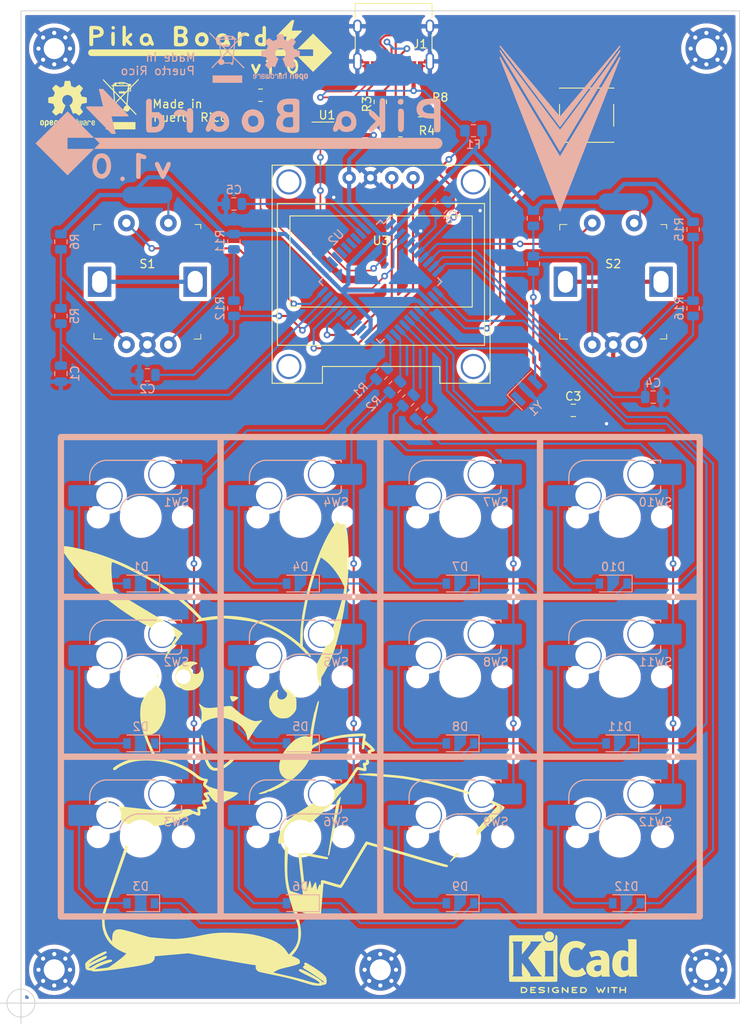
<source format=kicad_pcb>
(kicad_pcb (version 20211014) (generator pcbnew)
  (layers (0 "F.Cu" signal) (31 "B.Cu" signal) (34 "B.Paste" user) (35 "F.Paste" user) (36 "B.SilkS" user "B.Silkscreen") (37 "F.SilkS" user "F.Silkscreen") (38 "B.Mask" user) (39 "F.Mask" user) (44 "Edge.Cuts" user))
  (net 0 "")
  (net 1 "GND")
  (net 2 "CLK1")
  (net 3 "DT1")
  (net 4 "CLK2")
  (net 5 "DT2")
  (net 6 "Net-(C5-Pad1)")
  (net 7 "Net-(C6-Pad1)")
  (net 8 "Row_1")
  (net 9 "Net-(D1-Pad2)")
  (net 10 "Row_2")
  (net 11 "Net-(D2-Pad2)")
  (net 12 "Row_3")
  (net 13 "Net-(D3-Pad2)")
  (net 14 "Net-(D4-Pad2)")
  (net 15 "Net-(D5-Pad2)")
  (net 16 "Net-(D6-Pad2)")
  (net 17 "Net-(D7-Pad2)")
  (net 18 "Net-(D8-Pad2)")
  (net 19 "Net-(D9-Pad2)")
  (net 20 "Net-(D10-Pad2)")
  (net 21 "Net-(D11-Pad2)")
  (net 22 "Net-(D12-Pad2)")
  (net 23 "+5V")
  (net 24 "D-_USB")
  (net 25 "Net-(J1-PadA5)")
  (net 26 "Net-(J1-PadA6)")
  (net 27 "Net-(J1-PadA7)")
  (net 29 "Net-(J1-PadB5)")
  (net 31 "Net-(NT1-Pad1)")
  (net 32 "Net-(NT2-Pad1)")
  (net 33 "Col_1")
  (net 34 "Net-(R1-Pad2)")
  (net 35 "Col_2")
  (net 36 "Net-(R2-Pad2)")
  (net 37 "D+_USB")
  (net 38 "Net-(R5-Pad2)")
  (net 39 "Col_3")
  (net 40 "Net-(R7-Pad2)")
  (net 41 "Col_4")
  (net 42 "Net-(R10-Pad2)")
  (net 43 "Net-(R11-Pad2)")
  (net 44 "Net-(R13-Pad2)")
  (net 45 "Net-(R15-Pad2)")
  (net 46 "SW1")
  (net 47 "unconnected-(S1-Pad3)")
  (net 48 "SW2")
  (net 49 "unconnected-(S2-Pad3)")
  (net 50 "Net-(SW13-Pad2)")
  (net 51 "D+")
  (net 52 "D-")
  (net 54 "Net-(U2-Pad16)")
  (net 55 "Net-(U2-Pad17)")
  (net 60 "SCL")
  (net 61 "SDA")
  (footprint "Resistor_SMD:R_0805_2012Metric" (layer "F.Cu") (at 73.81875 65.88125)
    (fp_text reference "R4")
    (fp_text value "22")
  )
  (footprint "Package_TO_SOT_SMD:SOT-23-6" (layer "F.Cu") (at 65.0875 66.413146)
    (fp_text reference "U1")
    (fp_text value "USBLC6-2SC6")
  )
  (footprint "digikey-footprints:Rotary_Encoder_Switched_PEC11R" (layer "F.Cu") (at 93.51875 83.8875)
    (fp_text reference "S2")
    (fp_text value "PEC11R-4215F-S0024")
  )
  (footprint "Symbol:OSHW-Logo2_7.3x6mm_SilkScreen" (layer "F.Cu") (at 34.13125 62.70625)
    (fp_text reference "REF**" hide)
    (fp_text value "OSHW-Logo2_7.3x6mm_SilkScreen" hide)
  )
  (footprint "Resistor_SMD:R_0805_2012Metric" (layer "F.Cu") (at 57.15 61.650646 180)
    (fp_text reference "R9" hide)
    (fp_text value "5.1k")
  )
  (footprint "Symbol:WEEE-Logo_4.2x6mm_SilkScreen" (layer "F.Cu") (at 40.48125 62.70625)
    (fp_text reference "REF**" hide)
    (fp_text value "WEEE-Logo_4.2x6mm_SilkScreen" hide)
  )
  (footprint "Capacitor_SMD:C_0805_2012Metric" (layer "F.Cu") (at 94.45625 99.21875)
    (fp_text reference "C3")
    (fp_text value "0.1uF")
  )
  (footprint "digikey-footprints:Rotary_Encoder_Switched_PEC11R" (layer "F.Cu") (at 37.95625 83.8875)
    (fp_text reference "S1")
    (fp_text value "PEC11R-4215F-S0024")
  )
  (footprint "Symbol:KiCad-Logo2_6mm_SilkScreen" (layer "F.Cu") (at 94.45625 164.30625)
    (fp_text reference "REF**" hide)
    (fp_text value "KiCad-Logo2_6mm_SilkScreen" hide)
  )
  (footprint "MountingHole:MountingHole_2.5mm_Pad_Via" (layer "F.Cu") (at 110.33125 165.89375)
    (fp_text reference "H3" hide)
    (fp_text value "MountingHole_Pad" hide)
  )
  (footprint "MountingHole:MountingHole_2.5mm_Pad_Via" (layer "F.Cu") (at 71.4375 165.89375)
    (fp_text reference "H5" hide)
    (fp_text value "MountingHole_Pad" hide)
  )
  (footprint "1306:SSD1306_0.96_Oled" (layer "F.Cu") (at 58.5325 95.986896)
    (fp_text reference "U3")
    (fp_text value "SSD1306")
  )
  (footprint "Button_Switch_SMD:SW_Push_1P1T_NO_6x6mm_H9.5mm" (layer "F.Cu") (at 96.04375 64.031896)
    (fp_text reference "SW13" hide)
    (fp_text value "RESET_BTN")
  )
  (footprint "MountingHole:MountingHole_2.5mm_Pad_Via" (layer "F.Cu") (at 32.54375 165.89375)
    (fp_text reference "H1" hide)
    (fp_text value "MountingHole_Pad" hide)
  )
  (footprint "MountingHole:MountingHole_2.5mm_Pad_Via" (layer "F.Cu") (at 110.33125 56.094396)
    (fp_text reference "H4" hide)
    (fp_text value "MountingHole_Pad" hide)
  )
  (footprint "Resistor_SMD:R_0805_2012Metric" (layer "F.Cu") (at 76.2 63.5)
    (fp_text reference "R8")
    (fp_text value "5.1k")
  )
  (footprint "Resistor_SMD:R_0805_2012Metric" (layer "F.Cu") (at 71.4375 62.444396 -90)
    (fp_text reference "R3")
    (fp_text value "22")
  )
  (footprint "MountingHole:MountingHole_2.5mm_Pad_Via" (layer "F.Cu") (at 32.54375 56.094396)
    (fp_text reference "H2" hide)
    (fp_text value "MountingHole_Pad" hide)
  )
  (footprint "Connector_USB:USB_C_Receptacle_XKB_U262-16XN-4BVC11" (layer "F.Cu") (at 73.025 54.506896 180)
    (fp_text reference "J1")
    (fp_text value "USB_C_Receptacle_USB2.0")
  )
  (footprint "Diode_SMD:D_SOD-123" (layer "B.Cu") (at 99.21875 119.85625 180)
    (fp_text reference "D10")
    (fp_text value "1N4148W")
  )
  (footprint "marbastlib-mx:SW_MX_HS_1u" (layer "B.Cu") (at 100.0125 130.96875 180)
    (fp_text reference "SW11")
    (fp_text value "MX_SW_HS" hide)
  )
  (footprint "Diode_SMD:D_SOD-123" (layer "B.Cu") (at 80.9625 119.85625 180)
    (fp_text reference "D7")
    (fp_text value "1N4148W")
  )
  (footprint "Diode_SMD:D_SOD-123" (layer "B.Cu") (at 61.9125 157.95625 180)
    (fp_text reference "D6")
    (fp_text value "1N4148W")
  )
  (footprint "Crystal:Resonator_SMD-3Pin_7.2x3.0mm_CSTNE16M0VH3C000R0" (layer "B.Cu") (at 88.9 96.8375 45)
    (fp_text reference "Y1")
    (fp_text value "16MHZ")
  )
  (footprint "Resistor_SMD:R_0805_2012Metric" (layer "B.Cu") (at 53.975 79.113146 -90)
    (fp_text reference "R11")
    (fp_text value "10k")
  )
  (footprint "marbastlib-mx:SW_MX_HS_1u" (layer "B.Cu") (at 61.9125 150.01875 180)
    (fp_text reference "SW6")
    (fp_text value "MX_SW_HS" hide)
  )
  (footprint "Fuse:Fuse_0805_2012Metric_Pad1.15x1.40mm_HandSolder" (layer "B.Cu") (at 82.55 65.88125)
    (fp_text reference "F1")
    (fp_text value "TLC-PSMD010/24")
  )
  (footprint "Diode_SMD:D_SOD-123" (layer "B.Cu") (at 100.80625 157.95625 180)
    (fp_text reference "D12")
    (fp_text value "1N4148W")
  )
  (footprint "Capacitor_SMD:C_0805_2012Metric" (layer "B.Cu") (at 33.3375 94.831896 90)
    (fp_text reference "C1")
    (fp_text value "0.1uF")
  )
  (footprint "Diode_SMD:D_SOD-123" (layer "B.Cu") (at 42.8625 119.85625 180)
    (fp_text reference "D1")
    (fp_text value "1N4148W")
  )
  (footprint "marbastlib-mx:SW_MX_HS_1u" (layer "B.Cu") (at 42.8625 130.96875 180)
    (fp_text reference "SW2")
    (fp_text value "MX_SW_HS" hide)
  )
  (footprint "Diode_SMD:D_SOD-123" (layer "B.Cu") (at 42.8625 157.95625 180)
    (fp_text reference "D3")
    (fp_text value "1N4148W")
  )
  (footprint "Capacitor_SMD:C_0805_2012Metric" (layer "B.Cu") (at 53.975 74.6125 180)
    (fp_text reference "C5")
    (fp_text value "0.1uF")
  )
  (footprint "Resistor_SMD:R_0805_2012Metric" (layer "B.Cu") (at 108.74375 77.644396 -90)
    (fp_text reference "R15")
    (fp_text value "10k")
  )
  (footprint "Diode_SMD:D_SOD-123" (layer "B.Cu") (at 80.9625 138.90625 180)
    (fp_text reference "D8")
    (fp_text value "1N4148W")
  )
  (footprint "marbastlib-mx:SW_MX_HS_1u" (layer "B.Cu") (at 80.9625 111.91875 180)
    (fp_text reference "SW7")
    (fp_text value "MX_SW_HS" hide)
  )
  (footprint "Resistor_SMD:R_0805_2012Metric" (layer "B.Cu") (at 76.348515 99.602131 -135)
    (fp_text reference "R10" hide)
    (fp_text value "2k" hide)
  )
  (footprint "Diode_SMD:D_SOD-123" (layer "B.Cu") (at 61.9125 119.85625 180)
    (fp_text reference "D4")
    (fp_text value "1N4148W")
  )
  (footprint "marbastlib-mx:SW_MX_HS_1u" (layer "B.Cu") (at 61.9125 111.91875 180)
    (fp_text reference "SW4")
    (fp_text value "MX_SW_HS" hide)
  )
  (footprint "Diode_SMD:D_SOD-123" (layer "B.Cu") (at 80.9625 157.95625 180)
    (fp_text reference "D9")
    (fp_text value "1N4148W")
  )
  (footprint "marbastlib-mx:SW_MX_HS_1u" (layer "B.Cu") (at 80.9625 150.01875 180)
    (fp_text reference "SW9")
    (fp_text value "MX_SW_HS" hide)
  )
  (footprint "marbastlib-mx:SW_MX_HS_1u" (layer "B.Cu") (at 80.9625 130.96875 180)
    (fp_text reference "SW8")
    (fp_text value "MX_SW_HS" hide)
  )
  (footprint "Package_QFP:TQFP-44_10x10mm_P0.8mm" (layer "B.Cu") (at 71.4375 83.875646 -135)
    (fp_text reference "U2")
    (fp_text value "ATmega32U4-A")
  )
  (footprint "Resistor_SMD:R_0805_2012Metric" (layer "B.Cu") (at 89.69375 81.75625 90)
    (fp_text reference "R13" hide)
    (fp_text value "10k")
  )
  (footprint "Capacitor_SMD:C_0805_2012Metric" (layer "B.Cu") (at 103.98125 97.63125 180)
    (fp_text reference "C4")
    (fp_text value "0.1uF")
  )
  (footprint "Resistor_SMD:R_0805_2012Metric" (layer "B.Cu") (at 71.586015 94.839631 -135)
    (fp_text reference "R1")
    (fp_text value "2k")
  )
  (footprint "Symbol:OSHW-Logo2_7.3x6mm_SilkScreen" (layer "B.Cu") (at 59.53125 57.15 180)
    (fp_text reference "REF**" hide)
    (fp_text value "OSHW-Logo2_7.3x6mm_SilkScreen" hide)
  )
  (footprint "marbastlib-mx:SW_MX_HS_1u" (layer "B.Cu") (at 42.8625 111.91875 180)
    (fp_text reference "SW1")
    (fp_text value "MX_SW_HS" hide)
  )
  (footprint "Symbol:WEEE-Logo_4.2x6mm_SilkScreen" (layer "B.Cu") (at 53.18125 57.15 180)
    (fp_text reference "REF**" hide)
    (fp_text value "WEEE-Logo_4.2x6mm_SilkScreen" hide)
  )
  (footprint "Resistor_SMD:R_0805_2012Metric" (layer "B.Cu") (at 74.761015 98.014631 -135)
    (fp_text reference "R7" hide)
    (fp_text value "2k" hide)
  )
  (footprint "marbastlib-mx:SW_MX_HS_1u" (layer "B.Cu") (at 61.9125 130.96875 180)
    (fp_text reference "SW5")
    (fp_text value "MX_SW_HS" hide)
  )
  (footprint "Resistor_SMD:R_0805_2012Metric" (layer "B.Cu") (at 33.3375 79.113146 90)
    (fp_text reference "R6")
    (fp_text value "10k")
  )
  (footprint "Diode_SMD:D_SOD-123" (layer "B.Cu") (at 42.8625 138.90625 180)
    (fp_text reference "D2")
    (fp_text value "1N4148W")
  )
  (footprint "marbastlib-mx:SW_MX_HS_1u" (layer "B.Cu") (at 100.0125 150.01875 180)
    (fp_text reference "SW12")
    (fp_text value "MX_SW_HS" hide)
  )
  (footprint "Resistor_SMD:R_0805_2012Metric" (layer "B.Cu") (at 33.3375 87.963146 90)
    (fp_text reference "R5")
    (fp_text value "10k")
  )
  (footprint "Diode_SMD:D_SOD-123" (layer "B.Cu") (at 100.0125 138.90625 180)
    (fp_text reference "D11")
    (fp_text value "1N4148W")
  )
  (footprint "Capacitor_SMD:C_0805_2012Metric" (layer "B.Cu") (at 43.65625 94.988146)
    (fp_text reference "C2")
    (fp_text value "0.1uF")
  )
  (footprint "Resistor_SMD:R_0805_2012Metric" (layer "B.Cu") (at 89.69375 76.31875 90)
    (fp_text reference "R14" hide)
    (fp_text value "10k")
  )
  (footprint "marbastlib-mx:SW_MX_HS_1u" (layer "B.Cu") (at 100.0125 111.91875 180)
    (fp_text reference "SW10")
    (fp_text value "MX_SW_HS" hide)
  )
  (footprint "Resistor_SMD:R_0805_2012Metric" (layer "B.Cu") (at 108.74375 87.050646 -90)
    (fp_text reference "R16")
    (fp_text value "10k")
  )
  (footprint "marbastlib-mx:SW_MX_HS_1u" (layer "B.Cu") (at 42.8625 150.01875 180)
    (fp_text reference "SW3")
    (fp_text value "MX_SW_HS" hide)
  )
  (footprint "Capacitor_SMD:C_0805_2012Metric" (layer "B.Cu") (at 78.703249 75.022397 45)
    (fp_text reference "C6")
    (fp_text value "10uF")
  )
  (footprint "Diode_SMD:D_SOD-123" (layer "B.Cu") (at 61.9125 138.90625 180)
    (fp_text reference "D5")
    (fp_text value "1N4148W")
  )
  (footprint "NetTie:NetTie-2_SMD_Pad2.0mm" (layer "B.Cu") (at 100.425 74.350646 180)
    (fp_text reference "NT2" hide)
    (fp_text value "NetTie_2" hide)
  )
  (footprint "Resistor_SMD:R_0805_2012Metric" (layer "B.Cu") (at 53.975 87.050646 -90)
    (fp_text reference "R12")
    (fp_text value "10k")
  )
  (footprint "Resistor_SMD:R_0805_2012Metric" (layer "B.Cu") (at 73.173515 96.427131 -135)
    (fp_text reference "R2")
    (fp_text value "2k" hide)
  )
  (footprint "NetTie:NetTie-2_SMD_Pad2.0mm" (layer "B.Cu") (at 43.65625 73.556896 180)
    (fp_text reference "NT1" hide)
    (fp_text value "NetTie_2" hide)
  )
  (gr_poly (pts (xy 43.827727 62.071436) (xy 43.816544 62.07208) (xy 43.805582 62.073125) (xy 43.79484 62.074569) (xy 43.784318 62.076414) (xy 43.774015 62.078658) (xy 43.763933 62.081302) (xy 43.753379 62.083591) (xy 43.743048 62.086191) (xy 43.732939 62.089102) (xy 43.723054 62.092323) (xy 43.71339 62.095856) (xy 43.703949 62.0997) (xy 43.69473 62.103855) (xy 43.685733 62.108321) (xy 43.676958 62.113099) (xy 43.668404 62.118187) (xy 43.660072 62.123587) (xy 43.65196 62.129298) (xy 43.64407 62.13532) (xy 43.6364 62.141653) (xy 43.62895 62.148298) (xy 43.621721 62.155253) (xy 43.614041 62.162476) (xy 43.606628 62.16992) (xy 43.59948 62.177587) (xy 43.592599 62.185476) (xy 43.585984 62.193586) (xy 43.579634 62.201919) (xy 43.57355 62.210474) (xy 43.567731 62.219251) (xy 43.562177 62.22825) (xy 43.556887 62.237472) (xy 43.551863 62.246915) (xy 43.547103 62.256581) (xy 43.542607 62.266469) (xy 43.538375 62.27658) (xy 43.534407 62.286912) (xy 43.530703 62.297467) (xy 43.52657 62.3082) (xy 43.522704 62.319066) (xy 43.519105 62.330065) (xy 43.515772 62.341198) (xy 43.512706 62.352464) (xy 43.509906 62.363863) (xy 43.507373 62.375396) (xy 43.505106 62.387062) (xy 43.503106 62.398861) (xy 43.501373 62.410793) (xy 43.499906 62.422859) (xy 43.498706 62.435059) (xy 43.497773 62.447391) (xy 43.497106 62.459857) (xy 43.496706 62.472456) (xy 43.496573 62.485189) (xy 43.494491 62.619578) (xy 43.493797 62.738326) (xy 43.494491 62.841431) (xy 43.496573 62.928895) (xy 43.496573 65.465985) (xy 43.496932 65.516026) (xy 43.498007 65.563757) (xy 43.499796 65.609177) (xy 43.502295 65.652286) (xy 43.505501 65.693084) (xy 43.50941 65.73157) (xy 43.51402 65.767745) (xy 43.519327 65.801609) (xy 43.521594 65.817008) (xy 43.524126 65.831919) (xy 43.526926 65.846341) (xy 43.529992 65.860274) (xy 43.533325 65.873718) (xy 43.536925 65.886673) (xy 43.540791 65.899139) (xy 43.544924 65.911116) (xy 43.549324 65.922604) (xy 43.55399 65.933604) (xy 43.558923 65.944114) (xy 43.564123 65.954135) (xy 43.569589 65.963668) (xy 43.575322 65.972711) (xy 43.581321 65.981265) (xy 43.587587 65.989331) (xy 43.593491 65.996996) (xy 43.599792 66.00435) (xy 43.606491 66.011394) (xy 43.613586 66.018126) (xy 43.621079 66.024548) (xy 43.62897 66.030658) (xy 43.637259 66.036458) (xy 43.645947 66.041946) (xy 43.655032 66.047124) (xy 43.664516 66.05199) (xy 43.674399 66.056546) (xy 43.684681 66.06079) (xy 43.695362 66.064724) (xy 43.706443 66.068346) (xy 43.717923 66.071658) (xy 43.729803 66.074658) (xy 43.742152 66.078102) (xy 43.754987 66.081323) (xy 43.768308 66.084323) (xy 43.782117 66.0871) (xy 43.811194 66.091989) (xy 43.842219 66.095989) (xy 43.875191 66.0991) (xy 43.910109 66.101323) (xy 43.946975 66.102657) (xy 43.985788 66.103101) (xy 44.37261 66.103101) (xy 44.448405 66.101968) (xy 44.5222 66.098568) (xy 44.593996 66.092902) (xy 44.663791 66.084969) (xy 44.731587 66.07477) (xy 44.797383 66.062304) (xy 44.861179 66.047571) (xy 44.922976 66.030572) (xy 44.982772 66.011307) (xy 45.040569 65.989775) (xy 45.096365 65.965976) (xy 45.150162 65.939911) (xy 45.201959 65.91158) (xy 45.251756 65.880982) (xy 45.299553 65.848117) (xy 45.34535 65.812986) (xy 45.388163 65.775388) (xy 45.428396 65.735124) (xy 45.46605 65.692193) (xy 45.501124 65.646596) (xy 45.533618 65.598332) (xy 45.563532 65.547402) (xy 45.590867 65.493805) (xy 45.615622 65.437542) (xy 45.637797 65.378612) (xy 45.657393 65.317016) (xy 45.674409 65.252753) (xy 45.688845 65.185824) (xy 45.700702 65.116228) (xy 45.709979 65.043966) (xy 45.716676 64.969037) (xy 45.720793 64.891442) (xy 45.721875 64.857488) (xy 45.722002 64.845932) (xy 45.05614 64.845932) (xy 45.055978 64.874375) (xy 45.054745 64.902818) (xy 45.052441 64.931262) (xy 45.049064 64.959705) (xy 45.044612 64.988148) (xy 45.039085 65.016591) (xy 45.03248 65.045032) (xy 45.028799 65.059142) (xy 45.024852 65.073029) (xy 45.020637 65.086695) (xy 45.016155 65.100138) (xy 45.011406 65.11336) (xy 45.006389 65.126359) (xy 45.001105 65.139136) (xy 44.995553 65.151691) (xy 44.989732 65.164024) (xy 44.983643 65.176134) (xy 44.977285 65.188023) (xy 44.970659 65.199689) (xy 44.963764 65.211133) (xy 44.956599 65.222354) (xy 44.949165 65.233354) (xy 44.941462 65.244131) (xy 44.933807 65.254297) (xy 44.925775 65.264174) (xy 44.917365 65.273762) (xy 44.908578 65.283061) (xy 44.899413 65.292071) (xy 44.88987 65.300793) (xy 44.87995 65.309225) (xy 44.869652 65.317369) (xy 44.858976 65.325224) (xy 44.847923 65.332791) (xy 44.824682 65.347056) (xy 44.799931 65.360167) (xy 44.773668 65.372122) (xy 44.745893 65.382921) (xy 44.716607 65.392566) (xy 44.685809 65.401054) (xy 44.653499 65.408387) (xy 44.619677 65.414565) (xy 44.584342 65.419587) (xy 44.547495 65.423454) (xy 44.509134 65.426165) (xy 44.493593 65.427499) (xy 44.478226 65.428655) (xy 44.463033 65.429633) (xy 44.448014 65.430433) (xy 44.433169 65.431055) (xy 44.418498 65.431498) (xy 44.404 65.431765) (xy 44.389677 65.431853) (xy 44.375662 65.430341) (xy 44.361994 65.428651) (xy 44.348673 65.426784) (xy 44.3357 65.424739) (xy 44.323074 65.422517) (xy 44.310796 65.420118) (xy 44.298864 65.417542) (xy 44.287279 65.414788) (xy 44.274573 65.413275) (xy 44.262049 65.411585) (xy 44.249706 65.409718) (xy 44.237539 65.407674) (xy 44.225546 65.405452) (xy 44.213723 65.403053) (xy 44.202068 65.400476) (xy 44.190577 65.397722) (xy 44.190577 64.345342) (xy 44.239845 64.337254) (xy 44.288036 64.330055) (xy 44.335151 64.323744) (xy 44.381191 64.318323) (xy 44.426159 64.31379) (xy 44.470055 64.310146) (xy 44.512882 64.30739) (xy 44.55464 64.305522) (xy 44.574558 64.304634) (xy 44.594477 64.304812) (xy 44.614394 64.306057) (xy 44.634312 64.308368) (xy 44.654228 64.311745) (xy 44.674144 64.316189) (xy 44.694058 64.321699) (xy 44.713971 64.328276) (xy 44.733882 64.33592) (xy 44.753792 64.34463) (xy 44.773699 64.354407) (xy 44.793605 64.365251) (xy 44.813508 64.377161) (xy 44.833409 64.390138) (xy 44.853307 64.404182) (xy 44.873201 64.419293) (xy 44.883712 64.427981) (xy 44.893913 64.436981) (xy 44.903803 64.446291) (xy 44.913383 64.455912) (xy 44.922652 64.465845) (xy 44.93161 64.476088) (xy 44.940257 64.486643) (xy 44.948592 64.497509) (xy 44.956615 64.508686) (xy 44.964327 64.520174) (xy 44.971727 64.531973) (xy 44.978814 64.544083) (xy 44.98559 64.556505) (xy 44.992052 64.569238) (xy 44.998201 64.582282) (xy 45.004038 64.595638) (xy 45.009586 64.608504) (xy 45.014821 64.621503) (xy 45.019744 64.634635) (xy 45.024353 64.647901) (xy 45.028648 64.6613) (xy 45.032631 64.674833) (xy 45.036301 64.688499) (xy 45.039657 64.702298) (xy 45.042701 64.71623) (xy 45.045431 64.730296) (xy 45.047848 64.744495) (xy 45.049951 64.758828) (xy 45.051742 64.773294) (xy 45.05322 64.787893) (xy 45.054384 64.802625) (xy 45.055235 64.817491) (xy 45.05614 64.845932) (xy 45.722002 64.845932) (xy 45.722245 64.823891) (xy 45.721901 64.790648) (xy 45.720844 64.757762) (xy 45.719073 64.725231) (xy 45.71659 64.693055) (xy 45.713393 64.661235) (xy 45.709483 64.629771) (xy 45.70486 64.598662) (xy 45.699524 64.567908) (xy 45.693474 64.53751) (xy 45.686712 64.507467) (xy 45.679236 64.47778) (xy 45.671047 64.448448) (xy 45.662144 64.419471) (xy 45.652529 64.39085) (xy 45.642293 64.362674) (xy 45.631477 64.33503) (xy 45.620081 64.307921) (xy 45.608106 64.281345) (xy 45.595553 64.255302) (xy 45.58242 64.229793) (xy 45.568709 64.204817) (xy 45.554419 64.180374) (xy 45.53955 64.156465) (xy 45.524104 64.133089) (xy 45.50808 64.110246) (xy 45.491478 64.087937) (xy 45.474299 64.06616) (xy 45.456542 64.044917) (xy 45.438209 64.024207) (xy 45.419298 64.004029) (xy 45.399137 63.98372) (xy 45.378439 63.964033) (xy 45.357205 63.944968) (xy 45.335436 63.926525) (xy 45.313131 63.908704) (xy 45.29029 63.891505) (xy 45.266915 63.874928) (xy 45.243004 63.858973) (xy 45.218558 63.843641) (xy 45.193578 63.82893) (xy 45.168064 63.814842) (xy 45.142015 63.801376) (xy 45.115432 63.788532) (xy 45.088315 63.77631) (xy 45.060664 63.764711) (xy 45.03248 63.753734) (xy 45.003089 63.742733) (xy 44.973209 63.732489) (xy 44.942838 63.723) (xy 44.911978 63.714267) (xy 44.880627 63.706289) (xy 44.848787 63.699067) (xy 44.816457 63.692601) (xy 44.783637 63.68689) (xy 44.750327 63.681935) (xy 44.716528 63.677735) (xy 44.682238 63.674291) (xy 44.647459 63.671603) (xy 44.61219 63.66967) (xy 44.576431 63.668493) (xy 44.540182 63.668071) (xy 44.503443 63.668406) (xy 44.190577 63.668406) (xy 44.190577 62.473812) (xy 44.19031 62.451323) (xy 44.18951 62.429369) (xy 44.188177 62.407948) (xy 44.18631 62.387062) (xy 44.18391 62.366708) (xy 44.180977 62.346887) (xy 44.17751 62.3276) (xy 44.17351 62.308844) (xy 44.171243 62.298979) (xy 44.168711 62.289291) (xy 44.165911 62.279781) (xy 44.162845 62.270449) (xy 44.159512 62.261294) (xy 44.155912 62.252317) (xy 44.152046 62.243518) (xy 44.147913 62.234896) (xy 44.143513 62.226452) (xy 44.138847 62.218186) (xy 44.133914 62.210097) (xy 44.128714 62.202186) (xy 44.123248 62.194453) (xy 44.117515 62.186897) (xy 44.111516 62.179519) (xy 44.105249 62.172319) (xy 44.098649 62.165319) (xy 44.091649 62.158541) (xy 44.08425 62.151985) (xy 44.07645 62.145652) (xy 44.06825 62.13954) (xy 44.05965 62.133652) (xy 44.050651 62.127985) (xy 44.041251 62.122541) (xy 44.031452 62.117319) (xy 44.021253 62.11232) (xy 44.010653 62.107542) (xy 43.999654 62.102987) (xy 43.988255 62.098655) (xy 43.976456 62.094545) (xy 43.964257 62.090657) (xy 43.951658 62.086991) (xy 43.938274 62.083635) (xy 43.925111 62.08068) (xy 43.912167 62.078124) (xy 43.899444 62.075969) (xy 43.886941 62.074213) (xy 43.874658 62.072858) (xy 43.862595 62.071902) (xy 43.850752 62.071347) (xy 43.839129 62.071191)) (layer "B.SilkS") (width 0) (fill solid))
  (gr_poly (pts (xy 85.725 56.35625) (xy 92.86875 68.2625) (xy 100.0125 56.35625) (xy 92.86875 65.88125)) (layer "B.SilkS") (width 0.15) (fill solid))
  (gr_poly (pts (xy 38.366568 62.9875) (xy 36.591608 62.9875) (xy 36.568936 62.987784) (xy 36.547488 62.988617) (xy 36.527238 62.989973) (xy 36.508163 62.991826) (xy 36.490239 62.99415) (xy 36.473442 62.996918) (xy 36.457747 63.000106) (xy 36.443131 63.003685) (xy 36.429569 63.007631) (xy 36.417037 63.011917) (xy 36.405512 63.016517) (xy 36.394968 63.021405) (xy 36.385383 63.026555) (xy 36.376731 63.03194) (xy 36.368989 63.037534) (xy 36.362133 63.043311) (xy 36.356138 63.049245) (xy 36.350981 63.05531) (xy 36.346638 63.06148) (xy 36.343083 63.067728) (xy 36.340294 63.074028) (xy 36.338245 63.080355) (xy 36.336914 63.086682) (xy 36.336276 63.092982) (xy 36.336306 63.09923) (xy 36.336981 63.1054) (xy 36.338277 63.111465) (xy 36.340169 63.117399) (xy 36.342633 63.123177) (xy 36.345646 63.128771) (xy 36.35322 63.139305) (xy 36.388807 63.183953) (xy 39.380716 66.261719) (xy 39.887922 66.261719) (xy 39.380716 64.178125) (xy 41.155672 64.178125) (xy 41.207359 64.177031) (xy 41.230668 64.175687) (xy 41.252339 64.173835) (xy 41.27241 64.17149) (xy 41.290918 64.168668) (xy 41.307902 64.165386) (xy 41.3234 64.161661) (xy 41.337449 64.157509) (xy 41.350089 64.152945) (xy 41.361356 64.147987) (xy 41.37129 64.142651) (xy 41.379927 64.136952) (xy 41.387306 64.130909) (xy 41.393466 64.124536) (xy 41.398444 64.11785) (xy 41.402278 64.110868) (xy 41.405006 64.103605) (xy 41.406667 64.096079) (xy 41.407298 64.088305) (xy 41.406938 64.0803) (xy 41.405625 64.072081) (xy 41.403395 64.063663) (xy 41.400289 64.055063) (xy 41.396343 64.046297) (xy 41.391597 64.037382) (xy 41.379851 64.01917) (xy 41.365358 64.000556) (xy 41.348421 63.981672) (xy 41.31962 63.951569) (xy 41.315384 63.947205) (xy 41.313856 63.947205) (xy 41.313335 63.946756) (xy 41.309132 63.942326) (xy 41.306436 63.939344) (xy 41.312838 63.945954) (xy 41.313856 63.947205) (xy 41.315384 63.947205) (xy 41.303607 63.93507) (xy 41.297466 63.929036) (xy 41.297131 63.928794) (xy 41.297187 63.928962) (xy 41.298283 63.930326) (xy 41.306436 63.939344) (xy 38.366568 60.903907) (xy 37.859362 60.903907)) (layer "B.SilkS") (width 0) (fill solid))
  (gr_poly (pts (xy 44.800531 69.599108) (xy 44.79277 69.599422) (xy 44.784976 69.599967) (xy 44.777149 69.600744) (xy 44.76929 69.601753) (xy 44.761399 69.602993) (xy 44.753477 69.604465) (xy 44.745589 69.606168) (xy 44.7378 69.608103) (xy 44.73011 69.610269) (xy 44.72252 69.612667) (xy 44.715029 69.615297) (xy 44.707637 69.618158) (xy 44.700345 69.621251) (xy 44.693152 69.624575) (xy 44.686058 69.62813) (xy 44.679063 69.631917) (xy 44.672167 69.635936) (xy 44.665371 69.640185) (xy 44.658674 69.644666) (xy 44.652076 69.649379) (xy 44.645577 69.654322) (xy 44.639177 69.659497) (xy 44.632421 69.664376) (xy 44.625895 69.669486) (xy 44.619598 69.674827) (xy 44.613532 69.6804) (xy 44.607695 69.686205) (xy 44.602089 69.692241) (xy 44.596714 69.698509) (xy 44.591569 69.705008) (xy 44.586655 69.711738) (xy 44.581973 69.7187) (xy 44.577521 69.725894) (xy 44.573301 69.733319) (xy 44.569313 69.740975) (xy 44.565557 69.748862) (xy 44.562033 69.756981) (xy 44.558741 69.765331) (xy 44.556732 69.771731) (xy 44.554922 69.778229) (xy 44.553309 69.784827) (xy 44.551894 69.791525) (xy 44.550677 69.798321) (xy 44.549658 69.805217) (xy 44.548835 69.812212) (xy 44.54821 69.819306) (xy 44.547781 69.826499) (xy 44.547549 69.833792) (xy 44.547514 69.841184) (xy 44.547674 69.848675) (xy 44.548031 69.856265) (xy 44.548584 69.863954) (xy 44.549332 69.871743) (xy 44.550276 69.879631) (xy 44.552607 69.895572) (xy 44.555334 69.911646) (xy 44.558455 69.927853) (xy 44.561968 69.944191) (xy 44.565872 69.960662) (xy 44.570164 69.977264) (xy 44.574843 69.993998) (xy 44.579908 70.010864) (xy 44.585347 70.02674) (xy 44.591046 70.042615) (xy 44.597006 70.05849) (xy 44.603226 70.074365) (xy 44.609706 70.09024) (xy 44.616447 70.106115) (xy 44.623448 70.12199) (xy 44.630709 70.137865) (xy 44.643157 70.166706) (xy 44.655083 70.193957) (xy 44.677275 70.243698) (xy 44.731547 70.355354) (xy 44.784218 70.465949) (xy 44.835277 70.575486) (xy 44.88471 70.683965) (xy 44.935536 70.794296) (xy 44.990577 70.909389) (xy 45.049835 71.029246) (xy 45.11331 71.153865) (xy 45.126552 71.180587) (xy 45.14086 71.209954) (xy 45.156211 71.241969) (xy 45.172579 71.27663) (xy 45.180144 71.293563) (xy 45.18796 71.310496) (xy 45.196031 71.32743) (xy 45.20436 71.344364) (xy 45.212949 71.361298) (xy 45.221801 71.378232) (xy 45.23092 71.395165) (xy 45.240309 71.412098) (xy 45.24997 71.427841) (xy 45.259901 71.443319) (xy 45.270099 71.458533) (xy 45.28056 71.473482) (xy 45.291281 71.488167) (xy 45.302259 71.502587) (xy 45.313492 71.516742) (xy 45.324976 71.530631) (xy 45.330316 71.537394) (xy 45.335718 71.543925) (xy 45.341182 71.550225) (xy 45.34671 71.556294) (xy 45.352301 71.562131) (xy 45.357956 71.567737) (xy 45.363675 71.573111) (xy 45.369459 71.578254) (xy 45.375308 71.583166) (xy 45.381223 71.587846) (xy 45.387203 71.592294) (xy 45.39325 71.596511) (xy 45.399364 71.600497) (xy 45.405544 71.604251) (xy 45.411792 71.607773) (xy 45.418108 71.611064) (xy 45.423415 71.614123) (xy 45.428719 71.616951) (xy 45.43402 71.619547) (xy 45.439319 71.621912) (xy 45.444615 71.624045) (xy 45.449909 71.625946) (xy 45.455201 71.627616) (xy 45.460492 71.629055) (xy 45.46578 71.630261) (xy 45.471068 71.631237) (xy 45.476354 71.631981) (xy 45.481639 71.632494) (xy 45.486924 71.632775) (xy 45.492208 71.632825) (xy 45.497492 71.632643) (xy 45.502775 71.632231) (xy 45.507049 71.633141) (xy 45.511389 71.633753) (xy 45.515793 71.634068) (xy 45.520263 71.634084) (xy 45.524797 71.633803) (xy 45.529397 71.633224) (xy 45.534062 71.632347) (xy 45.538792 71.631173) (xy 45.543588 71.629701) (xy 45.548448 71.627931) (xy 45.553373 71.625863) (xy 45.558364 71.623498) (xy 45.56342 71.620836) (xy 45.568541 71.617876) (xy 45.573727 71.614619) (xy 45.578978 71.611064) (xy 45.585311 71.607773) (xy 45.591614 71.604251) (xy 45.597885 71.600497) (xy 45.604124 71.596511) (xy 45.61033 71.592294) (xy 45.616504 71.587846) (xy 45.622644 71.583166) (xy 45.628751 71.578254) (xy 45.634823 71.573111) (xy 45.640862 71.567737) (xy 45.646865 71.562131) (xy 45.652833 71.556294) (xy 45.658765 71.550225) (xy 45.664661 71.543925) (xy 45.670521 71.537394) (xy 45.676344 71.530631) (xy 45.686886 71.516742) (xy 45.697283 71.502587) (xy 45.707537 71.488167) (xy 45.717652 71.473482) (xy 45.72763 71.458533) (xy 45.737475 71.443319) (xy 45.74719 71.427841) (xy 45.756777 71.412098) (xy 45.775575 71.378232) (xy 45.793852 71.344364) (xy 45.811582 71.310496) (xy 45.828741 71.27663) (xy 45.843332 71.241969) (xy 45.857351 71.209954) (xy 45.870824 71.180587) (xy 45.883776 71.153865) (xy 45.908924 71.105974) (xy 45.93355 71.059673) (xy 45.957631 71.014959) (xy 45.981142 70.97183) (xy 46.025626 70.883989) (xy 46.074278 70.789798) (xy 46.124068 70.681848) (xy 46.180109 70.561198) (xy 46.21109 70.492144) (xy 46.244701 70.416209) (xy 46.319811 70.243698) (xy 46.330676 70.218033) (xy 46.342051 70.191838) (xy 46.353947 70.165115) (xy 46.366377 70.137865) (xy 46.372664 70.123975) (xy 46.378825 70.109821) (xy 46.384855 70.095401) (xy 46.390751 70.080716) (xy 46.396512 70.065767) (xy 46.402132 70.050553) (xy 46.407611 70.035074) (xy 46.412943 70.019331) (xy 46.417072 70.003456) (xy 46.420929 69.987581) (xy 46.424514 69.971706) (xy 46.427825 69.955831) (xy 46.430864 69.939956) (xy 46.433629 69.924081) (xy 46.436122 69.908206) (xy 46.438341 69.892331) (xy 46.439161 69.875399) (xy 46.439438 69.858466) (xy 46.439176 69.841532) (xy 46.438376 69.824598) (xy 46.437043 69.807664) (xy 46.43518 69.79073) (xy 46.43279 69.773797) (xy 46.429876 69.756865) (xy 46.42814 69.749026) (xy 46.426106 69.741386) (xy 46.423774 69.733945) (xy 46.421144 69.726702) (xy 46.418218 69.719657) (xy 46.414993 69.712811) (xy 46.411471 69.706164) (xy 46.407651 69.699715) (xy 46.403534 69.693464) (xy 46.399119 69.687412) (xy 46.394406 69.681558) (xy 46.389395 69.675902) (xy 46.384087 69.670445) (xy 46.378482 69.665187) (xy 46.372578 69.660127) (xy 46.366377 69.655265) (xy 46.359977 69.650601) (xy 46.353478 69.646137) (xy 46.34688 69.64187) (xy 46.340183 69.637802) (xy 46.333386 69.633933) (xy 46.326491 69.630262) (xy 46.319496 69.626789) (xy 46.312401 69.623515) (xy 46.305208 69.620439) (xy 46.297915 69.617561) (xy 46.290524 69.614883) (xy 46.283033 69.612402) (xy 46.275443 69.61012) (xy 46.267753 69.608036) (xy 46.259965 69.606151) (xy 46.252077 69.604465) (xy 46.244139 69.602993) (xy 46.236202 69.601753) (xy 46.228264 69.600744) (xy 46.220326 69.599967) (xy 46.212389 69.599422) (xy 46.204451 69.599108) (xy 46.196514 69.599025) (xy 46.188576 69.599174) (xy 46.180639 69.599555) (xy 46.172702 69.600167) (xy 46.164764 69.60101) (xy 46.156827 69.602085) (xy 46.14889 69.603391) (xy 46.140953 69.604929) (xy 46.133015 69.606698) (xy 46.125078 69.608698) (xy 46.11724 69.610401) (xy 46.109599 69.612336) (xy 46.102158 69.614503) (xy 46.094915 69.616901) (xy 46.08787 69.61953) (xy 46.081024 69.622391) (xy 46.074376 69.625484) (xy 46.067927 69.628808) (xy 46.061676 69.632363) (xy 46.055623 69.63615) (xy 46.04977 69.640169) (xy 46.044114 69.644419) (xy 46.038657 69.6489) (xy 46.033399 69.653612) (xy 46.028339 69.658556) (xy 46.023478 69.663732) (xy 46.018732 69.668593) (xy 46.01402 69.673653) (xy 46.009342 69.678912) (xy 46.004697 69.684369) (xy 46.000086 69.690024) (xy 45.995508 69.695878) (xy 45.990963 69.70193) (xy 45.986451 69.708181) (xy 45.981971 69.71463) (xy 45.977524 69.721278) (xy 45.973109 69.728124) (xy 45.968726 69.735169) (xy 45.964374 69.742412) (xy 45.960055 69.749853) (xy 45.955767 69.757493) (xy 45.95151 69.765331) (xy 45.943137 69.781338) (xy 45.93489 69.79761) (xy 45.926766 69.814146) (xy 45.918767 69.830946) (xy 45.910892 69.848012) (xy 45.903141 69.865342) (xy 45.895513 69.882937) (xy 45.88801 69.900798) (xy 45.879701 69.917796) (xy 45.871643 69.934926) (xy 45.863839 69.95219) (xy 45.856293 69.969586) (xy 45.849007 69.987115) (xy 45.841984 70.004777) (xy 45.835228 70.022571) (xy 45.828741 70.040499) (xy 45.814208 70.073305) (xy 45.800184 70.103996) (xy 45.786681 70.132572) (xy 45.77371 70.159031) (xy 45.711317 70.287093) (xy 45.642477 70.425731) (xy 45.605441 70.496372) (xy 45.570526 70.56437) (xy 45.53772 70.629722) (xy 45.50701 70.69243) (xy 45.486397 70.645862) (xy 45.466826 70.603529) (xy 45.448298 70.565431) (xy 45.439424 70.547969) (xy 45.430811 70.531565) (xy 45.414191 70.497964) (xy 45.398067 70.464891) (xy 45.382441 70.432346) (xy 45.367312 70.400331) (xy 45.350421 70.367787) (xy 45.333493 70.333656) (xy 45.316542 70.297937) (xy 45.299578 70.260631) (xy 45.279481 70.219884) (xy 45.257276 70.173846) (xy 45.232938 70.122516) (xy 45.206442 70.065897) (xy 45.155643 69.956886) (xy 45.104841 69.849997) (xy 45.090765 69.823937) (xy 45.076021 69.79867) (xy 45.06061 69.774195) (xy 45.044534 69.750514) (xy 45.027794 69.727627) (xy 45.010393 69.705534) (xy 44.992332 69.684236) (xy 44.973612 69.663732) (xy 44.968767 69.658556) (xy 44.963757 69.653612) (xy 44.958583 69.6489) (xy 44.953244 69.644419) (xy 44.947739 69.640169) (xy 44.94207 69.63615) (xy 44.936235 69.632363) (xy 44.930234 69.628808) (xy 44.924067 69.625484) (xy 44.917735 69.622391) (xy 44.911236 69.61953) (xy 44.904571 69.616901) (xy 44.897739 69.614503) (xy 44.89074 69.612336) (xy 44.883575 69.610401) (xy 44.876242 69.608698) (xy 44.868832 69.606698) (xy 44.861385 69.604929) (xy 44.853902 69.603391) (xy 44.846382 69.602085) (xy 44.838828 69.60101) (xy 44.831237 69.600167) (xy 44.823612 69.599555) (xy 44.815952 69.599174) (xy 44.808259 69.599025)) (layer "B.SilkS") (width 0) (fill solid))
  (gr_poly (pts (xy 56.173031 63.33669) (xy 56.122996 63.339446) (xy 56.073145 63.344158) (xy 56.022215 63.350826) (xy 55.971818 63.359448) (xy 55.921955 63.370025) (xy 55.872624 63.382558) (xy 55.823827 63.397045) (xy 55.775564 63.413488) (xy 55.727833 63.431887) (xy 55.680636 63.452241) (xy 55.656586 63.463174) (xy 55.632805 63.47464) (xy 55.609294 63.486639) (xy 55.586051 63.499171) (xy 55.563076 63.512237) (xy 55.540369 63.525836) (xy 55.51793 63.539969) (xy 55.495758 63.554635) (xy 55.473852 63.569834) (xy 55.452212 63.585566) (xy 55.430839 63.601832) (xy 55.409731 63.618631) (xy 55.388888 63.635963) (xy 55.36831 63.653829) (xy 55.347996 63.672227) (xy 55.327946 63.69116) (xy 55.311731 63.707736) (xy 55.295781 63.724756) (xy 55.280094 63.742222) (xy 55.264673 63.760131) (xy 55.249517 63.778486) (xy 55.234626 63.797285) (xy 55.220001 63.816528) (xy 55.205642 63.836216) (xy 55.19155 63.856348) (xy 55.177725 63.876925) (xy 55.164168 63.897946) (xy 55.150878 63.919412) (xy 55.137857 63.941322) (xy 55.125104 63.963676) (xy 55.11262 63.986475) (xy 55.100405 64.009718) (xy 55.077039 64.055136) (xy 55.055264 64.100377) (xy 55.035083 64.14544) (xy 55.016498 64.190326) (xy 54.999514 64.235034) (xy 54.984132 64.279566) (xy 54.970357 64.32392) (xy 54.958191 64.368096) (xy 54.946754 64.407228) (xy 54.936605 64.446404) (xy 54.927742 64.485624) (xy 54.920167 64.524889) (xy 54.91388 64.564198) (xy 54.90888 64.603551) (xy 54.905168 64.642949) (xy 54.902744 64.682391) (xy 54.901608 64.721878) (xy 54.901761 64.761409) (xy 54.903202 64.800984) (xy 54.905933 64.840603) (xy 54.909952 64.880267) (xy 54.915261 64.919975) (xy 54.921859 64.959727) (xy 54.929747 64.999524) (xy 54.948325 65.078451) (xy 54.958749 65.117382) (xy 54.969929 65.155957) (xy 54.981864 65.194177) (xy 54.994555 65.232041) (xy 55.008001 65.26955) (xy 55.022203 65.306704) (xy 55.037159 65.343502) (xy 55.05287 65.379944) (xy 55.069336 65.416031) (xy 55.086556 65.451763) (xy 55.104531 65.487139) (xy 55.123259 65.522159) (xy 55.142741 65.556823) (xy 55.162977 65.591133) (xy 55.173081 65.606688) (xy 55.183497 65.622065) (xy 55.194226 65.637265) (xy 55.205267 65.652286) (xy 55.216621 65.66713) (xy 55.228287 65.681795) (xy 55.240265 65.696283) (xy 55.252555 65.710593) (xy 55.265157 65.724726) (xy 55.27807 65.73868) (xy 55.291294 65.752457) (xy 55.30483 65.766056) (xy 55.318676 65.779477) (xy 55.332833 65.79272) (xy 55.3473 65.805786) (xy 55.362078 65.818674) (xy 55.390776 65.842316) (xy 55.420017 65.864892) (xy 55.449797 65.886403) (xy 55.480114 65.906847) (xy 55.510965 65.926224) (xy 55.542345 65.944534) (xy 55.574252 65.961778) (xy 55.606684 65.977953) (xy 55.649794 65.997062) (xy 55.693796 66.014572) (xy 55.738688 66.030483) (xy 55.784468 66.044794) (xy 55.831135 66.057505) (xy 55.878686 66.068616) (xy 55.927122 66.078126) (xy 55.976439 66.086036) (xy 56.026023 66.093769) (xy 56.075259 66.099902) (xy 56.124144 66.104435) (xy 56.172678 66.107368) (xy 56.220857 66.108701) (xy 56.268682 66.108434) (xy 56.31615 66.106568) (xy 56.36326 66.103101) (xy 56.405613 66.100435) (xy 56.447342 66.096702) (xy 56.488449 66.091902) (xy 56.528933 66.086035) (xy 56.568794 66.079103) (xy 56.608034 66.071103) (xy 56.646651 66.062037) (xy 56.684646 66.051904) (xy 56.72202 66.040705) (xy 56.758772 66.028439) (xy 56.794903 66.015107) (xy 56.830413 66.000707) (xy 56.865301 65.985242) (xy 56.899569 65.968709) (xy 56.933217 65.951111) (xy 56.966244 65.932445) (xy 56.997864 65.912913) (xy 57.028728 65.892714) (xy 57.058835 65.871849) (xy 57.088187 65.850317) (xy 57.116783 65.828118) (xy 57.144623 65.805253) (xy 57.171708 65.781721) (xy 57.198037 65.757522) (xy 57.223612 65.732657) (xy 57.248432 65.707125) (xy 57.272497 65.680927) (xy 57.295808 65.654062) (xy 57.318364 65.62653) (xy 57.340166 65.598332) (xy 57.361215 65.569467) (xy 57.38151 65.539936) (xy 57.400309 65.509826) (xy 57.418308 65.479228) (xy 57.435507 65.448141) (xy 57.451905 65.416565) (xy 57.467504 65.3845) (xy 57.482303 65.351946) (xy 57.496302 65.318903) (xy 57.509502 65.285372) (xy 57.521901 65.251351) (xy 57.5335 65.216842) (xy 57.544299 65.181844) (xy 57.554299 65.146358) (xy 57.563498 65.110382) (xy 57.571898 65.073918) (xy 57.579498 65.036966) (xy 57.586298 64.999524) (xy 57.591468 64.961082) (xy 57.595617 64.922551) (xy 57.598747 64.883931) (xy 57.600855 64.845222) (xy 57.601943 64.806424) (xy 57.60201 64.767537) (xy 57.601988 64.766652) (xy 56.889781 64.766652) (xy 56.889508 64.798384) (xy 56.887995 64.830293) (xy 56.885242 64.86238) (xy 56.881249 64.894644) (xy 56.876015 64.927085) (xy 56.869541 64.959704) (xy 56.860474 64.990637) (xy 56.850341 65.020858) (xy 56.839142 65.050367) (xy 56.826876 65.079165) (xy 56.813543 65.107252) (xy 56.806477 65.121029) (xy 56.799145 65.134627) (xy 56.791545 65.148049) (xy 56.783679 65.161292) (xy 56.775546 65.174358) (xy 56.767147 65.187246) (xy 56.759673 65.197801) (xy 56.751489 65.208133) (xy 56.742595 65.218244) (xy 56.732991 65.228132) (xy 56.722677 65.237797) (xy 56.711652 65.247241) (xy 56.699918 65.256462) (xy 56.687474 65.265462) (xy 56.67432 65.274239) (xy 56.660455 65.282794) (xy 56.645881 65.291127) (xy 56.630596 65.299237) (xy 56.614602 65.307126) (xy 56.597898 65.314793) (xy 56.580483 65.322237) (xy 56.562359 65.32946) (xy 56.52522 65.342971) (xy 56.487722 65.355061) (xy 56.449864 65.365727) (xy 56.411646 65.374971) (xy 56.373068 65.382793) (xy 56.334131 65.389192) (xy 56.294834 65.394168) (xy 56.255177 65.397722) (xy 56.232608 65.398677) (xy 56.210393 65.398699) (xy 56.188531 65.397787) (xy 56.167024 65.395943) (xy 56.145871 65.393166) (xy 56.125072 65.389455) (xy 56.104628 65.384811) (xy 56.084539 65.379234) (xy 56.064805 65.372724) (xy 56.045426 65.36528) (xy 56.026402 65.356903) (xy 56.007734 65.347593) (xy 55.989421 65.337349) (xy 55.971465 65.326172) (xy 55.953865 65.314061) (xy 55.936621 65.301017) (xy 55.919821 65.286596) (xy 55.903556 65.271775) (xy 55.887823 65.256554) (xy 55.872624 65.240933) (xy 55.857958 65.224911) (xy 55.843825 65.20849) (xy 55.830226 65.191668) (xy 55.81716 65.174447) (xy 55.804627 65.156825) (xy 55.792628 65.138804) (xy 55.781162 65.120382) (xy 55.77023 65.101561) (xy 55.75983 65.08234) (xy 55.749965 65.062719) (xy 55.740632 65.042699) (xy 55.731833 65.022278) (xy 55.722892 65.001547) (xy 55.714575 64.980593) (xy 55.70688 64.959418) (xy 55.69981 64.938019) (xy 55.693362 64.916399) (xy 55.687537 64.894556) (xy 55.682336 64.872491) (xy 55.677758 64.850203) (xy 55.673803 64.827693) (xy 55.670472 64.804961) (xy 55.667763 64.782007) (xy 55.665678 64.75883) (xy 55.664216 64.735431) (xy 55.663378 64.71181) (xy 55.663163 64.687966) (xy 55.66357 64.6639) (xy 55.664645 64.639857) (xy 55.666429 64.61608) (xy 55.668923 64.59257) (xy 55.672127 64.569327) (xy 55.676042 64.546351) (xy 55.680666 64.523641) (xy 55.686001 64.501199) (xy 55.692045 64.479023) (xy 55.6988 64.457113) (xy 55.706264 64.435471) (xy 55.714439 64.414094) (xy 55.723323 64.392985) (xy 55.732918 64.372142) (xy 55.743223 64.351565) (xy 55.754238 64.331255) (xy 55.765963 64.311211) (xy 55.774717 64.297234) (xy 55.783916 64.283747) (xy 55.793558 64.270748) (xy 55.803644 64.258238) (xy 55.814174 64.246217) (xy 55.825148 64.234684) (xy 55.836567 64.22364) (xy 55.848431 64.213085) (xy 55.86074 64.203019) (xy 55.873493 64.193441) (xy 55.886692 64.184353) (xy 55.900337 64.175753) (xy 55.914427 64.167642) (xy 55.928963 64.16002) (xy 55.943945 64.152887) (xy 55.959374 64.146243) (xy 55.974373 64.139354) (xy 55.989506 64.132909) (xy 56.004771 64.126909) (xy 56.02017 64.121354) (xy 56.035703 64.116243) (xy 56.051368 64.111577) (xy 56.067167 64.107355) (xy 56.0831 64.103577) (xy 56.099165 64.100244) (xy 56.115364 64.097356) (xy 56.131697 64.094912) (xy 56.148162 64.092912) (xy 56.164761 64.091357) (xy 56.181494 64.090246) (xy 56.19836 64.08958) (xy 56.215359 64.089358) (xy 56.231706 64.088846) (xy 56.248057 64.088734) (xy 56.264409 64.089023) (xy 56.280764 64.089712) (xy 56.29712 64.090801) (xy 56.313478 64.09229) (xy 56.329836 64.094179) (xy 56.346194 64.096468) (xy 56.362553 64.099157) (xy 56.378911 64.102246) (xy 56.395268 64.105735) (xy 56.411625 64.109624) (xy 56.427979 64.113913) (xy 56.444332 64.118601) (xy 56.460682 64.123689) (xy 56.47703 64.129177) (xy 56.493222 64.134333) (xy 56.509103 64.139845) (xy 56.524675 64.145711) (xy 56.539936 64.151933) (xy 56.554887 64.158511) (xy 56.569528 64.165444) (xy 56.583859 64.172732) (xy 56.59788 64.180376) (xy 56.611591 64.188375) (xy 56.624991 64.19673) (xy 56.638082 64.20544) (xy 56.650862 64.214506) (xy 56.663333 64.223928) (xy 56.675493 64.233705) (xy 56.687343 64.243837) (xy 56.698883 64.254325) (xy 56.709394 64.264435) (xy 56.719595 64.274856) (xy 56.729486 64.285588) (xy 56.739066 64.296632) (xy 56.748334 64.307987) (xy 56.757292 64.319653) (xy 56.765939 64.33163) (xy 56.774274 64.343918) (xy 56.782298 64.356518) (xy 56.790009 64.369428) (xy 56.797409 64.38265) (xy 56.804496 64.396183) (xy 56.811271 64.410026) (xy 56.817734 64.424181) (xy 56.823883 64.438647) (xy 56.82972 64.453424) (xy 56.840553 64.483467) (xy 56.850329 64.513866) (xy 56.859044 64.54462) (xy 56.866696 64.575729) (xy 56.873281 64.607194) (xy 56.878797 64.639015) (xy 56.883239 64.67119) (xy 56.886606 64.70372) (xy 56.888814 64.735097) (xy 56.889781 64.766652) (xy 57.601988 64.766652) (xy 57.601055 64.728561) (xy 57.599079 64.689497) (xy 57.596082 64.650343) (xy 57.592063 64.611101) (xy 57.587021 64.57177) (xy 57.580958 64.532351) (xy 57.573871 64.492842) (xy 57.565763 64.453245) (xy 57.556631 64.413559) (xy 57.546476 64.373785) (xy 57.534781 64.331632) (xy 57.522465 64.290501) (xy 57.509529 64.250392) (xy 57.495972 64.211306) (xy 57.481794 64.173242) (xy 57.466995 64.1362) (xy 57.451575 64.100181) (xy 57.435533 64.065183) (xy 57.41887 64.031207) (xy 57.401585 63.998254) (xy 57.383678 63.966323) (xy 57.365148 63.935413) (xy 57.345996 63.905526) (xy 57.326222 63.876661) (xy 57.305824 63.848817) (xy 57.284803 63.821996) (xy 57.262509 63.795376) (xy 57.239728 63.769556) (xy 57.216459 63.744535) (xy 57.192703 63.720315) (xy 57.168459 63.696894) (xy 57.143727 63.674273) (xy 57.118508 63.652451) (xy 57.0928 63.63143) (xy 57.066604 63.611209) (xy 57.039919 63.591787) (xy 57.012746 63.573166) (xy 56.985084 63.555344) (xy 56.956932 63.538323) (xy 56.928291 63.522102) (xy 56.899161 63.506681) (xy 56.869541 63.492061) (xy 56.822344 63.470105) (xy 56.774613 63.449751) (xy 56.72635 63.430997) (xy 56.677553 63.413843) (xy 56.628222 63.398289) (xy 56.578359 63.384335) (xy 56.527961 63.37198) (xy 56.47703 63.361224) (xy 56.42592 63.352246) (xy 56.374986 63.345223) (xy 56.324228 63.340156) (xy 56.273649 63.337045) (xy 56.223249 63.335889)) (layer "B.SilkS") (width 0) (fill solid))
  (gr_poly (pts (xy 60.648882 62.050193) (xy 60.619017 62.050726) (xy 60.589152 62.051615) (xy 60.559286 62.05286) (xy 60.512182 62.054637) (xy 60.464727 62.057126) (xy 60.416919 62.060325) (xy 60.368754 62.064236) (xy 60.320229 62.068858) (xy 60.271342 62.074191) (xy 60.222088 62.080235) (xy 60.172466 62.086991) (xy 60.121629 62.093392) (xy 60.071507 62.101214) (xy 60.022099 62.110458) (xy 59.973401 62.121124) (xy 59.92541 62.133212) (xy 59.878122 62.146721) (xy 59.831535 62.161653) (xy 59.785647 62.178008) (xy 59.76414 62.185472) (xy 59.742283 62.193649) (xy 59.720073 62.202537) (xy 59.697506 62.212137) (xy 59.67458 62.222448) (xy 59.651291 62.23347) (xy 59.627635 62.245203) (xy 59.603611 62.257647) (xy 59.591686 62.263424) (xy 59.580072 62.269379) (xy 59.568767 62.275511) (xy 59.557773 62.281822) (xy 59.547088 62.28831) (xy 59.536714 62.294976) (xy 59.52665 62.30182) (xy 59.516895 62.308842) (xy 59.507451 62.316042) (xy 59.498317 62.32342) (xy 59.489492 62.330975) (xy 59.480978 62.338708) (xy 59.472774 62.346619) (xy 59.46488 62.354708) (xy 59.457296 62.362974) (xy 59.450022 62.371418) (xy 59.427652 62.392261) (xy 59.406037 62.413548) (xy 59.385175 62.435279) (xy 59.365067 62.457455) (xy 59.345714 62.480076) (xy 59.327115 62.503141) (xy 59.30927 62.526651) (xy 59.292181 62.550605) (xy 59.275846 62.575004) (xy 59.260267 62.599847) (xy 59.245443 62.625135) (xy 59.231375 62.650867) (xy 59.218062 62.677043) (xy 59.205506 62.703664) (xy 59.193705 62.730729) (xy 59.182661 62.758239) (xy 59.171699 62.785303) (xy 59.161534 62.812456) (xy 59.152166 62.839699) (xy 59.143595 62.86703) (xy 59.135822 62.89445) (xy 59.128847 62.921959) (xy 59.12267 62.949557) (xy 59.117292 62.977244) (xy 59.112711 63.005021) (xy 59.108929 63.032886) (xy 59.105946 63.06084) (xy 59.103762 63.088883) (xy 59.102377 63.117015) (xy 59.101792 63.145236) (xy 59.102006 63.173546) (xy 59.10302 63.201945) (xy 59.104857 63.22961) (xy 59.107491 63.257142) (xy 59.110923 63.28454) (xy 59.115152 63.311805) (xy 59.120178 63.338937) (xy 59.126002 63.365935) (xy 59.132625 63.3928) (xy 59.140045 63.419532) (xy 59.148264 63.44613) (xy 59.157282 63.472595) (xy 59.167098 63.498927) (xy 59.177713 63.525125) (xy 59.189128 63.55119) (xy 59.201342 63.577122) (xy 59.214355 63.602921) (xy 59.228169 63.628586) (xy 59.242109 63.653895) (xy 59.256892 63.678627) (xy 59.272519 63.702782) (xy 59.288989 63.726358) (xy 59.306303 63.749357) (xy 59.32446 63.771778) (xy 59.34346 63.793621) (xy 59.363304 63.814887) (xy 59.383991 63.835575) (xy 59.405522 63.855685) (xy 59.427896 63.875217) (xy 59.451113 63.894171) (xy 59.475174 63.912548) (xy 59.500078 63.930346) (xy 59.525825 63.947567) (xy 59.552416 63.96421) (xy 59.532003 63.977876) (xy 59.51199 63.991854) (xy 59.492376 64.006142) (xy 59.473162 64.020742) (xy 59.454347 64.035653) (xy 59.435931 64.050874) (xy 59.417914 64.066407) (xy 59.400296 64.08225) (xy 59.383076 64.098405) (xy 59.366254 64.11487) (xy 59.34983 64.131647) (xy 59.333805 64.148734) (xy 59.318176 64.166133) (xy 59.302946 64.183842) (xy 59.288112 64.201863) (xy 59.273676 64.220194) (xy 59.258944 64.238238) (xy 59.244612 64.256815) (xy 59.230679 64.275925) (xy 59.217147 64.295568) (xy 59.204014 64.315745) (xy 59.191282 64.336454) (xy 59.178949 64.357697) (xy 59.167017 64.379473) (xy 59.155484 64.401782) (xy 59.144351 64.424625) (xy 59.133618 64.448001) (xy 59.123286 64.471911) (xy 59.113353 64.496354) (xy 59.10382 64.52133) (xy 59.094687 64.54684) (xy 59.085955 64.572883) (xy 59.068648 64.631279) (xy 59.053638 64.689852) (xy 59.040929 64.748604) (xy 59.030524 64.807534) (xy 59.022426 64.866642) (xy 59.016637 64.925928) (xy 59.013162 64.985392) (xy 59.012003 65.045032) (xy 59.011685 65.074074) (xy 59.012121 65.102894) (xy 59.01331 65.131492) (xy 59.015252 65.159868) (xy 59.017948 65.188022) (xy 59.021398 65.215953) (xy 59.025601 65.243663) (xy 59.030557 65.27115) (xy 59.036267 65.298415) (xy 59.04273 65.325459) (xy 59.049947 65.352279) (xy 59.057917 65.378878) (xy 59.06664 65.405254) (xy 59.076118 65.431408) (xy 59.086348 65.45734) (xy 59.097332 65.48305) (xy 59.108421 65.507759) (xy 59.120356 65.532112) (xy 59.133137 65.55611) (xy 59.146763 65.579753) (xy 59.161234 65.603041) (xy 59.17655 65.625973) (xy 59.19271 65.648549) (xy 59.209713 65.67077) (xy 59.22756 65.692636) (xy 59.24625 65.714146) (xy 59.265782 65.7353) (xy 59.286157 65.756099) (xy 59.307373 65.776543) (xy 59.329431 65.796631) (xy 59.35233 65.816363) (xy 59.37607 65.83574) (xy 59.400002 65.853893) (xy 59.424867 65.871381) (xy 59.450665 65.888202) (xy 59.477397 65.904356) (xy 59.505062 65.919845) (xy 59.53366 65.934666) (xy 59.563192 65.948821) (xy 59.593657 65.96231) (xy 59.625055 65.975132) (xy 59.657387 65.987287) (xy 59.690652 65.998775) (xy 59.72485 66.009597) (xy 59.759981 66.019752) (xy 59.796045 66.02924) (xy 59.833043 66.038061) (xy 59.870974 66.046216) (xy 59.913129 66.055905) (xy 59.957049 66.06506) (xy 60.002737 66.073682) (xy 60.050195 66.081769) (xy 60.099427 66.089324) (xy 60.150436 66.096345) (xy 60.203224 66.102834) (xy 60.257795 66.10879) (xy 60.312551 66.114124) (xy 60.36589 66.118746) (xy 60.417808 66.122657) (xy 60.468304 66.125857) (xy 60.517373 66.128345) (xy 60.565013 66.130122) (xy 60.611221 66.131188) (xy 60.655993 66.131544) (xy 60.767986 66.133679) (xy 60.882112 66.134391) (xy 60.998371 66.133679) (xy 61.116764 66.131544) (xy 61.174919 66.130832) (xy 61.232705 66.128699) (xy 61.290126 66.125143) (xy 61.347184 66.120165) (xy 61.403882 66.113765) (xy 61.460223 66.105943) (xy 61.516211 66.0967) (xy 61.571848 66.086036) (xy 61.583751 66.082326) (xy 61.595251 66.078304) (xy 61.606349 66.073971) (xy 61.617044 66.069328) (xy 61.627337 66.064372) (xy 61.637227 66.059106) (xy 61.646716 66.053528) (xy 61.655803 66.04764) (xy 61.664489 66.04144) (xy 61.672773 66.034929) (xy 61.680656 66.028107) (xy 61.688138 66.020974) (xy 61.69522 66.01353) (xy 61.701901 66.005774) (xy 61.708181 65.997708) (xy 61.714062 65.989331) (xy 61.718958 65.980019) (xy 61.723674 65.970575) (xy 61.72821 65.960998) (xy 61.732568 65.951287) (xy 61.736746 65.941443) (xy 61.740746 65.931466) (xy 61.744567 65.921356) (xy 61.748209 65.911113) (xy 61.751673 65.900736) (xy 61.754959 65.890226) (xy 61.760997 65.868805) (xy 61.766325 65.846851) (xy 61.770945 65.824363) (xy 61.773708 65.817963) (xy 61.776291 65.811564) (xy 61.778695 65.805164) (xy 61.780919 65.798764) (xy 61.782965 65.792365) (xy 61.784831 65.785965) (xy 61.786519 65.779565) (xy 61.788029 65.773166) (xy 61.78936 65.766766) (xy 61.790513 65.760367) (xy 61.791488 65.753967) (xy 61.792285 65.747567) (xy 61.792905 65.741168) (xy 61.793347 65.734768) (xy 61.793613 65.728368) (xy 61.793701 65.721969) (xy 61.793701 65.215689) (xy 61.05419 65.215689) (xy 61.053946 65.226955) (xy 61.053216 65.238) (xy 61.051998 65.248822) (xy 61.050291 65.259422) (xy 61.048097 65.269799) (xy 61.045414 65.279955) (xy 61.042242 65.289888) (xy 61.03858 65.299598) (xy 61.034428 65.309086) (xy 61.029786 65.318352) (xy 61.024654 65.327396) (xy 61.01903 65.336217) (xy 61.012915 65.344816) (xy 61.006308 65.353193) (xy 60.999209 65.361347) (xy 60.991617 65.369279) (xy 60.98358 65.376945) (xy 60.975097 65.384299) (xy 60.966168 65.391343) (xy 60.956793 65.398075) (xy 60.946972 65.404497) (xy 60.936706 65.410607) (xy 60.925994 65.416407) (xy 60.914837 65.421895) (xy 60.903236 65.427073) (xy 60.891189 65.431939) (xy 60.878699 65.436495) (xy 60.865763 65.440739) (xy 60.852384 65.444673) (xy 60.83856 65.448295) (xy 60.824293 65.451607) (xy 60.809582 65.454607) (xy 60.779364 65.459853) (xy 60.748437 65.464209) (xy 60.7168 65.467676) (xy 60.684451 65.470254) (xy 60.651389 65.471943) (xy 60.617612 65.472742) (xy 60.583119 65.472652) (xy 60.547909 65.471673) (xy 60.503763 65.468563) (xy 60.459431 65.464919) (xy 60.414913 65.460741) (xy 60.370209 65.45603) (xy 60.325319 65.450785) (xy 60.280243 65.445007) (xy 60.23498 65.438696) (xy 60.189531 65.431853) (xy 60.167229 65.428099) (xy 60.145814 65.423944) (xy 60.125286 65.419389) (xy 60.105645 65.414433) (xy 60.086891 65.409078) (xy 60.069026 65.403322) (xy 60.052048 65.397167) (xy 60.035958 65.390611) (xy 60.020756 65.383656) (xy 60.006443 65.3763) (xy 59.993019 65.368545) (xy 59.980484 65.36039) (xy 59.968838 65.351835) (xy 59.958081 65.34288) (xy 59.948213 65.333525) (xy 59.939236 65.323771) (xy 59.930185 65.312282) (xy 59.921488 65.300571) (xy 59.913145 65.288638) (xy 59.905155 65.276483) (xy 59.897518 65.264106) (xy 59.890235 65.251507) (xy 59.883305 65.238686) (xy 59.876728 65.225642) (xy 59.870505 65.212377) (xy 59.864636 65.198889) (xy 59.85912 65.185179) (xy 59.853957 65.171247) (xy 59.849148 65.157092) (xy 59.844693 65.142715) (xy 59.84059 65.128116) (xy 59.836842 65.113295) (xy 59.832775 65.097651) (xy 59.829109 65.082007) (xy 59.825843 65.066363) (xy 59.822977 65.05072) (xy 59.82051 65.035076) (xy 59.818444 65.019433) (xy 59.816777 65.00379) (xy 59.81551 64.988147) (xy 59.814644 64.972504) (xy 59.814177 64.956861) (xy 59.81411 64.941218) (xy 59.814444 64.925574) (xy 59.815177 64.909931) (xy 59.81631 64.894287) (xy 59.817843 64.878643) (xy 59.819777 64.862999) (xy 59.821414 64.846712) (xy 59.823448 64.830558) (xy 59.82588 64.814537) (xy 59.828709 64.798649) (xy 59.831935 64.782894) (xy 59.83556 64.767272) (xy 59.839582 64.751784) (xy 59.844003 64.736429) (xy 59.848822 64.721207) (xy 59.85404 64.706119) (xy 59.859657 64.691164) (xy 59.865672 64.676343) (xy 59.872087 64.661655) (xy 59.878901 64.6471) (xy 59.886115 64.632679) (xy 59.893728 64.618392) (xy 59.901002 64.603659) (xy 59.908586 64.589327) (xy 59.91648 64.575394) (xy 59.924684 64.561862) (xy 59.933198 64.548729) (xy 59.942022 64.535997) (xy 59.951157 64.523664) (xy 59.960601 64.511732) (xy 59.970356 64.500199) (xy 59.98042 64.489066) (xy 59.990795 64.478334) (xy 60.00148 64.468001) (xy 60.012475 64.458068) (xy 60.02378 64.448536) (xy 60.035395 64.439403) (xy 60.04732 64.43067) (xy 60.063844 64.41816) (xy 60.080676 64.406227) (xy 60.097816 64.394872) (xy 60.115264 64.384094) (xy 60.13302 64.373895) (xy 60.151085 64.364273) (xy 60.16946 64.355229) (xy 60.188144 64.346762) (xy 60.207138 64.338874) (xy 60.226442 64.331563) (xy 60.246058 64.32483) (xy 60.265984 64.318675) (xy 60.286222 64.313098) (xy 60.306772 64.308098) (xy 60.327635 64.303677) (xy 60.34881 64.299834) (xy 60.391387 64.291834) (xy 60.43379 64.284901) (xy 60.476015 64.279035) (xy 60.518062 64.274235) (xy 60.559929 64.270502) (xy 60.601614 64.267836) (xy 60.643117 64.266236) (xy 60.684435 64.265702) (xy 60.723582 64.266057) (xy 60.761264 64.267123) (xy 60.797508 64.2689) (xy 60.832338 64.271391) (xy 60.847829 64.271658) (xy 60.862951 64.272457) (xy 60.877707 64.273791) (xy 60.8921 64.275657) (xy 60.906134 64.278057) (xy 60.919811 64.28099) (xy 60.933136 64.284457) (xy 60.94611 64.288456) (xy 60.951725 64.289989) (xy 60.95716 64.291744) (xy 60.962415 64.293721) (xy 60.967491 64.29592) (xy 60.972386 64.298342) (xy 60.977102 64.300986) (xy 60.981638 64.303852) (xy 60.985994 64.306941) (xy 60.99017 64.310252) (xy 60.994167 64.313785) (xy 60.997984 64.317541) (xy 61.001621 64.321519) (xy 61.005078 64.325719) (xy 61.008355 64.330141) (xy 61.011452 64.334786) (xy 61.01437 64.339653) (xy 61.017133 64.344787) (xy 61.019716 64.350232) (xy 61.02212 64.355988) (xy 61.024344 64.362055) (xy 61.02639 64.368432) (xy 61.028256 64.375121) (xy 61.029944 64.382121) (xy 61.031453 64.389431) (xy 61.032784 64.397053) (xy 61.033937 64.404986) (xy 61.034912 64.41323) (xy 61.035709 64.421784) (xy 61.036329 64.43065) (xy 61.036771 64.439827) (xy 61.037036 64.449314) (xy 61.037125 64.459113) (xy 61.034651 64.496087) (xy 61.032884 64.533063) (xy 61.031823 64.570039) (xy 61.03147 64.607015) (xy 61.031823 64.643991) (xy 61.032884 64.680967) (xy 61.034651 64.717942) (xy 61.037125 64.754917) (xy 61.042139 64.828155) (xy 61.045689 64.899973) (xy 61.047801 64.97037) (xy 61.0485 65.039344) (xy 61.048868 65.080229) (xy 61.049956 65.12325) (xy 61.051738 65.168404) (xy 61.05419 65.215689) (xy 61.793701 65.215689) (xy 61.793701 63.452241) (xy 61.025747 63.452241) (xy 61.025459 63.466239) (xy 61.024594 63.479793) (xy 61.023151 63.492903) (xy 61.021132 63.505569) (xy 61.018534 63.51779) (xy 61.01536 63.529566) (xy 61.011607 63.540899) (xy 61.007276 63.551787) (xy 61.002367 63.562231) (xy 60.99688 63.572231) (xy 60.990814 63.581786) (xy 60.984169 63.590897) (xy 60.976945 63.599563) (xy 60.969142 63.607786) (xy 60.96076 63.615564) (xy 60.951798 63.622897) (xy 60.942435 63.629141) (xy 60.932803 63.635074) (xy 60.922902 63.640696) (xy 60.912732 63.646007) (xy 60.902292 63.651007) (xy 60.891584 63.655696) (xy 60.880607 63.660074) (xy 60.869362 63.664141) (xy 60.857849 63.667896) (xy 60.846068 63.671341) (xy 60.834019 63.674474) (xy 60.821702 63.677296) (xy 60.809118 63.679806) (xy 60.796267 63.682006) (xy 60.783149 63.683894) (xy 60.769764 63.685471) (xy 60.741245 63.687958) (xy 60.712541 63.689735) (xy 60.683655 63.690801) (xy 60.654587 63.691156) (xy 60.62534 63.690801) (xy 60.595914 63.689735) (xy 60.566311 63.687958) (xy 60.536533 63.685471) (xy 60.476135 63.679429) (xy 60.419967 63.672674) (xy 60.393473 63.669029) (xy 60.368041 63.665206) (xy 60.343672 63.661206) (xy 60.320368 63.657028) (xy 60.295148 63.652495) (xy 60.270684 63.647429) (xy 60.246977 63.641829) (xy 60.224025 63.635696) (xy 60.201829 63.62903) (xy 60.180389 63.621831) (xy 60.159704 63.614098) (xy 60.139774 63.605831) (xy 60.120599 63.597032) (xy 60.102179 63.587699) (xy 60.084514 63.577833) (xy 60.067603 63.567434) (xy 60.051446 63.556501) (xy 60.036044 63.545035) (xy 60.021395 63.533036) (xy 60.0075 63.520503) (xy 59.993663 63.506615) (xy 59.98058 63.49197) (xy 59.968251 63.476571) (xy 59.956676 63.460416) (xy 59.945855 63.443506) (xy 59.935789 63.42584) (xy 59.926477 63.407419) (xy 59.917921 63.388243) (xy 59.910119 63.368311) (xy 59.903072 63.347624) (xy 59.896781 63.326181) (xy 59.891245 63.303983) (xy 59.886465 63.281029) (xy 59.882441 63.257319) (xy 59.879173 63.232854) (xy 59.876661 63.207633) (xy 59.874544 63.176258) (xy 59.873846 63.146126) (xy 59.874569 63.117239) (xy 59.876711 63.089596) (xy 59.880274 63.063197) (xy 59.885256 63.038043) (xy 59.891659 63.014133) (xy 59.899482 62.991467) (xy 59.908725 62.970046) (xy 59.919388 62.94987) (xy 59.931471 62.930937) (xy 59.944974 62.91325) (xy 59.959897 62.896806) (xy 59.976241 62.881608) (xy 59.994004 62.867654) (xy 60.013188 62.854944) (xy 60.032831 62.8425) (xy 60.053365 62.830768) (xy 60.074788 62.819746) (xy 60.0971 62.809435) (xy 60.120301 62.799835) (xy 60.144391 62.790947) (xy 60.16937 62.782769) (xy 60.195237 62.775303) (xy 60.221993 62.768547) (xy 60.249636 62.762503) (xy 60.278168 62.75717) (xy 60.307588 62.752548) (xy 60.337895 62.748638) (xy 60.369089 62.745438) (xy 60.401171 62.74295) (xy 60.434139 62.741173) (xy 60.518775 62.738683) (xy 60.596279 62.736905) (xy 60.666665 62.73584) (xy 60.729944 62.735485) (xy 60.757701 62.734506) (xy 60.784022 62.734416) (xy 60.80891 62.735215) (xy 60.83237 62.736904) (xy 60.854403 62.739481) (xy 60.864886 62.741104) (xy 60.875013 62.742948) (xy 60.884785 62.745015) (xy 60.894203 62.747305) (xy 60.903266 62.749816) (xy 60.911976 62.75255) (xy 60.91968 62.754884) (xy 60.927114 62.757617) (xy 60.934278 62.76075) (xy 60.941174 62.764283) (xy 60.9478 62.768216) (xy 60.954158 62.772549) (xy 60.960247 62.777282) (xy 60.966067 62.782415) (xy 60.97162 62.787948) (xy 60.976904 62.793881) (xy 60.981921 62.800214) (xy 60.98667 62.806947) (xy 60.991151 62.81408) (xy 60.995365 62.821613) (xy 60.999312 62.829546) (xy 61.002993 62.837878) (xy 61.005734 62.845966) (xy 61.008252 62.854587) (xy 61.010546 62.863742) (xy 61.012618 62.873431) (xy 61.014466 62.883652) (xy 61.01609 62.894408) (xy 61.017492 62.905696) (xy 61.01867 62.917518) (xy 61.019625 62.929873) (xy 61.020357 62.942762) (xy 61.020865 62.956183) (xy 61.021151 62.970138) (xy 61.021213 62.984626) (xy 61.021052 62.999647) (xy 61.02006 63.031289) (xy 61.020427 63.085331) (xy 61.021514 63.139371) (xy 61.023296 63.193411) (xy 61.025747 63.247453) (xy 61.025747 63.452241) (xy 61.793701 63.452241) (xy 61.793701 62.490877) (xy 61.793458 62.471256) (xy 61.792727 62.452212) (xy 61.791509 62.433746) (xy 61.789803 62.415858) (xy 61.787608 62.398548) (xy 61.784925 62.381815) (xy 61.781753 62.365661) (xy 61.778091 62.350084) (xy 61.773939 62.335086) (xy 61.769297 62.320664) (xy 61.764165 62.306821) (xy 61.758541 62.293556) (xy 61.752425 62.280868) (xy 61.745818 62.268757) (xy 61.738719 62.257225) (xy 61.731127 62.24627) (xy 61.722439 62.235092) (xy 61.713441 62.224315) (xy 61.704133 62.213938) (xy 61.694513 62.20396) (xy 61.684583 62.194383) (xy 61.674342 62.185206) (xy 61.66379 62.17643) (xy 61.652926 62.168053) (xy 61.641751 62.160076) (xy 61.630264 62.152499) (xy 61.618465 62.145322) (xy 61.606353 62.138545) (xy 61.59393 62.132167) (xy 61.581194 62.12619) (xy 61.568145 62.120612) (xy 61.554783 62.115434) (xy 61.541176 62.109901) (xy 61.527343 62.104679) (xy 61.513284 62.099768) (xy 61.499 62.095168) (xy 61.484492 62.09088) (xy 61.469759 62.086902) (xy 61.454802 62.083236) (xy 61.439622 62.079881) (xy 61.424218 62.076836) (xy 61.408591 62.074103) (xy 61.392742 62.071681) (xy 61.376671 62.06957) (xy 61.360379 62.06777) (xy 61.343865 62.066281) (xy 61.32713 62.065104) (xy 61.310175 62.064237) (xy 61.27587 62.06157) (xy 61.241214 62.05926) (xy 61.206205 62.057304) (xy 61.170839 62.055704) (xy 61.099025 62.053571) (xy 61.025747 62.05286) (xy 60.798205 62.05286) (xy 60.76834 62.051615) (xy 60.738476 62.050726) (xy 60.708611 62.050193) (xy 60.678747 62.050015)) (layer "B.SilkS") (width 0) (fill solid))
  (gr_rect (start 52.3875 140.49375) (end 71.4375 159.54375) (layer "B.SilkS") (width 0.75) (fill none))
  (gr_rect (start 71.4375 140.49375) (end 90.4875 159.54375) (layer "B.SilkS") (width 0.75) (fill none))
  (gr_rect (start 90.4875 140.49375) (end 109.5375 159.54375) (layer "B.SilkS") (width 0.75) (fill none))
  (gr_poly (pts (xy 73.880714 63.253253) (xy 73.870182 63.253586) (xy 73.859737 63.254142) (xy 73.849382 63.25492) (xy 73.839115 63.25592) (xy 73.828938 63.257143) (xy 73.818849 63.258587) (xy 73.808849 63.260254) (xy 73.798938 63.262143) (xy 73.789117 63.264254) (xy 73.779384 63.266588) (xy 73.76974 63.269143) (xy 73.760186 63.27192) (xy 73.75072 63.27492) (xy 73.741344 63.278141) (xy 73.732057 63.281585) (xy 73.722279 63.285228) (xy 73.712856 63.28905) (xy 73.703789 63.293049) (xy 73.695078 63.297226) (xy 73.686723 63.301582) (xy 73.678723 63.306115) (xy 73.671079 63.310825) (xy 73.663791 63.315714) (xy 73.656859 63.320781) (xy 73.650282 63.326025) (xy 73.644061 63.331447) (xy 73.638195 63.337047) (xy 73.632685 63.342825) (xy 73.62753 63.34878) (xy 73.62273 63.354914) (xy 73.618286 63.361224) (xy 73.615486 63.365602) (xy 73.612774 63.370202) (xy 73.610151 63.375024) (xy 73.607618 63.380068) (xy 73.605173 63.385335) (xy 73.602817 63.390824) (xy 73.600551 63.396535) (xy 73.598373 63.402468) (xy 73.596284 63.408623) (xy 73.594285 63.415001) (xy 73.592374 63.4216) (xy 73.590552 63.428422) (xy 73.588819 63.435466) (xy 73.587176 63.442732) (xy 73.585621 63.450219) (xy 73.584155 63.457929) (xy 73.581397 63.473838) (xy 73.578817 63.490282) (xy 73.576416 63.507259) (xy 73.574194 63.52477) (xy 73.57215 63.542814) (xy 73.570284 63.561391) (xy 73.568597 63.580501) (xy 73.567089 63.600143) (xy 73.56442 63.61881) (xy 73.562108 63.637831) (xy 73.560152 63.657208) (xy 73.558553 63.67694) (xy 73.55731 63.697027) (xy 73.556422 63.71747) (xy 73.55589 63.738268) (xy 73.555712 63.759422) (xy 73.553222 63.798529) (xy 73.551445 63.836216) (xy 73.550379 63.872481) (xy 73.550024 63.907324) (xy 73.550024 64.265702) (xy 73.547533 64.366317) (xy 73.545756 64.469068) (xy 73.54469 64.573951) (xy 73.544335 64.680966) (xy 73.544335 65.101918) (xy 73.54469 65.202533) (xy 73.545756 65.299593) (xy 73.547533 65.393098) (xy 73.550024 65.48305) (xy 73.553219 65.526781) (xy 73.557128 65.572645) (xy 73.561751 65.620642) (xy 73.567089 65.670772) (xy 73.570288 65.694769) (xy 73.574198 65.718412) (xy 73.57882 65.741699) (xy 73.584153 65.764631) (xy 73.590198 65.787208) (xy 73.596954 65.80943) (xy 73.60442 65.831296) (xy 73.612598 65.852806) (xy 73.61702 65.86336) (xy 73.621753 65.873693) (xy 73.626797 65.883803) (xy 73.632152 65.893691) (xy 73.637818 65.903357) (xy 73.643795 65.912801) (xy 73.650083 65.922022) (xy 73.656683 65.931021) (xy 73.663593 65.939798) (xy 73.670815 65.948353) (xy 73.678348 65.956686) (xy 73.686192 65.964797) (xy 73.694347 65.972685) (xy 73.702814 65.980352) (xy 73.711591 65.987796) (xy 73.72068 65.995019) (xy 73.729413 66.001196) (xy 73.738546 66.006929) (xy 73.748078 66.012218) (xy 73.758011 66.017063) (xy 73.768344 66.021463) (xy 73.779076 66.025418) (xy 73.790209 66.028929) (xy 73.801742 66.031996) (xy 73.813674 66.034618) (xy 73.826007 66.036796) (xy 73.838739 66.038529) (xy 73.851872 66.039818) (xy 73.865405 66.040662) (xy 73.879337 66.041062) (xy 73.89367 66.041017) (xy 73.908402 66.040527) (xy 73.930066 66.038595) (xy 73.950974 66.03564) (xy 73.971127 66.031663) (xy 73.990525 66.026664) (xy 74.009168 66.020642) (xy 74.027055 66.013598) (xy 74.044187 66.005532) (xy 74.060564 65.996444) (xy 74.076185 65.986334) (xy 74.091051 65.975201) (xy 74.105162 65.963046) (xy 74.118517 65.949868) (xy 74.131118 65.935669) (xy 74.142962 65.920447) (xy 74.154052 65.904203) (xy 74.164386 65.886937) (xy 74.173384 65.868715) (xy 74.181893 65.849604) (xy 74.189914 65.829605) (xy 74.197446 65.808717) (xy 74.204489 65.786941) (xy 74.211044 65.764275) (xy 74.21711 65.740721) (xy 74.222687 65.716279) (xy 74.227776 65.690947) (xy 74.232376 65.664727) (xy 74.236487 65.637618) (xy 74.24011 65.60962) (xy 74.243244 65.580733) (xy 74.24589 65.550957) (xy 74.248047 65.520292) (xy 74.249715 65.488739) (xy 74.25007 65.420834) (xy 74.251135 65.347949) (xy 74.252912 65.270086) (xy 74.255403 65.187246) (xy 74.255758 65.101563) (xy 74.256824 65.015169) (xy 74.258601 64.928064) (xy 74.261092 64.840245) (xy 74.261092 64.191751) (xy 74.261447 64.1498) (xy 74.262512 64.103579) (xy 74.26429 64.053092) (xy 74.26678 63.998341) (xy 74.266423 63.941102) (xy 74.265355 63.88315) (xy 74.263577 63.824485) (xy 74.261092 63.765111) (xy 74.259401 63.735424) (xy 74.257178 63.706093) (xy 74.254421 63.677117) (xy 74.251132 63.648497) (xy 74.24731 63.620233) (xy 74.242955 63.592323) (xy 74.238068 63.564769) (xy 74.232649 63.537569) (xy 74.229693 63.523504) (xy 74.226515 63.50975) (xy 74.223115 63.496307) (xy 74.219492 63.483175) (xy 74.215648 63.470354) (xy 74.211582 63.457844) (xy 74.207293 63.445645) (xy 74.202782 63.433756) (xy 74.19805 63.422179) (xy 74.193095 63.410913) (xy 74.187917 63.399958) (xy 74.182518 63.389314) (xy 74.176896 63.378981) (xy 74.171052 63.368959) (xy 74.164986 63.359247) (xy 74.158698 63.349847) (xy 74.153586 63.344248) (xy 74.148208 63.338827) (xy 74.142563 63.333584) (xy 74.136652 63.328518) (xy 74.130474 63.323629) (xy 74.124029 63.318919) (xy 74.117318 63.314386) (xy 74.11034 63.310031) (xy 74.103096 63.305853) (xy 74.095586 63.301853) (xy 74.087809 63.298031) (xy 74.079765 63.294386) (xy 74.071455 63.290919) (xy 74.062879 63.28763) (xy 74.054036 63.284519) (xy 74.044927 63.281585) (xy 74.03566 63.278141) (xy 74.026349 63.27492) (xy 74.016994 63.27192) (xy 74.007594 63.269143) (xy 73.998149 63.266588) (xy 73.988661 63.264254) (xy 73.979128 63.262143) (xy 73.969551 63.260254) (xy 73.959929 63.258587) (xy 73.950263 63.257143) (xy 73.940553 63.25592) (xy 73.930798 63.25492) (xy 73.920999 63.254142) (xy 73.911156 63.253586) (xy 73.901268 63.253253) (xy 73.891336 63.253142)) (layer "B.SilkS") (width 0) (fill solid))
  (gr_rect (start 52.3875 102.39375) (end 71.4375 121.44375) (layer "B.SilkS") (width 0.75) (fill none))
  (gr_poly (pts (xy 85.725 57.15) (xy 92.86875 75.40625) (xy 100.0125 57.15) (xy 92.86875 69.05625)) (layer "B.SilkS") (width 0.15) (fill solid))
  (gr_poly (pts (xy 52.121722 63.524412) (xy 52.075934 63.527168) (xy 52.030312 63.53188) (xy 52.006913 63.534258) (xy 51.983648 63.537125) (xy 51.960516 63.54048) (xy 51.937518 63.544325) (xy 51.914653 63.548658) (xy 51.891921 63.55348) (xy 51.869322 63.558791) (xy 51.846857 63.564591) (xy 51.824525 63.57088) (xy 51.802327 63.577657) (xy 51.780261 63.584924) (xy 51.758329 63.592679) (xy 51.736531 63.600922) (xy 51.714865 63.609655) (xy 51.693333 63.618876) (xy 51.671934 63.628586) (xy 51.650692 63.638097) (xy 51.629629 63.648141) (xy 51.608745 63.658718) (xy 51.58804 63.669829) (xy 51.567513 63.681472) (xy 51.547165 63.693649) (xy 51.526993 63.706359) (xy 51.506999 63.719602) (xy 51.487181 63.733379) (xy 51.46754 63.747689) (xy 51.448075 63.762532) (xy 51.428785 63.777909) (xy 51.409671 63.793819) (xy 51.390731 63.810262) (xy 51.371966 63.827239) (xy 51.353375 63.84475) (xy 51.335162 63.863348) (xy 51.317482 63.882169) (xy 51.300336 63.901211) (xy 51.283722 63.920476) (xy 51.26764 63.939964) (xy 51.252091 63.959673) (xy 51.237074 63.979605) (xy 51.222589 63.99976) (xy 51.208635 64.020136) (xy 51.195214 64.040735) (xy 51.182323 64.061556) (xy 51.169964 64.0826) (xy 51.158135 64.103866) (xy 51.146838 64.125354) (xy 51.13607 64.147064) (xy 51.125834 64.168997) (xy 51.106647 64.213707) (xy 51.088877 64.259661) (xy 51.072523 64.306859) (xy 51.057587 64.3553) (xy 51.044072 64.404986) (xy 51.031979 64.455915) (xy 51.021308 64.508089) (xy 51.012062 64.561506) (xy 51.005954 64.598125) (xy 50.998945 64.634033) (xy 50.991036 64.66923) (xy 50.98223 64.703717) (xy 50.972533 64.737493) (xy 50.961945 64.770558) (xy 50.95047 64.802913) (xy 50.938112 64.834557) (xy 50.912164 64.897132) (xy 50.88551 64.959704) (xy 50.858136 65.022277) (xy 50.830031 65.084852) (xy 50.799472 65.147427) (xy 50.770316 65.21) (xy 50.742574 65.272573) (xy 50.716259 65.335148) (xy 50.702418 65.366614) (xy 50.689275 65.398435) (xy 50.676833 65.430611) (xy 50.665094 65.463142) (xy 50.654063 65.496028) (xy 50.643742 65.52927) (xy 50.634134 65.562867) (xy 50.625242 65.596821) (xy 50.622005 65.613152) (xy 50.619388 65.62944) (xy 50.617392 65.645683) (xy 50.616016 65.661881) (xy 50.615262 65.678035) (xy 50.615128 65.694145) (xy 50.615616 65.710211) (xy 50.616725 65.726232) (xy 50.618456 65.742209) (xy 50.620809 65.758142) (xy 50.623784 65.77403) (xy 50.627381 65.789874) (xy 50.6316 65.805673) (xy 50.636442 65.821428) (xy 50.641907 65.837139) (xy 50.647995 65.852806) (xy 50.654099 65.867382) (xy 50.660999 65.881248) (xy 50.664749 65.887915) (xy 50.668697 65.894403) (xy 50.672845 65.900714) (xy 50.677193 65.906847) (xy 50.681739 65.912803) (xy 50.686485 65.91858) (xy 50.691431 65.92418) (xy 50.696576 65.929602) (xy 50.701921 65.934846) (xy 50.707465 65.939913) (xy 50.713208 65.944801) (xy 50.719152 65.949512) (xy 50.725294 65.954045) (xy 50.731637 65.958401) (xy 50.744921 65.966578) (xy 50.759003 65.974044) (xy 50.773885 65.980799) (xy 50.789566 65.986843) (xy 50.806046 65.992176) (xy 50.823326 65.996797) (xy 50.841406 66.000708) (xy 50.85205 66.002663) (xy 50.862651 66.004263) (xy 50.873208 66.005507) (xy 50.883721 66.006395) (xy 50.894189 66.006928) (xy 50.904614 66.007106) (xy 50.914993 66.006928) (xy 50.925329 66.006394) (xy 50.935619 66.005505) (xy 50.945864 66.004261) (xy 50.956063 66.002661) (xy 50.966217 66.000706) (xy 50.976326 65.998395) (xy 50.986388 65.995729) (xy 50.996405 65.992708) (xy 51.006374 65.989331) (xy 51.015582 65.984976) (xy 51.024699 65.980443) (xy 51.033726 65.975732) (xy 51.042664 65.970843) (xy 51.051511 65.965777) (xy 51.060269 65.960534) (xy 51.068936 65.955112) (xy 51.077514 65.949512) (xy 51.086002 65.943735) (xy 51.0944 65.93778) (xy 51.102708 65.931647) (xy 51.110926 65.925336) (xy 51.119054 65.918847) (xy 51.127092 65.912181) (xy 51.13504 65.905336) (xy 51.142899 65.898314) (xy 51.15839 65.882582) (xy 51.173512 65.866673) (xy 51.188268 65.850585) (xy 51.202662 65.834319) (xy 51.216696 65.817875) (xy 51.230373 65.801254) (xy 51.243696 65.784454) (xy 51.25667 65.767477) (xy 51.300823 65.696367) (xy 51.341997 65.630952) (xy 51.358456 65.651995) (xy 51.375088 65.672461) (xy 51.391895 65.692349) (xy 51.408876 65.711659) (xy 51.426033 65.730391) (xy 51.443365 65.748546) (xy 51.460873 65.766123) (xy 51.478557 65.783122) (xy 51.496418 65.799544) (xy 51.514456 65.815387) (xy 51.532672 65.830653) (xy 51.551065 65.845341) (xy 51.569637 65.859451) (xy 51.588387 65.872983) (xy 51.607316 65.885937) (xy 51.626425 65.898314) (xy 51.645869 65.909447) (xy 51.665802 65.920091) (xy 51.686225 65.930247) (xy 51.707138 65.939913) (xy 51.728539 65.949091) (xy 51.75043 65.95778) (xy 51.772809 65.965979) (xy 51.795676 65.97369) (xy 51.819032 65.980912) (xy 51.842877 65.987644) (xy 51.867209 65.993888) (xy 51.892028 65.999643) (xy 51.917336 66.004909) (xy 51.943131 66.009686) (xy 51.969413 66.013974) (xy 51.996182 66.017773) (xy 52.04145 66.022929) (xy 52.086175 66.027018) (xy 52.130356 66.03004) (xy 52.173997 66.031994) (xy 52.217098 66.032882) (xy 52.259662 66.032704) (xy 52.301688 66.03146) (xy 52.34318 66.02915) (xy 52.384803 66.025685) (xy 52.427123 66.020975) (xy 52.470145 66.01502) (xy 52.51387 66.00782) (xy 52.558302 65.999375) (xy 52.603444 65.989687) (xy 52.649299 65.978754) (xy 52.69587 65.966577) (xy 52.726121 65.9584) (xy 52.755705 65.949512) (xy 52.784622 65.939913) (xy 52.812872 65.929603) (xy 52.840454 65.918581) (xy 52.867369 65.906849) (xy 52.893617 65.894405) (xy 52.919196 65.88125) (xy 52.944107 65.867384) (xy 52.968349 65.852807) (xy 52.991923 65.837518) (xy 53.014829 65.821519) (xy 53.037065 65.804809) (xy 53.058632 65.787387) (xy 53.07953 65.769255) (xy 53.099758 65.750411) (xy 53.11869 65.730323) (xy 53.137089 65.709879) (xy 53.154955 65.68908) (xy 53.172287 65.667926) (xy 53.189086 65.646416) (xy 53.205351 65.624551) (xy 53.221084 65.60233) (xy 53.236283 65.579754) (xy 53.250948 65.556822) (xy 53.265081 65.533535) (xy 53.27868 65.509892) (xy 53.291746 65.485894) (xy 53.304278 65.46154) (xy 53.316278 65.436831) (xy 53.327744 65.411766) (xy 53.338677 65.386345) (xy 53.348358 65.359924) (xy 53.35746 65.33328) (xy 53.365982 65.306415) (xy 53.373924 65.279327) (xy 53.381286 65.252018) (xy 53.388069 65.224486) (xy 53.394272 65.196732) (xy 53.399895 65.168756) (xy 53.404938 65.140558) (xy 53.409401 65.112138) (xy 53.413285 65.083496) (xy 53.416589 65.054631) (xy 53.419313 65.025544) (xy 53.421457 64.996235) (xy 53.423021 64.966704) (xy 53.424006 64.93695) (xy 53.424377 64.877309) (xy 53.422614 64.817846) (xy 53.420065 64.779093) (xy 52.799169 64.779093) (xy 52.799006 64.808958) (xy 52.797774 64.838823) (xy 52.79547 64.868688) (xy 52.792093 64.898552) (xy 52.787642 64.928417) (xy 52.782115 64.958282) (xy 52.775511 64.988147) (xy 52.77183 65.002968) (xy 52.767883 65.017567) (xy 52.763668 65.031944) (xy 52.759187 65.046098) (xy 52.754438 65.060031) (xy 52.749421 65.073741) (xy 52.744137 65.087228) (xy 52.738585 65.100494) (xy 52.732764 65.113538) (xy 52.726675 65.126359) (xy 52.720318 65.138958) (xy 52.713692 65.151335) (xy 52.706796 65.16349) (xy 52.699632 65.175423) (xy 52.692198 65.187134) (xy 52.684494 65.198623) (xy 52.677087 65.208488) (xy 52.669053 65.218176) (xy 52.660395 65.227686) (xy 52.651111 65.237018) (xy 52.641202 65.246173) (xy 52.630669 65.25515) (xy 52.619512 65.263949) (xy 52.607731 65.272571) (xy 52.595328 65.281015) (xy 52.582301 65.289281) (xy 52.568652 65.29737) (xy 52.554381 65.305281) (xy 52.539488 65.313014) (xy 52.523974 65.32057) (xy 52.507839 65.327948) (xy 52.491083 65.335148) (xy 52.456778 65.347325) (xy 52.422122 65.358258) (xy 52.387113 65.367947) (xy 52.351747 65.376392) (xy 52.316021 65.383592) (xy 52.279933 65.389547) (xy 52.243479 65.394257) (xy 52.206656 65.397722) (xy 52.185502 65.398699) (xy 52.164704 65.398787) (xy 52.144263 65.397987) (xy 52.124178 65.396298) (xy 52.104448 65.39372) (xy 52.085074 65.390254) (xy 52.066056 65.385899) (xy 52.047393 65.380655) (xy 52.029085 65.374522) (xy 52.011132 65.3675) (xy 51.993533 65.35959) (xy 51.976289 65.350791) (xy 51.959399 65.341103) (xy 51.942863 65.330526) (xy 51.926681 65.31906) (xy 51.910853 65.306705) (xy 51.894773 65.293706) (xy 51.879227 65.280307) (xy 51.864213 65.266508) (xy 51.849732 65.252309) (xy 51.835784 65.237709) (xy 51.822368 65.22271) (xy 51.809484 65.207311) (xy 51.797132 65.191512) (xy 51.785312 65.175313) (xy 51.774023 65.158714) (xy 51.763265 65.141715) (xy 51.753039 65.124317) (xy 51.743344 65.106518) (xy 51.734179 65.088319) (xy 51.725545 65.06972) (xy 51.717442 65.050721) (xy 51.709199 65.030744) (xy 51.701535 65.010634) (xy 51.694451 64.99039) (xy 51.687945 64.970014) (xy 51.682018 64.949504) (xy 51.676668 64.928861) (xy 51.671896 64.908085) (xy 51.667701 64.887176) (xy 51.664083 64.866133) (xy 51.661041 64.844957) (xy 51.658575 64.823647) (xy 51.656684 64.802204) (xy 51.655369 64.780628) (xy 51.654628 64.758918) (xy 51.654461 64.737074) (xy 51.654869 64.715097) (xy 51.655922 64.692477) (xy 51.657641 64.670123) (xy 51.660026 64.648036) (xy 51.663077 64.626215) (xy 51.666794 64.604661) (xy 51.671177 64.583373) (xy 51.676225 64.562351) (xy 51.681938 64.541597) (xy 51.688316 64.521109) (xy 51.69536 64.500887) (xy 51.703068 64.480933) (xy 51.71144 64.461245) (xy 51.720477 64.441824) (xy 51.730178 64.42267) (xy 51.740543 64.403782) (xy 51.751572 64.385162) (xy 51.760283 64.371873) (xy 51.769351 64.359029) (xy 51.778774 64.346629) (xy 51.788554 64.334674) (xy 51.79869 64.323164) (xy 51.809181 64.312098) (xy 51.820027 64.301476) (xy 51.831229 64.291299) (xy 51.842786 64.281567) (xy 51.854697 64.272279) (xy 51.866964 64.263435) (xy 51.879584 64.255036) (xy 51.892559 64.247081) (xy 51.905888 64.23957) (xy 51.919571 64.232504) (xy 51.933607 64.225883) (xy 51.947192 64.219683) (xy 51.96091 64.213883) (xy 51.974761 64.208484) (xy 51.988745 64.203484) (xy 52.002862 64.198884) (xy 52.01711 64.194684) (xy 52.031491 64.190885) (xy 52.046004 64.187485) (xy 52.060649 64.184485) (xy 52.075425 64.181885) (xy 52.090333 64.179685) (xy 52.105372 64.177886) (xy 52.120542 64.176486) (xy 52.135843 64.175486) (xy 52.151274 64.174886) (xy 52.166836 64.174686) (xy 52.182488 64.174174) (xy 52.198139 64.174062) (xy 52.213791 64.174351) (xy 52.229441 64.17504) (xy 52.245091 64.176129) (xy 52.26074 64.177618) (xy 52.276387 64.179507) (xy 52.292034 64.181796) (xy 52.307678 64.184485) (xy 52.323321 64.187575) (xy 52.338962 64.191063) (xy 52.354601 64.194952) (xy 52.370238 64.199241) (xy 52.385872 64.203929) (xy 52.401503 64.209018) (xy 52.417132 64.214505) (xy 52.431909 64.219639) (xy 52.446377 64.225084) (xy 52.460533 64.23084) (xy 52.47438 64.236907) (xy 52.487915 64.243284) (xy 52.501139 64.249973) (xy 52.514052 64.256973) (xy 52.526654 64.264283) (xy 52.538944 64.271905) (xy 52.550922 64.279838) (xy 52.562588 64.288082) (xy 52.573942 64.296636) (xy 52.584984 64.305502) (xy 52.595713 64.314679) (xy 52.606129 64.324166) (xy 52.616232 64.333965) (xy 52.626069 64.34403) (xy 52.635636 64.354318) (xy 52.644933 64.364828) (xy 52.653962 64.37556) (xy 52.662721 64.386514) (xy 52.671212 64.397691) (xy 52.679434 64.40909) (xy 52.687388 64.420712) (xy 52.695073 64.432556) (xy 52.702491 64.444622) (xy 52.709641 64.45691) (xy 52.716523 64.469421) (xy 52.723137 64.482154) (xy 52.729485 64.495109) (xy 52.735565 64.508287) (xy 52.741379 64.521687) (xy 52.75225 64.548886) (xy 52.762044 64.576441) (xy 52.770761 64.60435) (xy 52.778404 64.632615) (xy 52.784975 64.661235) (xy 52.790473 64.69021) (xy 52.794903 64.719541) (xy 52.798264 64.749228) (xy 52.799169 64.779093) (xy 53.420065 64.779093) (xy 53.418714 64.75856) (xy 53.412677 64.699452) (xy 53.4045 64.640522) (xy 53.394183 64.58177) (xy 53.381723 64.523196) (xy 53.367119 64.464801) (xy 53.356861 64.426848) (xy 53.345979 64.389784) (xy 53.334474 64.353608) (xy 53.322346 64.318322) (xy 53.309595 64.283924) (xy 53.29622 64.250416) (xy 53.282223 64.217796) (xy 53.267602 64.186064) (xy 53.252358 64.155222) (xy 53.236491 64.125268) (xy 53.22 64.096204) (xy 53.202886 64.068027) (xy 53.18515 64.04074) (xy 53.16679 64.014341) (xy 53.147807 63.988831) (xy 53.128201 63.96421) (xy 53.108106 63.940388) (xy 53.087608 63.917278) (xy 53.066708 63.894879) (xy 53.045405 63.873191) (xy 53.023699 63.852214) (xy 53.001592 63.831949) (xy 52.979083 63.812395) (xy 52.956172 63.793552) (xy 52.93286 63.77542) (xy 52.909146 63.757999) (xy 52.885031 63.741289) (xy 52.860515 63.72529) (xy 52.835598 63.710003) (xy 52.810281 63.695426) (xy 52.784564 63.68156) (xy 52.758446 63.668406) (xy 52.715515 63.647873) (xy 52.672051 63.628941) (xy 52.628053 63.611609) (xy 52.583523 63.595877) (xy 52.538459 63.581744) (xy 52.492861 63.569212) (xy 52.446731 63.558279) (xy 52.400066 63.548946) (xy 52.353229 63.539967) (xy 52.306574 63.532945) (xy 52.260099 63.527878) (xy 52.213801 63.524766) (xy 52.167676 63.523611)) (layer "B.SilkS") (width 0) (fill solid))
  (gr_poly (pts (xy 71.663605 62.013218) (xy 71.65365 62.013751) (xy 71.643696 62.01464) (xy 71.633741 62.015884) (xy 71.623786 62.017484) (xy 71.61383 62.01944) (xy 71.603875 62.021751) (xy 71.59392 62.024417) (xy 71.583964 62.027439) (xy 71.574009 62.030817) (xy 71.564054 62.03455) (xy 71.554099 62.038638) (xy 71.544144 62.043083) (xy 71.534189 62.047882) (xy 71.524234 62.053037) (xy 71.51428 62.058548) (xy 71.505191 62.065059) (xy 71.496413 62.071792) (xy 71.487947 62.078747) (xy 71.479791 62.085925) (xy 71.471947 62.093325) (xy 71.464414 62.100947) (xy 71.457193 62.108791) (xy 71.450282 62.116857) (xy 71.443683 62.125146) (xy 71.437395 62.133657) (xy 71.431418 62.142389) (xy 71.425752 62.151344) (xy 71.420397 62.160521) (xy 71.415353 62.16992) (xy 71.41062 62.179542) (xy 71.406198 62.189385) (xy 71.400688 62.202873) (xy 71.395533 62.216318) (xy 71.390734 62.229717) (xy 71.38629 62.243072) (xy 71.382201 62.256383) (xy 71.378468 62.269648) (xy 71.37509 62.28287) (xy 71.372068 62.296046) (xy 71.369401 62.309179) (xy 71.36709 62.322267) (xy 71.365134 62.33531) (xy 71.363534 62.348309) (xy 71.36229 62.361263) (xy 71.3614 62.374174) (xy 71.360867 62.387039) (xy 71.360689 62.399861) (xy 71.357844 62.432216) (xy 71.355001 62.472391) (xy 71.352158 62.520387) (xy 71.349312 62.576205) (xy 71.346822 62.629533) (xy 71.345044 62.675752) (xy 71.343979 62.714861) (xy 71.343624 62.746862) (xy 71.343624 62.769616) (xy 71.341133 62.86241) (xy 71.339356 62.953071) (xy 71.33829 63.041599) (xy 71.337935 63.127994) (xy 71.337935 63.497749) (xy 71.340426 63.596231) (xy 71.342204 63.692582) (xy 71.343269 63.7868) (xy 71.343624 63.878882) (xy 71.343624 64.294145) (xy 71.332248 64.282858) (xy 71.320871 64.271749) (xy 71.309493 64.260817) (xy 71.298115 64.250062) (xy 71.286738 64.239485) (xy 71.27536 64.229085) (xy 71.263983 64.218862) (xy 71.252607 64.208817) (xy 71.241321 64.198772) (xy 71.230211 64.188549) (xy 71.219279 64.178149) (xy 71.208524 64.167572) (xy 71.197947 64.156817) (xy 71.187547 64.145885) (xy 71.177325 64.134776) (xy 71.167279 64.123489) (xy 71.16159 64.119134) (xy 71.155901 64.114601) (xy 71.150213 64.109891) (xy 71.144525 64.105003) (xy 71.138837 64.099937) (xy 71.133149 64.094692) (xy 71.12746 64.08927) (xy 71.121771 64.083669) (xy 71.059197 64.021095) (xy 71.019375 63.980919) (xy 70.973867 63.934345) (xy 70.922671 63.881372) (xy 70.865786 63.821996) (xy 70.835744 63.789821) (xy 70.805345 63.758712) (xy 70.774591 63.728669) (xy 70.743481 63.699692) (xy 70.712016 63.671782) (xy 70.680196 63.644939) (xy 70.648021 63.619163) (xy 70.615491 63.594454) (xy 70.597758 63.581966) (xy 70.580114 63.5701) (xy 70.562558 63.558857) (xy 70.545092 63.548236) (xy 70.527715 63.538236) (xy 70.510427 63.52886) (xy 70.493228 63.520105) (xy 70.476118 63.511972) (xy 70.459096 63.504462) (xy 70.442164 63.497573) (xy 70.425321 63.491307) (xy 70.408567 63.485663) (xy 70.391902 63.480641) (xy 70.375325 63.476241) (xy 70.358838 63.472463) (xy 70.34244 63.469306) (xy 70.333951 63.468062) (xy 70.325552 63.467172) (xy 70.317242 63.466639) (xy 70.30902 63.466461) (xy 70.300887 63.466638) (xy 70.292844 63.467171) (xy 70.284889 63.46806) (xy 70.277023 63.469304) (xy 70.269245 63.470904) (xy 70.261557 63.472859) (xy 70.253958 63.47517) (xy 70.246447 63.477836) (xy 70.239026 63.480858) (xy 70.231693 63.484236) (xy 70.224449 63.487969) (xy 70.217294 63.492057) (xy 70.210228 63.496502) (xy 70.203251 63.501301) (xy 70.196363 63.506457) (xy 70.189563 63.511967) (xy 70.176231 63.524056) (xy 70.163254 63.537567) (xy 70.150632 63.552499) (xy 70.138366 63.568855) (xy 70.126455 63.586632) (xy 70.1149 63.605832) (xy 70.105523 63.624964) (xy 70.097302 63.643963) (xy 70.090236 63.662828) (xy 70.084325 63.68156) (xy 70.07957 63.700159) (xy 70.07597 63.718625) (xy 70.073525 63.736957) (xy 70.072237 63.755156) (xy 70.072103 63.773221) (xy 70.073125 63.791154) (xy 70.075302 63.808953) (xy 70.078635 63.826618) (xy 70.083123 63.84415) (xy 70.088767 63.861549) (xy 70.095567 63.878815) (xy 70.103521 63.895947) (xy 70.111498 63.912234) (xy 70.119786 63.928389) (xy 70.137295 63.960298) (xy 70.15605 63.991674) (xy 70.176049 64.022517) (xy 70.197292 64.052827) (xy 70.21978 64.082604) (xy 70.243513 64.111846) (xy 70.268489 64.140554) (xy 70.377997 64.254325) (xy 70.421016 64.298413) (xy 70.456211 64.333965) (xy 70.485364 64.360632) (xy 70.510253 64.383743) (xy 70.530875 64.403296) (xy 70.547228 64.419293) (xy 70.554071 64.424716) (xy 70.560381 64.429605) (xy 70.566159 64.433959) (xy 70.571404 64.437781) (xy 70.576116 64.441069) (xy 70.580294 64.443824) (xy 70.583938 64.446046) (xy 70.587048 64.447736) (xy 70.588536 64.448536) (xy 70.590158 64.449515) (xy 70.591913 64.450671) (xy 70.593802 64.452005) (xy 70.595824 64.453516) (xy 70.59798 64.455205) (xy 70.600269 64.457072) (xy 70.602691 64.459116) (xy 70.605247 64.461338) (xy 70.607936 64.463738) (xy 70.613714 64.46907) (xy 70.620025 64.475113) (xy 70.626867 64.481867) (xy 70.712195 64.567195) (xy 70.744906 64.600262) (xy 70.786147 64.642572) (xy 70.83592 64.694123) (xy 70.894229 64.754917) (xy 70.83592 64.816068) (xy 70.786147 64.868688) (xy 70.744906 64.912775) (xy 70.712195 64.948328) (xy 70.697176 64.962106) (xy 70.6834 64.974995) (xy 70.670868 64.986995) (xy 70.65958 64.998105) (xy 70.649536 65.008327) (xy 70.640736 65.017659) (xy 70.63318 65.026102) (xy 70.626867 65.033655) (xy 70.620025 65.040409) (xy 70.613714 65.046452) (xy 70.607936 65.051785) (xy 70.602691 65.056406) (xy 70.59798 65.060317) (xy 70.593802 65.063518) (xy 70.591913 65.064852) (xy 70.590158 65.066008) (xy 70.588536 65.066986) (xy 70.587048 65.067787) (xy 70.58556 65.068587) (xy 70.583938 65.069566) (xy 70.582183 65.070722) (xy 70.580294 65.072055) (xy 70.578272 65.073567) (xy 70.576116 65.075256) (xy 70.573827 65.077123) (xy 70.571404 65.079167) (xy 70.568848 65.081389) (xy 70.566159 65.083789) (xy 70.560381 65.089121) (xy 70.554071 65.095164) (xy 70.547228 65.101918) (xy 70.456211 65.192935) (xy 70.439592 65.208313) (xy 70.421016 65.226002) (xy 70.400485 65.246001) (xy 70.377997 65.268311) (xy 70.353554 65.292931) (xy 70.327155 65.319863) (xy 70.268489 65.380656) (xy 70.255845 65.393589) (xy 70.243513 65.406788) (xy 70.231491 65.420254) (xy 70.21978 65.433986) (xy 70.208381 65.447986) (xy 70.197292 65.462251) (xy 70.186515 65.476784) (xy 70.176049 65.491583) (xy 70.165894 65.506649) (xy 70.15605 65.521981) (xy 70.146517 65.53758) (xy 70.137295 65.553446) (xy 70.128385 65.569578) (xy 70.119786 65.585977) (xy 70.111498 65.602643) (xy 70.103521 65.619575) (xy 70.095567 65.636018) (xy 70.088767 65.652638) (xy 70.083123 65.669437) (xy 70.078635 65.686414) (xy 70.075302 65.703568) (xy 70.073125 65.7209) (xy 70.072103 65.738411) (xy 70.072237 65.756099) (xy 70.073525 65.773964) (xy 70.07597 65.792008) (xy 70.07957 65.810229) (xy 70.084325 65.828629) (xy 70.090236 65.847206) (xy 70.097302 65.86596) (xy 70.105523 65.884893) (xy 70.1149 65.904003) (xy 70.120632 65.913779) (xy 70.126453 65.9232) (xy 70.132363 65.932266) (xy 70.138362 65.940976) (xy 70.14445 65.949331) (xy 70.150627 65.95733) (xy 70.156893 65.964974) (xy 70.163248 65.972263) (xy 70.169692 65.979196) (xy 70.176225 65.985774) (xy 70.182847 65.991996) (xy 70.189558 65.997862) (xy 70.196359 66.003373) (xy 70.203248 66.008529) (xy 70.210226 66.013328) (xy 70.217293 66.017773) (xy 70.224449 66.021194) (xy 70.231693 66.024349) (xy 70.239027 66.027238) (xy 70.246449 66.02986) (xy 70.253959 66.032216) (xy 70.261559 66.034305) (xy 70.269247 66.036127) (xy 70.277024 66.037683) (xy 70.28489 66.038972) (xy 70.292845 66.039995) (xy 70.300888 66.040751) (xy 70.309021 66.04124) (xy 70.317242 66.041462) (xy 70.325552 66.041417) (xy 70.333952 66.041106) (xy 70.34244 66.040527) (xy 70.350305 66.039704) (xy 70.35826 66.03866) (xy 70.366303 66.037393) (xy 70.374436 66.035904) (xy 70.382657 66.034193) (xy 70.390968 66.032259) (xy 70.399367 66.030104) (xy 70.407855 66.027727) (xy 70.416433 66.025127) (xy 70.425099 66.022305) (xy 70.433854 66.019261) (xy 70.442699 66.015995) (xy 70.460654 66.008796) (xy 70.478966 66.000708) (xy 70.496031 65.991908) (xy 70.513097 65.982575) (xy 70.530163 65.972709) (xy 70.547228 65.96231) (xy 70.564294 65.951377) (xy 70.58136 65.939911) (xy 70.598425 65.927912) (xy 70.615491 65.91538) (xy 70.648021 65.89076) (xy 70.680196 65.865252) (xy 70.712016 65.838854) (xy 70.743481 65.811567) (xy 70.774591 65.783391) (xy 70.805345 65.754325) (xy 70.835744 65.72437) (xy 70.865786 65.693526) (xy 70.922671 65.632021) (xy 70.94898 65.6042) (xy 70.973867 65.578335) (xy 70.997332 65.554425) (xy 71.019375 65.53247) (xy 71.039997 65.512471) (xy 71.059197 65.494427) (xy 71.071374 65.482161) (xy 71.082307 65.470962) (xy 71.091996 65.460829) (xy 71.10044 65.451763) (xy 71.10764 65.443764) (xy 71.113595 65.436831) (xy 71.118306 65.430964) (xy 71.121771 65.426165) (xy 71.123192 65.424766) (xy 71.124614 65.423411) (xy 71.126036 65.4221) (xy 71.127458 65.420834) (xy 71.12888 65.419612) (xy 71.130303 65.418435) (xy 71.131725 65.417302) (xy 71.133148 65.416213) (xy 71.13457 65.415169) (xy 71.135993 65.414169) (xy 71.137415 65.413213) (xy 71.138838 65.412301) (xy 71.14026 65.411434) (xy 71.141682 65.410611) (xy 71.143104 65.409833) (xy 71.144525 65.409099) (xy 71.167279 65.386345) (xy 71.177325 65.376389) (xy 71.187547 65.366434) (xy 71.197947 65.356479) (xy 71.208524 65.346525) (xy 71.219279 65.336571) (xy 71.230211 65.326616) (xy 71.241321 65.316661) (xy 71.252607 65.306705) (xy 71.263983 65.29666) (xy 71.27536 65.286437) (xy 71.286738 65.276037) (xy 71.298115 65.26546) (xy 71.309493 65.254705) (xy 71.320871 65.243773) (xy 71.332248 65.232664) (xy 71.343624 65.221377) (xy 71.343624 65.44323) (xy 71.343535 65.458339) (xy 71.343269 65.472383) (xy 71.342825 65.48536) (xy 71.342204 65.497271) (xy 71.341404 65.508116) (xy 71.340426 65.517894) (xy 71.33927 65.526604) (xy 71.337935 65.534247) (xy 71.338024 65.548025) (xy 71.33829 65.560914) (xy 71.338734 65.572914) (xy 71.339356 65.584025) (xy 71.340155 65.594246) (xy 71.341133 65.603579) (xy 71.34229 65.612021) (xy 71.343624 65.619575) (xy 71.347624 65.635128) (xy 71.35109 65.650504) (xy 71.354023 65.665703) (xy 71.356423 65.680724) (xy 71.35829 65.695567) (xy 71.359623 65.710234) (xy 71.360423 65.724723) (xy 71.360689 65.739035) (xy 71.372067 65.79592) (xy 71.373579 65.801699) (xy 71.375269 65.807655) (xy 71.377136 65.813789) (xy 71.37918 65.8201) (xy 71.381402 65.826588) (xy 71.383802 65.833253) (xy 71.386378 65.840097) (xy 71.389132 65.847117) (xy 71.390555 65.849871) (xy 71.391978 65.852447) (xy 71.393399 65.854847) (xy 71.394821 65.857069) (xy 71.396242 65.859113) (xy 71.396953 65.860069) (xy 71.397664 65.86098) (xy 71.398375 65.861847) (xy 71.399086 65.86267) (xy 71.399798 65.863448) (xy 71.400509 65.864182) (xy 71.400509 65.881248) (xy 71.401933 65.884002) (xy 71.403355 65.886579) (xy 71.404776 65.888978) (xy 71.406198 65.8912) (xy 71.407619 65.893244) (xy 71.40833 65.8942) (xy 71.409041 65.895111) (xy 71.409752 65.895978) (xy 71.410463 65.896801) (xy 71.411174 65.897579) (xy 71.411886 65.898314) (xy 71.411908 65.899048) (xy 71.411975 65.899826) (xy 71.412086 65.900649) (xy 71.412241 65.901516) (xy 71.412441 65.902427) (xy 71.412685 65.903383) (xy 71.412974 65.904383) (xy 71.413307 65.905428) (xy 71.413684 65.906516) (xy 71.414107 65.907649) (xy 71.414573 65.908827) (xy 71.415084 65.910049) (xy 71.41564 65.911315) (xy 71.416241 65.912625) (xy 71.416885 65.91398) (xy 71.417575 65.91538) (xy 71.421263 65.922469) (xy 71.425218 65.929513) (xy 71.42944 65.936513) (xy 71.433928 65.943469) (xy 71.438684 65.950379) (xy 71.443706 65.957246) (xy 71.448995 65.964067) (xy 71.45455 65.970845) (xy 71.460373 65.977577) (xy 71.466462 65.984265) (xy 71.472817 65.990909) (xy 71.479439 65.997509) (xy 71.486328 66.004063) (xy 71.493483 66.010574) (xy 71.500904 66.01704) (xy 71.508592 66.023462) (xy 71.522303 66.030927) (xy 71.536413 66.037682) (xy 71.550924 66.043725) (xy 71.565834 66.049058) (xy 71.581144 66.053679) (xy 71.596854 66.05759) (xy 71.612963 66.060789) (xy 71.629473 66.063278) (xy 71.646383 66.065056) (xy 71.663692 66.066123) (xy 71.681402 66.066478) (xy 71.699512 66.066123) (xy 71.718022 66.065057) (xy 71.736932 66.06328) (xy 71.756242 66.060792) (xy 71.775953 66.057593) (xy 71.786463 66.055348) (xy 71.796663 66.052882) (xy 71.806552 66.050193) (xy 71.816129 66.047282) (xy 71.825395 66.044148) (xy 71.834351 66.040793) (xy 71.842995 66.037215) (xy 71.851328 66.033415) (xy 71.85935 66.029393) (xy 71.867061 66.025148) (xy 71.87446 66.020682) (xy 71.881549 66.015994) (xy 71.888326 66.011083) (xy 71.894792 66.00595) (xy 71.900946 66.000596) (xy 71.90679 65.995019) (xy 71.913056 65.990641) (xy 71.919056 65.986041) (xy 71.924789 65.981219) (xy 71.930255 65.976175) (xy 71.935455 65.970908) (xy 71.940388 65.965419) (xy 71.945054 65.959708) (xy 71.949454 65.953775) (xy 71.953587 65.94762) (xy 71.957453 65.941242) (xy 71.961053 65.934643) (xy 71.964386 65.927821) (xy 71.967453 65.920777) (xy 71.970252 65.913511) (xy 71.972785 65.906023) (xy 71.975052 65.898314) (xy 71.997806 65.841429) (xy 71.999319 65.832984) (xy 72.001008 65.824718) (xy 72.002876 65.816629) (xy 72.00492 65.808718) (xy 72.007142 65.800984) (xy 72.009541 65.793429) (xy 72.012118 65.786053) (xy 72.014872 65.778854) (xy 72.017537 65.771834) (xy 72.019847 65.764991) (xy 72.020869 65.761636) (xy 72.021803 65.758325) (xy 72.022647 65.755059) (xy 72.023403 65.751837) (xy 72.02407 65.74866) (xy 72.024648 65.745526) (xy 72.025137 65.742437) (xy 72.025537 65.739393) (xy 72.025849 65.736393) (xy 72.026071 65.733437) (xy 72.026205 65.730525) (xy 72.026249 65.727658) (xy 72.026249 62.377107) (xy 72.02616 62.368574) (xy 72.025894 62.360041) (xy 72.02545 62.351508) (xy 72.024828 62.342975) (xy 72.024029 62.334442) (xy 72.023051 62.32591) (xy 72.021894 62.317377) (xy 72.02056 62.308844) (xy 72.017715 62.292133) (xy 72.014872 62.276133) (xy 72.012029 62.260845) (xy 72.009183 62.24627) (xy 72.003496 62.229559) (xy 71.997806 62.213559) (xy 71.992116 62.198271) (xy 71.986429 62.183696) (xy 71.983539 62.176674) (xy 71.980561 62.169829) (xy 71.977494 62.163162) (xy 71.974339 62.156674) (xy 71.971094 62.150363) (xy 71.967761 62.14423) (xy 71.96434 62.138275) (xy 71.960829 62.132498) (xy 71.957229 62.126898) (xy 71.953541 62.121477) (xy 71.949764 62.116233) (xy 71.945897 62.111167) (xy 71.941942 62.106278) (xy 71.937898 62.101568) (xy 71.933766 62.097035) (xy 71.929544 62.092679) (xy 71.925989 62.089191) (xy 71.922434 62.085836) (xy 71.918879 62.082614) (xy 71.915323 62.079525) (xy 71.911768 62.076569) (xy 71.908212 62.073747) (xy 71.904657 62.071059) (xy 71.901101 62.068503) (xy 71.897545 62.066081) (xy 71.893989 62.063792) (xy 71.890434 62.061637) (xy 71.886878 62.059615) (xy 71.883323 62.057726) (xy 71.879768 62.055971) (xy 71.876213 62.054348) (xy 71.872658 62.05286) (xy 71.855947 62.044682) (xy 71.839948 62.037216) (xy 71.832214 62.03375) (xy 71.824659 62.030461) (xy 71.817282 62.02735) (xy 71.810084 62.024417) (xy 71.802886 62.023084) (xy 71.795509 62.021928) (xy 71.787954 62.02095) (xy 71.780221 62.02015) (xy 71.77231 62.019528) (xy 71.764221 62.019084) (xy 71.755954 62.018817) (xy 71.74751 62.018728) (xy 71.737643 62.017395) (xy 71.727954 62.01624) (xy 71.718443 62.015262) (xy 71.709111 62.014462) (xy 71.699956 62.01384) (xy 71.69098 62.013395) (xy 71.682181 62.013129) (xy 71.673559 62.01304)) (layer "B.SilkS") (width 0) (fill solid))
  (gr_poly (pts (xy 42.510636 68.52814) (xy 42.500176 68.528866) (xy 42.489979 68.529991) (xy 42.480049 68.531512) (xy 42.470389 68.533432) (xy 42.465137 68.534026) (xy 42.459952 68.534753) (xy 42.454831 68.535612) (xy 42.449775 68.536604) (xy 42.444785 68.537728) (xy 42.43986 68.538984) (xy 42.435 68.540373) (xy 42.430204 68.541895) (xy 42.425474 68.543548) (xy 42.42081 68.545334) (xy 42.41621 68.547253) (xy 42.411675 68.549304) (xy 42.407205 68.551487) (xy 42.4028 68.553803) (xy 42.398461 68.556251) (xy 42.394186 68.558831) (xy 42.389508 68.56103) (xy 42.384996 68.563394) (xy 42.380651 68.565924) (xy 42.376472 68.568619) (xy 42.372459 68.57148) (xy 42.368612 68.574506) (xy 42.36493 68.577697) (xy 42.361412 68.581055) (xy 42.358059 68.584577) (xy 42.35487 68.588265) (xy 42.351844 68.592118) (xy 42.348981 68.596137) (xy 42.346281 68.600321) (xy 42.343744 68.60467) (xy 42.341369 68.609185) (xy 42.339155 68.613864) (xy 42.337096 68.619221) (xy 42.335136 68.624711) (xy 42.333275 68.630333) (xy 42.331513 68.636087) (xy 42.329849 68.641974) (xy 42.328283 68.647993) (xy 42.326816 68.654144) (xy 42.325446 68.660428) (xy 42.322999 68.673393) (xy 42.320941 68.686887) (xy 42.319272 68.700911) (xy 42.317988 68.715465) (xy 42.316029 68.729287) (xy 42.314322 68.743243) (xy 42.312868 68.757332) (xy 42.311672 68.771553) (xy 42.310737 68.785907) (xy 42.310064 68.800393) (xy 42.309659 68.815012) (xy 42.309523 68.829764) (xy 42.309793 68.859399) (xy 42.310597 68.889031) (xy 42.311921 68.918663) (xy 42.313753 68.948297) (xy 42.313753 71.310498) (xy 42.312842 71.322207) (xy 42.312191 71.334047) (xy 42.311801 71.34602) (xy 42.31167 71.358124) (xy 42.311801 71.370361) (xy 42.312191 71.38273) (xy 42.312842 71.395231) (xy 42.313753 71.407865) (xy 42.314364 71.414198) (xy 42.315105 71.420498) (xy 42.315976 71.426765) (xy 42.316978 71.432999) (xy 42.318109 71.4392) (xy 42.319371 71.445368) (xy 42.320763 71.451502) (xy 42.322286 71.457604) (xy 42.323938 71.463673) (xy 42.325721 71.469709) (xy 42.327635 71.475711) (xy 42.329678 71.481681) (xy 42.331852 71.487618) (xy 42.334156 71.493522) (xy 42.33659 71.499393) (xy 42.339155 71.505231) (xy 42.341891 71.510472) (xy 42.344791 71.515615) (xy 42.347856 71.520658) (xy 42.351085 71.525602) (xy 42.354478 71.530448) (xy 42.358036 71.535194) (xy 42.361758 71.539841) (xy 42.365645 71.544389) (xy 42.369695 71.548838) (xy 42.37391 71.553187) (xy 42.37829 71.557438) (xy 42.382833 71.561589) (xy 42.387541 71.56564) (xy 42.392414 71.569592) (xy 42.39745 71.573445) (xy 42.402651 71.577198) (xy 42.410232 71.582838) (xy 42.418143 71.588113) (xy 42.426382 71.593025) (xy 42.43495 71.597573) (xy 42.443848 71.601756) (xy 42.453076 71.605576) (xy 42.462633 71.609032) (xy 42.47252 71.612124) (xy 42.482737 71.614853) (xy 42.493285 71.617217) (xy 42.504163 71.619217) (xy 42.515372 71.620854) (xy 42.526912 71.622127) (xy 42.538784 71.623037) (xy 42.550986 71.623582) (xy 42.563521 71.623764) (xy 42.587481 71.624358) (xy 42.610646 71.624027) (xy 42.633014 71.62277) (xy 42.643899 71.621795) (xy 42.654584 71.620588) (xy 42.66507 71.619149) (xy 42.675355 71.617479) (xy 42.68544 71.615578) (xy 42.695324 71.613445) (xy 42.705007 71.611081) (xy 42.71449 71.608485) (xy 42.723771 71.605657) (xy 42.732851 71.602598) (xy 42.742145 71.599241) (xy 42.750977 71.595521) (xy 42.759347 71.591436) (xy 42.767254 71.586988) (xy 42.774699 71.582177) (xy 42.78168 71.577001) (xy 42.788198 71.571461) (xy 42.794253 71.565558) (xy 42.799845 71.559291) (xy 42.804972 71.55266) (xy 42.809636 71.545665) (xy 42.813836 71.538306) (xy 42.817571 71.530583) (xy 42.820841 71.522497) (xy 42.823647 71.514046) (xy 42.825987 71.505231) (xy 42.828963 71.487238) (xy 42.831543 71.469246) (xy 42.833726 71.451255) (xy 42.835513 71.433264) (xy 42.836903 71.415273) (xy 42.837895 71.397282) (xy 42.838491 71.37929) (xy 42.83869 71.361298) (xy 42.85169 71.083485) (xy 42.860946 70.808848) (xy 42.866482 70.537386) (xy 42.868322 70.269098) (xy 42.865162 69.72406) (xy 42.864084 69.164198) (xy 42.864659 69.165517) (xy 42.865316 69.166828) (xy 42.866055 69.168131) (xy 42.866876 69.169425) (xy 42.86778 69.170711) (xy 42.868766 69.171989) (xy 42.869834 69.173258) (xy 42.870984 69.174519) (xy 42.872217 69.175772) (xy 42.873532 69.177016) (xy 42.87493 69.178253) (xy 42.87641 69.179481) (xy 42.877972 69.1807) (xy 42.879617 69.181912) (xy 42.883154 69.184309) (xy 42.887022 69.186674) (xy 42.89122 69.189006) (xy 42.895748 69.191304) (xy 42.900607 69.193569) (xy 42.905797 69.195801) (xy 42.911318 69.198) (xy 42.91717 69.200166) (xy 42.923353 69.202298) (xy 42.935272 69.206464) (xy 42.947714 69.210499) (xy 42.960678 69.214401) (xy 42.974169 69.218172) (xy 42.988186 69.22181) (xy 43.002733 69.225316) (xy 43.01781 69.22869) (xy 43.033419 69.231931) (xy 43.062814 69.238016) (xy 43.091662 69.243571) (xy 43.119965 69.248598) (xy 43.147722 69.253098) (xy 43.172899 69.256804) (xy 43.193278 69.25945) (xy 43.201672 69.260376) (xy 43.208871 69.261037) (xy 43.214876 69.261433) (xy 43.21969 69.261565) (xy 43.23339 69.262971) (xy 43.246956 69.264012) (xy 43.260388 69.26469) (xy 43.273688 69.265005) (xy 43.286854 69.264955) (xy 43.299887 69.264542) (xy 43.312787 69.263765) (xy 43.325553 69.262624) (xy 43.338187 69.26112) (xy 43.350687 69.259251) (xy 43.363053 69.257019) (xy 43.375287 69.254422) (xy 43.387387 69.251462) (xy 43.399354 69.248138) (xy 43.411188 69.24445) (xy 43.422888 69.240397) (xy 43.42837 69.237925) (xy 43.433702 69.235271) (xy 43.438887 69.232435) (xy 43.443922 69.229417) (xy 43.448808 69.226217) (xy 43.453546 69.222836) (xy 43.458135 69.219272) (xy 43.462575 69.215526) (xy 43.466866 69.211599) (xy 43.471008 69.20749) (xy 43.475002 69.203198) (xy 43.478846 69.198725) (xy 43.482542 69.19407) (xy 43.486089 69.189233) (xy 43.489487 69.184214) (xy 43.492737 69.179013) (xy 43.495838 69.17363) (xy 43.498789 69.168066) (xy 43.501592 69.162319) (xy 43.504246 69.156391) (xy 43.506752 69.150281) (xy 43.509108 69.143989) (xy 43.511316 69.137515) (xy 43.513375 69.130859) (xy 43.515285 69.124021) (xy 43.517046 69.117002) (xy 43.520122 69.102417) (xy 43.522603 69.087105) (xy 43.524489 69.071065) (xy 43.526256 69.054362) (xy 43.527291 69.038123) (xy 43.527596 69.022347) (xy 43.527171 69.007034) (xy 43.526015 68.992184) (xy 43.524129 68.977797) (xy 43.521514 68.963874) (xy 43.51817 68.950413) (xy 43.514097 68.937416) (xy 43.509296 68.924881) (xy 43.503768 68.91281) (xy 43.497511 68.901202) (xy 43.490528 68.890056) (xy 43.482818 68.879374) (xy 43.474382 68.869154) (xy 43.46522 68.859398) (xy 43.455008 68.850022) (xy 43.444464 68.840943) (xy 43.433589 68.832162) (xy 43.422382 68.823679) (xy 43.410843 68.815493) (xy 43.398973 68.807605) (xy 43.38677 68.800015) (xy 43.374236 68.792723) (xy 43.36137 68.785728) (xy 43.348172 68.77903) (xy 43.334643 68.772631) (xy 43.320782 68.766529) (xy 43.306588 68.760725) (xy 43.292064 68.755218) (xy 43.277207 68.750009) (xy 43.262018 68.745098) (xy 43.128704 68.698531) (xy 43.063596 68.675249) (xy 42.999556 68.651965) (xy 42.966695 68.639463) (xy 42.933698 68.627358) (xy 42.900564 68.61565) (xy 42.867295 68.60434) (xy 42.833889 68.593426) (xy 42.800346 68.582908) (xy 42.766667 68.572788) (xy 42.732851 68.563065) (xy 42.725523 68.561013) (xy 42.71832 68.559093) (xy 42.711244 68.557307) (xy 42.704296 68.555653) (xy 42.697478 68.554132) (xy 42.690791 68.552743) (xy 42.684238 68.551488) (xy 42.67782 68.550364) (xy 42.671471 68.548313) (xy 42.665122 68.546393) (xy 42.658772 68.544607) (xy 42.652422 68.542953) (xy 42.646071 68.541432) (xy 42.639721 68.540043) (xy 42.63337 68.538788) (xy 42.62702 68.537664) (xy 42.623275 68.536638) (xy 42.61943 68.535679) (xy 42.611441 68.533958) (xy 42.603052 68.532503) (xy 42.594262 68.531313) (xy 42.585068 68.530387) (xy 42.57547 68.529726) (xy 42.565465 68.52933) (xy 42.555052 68.529198) (xy 42.543568 68.528339) (xy 42.532335 68.527876) (xy 42.521357 68.52781)) (layer "B.SilkS") (width 0) (fill solid))
  (gr_poly (pts (xy 67.289026 63.524412) (xy 67.243252 63.527168) (xy 67.197656 63.53188) (xy 67.174257 63.534258) (xy 67.150992 63.537125) (xy 67.12786 63.54048) (xy 67.104861 63.544325) (xy 67.081996 63.548658) (xy 67.059264 63.55348) (xy 67.036666 63.558791) (xy 67.014201 63.564591) (xy 66.991869 63.57088) (xy 66.96967 63.577657) (xy 66.947605 63.584924) (xy 66.925673 63.592679) (xy 66.903874 63.600922) (xy 66.882209 63.609655) (xy 66.860677 63.618876) (xy 66.839278 63.628586) (xy 66.818035 63.638097) (xy 66.796969 63.648141) (xy 66.776082 63.658718) (xy 66.755371 63.669829) (xy 66.734839 63.681472) (xy 66.714485 63.693649) (xy 66.694308 63.706359) (xy 66.674309 63.719602) (xy 66.654488 63.733379) (xy 66.634844 63.747689) (xy 66.615379 63.762532) (xy 66.596091 63.777909) (xy 66.576981 63.793819) (xy 66.55805 63.810262) (xy 66.539296 63.827239) (xy 66.52072 63.84475) (xy 66.502497 63.863348) (xy 66.484808 63.882169) (xy 66.467653 63.901211) (xy 66.451031 63.920476) (xy 66.434942 63.939964) (xy 66.419388 63.959673) (xy 66.404366 63.979605) (xy 66.389878 63.99976) (xy 66.375924 64.020136) (xy 66.362503 64.040735) (xy 66.349615 64.061556) (xy 66.337261 64.0826) (xy 66.32544 64.103866) (xy 66.314153 64.125354) (xy 66.303399 64.147064) (xy 66.293178 64.168997) (xy 66.273976 64.213707) (xy 66.256199 64.259661) (xy 66.239844 64.306859) (xy 66.224912 64.3553) (xy 66.211403 64.404986) (xy 66.199316 64.455915) (xy 66.188651 64.508089) (xy 66.179407 64.561506) (xy 66.173273 64.598125) (xy 66.166251 64.634033) (xy 66.15834 64.66923) (xy 66.149541 64.703717) (xy 66.139853 64.737493) (xy 66.129276 64.770558) (xy 66.117811 64.802913) (xy 66.105456 64.834557) (xy 66.079501 64.897132) (xy 66.052834 64.959704) (xy 66.025457 65.022277) (xy 65.997374 65.084852) (xy 65.966794 65.147427) (xy 65.937641 65.21) (xy 65.909912 65.272573) (xy 65.883603 65.335148) (xy 65.869736 65.366614) (xy 65.856581 65.398435) (xy 65.844137 65.430611) (xy 65.832405 65.463142) (xy 65.821384 65.496028) (xy 65.811074 65.52927) (xy 65.801475 65.562867) (xy 65.792587 65.596821) (xy 65.789342 65.613152) (xy 65.786718 65.62944) (xy 65.784717 65.645683) (xy 65.783339 65.661881) (xy 65.782583 65.678035) (xy 65.78245 65.694145) (xy 65.782939 65.710211) (xy 65.78405 65.726232) (xy 65.785784 65.742209) (xy 65.78814 65.758142) (xy 65.791118 65.77403) (xy 65.794719 65.789874) (xy 65.798941 65.805673) (xy 65.803786 65.821428) (xy 65.809252 65.837139) (xy 65.815341 65.852806) (xy 65.821429 65.867382) (xy 65.824773 65.874404) (xy 65.828316 65.881248) (xy 65.83206 65.887915) (xy 65.836004 65.894403) (xy 65.840148 65.900714) (xy 65.844492 65.906847) (xy 65.849036 65.912803) (xy 65.853779 65.91858) (xy 65.858723 65.92418) (xy 65.863867 65.929602) (xy 65.869211 65.934846) (xy 65.874755 65.939913) (xy 65.880499 65.944801) (xy 65.886443 65.949512) (xy 65.892587 65.954045) (xy 65.898931 65.958401) (xy 65.912219 65.966578) (xy 65.926307 65.974044) (xy 65.941195 65.980799) (xy 65.956884 65.986843) (xy 65.973373 65.992176) (xy 65.990662 65.996797) (xy 66.008751 66.000708) (xy 66.019395 66.002663) (xy 66.029994 66.004263) (xy 66.040548 66.005507) (xy 66.051058 66.006395) (xy 66.061524 66.006928) (xy 66.071945 66.007106) (xy 66.082322 66.006928) (xy 66.092654 66.006394) (xy 66.102942 66.005505) (xy 66.113185 66.004261) (xy 66.123385 66.002661) (xy 66.13354 66.000706) (xy 66.143651 65.998395) (xy 66.153717 65.995729) (xy 66.16374 65.992708) (xy 66.173719 65.989331) (xy 66.182916 65.984976) (xy 66.192026 65.980443) (xy 66.201046 65.975732) (xy 66.209978 65.970843) (xy 66.218821 65.965777) (xy 66.227576 65.960534) (xy 66.236241 65.955112) (xy 66.244819 65.949512) (xy 66.253307 65.943735) (xy 66.261707 65.93778) (xy 66.270018 65.931647) (xy 66.27824 65.925336) (xy 66.286374 65.918847) (xy 66.294419 65.912181) (xy 66.302376 65.905336) (xy 66.310244 65.898314) (xy 66.325708 65.882582) (xy 66.340818 65.866673) (xy 66.355572 65.850585) (xy 66.369972 65.834319) (xy 66.384016 65.817875) (xy 66.397704 65.801254) (xy 66.411037 65.784454) (xy 66.424014 65.767477) (xy 66.468097 65.696367) (xy 66.509343 65.630952) (xy 66.525786 65.651995) (xy 66.542406 65.672461) (xy 66.559205 65.692349) (xy 66.576181 65.711659) (xy 66.593336 65.730391) (xy 66.610668 65.748546) (xy 66.628178 65.766123) (xy 66.645866 65.783122) (xy 66.663732 65.799544) (xy 66.681776 65.815387) (xy 66.699997 65.830653) (xy 66.718396 65.845341) (xy 66.736973 65.859451) (xy 66.755727 65.872983) (xy 66.774659 65.885937) (xy 66.793769 65.898314) (xy 66.813212 65.909447) (xy 66.833144 65.920091) (xy 66.853565 65.930247) (xy 66.874474 65.939913) (xy 66.895872 65.949091) (xy 66.91776 65.95778) (xy 66.940135 65.965979) (xy 66.963 65.97369) (xy 66.986354 65.980912) (xy 67.010197 65.987644) (xy 67.034529 65.993888) (xy 67.05935 65.999643) (xy 67.08466 66.004909) (xy 67.110459 66.009686) (xy 67.136748 66.013974) (xy 67.163526 66.017773) (xy 67.208765 66.022929) (xy 67.253472 66.027018) (xy 67.297646 66.03004) (xy 67.341287 66.031994) (xy 67.384395 66.032882) (xy 67.426971 66.032704) (xy 67.469015 66.03146) (xy 67.510527 66.02915) (xy 67.552123 66.025685) (xy 67.594431 66.020975) (xy 67.63745 66.01502) (xy 67.681181 66.00782) (xy 67.725623 65.999375) (xy 67.770776 65.989687) (xy 67.81664 65.978754) (xy 67.863215 65.966577) (xy 67.893456 65.9584) (xy 67.923031 65.949512) (xy 67.951939 65.939913) (xy 67.980182 65.929603) (xy 68.007757 65.918581) (xy 68.034667 65.906849) (xy 68.060909 65.894405) (xy 68.086486 65.88125) (xy 68.111396 65.867384) (xy 68.135639 65.852807) (xy 68.159216 65.837518) (xy 68.182126 65.821519) (xy 68.20437 65.804809) (xy 68.225947 65.787387) (xy 68.246857 65.769255) (xy 68.267101 65.750411) (xy 68.286034 65.730323) (xy 68.304433 65.709879) (xy 68.322298 65.68908) (xy 68.33963 65.667926) (xy 68.356429 65.646416) (xy 68.372695 65.624551) (xy 68.388428 65.60233) (xy 68.403627 65.579754) (xy 68.418292 65.556822) (xy 68.432425 65.533535) (xy 68.446024 65.509892) (xy 68.45909 65.485894) (xy 68.471623 65.46154) (xy 68.483622 65.436831) (xy 68.495088 65.411766) (xy 68.506021 65.386345) (xy 68.515686 65.359924) (xy 68.524774 65.33328) (xy 68.533284 65.306415) (xy 68.541216 65.279327) (xy 68.548571 65.252018) (xy 68.555348 65.224486) (xy 68.561548 65.196732) (xy 68.567169 65.168756) (xy 68.572214 65.140558) (xy 68.57668 65.112138) (xy 68.580569 65.083496) (xy 68.58388 65.054631) (xy 68.586614 65.025544) (xy 68.58877 64.996235) (xy 68.590348 64.966704) (xy 68.591349 64.93695) (xy 68.591701 64.877309) (xy 68.589922 64.817846) (xy 68.587365 64.779093) (xy 67.966495 64.779093) (xy 67.966316 64.808958) (xy 67.965071 64.838823) (xy 67.96276 64.868688) (xy 67.959383 64.898552) (xy 67.95494 64.928417) (xy 67.949431 64.958282) (xy 67.942855 64.988147) (xy 67.939165 65.002968) (xy 67.935208 65.017567) (xy 67.930985 65.031944) (xy 67.926496 65.046098) (xy 67.92174 65.060031) (xy 67.916718 65.073741) (xy 67.91143 65.087228) (xy 67.905875 65.100494) (xy 67.900053 65.113538) (xy 67.893965 65.126359) (xy 67.88761 65.138958) (xy 67.880989 65.151335) (xy 67.874101 65.16349) (xy 67.866947 65.175423) (xy 67.859526 65.187134) (xy 67.851838 65.198623) (xy 67.844416 65.208488) (xy 67.836371 65.218176) (xy 67.827705 65.227686) (xy 67.818416 65.237018) (xy 67.808506 65.246173) (xy 67.797973 65.25515) (xy 67.786818 65.263949) (xy 67.775042 65.272571) (xy 67.762643 65.281015) (xy 67.749622 65.289281) (xy 67.735978 65.29737) (xy 67.721713 65.305281) (xy 67.706825 65.313014) (xy 67.691315 65.32057) (xy 67.675183 65.327948) (xy 67.658428 65.335148) (xy 67.624119 65.347325) (xy 67.589454 65.358258) (xy 67.554433 65.367947) (xy 67.519057 65.376392) (xy 67.483326 65.383592) (xy 67.447239 65.389547) (xy 67.410797 65.394257) (xy 67.374001 65.397722) (xy 67.352846 65.398699) (xy 67.332047 65.398787) (xy 67.311604 65.397987) (xy 67.291516 65.396298) (xy 67.271783 65.39372) (xy 67.252406 65.390254) (xy 67.233384 65.385899) (xy 67.214718 65.380655) (xy 67.196408 65.374522) (xy 67.178453 65.3675) (xy 67.160854 65.35959) (xy 67.143611 65.350791) (xy 67.126724 65.341103) (xy 67.110192 65.330526) (xy 67.094016 65.31906) (xy 67.078197 65.306705) (xy 67.062107 65.293706) (xy 67.046551 65.280307) (xy 67.031529 65.266508) (xy 67.01704 65.252309) (xy 67.003085 65.237709) (xy 66.989663 65.22271) (xy 66.976775 65.207311) (xy 66.964421 65.191512) (xy 66.952599 65.175313) (xy 66.941312 65.158714) (xy 66.930557 65.141715) (xy 66.920337 65.124317) (xy 66.910649 65.106518) (xy 66.901495 65.088319) (xy 66.892874 65.06972) (xy 66.884787 65.050721) (xy 66.876543 65.030744) (xy 66.868876 65.010634) (xy 66.861788 64.99039) (xy 66.855277 64.970014) (xy 66.849343 64.949504) (xy 66.843988 64.928861) (xy 66.83921 64.908085) (xy 66.83501 64.887176) (xy 66.831388 64.866133) (xy 66.828344 64.844957) (xy 66.825877 64.823647) (xy 66.823988 64.802204) (xy 66.822677 64.780628) (xy 66.821944 64.758918) (xy 66.821789 64.737074) (xy 66.822212 64.715097) (xy 66.823255 64.692477) (xy 66.824965 64.670123) (xy 66.827342 64.648036) (xy 66.830386 64.626215) (xy 66.834096 64.604661) (xy 66.838473 64.583373) (xy 66.843517 64.562351) (xy 66.849228 64.541597) (xy 66.855606 64.521109) (xy 66.86265 64.500887) (xy 66.870361 64.480933) (xy 66.878739 64.461245) (xy 66.887784 64.441824) (xy 66.897495 64.42267) (xy 66.907873 64.403782) (xy 66.918918 64.385162) (xy 66.927628 64.371873) (xy 66.936694 64.359029) (xy 66.946115 64.346629) (xy 66.955892 64.334674) (xy 66.966024 64.323164) (xy 66.976512 64.312098) (xy 66.987355 64.301476) (xy 66.998554 64.291299) (xy 67.010109 64.281567) (xy 67.022019 64.272279) (xy 67.034285 64.263435) (xy 67.046906 64.255036) (xy 67.059884 64.247081) (xy 67.073217 64.23957) (xy 67.086906 64.232504) (xy 67.100951 64.225883) (xy 67.114527 64.219683) (xy 67.128236 64.213883) (xy 67.142078 64.208484) (xy 67.156054 64.203484) (xy 67.170164 64.198884) (xy 67.184407 64.194684) (xy 67.198784 64.190885) (xy 67.213294 64.187485) (xy 67.227938 64.184485) (xy 67.242716 64.181885) (xy 67.257626 64.179685) (xy 67.272671 64.177886) (xy 67.287848 64.176486) (xy 67.303159 64.175486) (xy 67.318604 64.174886) (xy 67.334182 64.174686) (xy 67.349824 64.174174) (xy 67.365466 64.174062) (xy 67.381108 64.174351) (xy 67.396751 64.17504) (xy 67.412394 64.176129) (xy 67.428037 64.177618) (xy 67.443681 64.179507) (xy 67.459324 64.181796) (xy 67.474968 64.184485) (xy 67.490612 64.187575) (xy 67.506256 64.191063) (xy 67.5219 64.194952) (xy 67.537544 64.199241) (xy 67.553189 64.203929) (xy 67.568833 64.209018) (xy 67.584477 64.214505) (xy 67.599254 64.219639) (xy 67.61372 64.225084) (xy 67.627874 64.23084) (xy 67.641717 64.236907) (xy 67.655249 64.243284) (xy 67.66847 64.249973) (xy 67.681379 64.256973) (xy 67.693978 64.264283) (xy 67.706266 64.271905) (xy 67.718243 64.279838) (xy 67.729909 64.288082) (xy 67.741264 64.296636) (xy 67.752308 64.305502) (xy 67.763042 64.314679) (xy 67.773464 64.324166) (xy 67.783576 64.333965) (xy 67.793397 64.34403) (xy 67.802951 64.354318) (xy 67.812238 64.364828) (xy 67.821259 64.37556) (xy 67.830014 64.386514) (xy 67.838502 64.397691) (xy 67.846723 64.40909) (xy 67.854678 64.420712) (xy 67.862366 64.432556) (xy 67.869788 64.444622) (xy 67.876943 64.45691) (xy 67.883832 64.469421) (xy 67.890455 64.482154) (xy 67.896811 64.495109) (xy 67.902901 64.508287) (xy 67.908724 64.521687) (xy 67.919566 64.548886) (xy 67.929342 64.576441) (xy 67.938051 64.60435) (xy 67.945695 64.632615) (xy 67.952272 64.661235) (xy 67.957783 64.69021) (xy 67.962229 64.719541) (xy 67.965609 64.749228) (xy 67.966495 64.779093) (xy 68.587365 64.779093) (xy 68.586011 64.75856) (xy 68.579967 64.699452) (xy 68.57179 64.640522) (xy 68.561481 64.58177) (xy 68.549039 64.523196) (xy 68.534464 64.464801) (xy 68.524196 64.426848) (xy 68.513307 64.389784) (xy 68.501795 64.353608) (xy 68.489662 64.318322) (xy 68.476906 64.283924) (xy 68.463529 64.250416) (xy 68.449529 64.217796) (xy 68.434908 64.186064) (xy 68.419664 64.155222) (xy 68.403799 64.125268) (xy 68.387311 64.096204) (xy 68.370202 64.068027) (xy 68.352471 64.04074) (xy 68.334117 64.014341) (xy 68.315142 63.988831) (xy 68.295545 63.96421) (xy 68.275434 63.940388) (xy 68.254923 63.917278) (xy 68.234013 63.894879) (xy 68.212702 63.873191) (xy 68.190992 63.852214) (xy 68.168882 63.831949) (xy 68.146371 63.812395) (xy 68.123461 63.793552) (xy 68.100152 63.77542) (xy 68.076442 63.757999) (xy 68.052333 63.741289) (xy 68.027824 63.72529) (xy 68.002915 63.710003) (xy 67.977606 63.695426) (xy 67.951898 63.68156) (xy 67.92579 63.668406) (xy 67.882859 63.647873) (xy 67.839395 63.628941) (xy 67.795398 63.611609) (xy 67.750867 63.595877) (xy 67.705803 63.581744) (xy 67.660205 63.569212) (xy 67.614075 63.558279) (xy 67.567411 63.548946) (xy 67.520569 63.539967) (xy 67.473905 63.532945) (xy 67.427418 63.527878) (xy 67.38111 63.524766) (xy 67.334979 63.523611)) (layer "B.SilkS") (width 0) (fill solid))
  (gr_rect (start 33.3375 102.39375) (end 52.3875 121.44375) (layer "B.SilkS") (width 0.75) (fill none))
  (gr_poly (pts (xy 48.715604 63.201411) (xy 48.701456 63.201945) (xy 48.686724 63.202101) (xy 48.672391 63.202567) (xy 48.658459 63.203345) (xy 48.644926 63.204433) (xy 48.631794 63.205833) (xy 48.619061 63.207544) (xy 48.606729 63.209565) (xy 48.594796 63.211898) (xy 48.583263 63.214543) (xy 48.572131 63.217498) (xy 48.561398 63.220764) (xy 48.551065 63.224342) (xy 48.541133 63.228231) (xy 48.5316 63.232431) (xy 48.522468 63.236942) (xy 48.513735 63.241765) (xy 48.505335 63.246854) (xy 48.497202 63.252166) (xy 48.489336 63.257699) (xy 48.481736 63.263454) (xy 48.474404 63.269432) (xy 48.467337 63.275631) (xy 48.460538 63.282053) (xy 48.454005 63.288697) (xy 48.447739 63.295563) (xy 48.441739 63.302651) (xy 48.436006 63.309962) (xy 48.43054 63.317494) (xy 48.42534 63.325249) (xy 48.420407 63.333226) (xy 48.415741 63.341426) (xy 48.411341 63.349847) (xy 48.407186 63.357757) (xy 48.403255 63.365845) (xy 48.399546 63.374111) (xy 48.39606 63.382555) (xy 48.392796 63.391176) (xy 48.389754 63.399976) (xy 48.386935 63.408953) (xy 48.384337 63.418108) (xy 48.381961 63.427441) (xy 48.379807 63.436952) (xy 48.377873 63.44664) (xy 48.376161 63.456507) (xy 48.37467 63.466551) (xy 48.3734 63.476773) (xy 48.37235 63.487172) (xy 48.371521 63.497749) (xy 48.368867 63.517836) (xy 48.366562 63.538278) (xy 48.364608 63.559076) (xy 48.363005 63.58023) (xy 48.361756 63.60174) (xy 48.360862 63.623606) (xy 48.360325 63.645828) (xy 48.360146 63.668406) (xy 48.353612 63.657161) (xy 48.346812 63.646184) (xy 48.339746 63.635473) (xy 48.332413 63.625029) (xy 48.324813 63.614852) (xy 48.316946 63.604942) (xy 48.308814 63.595298) (xy 48.300414 63.585922) (xy 48.291748 63.576811) (xy 48.282815 63.567968) (xy 48.273615 63.559391) (xy 48.264149 63.551081) (xy 48.254416 63.543037) (xy 48.244417 63.535259) (xy 48.234151 63.527748) (xy 48.223618 63.520503) (xy 48.200853 63.506636) (xy 48.178098 63.493481) (xy 48.155349 63.481037) (xy 48.132603 63.469305) (xy 48.109856 63.458284) (xy 48.087107 63.447974) (xy 48.064351 63.438375) (xy 48.041586 63.429487) (xy 48.019087 63.421309) (xy 47.997132 63.413843) (xy 47.975715 63.407087) (xy 47.954835 63.401042) (xy 47.934489 63.395709) (xy 47.914672 63.391087) (xy 47.895383 63.387177) (xy 47.876618 63.383978) (xy 47.843529 63.376512) (xy 47.818278 63.371179) (xy 47.808591 63.369313) (xy 47.800865 63.367979) (xy 47.795098 63.367179) (xy 47.79129 63.366913) (xy 47.756167 63.364336) (xy 47.721936 63.362292) (xy 47.688598 63.360781) (xy 47.656154 63.359802) (xy 47.624603 63.359357) (xy 47.593944 63.359445) (xy 47.564179 63.360068) (xy 47.535307 63.361224) (xy 47.505088 63.36327) (xy 47.47416 63.36656) (xy 47.442523 63.371094) (xy 47.410174 63.376871) (xy 47.377113 63.383893) (xy 47.343336 63.392158) (xy 47.308843 63.401668) (xy 47.273632 63.412421) (xy 47.250775 63.421399) (xy 47.227743 63.431265) (xy 47.204539 63.442021) (xy 47.181161 63.453665) (xy 47.157609 63.466198) (xy 47.133883 63.479619) (xy 47.109984 63.493929) (xy 47.085911 63.509126) (xy 47.073919 63.516327) (xy 47.062104 63.523705) (xy 47.050466 63.53126) (xy 47.039005 63.538994) (xy 47.027721 63.546905) (xy 47.016613 63.554993) (xy 47.005682 63.56326) (xy 46.994927 63.571704) (xy 46.98435 63.580325) (xy 46.973949 63.589125) (xy 46.963725 63.598101) (xy 46.953677 63.607256) (xy 46.943806 63.616588) (xy 46.934112 63.626098) (xy 46.924595 63.635786) (xy 46.915255 63.645651) (xy 46.906204 63.655672) (xy 46.897556 63.665827) (xy 46.88931 63.676115) (xy 46.881466 63.686536) (xy 46.874024 63.697092) (xy 46.866983 63.70778) (xy 46.860342 63.718602) (xy 46.854102 63.729557) (xy 46.848263 63.740646) (xy 46.842822 63.751868) (xy 46.837781 63.763223) (xy 46.833139 63.774711) (xy 46.828896 63.786333) (xy 46.82505 63.798088) (xy 46.821602 63.809975) (xy 46.818552 63.821996) (xy 46.815315 63.833418) (xy 46.812697 63.844929) (xy 46.810701 63.856529) (xy 46.809325 63.868217) (xy 46.80857 63.879995) (xy 46.808437 63.891861) (xy 46.808924 63.903815) (xy 46.810033 63.915859) (xy 46.811764 63.927991) (xy 46.814117 63.940212) (xy 46.817092 63.952522) (xy 46.820689 63.964921) (xy 46.824908 63.977409) (xy 46.82975 63.989986) (xy 46.835215 64.002652) (xy 46.841303 64.015407) (xy 46.851318 64.032628) (xy 46.861469 64.048739) (xy 46.871756 64.063739) (xy 46.882178 64.077627) (xy 46.892735 64.090404) (xy 46.903426 64.10207) (xy 46.914251 64.112625) (xy 46.92521 64.122068) (xy 46.936302 64.130401) (xy 46.947528 64.137622) (xy 46.958885 64.143733) (xy 46.970375 64.148732) (xy 46.981997 64.152621) (xy 46.99375 64.155398) (xy 47.005634 64.157064) (xy 47.017649 64.15762) (xy 47.04208 64.155841) (xy 47.067055 64.153351) (xy 47.092569 64.150151) (xy 47.11862 64.14624) (xy 47.145204 64.141618) (xy 47.172318 64.136286) (xy 47.199959 64.130243) (xy 47.228125 64.123489) (xy 47.244111 64.120202) (xy 47.260815 64.116025) (xy 47.278236 64.110959) (xy 47.296371 64.105004) (xy 47.315219 64.09816) (xy 47.334778 64.090427) (xy 47.355048 64.081804) (xy 47.376026 64.072292) (xy 47.397005 64.06278) (xy 47.417275 64.054157) (xy 47.436835 64.046424) (xy 47.455683 64.03958) (xy 47.473818 64.033625) (xy 47.491238 64.028559) (xy 47.507942 64.024382) (xy 47.523928 64.021095) (xy 47.547934 64.017874) (xy 47.571584 64.015319) (xy 47.594877 64.01343) (xy 47.617814 64.012208) (xy 47.640394 64.011652) (xy 47.662617 64.011763) (xy 47.684484 64.01254) (xy 47.705994 64.013984) (xy 47.727148 64.016095) (xy 47.747945 64.018872) (xy 47.768386 64.022316) (xy 47.78847 64.026427) (xy 47.808197 64.031204) (xy 47.827568 64.036648) (xy 47.846583 64.04276) (xy 47.86524 64.049538) (xy 47.901579 64.064116) (xy 47.936678 64.079405) (xy 47.970537 64.095405) (xy 48.003155 64.112115) (xy 48.034533 64.129536) (xy 48.06467 64.147668) (xy 48.093568 64.16651) (xy 48.121225 64.186063) (xy 48.136743 64.198261) (xy 48.15199 64.210682) (xy 48.166969 64.223325) (xy 48.181679 64.236191) (xy 48.196121 64.249278) (xy 48.210294 64.262588) (xy 48.224201 64.276121) (xy 48.23784 64.289875) (xy 48.251213 64.303852) (xy 48.264319 64.318052) (xy 48.27716 64.332473) (xy 48.289735 64.347117) (xy 48.302045 64.361983) (xy 48.314091 64.377072) (xy 48.325872 64.392383) (xy 48.337389 64.407916) (xy 48.337389 65.227066) (xy 48.337739 65.304573) (xy 48.338795 65.383502) (xy 48.340571 65.463853) (xy 48.343077 65.545624) (xy 48.34379 65.58642) (xy 48.345927 65.626328) (xy 48.349489 65.665348) (xy 48.354471 65.703479) (xy 48.360874 65.740722) (xy 48.368696 65.777076) (xy 48.377934 65.812541) (xy 48.388588 65.847117) (xy 48.393817 65.863293) (xy 48.399533 65.879114) (xy 48.405736 65.894579) (xy 48.412427 65.909689) (xy 48.419605 65.924443) (xy 48.427271 65.938843) (xy 48.435425 65.952886) (xy 48.444067 65.966574) (xy 48.453197 65.979907) (xy 48.462816 65.992884) (xy 48.472924 66.005506) (xy 48.483521 66.017772) (xy 48.494606 66.029683) (xy 48.506181 66.041238) (xy 48.518246 66.052438) (xy 48.5308 66.063282) (xy 48.543236 66.07288) (xy 48.556386 66.081768) (xy 48.570248 66.089944) (xy 48.584823 66.09741) (xy 48.60011 66.104165) (xy 48.616109 66.110209) (xy 48.63282 66.115541) (xy 48.650243 66.120163) (xy 48.668377 66.124074) (xy 48.687223 66.127274) (xy 48.70678 66.129763) (xy 48.727048 66.131541) (xy 48.748027 66.132608) (xy 48.769716 66.132964) (xy 48.792116 66.132609) (xy 48.815226 66.131544) (xy 48.827937 66.130499) (xy 48.840471 66.128787) (xy 48.852828 66.126409) (xy 48.865008 66.123365) (xy 48.87701 66.119654) (xy 48.888834 66.115277) (xy 48.900481 66.110233) (xy 48.911949 66.104523) (xy 48.923239 66.098146) (xy 48.934351 66.091102) (xy 48.945284 66.083392) (xy 48.956038 66.075015) (xy 48.966613 66.065971) (xy 48.977008 66.056261) (xy 48.987225 66.045883) (xy 48.997261 66.034839) (xy 49.006964 66.022773) (xy 49.016181 66.010753) (xy 49.02491 65.998776) (xy 49.033152 65.986844) (xy 49.040906 65.974956) (xy 49.048172 65.963113) (xy 49.054951 65.951313) (xy 49.061241 65.939559) (xy 49.067043 65.927848) (xy 49.072356 65.916182) (xy 49.077181 65.90456) (xy 49.081517 65.892983) (xy 49.085363 65.88145) (xy 49.08872 65.869961) (xy 49.091588 65.858517) (xy 49.093966 65.847117) (xy 49.096706 65.825252) (xy 49.099273 65.80232) (xy 49.101667 65.778321) (xy 49.103887 65.753256) (xy 49.105934 65.727124) (xy 49.107807 65.699926) (xy 49.111033 65.64233) (xy 49.122408 65.392034) (xy 49.122408 63.895947) (xy 49.122059 63.850438) (xy 49.121003 63.80493) (xy 49.119227 63.759423) (xy 49.11672 63.713914) (xy 49.113495 63.666274) (xy 49.109576 63.620054) (xy 49.104963 63.575256) (xy 49.099655 63.53188) (xy 49.095209 63.509481) (xy 49.090405 63.487792) (xy 49.085244 63.466816) (xy 49.079728 63.446551) (xy 49.073859 63.426997) (xy 49.067637 63.408154) (xy 49.061066 63.390022) (xy 49.054146 63.372601) (xy 49.048264 63.360069) (xy 49.04198 63.348069) (xy 49.035293 63.336604) (xy 49.028205 63.325671) (xy 49.020714 63.315272) (xy 49.012823 63.305405) (xy 49.004531 63.296073) (xy 48.995838 63.287273) (xy 48.986746 63.279007) (xy 48.977254 63.271274) (xy 48.967363 63.264075) (xy 48.957073 63.257408) (xy 48.946384 63.251275) (xy 48.935298 63.245676) (xy 48.923814 63.240609) (xy 48.911932 63.236076) (xy 48.899784 63.231276) (xy 48.8875 63.226831) (xy 48.87508 63.222742) (xy 48.862525 63.219008) (xy 48.849835 63.21563) (xy 48.837011 63.212608) (xy 48.824053 63.209941) (xy 48.810961 63.20763) (xy 48.797735 63.205675) (xy 48.784377 63.204075) (xy 48.770886 63.202831) (xy 48.757263 63.201943) (xy 48.743508 63.20141) (xy 48.729622 63.201233)) (layer "B.SilkS") (width 0) (fill solid))
  (gr_poly (pts (xy 77.635594 62.037216) (xy 77.591952 62.038372) (xy 77.550621 62.040416) (xy 77.511602 62.043349) (xy 77.474893 62.047171) (xy 77.435786 62.052504) (xy 77.398099 62.057126) (xy 77.361833 62.061037) (xy 77.32699 62.064237) (xy 77.310014 62.064326) (xy 77.293214 62.064592) (xy 77.276592 62.065037) (xy 77.260148 62.065659) (xy 77.243882 62.066459) (xy 77.227795 62.067436) (xy 77.211885 62.068592) (xy 77.196154 62.069925) (xy 77.059629 62.081302) (xy 77.025498 62.084502) (xy 76.991367 62.088412) (xy 76.957235 62.093035) (xy 76.923104 62.098368) (xy 76.89537 62.103699) (xy 76.86906 62.10832) (xy 76.844173 62.112231) (xy 76.82071 62.115434) (xy 76.807911 62.116946) (xy 76.795112 62.118636) (xy 76.782313 62.120503) (xy 76.769513 62.122548) (xy 76.756714 62.12477) (xy 76.743915 62.127169) (xy 76.731116 62.129745) (xy 76.718316 62.132499) (xy 76.695209 62.138187) (xy 76.671388 62.143876) (xy 76.646855 62.149566) (xy 76.621611 62.155253) (xy 76.614544 62.156741) (xy 76.607566 62.158363) (xy 76.600677 62.160119) (xy 76.593877 62.162007) (xy 76.587166 62.16403) (xy 76.580544 62.166185) (xy 76.574011 62.168474) (xy 76.567567 62.170897) (xy 76.561212 62.173453) (xy 76.554946 62.176142) (xy 76.548768 62.178964) (xy 76.54268 62.18192) (xy 76.536681 62.185009) (xy 76.530771 62.18823) (xy 76.52495 62.191585) (xy 76.519218 62.195073) (xy 76.489975 62.203873) (xy 76.461976 62.213206) (xy 76.435222 62.223072) (xy 76.409712 62.233471) (xy 76.385446 62.244404) (xy 76.362425 62.25587) (xy 76.340649 62.267869) (xy 76.320119 62.280401) (xy 76.279945 62.306711) (xy 76.239059 62.334444) (xy 76.19746 62.363598) (xy 76.155151 62.394172) (xy 76.128575 62.41937) (xy 76.102889 62.44519) (xy 76.07809 62.471632) (xy 76.054181 62.498697) (xy 76.03116 62.526384) (xy 76.009028 62.554693) (xy 75.987785 62.583624) (xy 75.967431 62.613178) (xy 75.947965 62.643354) (xy 75.929388 62.674152) (xy 75.9117 62.705573) (xy 75.894901 62.737615) (xy 75.87899 62.770281) (xy 75.863969 62.803568) (xy 75.849836 62.837478) (xy 75.836593 62.87201) (xy 75.824282 62.906141) (xy 75.812949 62.940272) (xy 75.802594 62.974403) (xy 75.793217 63.008535) (xy 75.784817 63.042666) (xy 75.777395 63.076797) (xy 75.770951 63.110928) (xy 75.765484 63.14506) (xy 75.760995 63.179191) (xy 75.757484 63.213322) (xy 75.754951 63.247453) (xy 75.753396 63.281585) (xy 75.752818 63.315716) (xy 75.753219 63.349847) (xy 75.754597 63.383978) (xy 75.756953 63.41811) (xy 75.760264 63.450664) (xy 75.764509 63.482907) (xy 75.769687 63.514839) (xy 75.775797 63.546459) (xy 75.782841 63.577769) (xy 75.790818 63.608767) (xy 75.799729 63.639453) (xy 75.809572 63.669829) (xy 75.820349 63.699894) (xy 75.832059 63.729647) (xy 75.844702 63.75909) (xy 75.858279 63.788221) (xy 75.872789 63.817041) (xy 75.888233 63.84555) (xy 75.90461 63.873749) (xy 75.921921 63.901636) (xy 75.940276 63.928256) (xy 75.959786 63.954076) (xy 75.980452 63.979096) (xy 76.002273 64.003317) (xy 76.02525 64.026738) (xy 76.049382 64.049359) (xy 76.074669 64.07118) (xy 76.101112 64.092202) (xy 76.12871 64.112423) (xy 76.157463 64.131845) (xy 76.187372 64.150466) (xy 76.218437 64.168287) (xy 76.250657 64.185308) (xy 76.284032 64.201529) (xy 76.318563 64.21695) (xy 76.35425 64.231571) (xy 76.411048 64.254857) (xy 76.467667 64.276366) (xy 76.524108 64.296097) (xy 76.580371 64.314052) (xy 76.636456 64.330229) (xy 76.692363 64.344628) (xy 76.748093 64.357251) (xy 76.803645 64.368096) (xy 76.859819 64.377785) (xy 76.917416 64.386941) (xy 76.976435 64.395562) (xy 77.036877 64.403649) (xy 77.09874 64.411204) (xy 77.162025 64.418225) (xy 77.226731 64.424714) (xy 77.292859 64.43067) (xy 77.350456 64.436001) (xy 77.403786 64.440622) (xy 77.452849 64.444533) (xy 77.497647 64.447736) (xy 77.539244 64.448091) (xy 77.584397 64.449156) (xy 77.633105 64.450934) (xy 77.685369 64.453424) (xy 77.765008 64.453424) (xy 77.777363 64.453513) (xy 77.788829 64.453779) (xy 77.799406 64.454223) (xy 77.809094 64.454845) (xy 77.817894 64.455644) (xy 77.825804 64.456622) (xy 77.832826 64.457778) (xy 77.838959 64.459113) (xy 77.838959 65.636641) (xy 77.843403 65.663752) (xy 77.848203 65.69104) (xy 77.853358 65.718505) (xy 77.858869 65.746148) (xy 77.864736 65.773969) (xy 77.870957 65.801966) (xy 77.877535 65.830141) (xy 77.884468 65.858494) (xy 77.887645 65.872514) (xy 77.891489 65.886135) (xy 77.896 65.899357) (xy 77.901178 65.912178) (xy 77.907022 65.9246) (xy 77.913532 65.936622) (xy 77.92071 65.948244) (xy 77.928554 65.959466) (xy 77.937064 65.970287) (xy 77.946241 65.980709) (xy 77.956085 65.990731) (xy 77.966596 66.000353) (xy 77.977773 66.009575) (xy 77.989617 66.018396) (xy 78.002127 66.026818) (xy 78.015304 66.034839) (xy 78.023237 66.038994) (xy 78.031392 66.042927) (xy 78.039769 66.046638) (xy 78.048368 66.050126) (xy 78.05719 66.053392) (xy 78.066234 66.056436) (xy 78.0755 66.059258) (xy 78.084988 66.061858) (xy 78.094699 66.064235) (xy 78.104632 66.06639) (xy 78.114786 66.068324) (xy 78.125164 66.070035) (xy 78.135763 66.071524) (xy 78.146585 66.072791) (xy 78.157629 66.073835) (xy 78.168895 66.074658) (xy 78.191382 66.075815) (xy 78.213336 66.076437) (xy 78.234757 66.076526) (xy 78.255645 66.076081) (xy 78.275999 66.075102) (xy 78.29582 66.073591) (xy 78.315108 66.071546) (xy 78.333862 66.06897) (xy 78.353417 66.06586) (xy 78.37226 66.062216) (xy 78.390392 66.058038) (xy 78.407813 66.053326) (xy 78.424523 66.048081) (xy 78.440522 66.042304) (xy 78.45581 66.035993) (xy 78.470387 66.02915) (xy 78.47672 66.024706) (xy 78.48292 66.019906) (xy 78.488986 66.01475) (xy 78.494919 66.009239) (xy 78.500719 66.003373) (xy 78.506385 65.997151) (xy 78.511918 65.990573) (xy 78.517318 65.98364) (xy 78.522584 65.976351) (xy 78.527717 65.968707) (xy 78.532717 65.960708) (xy 78.537583 65.952353) (xy 78.542316 65.943643) (xy 78.546916 65.934577) (xy 78.551382 65.925156) (xy 78.555715 65.91538) (xy 78.567093 65.889069) (xy 78.57847 65.861336) (xy 78.589847 65.832182) (xy 78.601224 65.801609) (xy 78.605223 65.784098) (xy 78.60869 65.765699) (xy 78.611623 65.746411) (xy 78.614023 65.726234) (xy 78.615889 65.705168) (xy 78.617223 65.683214) (xy 78.618023 65.660372) (xy 78.618289 65.636641) (xy 78.618289 63.827685) (xy 77.838959 63.827685) (xy 77.48627 63.821996) (xy 77.451694 63.82173) (xy 77.416229 63.82093) (xy 77.379875 63.819596) (xy 77.342632 63.81773) (xy 77.304501 63.81533) (xy 77.265481 63.812397) (xy 77.225573 63.80893) (xy 77.184777 63.804931) (xy 77.143803 63.800131) (xy 77.103361 63.794264) (xy 77.063452 63.787332) (xy 77.024076 63.779332) (xy 76.985233 63.770266) (xy 76.946924 63.760133) (xy 76.909148 63.748934) (xy 76.871907 63.736668) (xy 76.853598 63.730091) (xy 76.835644 63.723158) (xy 76.818045 63.715869) (xy 76.800802 63.708225) (xy 76.783915 63.700225) (xy 76.767382 63.69187) (xy 76.751205 63.683159) (xy 76.735384 63.674092) (xy 76.719918 63.664671) (xy 76.704807 63.654893) (xy 76.690053 63.644761) (xy 76.675653 63.634272) (xy 76.661609 63.623429) (xy 76.647921 63.61223) (xy 76.634588 63.600676) (xy 76.621611 63.588766) (xy 76.608456 63.576434) (xy 76.596012 63.563613) (xy 76.584279 63.550304) (xy 76.573257 63.536505) (xy 76.562946 63.522217) (xy 76.553347 63.507441) (xy 76.544459 63.492175) (xy 76.536282 63.476421) (xy 76.528816 63.460177) (xy 76.522061 63.443445) (xy 76.516017 63.426223) (xy 76.510684 63.408513) (xy 76.506062 63.390313) (xy 76.502152 63.371625) (xy 76.498952 63.352448) (xy 76.496463 63.332782) (xy 76.496018 63.315849) (xy 76.496107 63.299184) (xy 76.496729 63.282785) (xy 76.497884 63.266652) (xy 76.499573 63.250787) (xy 76.501796 63.235188) (xy 76.504551 63.219855) (xy 76.50784 63.204789) (xy 76.511663 63.18999) (xy 76.516019 63.175458) (xy 76.520907 63.161192) (xy 76.52633 63.147193) (xy 76.532285 63.133461) (xy 76.538773 63.119995) (xy 76.545794 63.106795) (xy 76.553349 63.093863) (xy 76.56066 63.081197) (xy 76.568371 63.068798) (xy 76.576482 63.056665) (xy 76.584993 63.044799) (xy 76.593903 63.0332) (xy 76.603213 63.021867) (xy 76.612923 63.010801) (xy 76.623034 63.000002) (xy 76.633544 62.989469) (xy 76.644454 62.979203) (xy 76.655764 62.969204) (xy 76.667474 62.959471) (xy 76.679584 62.950005) (xy 76.692095 62.940806) (xy 76.705005 62.931873) (xy 76.718316 62.923207) (xy 76.745783 62.906586) (xy 76.774137 62.890854) (xy 76.80338 62.876011) (xy 76.833511 62.862056) (xy 76.864531 62.848991) (xy 76.89644 62.836814) (xy 76.929237 62.825525) (xy 76.962924 62.815124) (xy 76.997055 62.805524) (xy 77.031186 62.796635) (xy 77.065318 62.788457) (xy 77.099449 62.780991) (xy 77.13358 62.774237) (xy 77.167711 62.768193) (xy 77.201843 62.762861) (xy 77.235974 62.758239) (xy 77.332679 62.758239) (xy 77.347079 62.756904) (xy 77.361835 62.755748) (xy 77.376945 62.75477) (xy 77.39241 62.753971) (xy 77.408231 62.753349) (xy 77.424407 62.752905) (xy 77.440939 62.752639) (xy 77.457827 62.75255) (xy 77.491603 62.75006) (xy 77.524667 62.748282) (xy 77.557021 62.747217) (xy 77.588663 62.746862) (xy 77.615684 62.744371) (xy 77.63986 62.742594) (xy 77.650882 62.741972) (xy 77.661192 62.741528) (xy 77.670792 62.741262) (xy 77.67968 62.741173) (xy 77.686968 62.739839) (xy 77.694612 62.738683) (xy 77.702612 62.737705) (xy 77.710967 62.736905) (xy 77.719677 62.736283) (xy 77.728743 62.73584) (xy 77.738165 62.735573) (xy 77.747943 62.735485) (xy 77.838959 62.735485) (xy 77.83647 62.822949) (xy 77.834693 62.908988) (xy 77.833626 62.993605) (xy 77.833271 63.076797) (xy 77.833271 63.423798) (xy 77.83576 63.474995) (xy 77.837537 63.526192) (xy 77.838604 63.577389) (xy 77.838959 63.628586) (xy 77.838959 63.827685) (xy 78.618289 63.827685) (xy 78.618289 62.490877) (xy 78.6182 62.48101) (xy 78.617934 62.471321) (xy 78.617489 62.461811) (xy 78.616867 62.452478) (xy 78.616067 62.443324) (xy 78.61509 62.434347) (xy 78.613934 62.425548) (xy 78.612601 62.416926) (xy 78.601224 62.348664) (xy 78.598469 62.341466) (xy 78.595891 62.334089) (xy 78.593491 62.326534) (xy 78.591269 62.318801) (xy 78.589225 62.31089) (xy 78.587358 62.302801) (xy 78.585669 62.294534) (xy 78.584158 62.28609) (xy 78.582647 62.277646) (xy 78.580958 62.269379) (xy 78.579091 62.26129) (xy 78.577047 62.253379) (xy 78.574825 62.245646) (xy 78.572425 62.238091) (xy 78.569848 62.230714) (xy 78.567092 62.223516) (xy 78.561404 62.209653) (xy 78.555715 62.196499) (xy 78.552871 62.190188) (xy 78.550027 62.184054) (xy 78.547182 62.178098) (xy 78.544338 62.172319) (xy 78.542183 62.169496) (xy 78.539983 62.166718) (xy 78.537739 62.163985) (xy 78.53545 62.161296) (xy 78.533117 62.158651) (xy 78.530739 62.156051) (xy 78.528317 62.153496) (xy 78.525851 62.150985) (xy 78.52334 62.148519) (xy 78.520784 62.146097) (xy 78.518185 62.14372) (xy 78.51554 62.141387) (xy 78.512851 62.139099) (xy 78.510118 62.136854) (xy 78.507341 62.134655) (xy 78.504519 62.132499) (xy 78.500852 62.128967) (xy 78.496964 62.125479) (xy 78.492853 62.122035) (xy 78.48852 62.118636) (xy 78.483965 62.115281) (xy 78.479187 62.11197) (xy 78.474187 62.108704) (xy 78.468965 62.105482) (xy 78.463521 62.102304) (xy 78.457855 62.099171) (xy 78.451966 62.096082) (xy 78.445856 62.093037) (xy 78.439523 62.090037) (xy 78.432967 62.087081) (xy 78.42619 62.08417) (xy 78.41919 62.081302) (xy 78.411147 62.078547) (xy 78.402658 62.075969) (xy 78.393725 62.073569) (xy 78.384348 62.071347) (xy 78.374527 62.069303) (xy 78.364261 62.067436) (xy 78.35355 62.065748) (xy 78.342395 62.064237) (xy 78.330796 62.062903) (xy 78.318752 62.061748) (xy 78.306264 62.06077) (xy 78.293331 62.05997) (xy 78.266133 62.058904) (xy 78.237157 62.058548) (xy 78.22578 62.058548) (xy 78.135119 62.053215) (xy 78.03948 62.048594) (xy 77.938864 62.044683) (xy 77.833271 62.041483) (xy 77.780385 62.039083) (xy 77.729811 62.037571) (xy 77.681547 62.036949)) (layer "B.SilkS") (width 0) (fill solid))
  (gr_poly (pts (xy 30.312254 67.386198) (xy 34.13125 71.205128) (xy 37.288777 68.047657) (xy 78.184373 68.047657) (xy 78.218411 68.046796) (xy 78.252003 68.044241) (xy 78.285106 68.040035) (xy 78.317679 68.034218) (xy 78.349681 68.026832) (xy 78.38107 68.017918) (xy 78.411804 68.007519) (xy 78.441842 67.995675) (xy 78.471142 67.982429) (xy 78.499663 67.967821) (xy 78.527363 67.951894) (xy 78.5542 67.934689) (xy 78.580134 67.916247) (xy 78.605121 67.89661) (xy 78.629122 67.87582) (xy 78.652094 67.853918) (xy 78.673996 67.830946) (xy 78.694786 67.806945) (xy 78.714423 67.781958) (xy 78.732864 67.756024) (xy 78.750069 67.729187) (xy 78.765996 67.701487) (xy 78.780604 67.672966) (xy 78.79385 67.643666) (xy 78.805694 67.613628) (xy 78.816093 67.582894) (xy 78.825007 67.551506) (xy 78.832392 67.519504) (xy 78.838209 67.486931) (xy 78.842416 67.453828) (xy 78.84497 67.420236) (xy 78.845831 67.386198) (xy 37.950247 67.386198) (xy 37.288777 68.047657) (xy 34.13125 68.047657) (xy 34.13125 66.72474) (xy 37.288777 66.72474) (xy 37.950247 67.386198) (xy 78.845831 67.386198) (xy 78.84497 67.35216) (xy 78.842416 67.318568) (xy 78.838209 67.285465) (xy 78.832392 67.252892) (xy 78.825007 67.22089) (xy 78.816093 67.189502) (xy 78.805694 67.158768) (xy 78.79385 67.12873) (xy 78.780604 67.09943) (xy 78.765996 67.070909) (xy 78.750069 67.043209) (xy 78.732864 67.016372) (xy 78.714423 66.990438) (xy 78.694786 66.96545) (xy 78.673996 66.94145) (xy 78.652094 66.918477) (xy 78.629122 66.896576) (xy 78.605121 66.875786) (xy 78.580134 66.856149) (xy 78.5542 66.837707) (xy 78.527363 66.820502) (xy 78.499663 66.804575) (xy 78.471142 66.789967) (xy 78.441842 66.776721) (xy 78.411804 66.764877) (xy 78.38107 66.754478) (xy 78.349681 66.745564) (xy 78.317679 66.738178) (xy 78.285106 66.732361) (xy 78.252003 66.728155) (xy 78.218411 66.7256) (xy 78.184373 66.72474) (xy 37.288777 66.72474) (xy 34.13125 63.567268)) (layer "B.SilkS") (width 0) (fill solid))
  (gr_rect (start 90.4875 121.44375) (end 109.5375 140.49375) (layer "B.SilkS") (width 0.75) (fill none))
  (gr_poly (pts (xy 73.898358 62.080813) (xy 73.885648 62.081302) (xy 73.872849 62.08228) (xy 73.860049 62.083791) (xy 73.84725 62.085835) (xy 73.834451 62.088412) (xy 73.821652 62.091523) (xy 73.808853 62.095167) (xy 73.796053 62.099344) (xy 73.783254 62.104055) (xy 73.770455 62.109299) (xy 73.757656 62.115076) (xy 73.744856 62.121387) (xy 73.732057 62.128231) (xy 73.719258 62.135609) (xy 73.706459 62.14352) (xy 73.693659 62.151964) (xy 73.68086 62.160942) (xy 73.668993 62.169564) (xy 73.65757 62.178363) (xy 73.646592 62.18734) (xy 73.636058 62.196495) (xy 73.625969 62.205827) (xy 73.616325 62.215338) (xy 73.607125 62.225026) (xy 73.59837 62.234891) (xy 73.590059 62.244935) (xy 73.582194 62.255157) (xy 73.574772 62.265556) (xy 73.567796 62.276133) (xy 73.561264 62.286888) (xy 73.555176 62.297821) (xy 73.549534 62.308932) (xy 73.544335 62.320221) (xy 73.53889 62.331577) (xy 73.533934 62.342888) (xy 73.529466 62.354154) (xy 73.525488 62.365376) (xy 73.521999 62.376553) (xy 73.519 62.387686) (xy 73.516489 62.398774) (xy 73.514467 62.409817) (xy 73.512934 62.420816) (xy 73.51189 62.431771) (xy 73.511335 62.442681) (xy 73.511269 62.453547) (xy 73.511692 62.464368) (xy 73.512603 62.475145) (xy 73.514004 62.485878) (xy 73.515893 62.496566) (xy 73.517514 62.507187) (xy 73.519535 62.51772) (xy 73.521957 62.528164) (xy 73.524778 62.538518) (xy 73.527999 62.548784) (xy 73.531621 62.558961) (xy 73.535642 62.569049) (xy 73.540064 62.579048) (xy 73.544886 62.588959) (xy 73.550108 62.59878) (xy 73.55573 62.608513) (xy 73.561752 62.618157) (xy 73.568174 62.627712) (xy 73.574997 62.637178) (xy 73.58222 62.646556) (xy 73.589843 62.655845) (xy 73.597864 62.664245) (xy 73.606285 62.672377) (xy 73.615106 62.680244) (xy 73.624327 62.687843) (xy 73.633948 62.695176) (xy 73.643969 62.702242) (xy 73.654391 62.709042) (xy 73.665212 62.715575) (xy 73.676433 62.721841) (xy 73.688055 62.727841) (xy 73.700077 62.733574) (xy 73.712498 62.73904) (xy 73.725321 62.74424) (xy 73.738543 62.749173) (xy 73.752165 62.753839) (xy 73.766188 62.758239) (xy 73.788008 62.763438) (xy 73.809383 62.767659) (xy 73.830314 62.770903) (xy 73.850802 62.773169) (xy 73.870845 62.774457) (xy 73.890443 62.774768) (xy 73.909598 62.774101) (xy 73.928308 62.772457) (xy 73.946574 62.769835) (xy 73.964396 62.766235) (xy 73.981773 62.761658) (xy 73.998706 62.756103) (xy 74.015195 62.749571) (xy 74.031239 62.742061) (xy 74.046838 62.733573) (xy 74.061993 62.724108) (xy 74.07588 62.71313) (xy 74.0891 62.701531) (xy 74.101654 62.689309) (xy 74.113542 62.676465) (xy 74.124763 62.662999) (xy 74.135317 62.648911) (xy 74.145205 62.634201) (xy 74.154426 62.618868) (xy 74.162981 62.602913) (xy 74.17087 62.586336) (xy 74.178092 62.569137) (xy 74.184647 62.551316) (xy 74.190537 62.532873) (xy 74.195759 62.513808) (xy 74.200316 62.494121) (xy 74.204206 62.473812) (xy 74.206804 62.45899) (xy 74.208914 62.444392) (xy 74.210535 62.430015) (xy 74.211667 62.41586) (xy 74.212311 62.401928) (xy 74.212466 62.388218) (xy 74.212133 62.37473) (xy 74.21131 62.361465) (xy 74.209999 62.348421) (xy 74.2082 62.3356) (xy 74.205911 62.323001) (xy 74.203135 62.310624) (xy 74.199869 62.298469) (xy 74.196115 62.286536) (xy 74.191872 62.274825) (xy 74.187141 62.263336) (xy 74.182007 62.252136) (xy 74.176562 62.241291) (xy 74.170806 62.230802) (xy 74.164739 62.220669) (xy 74.158362 62.210892) (xy 74.151673 62.20147) (xy 74.144673 62.192403) (xy 74.137362 62.183693) (xy 74.129741 62.175338) (xy 74.121808 62.167339) (xy 74.113564 62.159695) (xy 74.10501 62.152407) (xy 74.096144 62.145474) (xy 74.086967 62.138897) (xy 74.07748 62.132676) (xy 74.067681 62.126811) (xy 74.057636 62.120633) (xy 74.047413 62.1149) (xy 74.037013 62.109612) (xy 74.026435 62.104768) (xy 74.01568 62.100368) (xy 74.004748 62.096412) (xy 73.993638 62.092902) (xy 73.98235 62.089835) (xy 73.970884 62.087213) (xy 73.959241 62.085035) (xy 73.94742 62.083302) (xy 73.935421 62.082013) (xy 73.923245 62.081169) (xy 73.91089 62.080769)) (layer "B.SilkS") (width 0) (fill solid))
  (gr_rect (start 52.3875 121.44375) (end 71.4375 140.49375) (layer "B.SilkS") (width 0.75) (fill none))
  (gr_rect (start 71.4375 121.44375) (end 90.4875 140.49375) (layer "B.SilkS") (width 0.75) (fill none))
  (gr_rect (start 33.3375 121.44375) (end 52.3875 140.49375) (layer "B.SilkS") (width 0.75) (fill none))
  (gr_poly (pts (xy 40.673991 71.348913) (xy 40.660624 71.349855) (xy 40.647524 71.351427) (xy 40.634689 71.353626) (xy 40.622121 71.356454) (xy 40.609818 71.35991) (xy 40.597781 71.363995) (xy 40.586009 71.368708) (xy 40.574502 71.37405) (xy 40.56326 71.380019) (xy 40.552283 71.386617) (xy 40.54157 71.393843) (xy 40.531122 71.401698) (xy 40.520937 71.410181) (xy 40.511017 71.419291) (xy 40.50136 71.42903) (xy 40.491627 71.4392) (xy 40.482521 71.4496) (xy 40.474042 71.460233) (xy 40.466189 71.471097) (xy 40.458964 71.482193) (xy 40.452366 71.49352) (xy 40.446395 71.505079) (xy 40.441052 71.516869) (xy 40.436337 71.528891) (xy 40.43225 71.541145) (xy 40.428791 71.55363) (xy 40.42596 71.566347) (xy 40.423759 71.579295) (xy 40.422186 71.592476) (xy 40.421242 71.605887) (xy 40.420927 71.619531) (xy 40.421242 71.633158) (xy 40.422186 71.64652) (xy 40.423759 71.659617) (xy 40.42596 71.67245) (xy 40.428791 71.685018) (xy 40.43225 71.697321) (xy 40.436337 71.709359) (xy 40.441052 71.721133) (xy 40.446395 71.732642) (xy 40.452366 71.743887) (xy 40.458964 71.754867) (xy 40.466189 71.765582) (xy 40.474042 71.776033) (xy 40.482521 71.786219) (xy 40.491627 71.79614) (xy 40.50136 71.805798) (xy 40.511017 71.815537) (xy 40.520937 71.824648) (xy 40.531122 71.833131) (xy 40.54157 71.840986) (xy 40.552283 71.848212) (xy 40.56326 71.85481) (xy 40.574502 71.86078) (xy 40.586009 71.866121) (xy 40.597781 71.870835) (xy 40.609818 71.874919) (xy 40.622121 71.878376) (xy 40.634689 71.881204) (xy 40.647524 71.883403) (xy 40.660624 71.884974) (xy 40.673991 71.885917) (xy 40.687624 71.886231) (xy 40.701274 71.885917) (xy 40.714692 71.884974) (xy 40.727877 71.883403) (xy 40.74083 71.881204) (xy 40.75355 71.878376) (xy 40.766038 71.874919) (xy 40.778293 71.870835) (xy 40.790315 71.866121) (xy 40.802105 71.86078) (xy 40.813663 71.85481) (xy 40.824988 71.848212) (xy 40.836081 71.840986) (xy 40.846941 71.833131) (xy 40.857568 71.824648) (xy 40.867964 71.815537) (xy 40.878126 71.805798) (xy 40.887354 71.79614) (xy 40.895986 71.786219) (xy 40.904022 71.776033) (xy 40.911464 71.765582) (xy 40.91831 71.754867) (xy 40.92456 71.743887) (xy 40.930216 71.732642) (xy 40.935276 71.721133) (xy 40.93974 71.709359) (xy 40.94361 71.697321) (xy 40.946884 71.685018) (xy 40.949563 71.67245) (xy 40.951646 71.659617) (xy 40.953134 71.64652) (xy 40.954027 71.633158) (xy 40.954325 71.619531) (xy 40.954027 71.605887) (xy 40.953134 71.592476) (xy 40.951646 71.579295) (xy 40.949563 71.566347) (xy 40.946884 71.55363) (xy 40.94361 71.541145) (xy 40.93974 71.528891) (xy 40.935276 71.516869) (xy 40.930216 71.505079) (xy 40.92456 71.49352) (xy 40.91831 71.482193) (xy 40.911464 71.471097) (xy 40.904022 71.460233) (xy 40.895986 71.4496) (xy 40.887354 71.4392) (xy 40.878126 71.42903) (xy 40.867964 71.419291) (xy 40.857568 71.410181) (xy 40.846941 71.401698) (xy 40.836081 71.393843) (xy 40.824988 71.386617) (xy 40.813663 71.380019) (xy 40.802105 71.37405) (xy 40.790315 71.368708) (xy 40.778293 71.363995) (xy 40.766038 71.35991) (xy 40.75355 71.356454) (xy 40.74083 71.353626) (xy 40.727877 71.351427) (xy 40.714692 71.349855) (xy 40.701274 71.348913) (xy 40.687624 71.348598)) (layer "B.SilkS") (width 0) (fill solid))
  (gr_rect (start 33.3375 140.49375) (end 52.3875 159.54375) (layer "B.SilkS") (width 0.75) (fill none))
  (gr_rect (start 71.4375 102.39375) (end 90.4875 121.44375) (layer "B.SilkS") (width 0.75) (fill none))
  (gr_poly (pts (xy 38.206099 68.579998) (xy 38.164202 68.581518) (xy 38.123246 68.583964) (xy 38.083226 68.587337) (xy 38.044139 68.591636) (xy 38.005984 68.596862) (xy 37.968755 68.603014) (xy 37.93245 68.610093) (xy 37.897066 68.618098) (xy 37.872925 68.624217) (xy 37.849218 68.630931) (xy 37.825943 68.63824) (xy 37.803102 68.646145) (xy 37.780693 68.654644) (xy 37.758716 68.663739) (xy 37.737171 68.673429) (xy 37.716057 68.683714) (xy 37.695374 68.694595) (xy 37.675122 68.706071) (xy 37.655299 68.718142) (xy 37.635907 68.730809) (xy 37.616944 68.744071) (xy 37.59841 68.757929) (xy 37.580305 68.772382) (xy 37.562628 68.787431) (xy 37.545331 68.802445) (xy 37.528362 68.817857) (xy 37.511723 68.833666) (xy 37.495414 68.849872) (xy 37.479435 68.866474) (xy 37.463786 68.883474) (xy 37.448468 68.900871) (xy 37.433481 68.918665) (xy 37.418826 68.936855) (xy 37.404504 68.955443) (xy 37.390513 68.974427) (xy 37.376856 68.993808) (xy 37.363532 69.013585) (xy 37.350541 69.03376) (xy 37.337885 69.054331) (xy 37.325564 69.075298) (xy 37.30187 69.117102) (xy 37.279502 69.159964) (xy 37.258462 69.203884) (xy 37.238749 69.248863) (xy 37.220362 69.2949) (xy 37.203302 69.341996) (xy 37.187569 69.390151) (xy 37.173163 69.439364) (xy 37.159843 69.488179) (xy 37.147463 69.537258) (xy 37.136019 69.586603) (xy 37.125507 69.636213) (xy 37.115926 69.686087) (xy 37.107271 69.736226) (xy 37.09954 69.78663) (xy 37.09273 69.837297) (xy 37.088799 69.871165) (xy 37.085537 69.905032) (xy 37.082945 69.938898) (xy 37.081023 69.972764) (xy 37.07977 70.00663) (xy 37.079187 70.040496) (xy 37.079274 70.074363) (xy 37.080031 70.108231) (xy 37.081272 70.141104) (xy 37.082912 70.174109) (xy 37.084951 70.207248) (xy 37.087391 70.240519) (xy 37.090235 70.273923) (xy 37.093483 70.30746) (xy 37.097137 70.341129) (xy 37.101198 70.374931) (xy 37.110176 70.436316) (xy 37.120231 70.497698) (xy 37.131353 70.55908) (xy 37.14353 70.620464) (xy 37.149062 70.651025) (xy 37.155136 70.68132) (xy 37.161749 70.711351) (xy 37.168898 70.741116) (xy 37.17658 70.770616) (xy 37.184793 70.799852) (xy 37.193532 70.828824) (xy 37.202795 70.857531) (xy 37.21265 70.885974) (xy 37.223163 70.914152) (xy 37.234337 70.942066) (xy 37.246173 70.969716) (xy 37.258672 70.9971) (xy 37.271836 71.02422) (xy 37.285667 71.051075) (xy 37.300165 71.077664) (xy 37.31542 71.102866) (xy 37.331615 71.127671) (xy 37.348745 71.152079) (xy 37.366808 71.17609) (xy 37.385802 71.199704) (xy 37.405723 71.222921) (xy 37.426567 71.245741) (xy 37.448332 71.268165) (xy 37.468541 71.287478) (xy 37.488986 71.306263) (xy 37.509665 71.324519) (xy 37.530579 71.342246) (xy 37.551728 71.359444) (xy 37.573109 71.376112) (xy 37.594725 71.392252) (xy 37.616573 71.407863) (xy 37.638654 71.422944) (xy 37.660967 71.437496) (xy 37.683512 71.45152) (xy 37.706288 71.465014) (xy 37.729295 71.477978) (xy 37.752533 71.490414) (xy 37.776002 71.50232) (xy 37.7997 71.513698) (xy 37.823084 71.523984) (xy 37.846704 71.533675) (xy 37.870558 71.54277) (xy 37.894647 71.55127) (xy 37.91897 71.559174) (xy 37.943527 71.566483) (xy 37.968317 71.573196) (xy 37.993341 71.579314) (xy 38.018596 71.584837) (xy 38.044084 71.589764) (xy 38.069804 71.594097) (xy 38.095755 71.597834) (xy 38.121937 71.600976) (xy 38.148349 71.603522) (xy 38.174992 71.605474) (xy 38.201864 71.606831) (xy 38.220977 71.606698) (xy 38.240217 71.606302) (xy 38.259587 71.605641) (xy 38.27909 71.604716) (xy 38.29873 71.603526) (xy 38.31851 71.60207) (xy 38.338432 71.60035) (xy 38.3585 71.598364) (xy 38.37755 71.594924) (xy 38.396599 71.590955) (xy 38.415649 71.586457) (xy 38.434698 71.581429) (xy 38.453748 71.575873) (xy 38.472797 71.569787) (xy 38.491847 71.563173) (xy 38.510897 71.55603) (xy 38.539337 71.543925) (xy 38.567506 71.530894) (xy 38.595409 71.516937) (xy 38.623048 71.502054) (xy 38.650426 71.486246) (xy 38.677547 71.469512) (xy 38.704413 71.451851) (xy 38.731028 71.433265) (xy 38.756163 71.412893) (xy 38.780766 71.391992) (xy 38.804838 71.370561) (xy 38.828382 71.348601) (xy 38.851398 71.326111) (xy 38.873889 71.303092) (xy 38.895856 71.279543) (xy 38.917299 71.255465) (xy 38.942318 71.226575) (xy 38.966573 71.197058) (xy 38.990067 71.166911) (xy 39.0128 71.136137) (xy 39.034771 71.104734) (xy 39.055982 71.072702) (xy 39.076432 71.040043) (xy 39.096123 71.006754) (xy 39.115054 70.972838) (xy 39.133225 70.938293) (xy 39.150638 70.90312) (xy 39.167292 70.867319) (xy 39.183188 70.830889) (xy 39.198327 70.793831) (xy 39.212708 70.756145) (xy 39.226332 70.717831) (xy 39.251124 70.63938) (xy 39.272615 70.560666) (xy 39.290804 70.481687) (xy 39.305689 70.402445) (xy 39.317269 70.322938) (xy 39.325542 70.243166) (xy 39.330508 70.163131) (xy 39.332163 70.082831) (xy 39.332112 70.078597) (xy 38.773363 70.078597) (xy 38.772768 70.124303) (xy 38.770982 70.170407) (xy 38.768006 70.216908) (xy 38.763839 70.263806) (xy 38.758481 70.311101) (xy 38.751933 70.358793) (xy 38.744195 70.40688) (xy 38.735266 70.455364) (xy 38.729711 70.479573) (xy 38.723664 70.503517) (xy 38.717122 70.527197) (xy 38.710088 70.550612) (xy 38.702559 70.573762) (xy 38.694536 70.596649) (xy 38.686019 70.61927) (xy 38.677008 70.641628) (xy 38.667502 70.66372) (xy 38.657502 70.685549) (xy 38.647007 70.707113) (xy 38.636016 70.728412) (xy 38.62453 70.749447) (xy 38.612549 70.770217) (xy 38.600072 70.790723) (xy 38.587099 70.810965) (xy 38.574132 70.82975) (xy 38.560633 70.848006) (xy 38.546605 70.865732) (xy 38.532048 70.882929) (xy 38.516964 70.899598) (xy 38.501355 70.915737) (xy 38.485221 70.931348) (xy 38.468565 70.946431) (xy 38.459479 70.953194) (xy 38.450228 70.959725) (xy 38.440813 70.966025) (xy 38.431233 70.972094) (xy 38.421489 70.977931) (xy 38.411581 70.983537) (xy 38.401509 70.988911) (xy 38.391272 70.994054) (xy 38.380871 70.998966) (xy 38.370306 71.003646) (xy 38.359576 71.008094) (xy 38.348683 71.012311) (xy 38.337625 71.016297) (xy 38.326402 71.020051) (xy 38.315016 71.023573) (xy 38.303465 71.026864) (xy 38.282281 71.031694) (xy 38.27169 71.033762) (xy 38.261099 71.035598) (xy 38.250509 71.037202) (xy 38.23992 71.038575) (xy 38.229332 71.039716) (xy 38.218746 71.040626) (xy 38.208162 71.041304) (xy 38.197579 71.04175) (xy 38.186998 71.041965) (xy 38.176419 71.041948) (xy 38.165843 71.041699) (xy 38.155269 71.041219) (xy 38.144699 71.040507) (xy 38.134131 71.039564) (xy 38.123068 71.038356) (xy 38.112105 71.036851) (xy 38.10124 71.035049) (xy 38.090476 71.032949) (xy 38.07981 71.030551) (xy 38.069243 71.027856) (xy 38.058776 71.024863) (xy 38.048408 71.021573) (xy 38.038139 71.017985) (xy 38.027969 71.014099) (xy 38.017898 71.009916) (xy 38.007926 71.005434) (xy 37.998054 71.000655) (xy 37.98828 70.995578) (xy 37.978606 70.990203) (xy 37.96903 70.98453) (xy 37.953875 70.974807) (xy 37.939116 70.964687) (xy 37.924754 70.95417) (xy 37.910791 70.943256) (xy 37.897224 70.931945) (xy 37.884056 70.920237) (xy 37.871286 70.908133) (xy 37.858914 70.895631) (xy 37.84694 70.882733) (xy 37.835366 70.869437) (xy 37.82419 70.855745) (xy 37.813412 70.841656) (xy 37.803035 70.82717) (xy 37.793056 70.812287) (xy 37.783477 70.797008) (xy 37.774298 70.781331) (xy 37.756885 70.749251) (xy 37.740664 70.716509) (xy 37.725638 70.683106) (xy 37.711806 70.649041) (xy 37.699172 70.614315) (xy 37.687736 70.578927) (xy 37.677501 70.542877) (xy 37.668467 70.506165) (xy 37.659468 70.468989) (xy 37.651526 70.43155) (xy 37.644641 70.393846) (xy 37.638815 70.355878) (xy 37.634049 70.317646) (xy 37.630345 70.27915) (xy 37.627706 70.240389) (xy 37.626131 70.201365) (xy 37.624265 70.16267) (xy 37.622932 70.124902) (xy 37.622132 70.088059) (xy 37.621865 70.052141) (xy 37.622132 70.017149) (xy 37.622932 69.983084) (xy 37.624265 69.949944) (xy 37.626131 69.917731) (xy 37.628617 69.885783) (xy 37.631908 69.853438) (xy 37.636002 69.820695) (xy 37.640897 69.787556) (xy 37.646593 69.75402) (xy 37.653088 69.720088) (xy 37.660379 69.685758) (xy 37.668467 69.651031) (xy 37.677433 69.616503) (xy 37.687466 69.582769) (xy 37.698566 69.549828) (xy 37.710733 69.517681) (xy 37.723966 69.486328) (xy 37.738266 69.455769) (xy 37.753633 69.426003) (xy 37.770067 69.397031) (xy 37.778185 69.382909) (xy 37.786666 69.369118) (xy 37.795511 69.355657) (xy 37.804719 69.342528) (xy 37.814291 69.329729) (xy 37.824226 69.317261) (xy 37.834526 69.305123) (xy 37.845189 69.293316) (xy 37.856217 69.28184) (xy 37.86761 69.270695) (xy 37.879367 69.25988) (xy 37.891489 69.249396) (xy 37.903976 69.239242) (xy 37.916828 69.229419) (xy 37.930045 69.219927) (xy 37.943628 69.210765) (xy 37.957048 69.201554) (xy 37.970865 69.192972) (xy 37.985079 69.185018) (xy 37.999691 69.177692) (xy 38.0147 69.170995) (xy 38.030107 69.164927) (xy 38.045912 69.159486) (xy 38.062115 69.154674) (xy 38.078716 69.150491) (xy 38.095716 69.146936) (xy 38.113115 69.144009) (xy 38.130913 69.14171) (xy 38.14911 69.14004) (xy 38.167707 69.138997) (xy 38.186703 69.138583) (xy 38.206099 69.138798) (xy 38.220888 69.138996) (xy 38.235687 69.139591) (xy 38.250497 69.140584) (xy 38.265314 69.141973) (xy 38.280137 69.143759) (xy 38.294965 69.145942) (xy 38.309796 69.148521) (xy 38.324629 69.151498) (xy 38.331485 69.152656) (xy 38.338309 69.154012) (xy 38.345102 69.155567) (xy 38.351864 69.15732) (xy 38.358593 69.159271) (xy 38.365291 69.16142) (xy 38.371956 69.163768) (xy 38.378589 69.166315) (xy 38.38519 69.169059) (xy 38.391757 69.172002) (xy 38.398292 69.175144) (xy 38.404793 69.178484) (xy 38.411261 69.182023) (xy 38.417696 69.185761) (xy 38.424097 69.189697) (xy 38.430464 69.193831) (xy 38.437807 69.19866) (xy 38.445054 69.203621) (xy 38.452205 69.208714) (xy 38.459259 69.21394) (xy 38.466217 69.219298) (xy 38.473077 69.224788) (xy 38.47984 69.230411) (xy 38.486506 69.236166) (xy 38.493074 69.242053) (xy 38.499544 69.248072) (xy 38.505916 69.254224) (xy 38.51219 69.260508) (xy 38.518365 69.266924) (xy 38.524442 69.273472) (xy 38.53042 69.280152) (xy 38.536299 69.286964) (xy 38.547715 69.300788) (xy 38.558745 69.314743) (xy 38.569387 69.328832) (xy 38.57964 69.343053) (xy 38.589502 69.357407) (xy 38.598972 69.371893) (xy 38.608049 69.386513) (xy 38.616732 69.401265) (xy 38.627628 69.420398) (xy 38.638095 69.439696) (xy 38.64813 69.459159) (xy 38.657735 69.478787) (xy 38.66691 69.498581) (xy 38.675655 69.51854) (xy 38.68397 69.538665) (xy 38.691856 69.558954) (xy 38.699312 69.57941) (xy 38.706339 69.600031) (xy 38.712937 69.620817) (xy 38.719107 69.641769) (xy 38.724848 69.662886) (xy 38.73016 69.684169) (xy 38.735044 69.705617) (xy 38.7395 69.727231) (xy 38.747412 69.77069) (xy 38.754278 69.814281) (xy 38.760097 69.858004) (xy 38.764865 69.901858) (xy 38.768578 69.945844) (xy 38.771234 69.989963) (xy 38.77283 70.034214) (xy 38.773363 70.078597) (xy 39.332112 70.078597) (xy 39.331501 70.027913) (xy 39.329515 69.973226) (xy 39.326206 69.918771) (xy 39.321574 69.864547) (xy 39.315618 69.810556) (xy 39.308339 69.756795) (xy 39.299738 69.703267) (xy 39.289814 69.64997) (xy 39.278567 69.596904) (xy 39.265999 69.54407) (xy 39.252108 69.491468) (xy 39.236896 69.439097) (xy 39.220362 69.386958) (xy 39.202506 69.335051) (xy 39.18333 69.283375) (xy 39.162832 69.231931) (xy 39.15513 69.213805) (xy 39.146907 69.195416) (xy 39.138163 69.176762) (xy 39.128899 69.157844) (xy 39.119113 69.138662) (xy 39.108807 69.119216) (xy 39.097981 69.099505) (xy 39.086634 69.079531) (xy 39.073797 69.059556) (xy 39.06069 69.039846) (xy 39.047318 69.0204) (xy 39.033682 69.001218) (xy 39.019786 68.9823) (xy 39.005632 68.963646) (xy 38.991224 68.945256) (xy 38.976564 68.927131) (xy 38.96069 68.908346) (xy 38.944815 68.89009) (xy 38.92894 68.872363) (xy 38.913065 68.855166) (xy 38.897189 68.838498) (xy 38.881313 68.822358) (xy 38.865438 68.806747) (xy 38.849562 68.791665) (xy 38.832602 68.77731) (xy 38.815653 68.763881) (xy 38.807182 68.757514) (xy 38.798713 68.751379) (xy 38.790246 68.745475) (xy 38.781781 68.739803) (xy 38.773318 68.734362) (xy 38.764855 68.729153) (xy 38.756394 68.724176) (xy 38.747934 68.719431) (xy 38.739474 68.714917) (xy 38.731015 68.710634) (xy 38.722557 68.706584) (xy 38.714098 68.702764) (xy 38.666423 68.681599) (xy 38.616664 68.660431) (xy 38.564823 68.639263) (xy 38.510897 68.618098) (xy 38.493823 68.612989) (xy 38.476487 68.608244) (xy 38.458886 68.603862) (xy 38.441022 68.599844) (xy 38.422895 68.59619) (xy 38.404503 68.5929) (xy 38.385849 68.589973) (xy 38.366931 68.58741) (xy 38.347749 68.58521) (xy 38.328304 68.583375) (xy 38.288623 68.580794) (xy 38.247888 68.579668)) (layer "B.SilkS") (width 0) (fill solid))
  (gr_poly (pts (xy 85.725 55.822937) (xy 89.69574 61.117257) (xy 92.86875 65.347937) (xy 100.0125 55.822937) (xy 92.86875 64.29375)) (layer "B.SilkS") (width 0.15) (fill solid))
  (gr_rect (start 90.4875 102.39375) (end 109.5375 121.44375) (layer "B.SilkS") (width 0.75) (fill none))
  (gr_poly (pts (xy 44.93008 130.641899) (xy 44.935931 130.643825) (xy 44.941241 130.647001) (xy 44.946014 130.651398) (xy 44.950254 130.656987) (xy 44.953962 130.66374) (xy 44.959801 130.680623) (xy 44.963555 130.701819) (xy 44.965253 130.727098) (xy 44.964918 130.756232) (xy 44.962579 130.788993) (xy 44.95826 130.825153) (xy 44.951987 130.864482) (xy 44.943787 130.906752) (xy 44.933686 130.951735) (xy 44.92171 130.999202) (xy 44.907884 131.048926) (xy 44.892236 131.100676) (xy 44.87479 131.154225) (xy 44.838288 131.270764) (xy 44.800283 131.403298) (xy 44.763013 131.542314) (xy 44.728714 131.678298) (xy 44.699623 131.801735) (xy 44.677979 131.903112) (xy 44.666019 131.972916) (xy 44.66437 131.993005) (xy 44.66475 131.998825) (xy 44.66598 132.001632) (xy 44.745382 132.045196) (xy 44.822786 132.087015) (xy 44.914795 132.135511) (xy 44.984923 132.17694) (xy 45.052022 132.222714) (xy 45.116188 132.272996) (xy 45.17752 132.327951) (xy 45.236116 132.38774) (xy 45.292075 132.452528) (xy 45.345493 132.522477) (xy 45.396469 132.597751) (xy 45.445101 132.678514) (xy 45.491488 132.764927) (xy 45.535726 132.857155) (xy 45.577914 132.955361) (xy 45.618149 133.059708) (xy 45.656531 133.170359) (xy 45.693157 133.287477) (xy 45.728124 133.411227) (xy 45.75805 133.525658) (xy 45.781672 133.633461) (xy 45.799774 133.742631) (xy 45.813135 133.861163) (xy 45.822537 133.997053) (xy 45.828762 134.158298) (xy 45.83259 134.352893) (xy 45.834804 134.588833) (xy 45.831236 134.920993) (xy 45.826279 135.06877) (xy 45.818762 135.206375) (xy 45.808356 135.33533) (xy 45.794727 135.457158) (xy 45.777543 135.573379) (xy 45.756474 135.685518) (xy 45.731187 135.795095) (xy 45.70135 135.903633) (xy 45.666631 136.012655) (xy 45.626698 136.123683) (xy 45.581219 136.238238) (xy 45.529863 136.357843) (xy 45.472297 136.484021) (xy 45.40819 136.618293) (xy 45.334905 136.760529) (xy 45.258419 136.894491) (xy 45.178758 137.020167) (xy 45.095947 137.137545) (xy 45.010013 137.24661) (xy 44.920981 137.34735) (xy 44.828877 137.439752) (xy 44.733728 137.523803) (xy 44.635558 137.59949) (xy 44.534394 137.6668) (xy 44.430263 137.725719) (xy 44.323188 137.776235) (xy 44.213198 137.818336) (xy 44.100317 137.852006) (xy 43.984571 137.877235) (xy 43.865986 137.894009) (xy 43.594852 137.925228) (xy 43.728181 138.286544) (xy 43.810743 138.505343) (xy 43.901109 138.732187) (xy 43.998346 138.965091) (xy 44.101517 139.20207) (xy 44.209689 139.441136) (xy 44.321926 139.680305) (xy 44.437294 139.917592) (xy 44.554856 140.15101) (xy 44.84812 140.713088) (xy 45.09704 140.744311) (xy 45.235305 140.765314) (xy 45.426473 140.798432) (xy 45.645144 140.839071) (xy 45.865919 140.882638) (xy 46.120331 140.94034) (xy 46.374801 141.006211) (xy 46.62866 141.079948) (xy 46.881237 141.161253) (xy 47.13186 141.249824) (xy 47.379861 141.345362) (xy 47.624567 141.447565) (xy 47.86531 141.556133) (xy 48.101417 141.670766) (xy 48.33222 141.791163) (xy 48.557046 141.917025) (xy 48.775227 142.048049) (xy 48.98609 142.183937) (xy 49.188966 142.324387) (xy 49.383185 142.469099) (xy 49.568075 142.617773) (xy 49.63775 142.673856) (xy 49.70679 142.726692) (xy 49.77518 142.776272) (xy 49.842909 142.822592) (xy 49.909962 142.865644) (xy 49.976327 142.905423) (xy 50.04199 142.941921) (xy 50.106938 142.975133) (xy 50.171159 143.005051) (xy 50.234638 143.031671) (xy 50.297362 143.054985) (xy 50.359319 143.074987) (xy 50.420496 143.091671) (xy 50.480878 143.10503) (xy 50.540454 143.115058) (xy 50.599209 143.121749) (xy 50.653485 143.127544) (xy 50.701409 143.135057) (xy 50.723021 143.139538) (xy 50.743084 143.144543) (xy 50.761611 143.150106) (xy 50.778614 143.156258) (xy 50.794108 143.16303) (xy 50.808104 143.170455) (xy 50.820616 143.178565) (xy 50.831658 143.18739) (xy 50.841241 143.196964) (xy 50.849378 143.207318) (xy 50.856084 143.218484) (xy 50.861371 143.230494) (xy 50.865251 143.243379) (xy 50.867739 143.257172) (xy 50.868846 143.271904) (xy 50.868586 143.287607) (xy 50.866972 143.304313) (xy 50.864017 143.322054) (xy 50.859734 143.340862) (xy 50.854136 143.360768) (xy 50.847236 143.381805) (xy 50.839046 143.404005) (xy 50.818852 143.452018) (xy 50.793658 143.505062) (xy 50.763567 143.563394) (xy 50.634769 143.799719) (xy 50.790238 143.924709) (xy 50.864914 143.975547) (xy 50.959686 144.027491) (xy 51.073192 144.080183) (xy 51.204073 144.133261) (xy 51.350968 144.186368) (xy 51.512516 144.239143) (xy 51.874131 144.342261) (xy 52.278032 144.439738) (xy 52.713336 144.528698) (xy 53.169159 144.606266) (xy 53.634615 144.669564) (xy 53.770073 144.685486) (xy 53.890376 144.699912) (xy 53.996408 144.713019) (xy 54.089055 144.724983) (xy 54.130636 144.730591) (xy 54.169202 144.73598) (xy 54.204865 144.741171) (xy 54.237735 144.746186) (xy 54.267923 144.751048) (xy 54.295539 144.755778) (xy 54.320695 144.760399) (xy 54.3435 144.764933) (xy 54.364065 144.769401) (xy 54.382502 144.773825) (xy 54.398921 144.778229) (xy 54.413431 144.782633) (xy 54.426146 144.787059) (xy 54.437173 144.791531) (xy 54.44209 144.79379) (xy 54.446626 144.796069) (xy 54.450796 144.79837) (xy 54.454613 144.800696) (xy 54.458092 144.80305) (xy 54.461247 144.805434) (xy 54.46409 144.807851) (xy 54.466637 144.810305) (xy 54.4689 144.812797) (xy 54.470894 144.81533) (xy 54.472632 144.817908) (xy 54.474128 144.820533) (xy 54.475397 144.823208) (xy 54.476452 144.825935) (xy 54.477306 144.828717) (xy 54.477974 144.831557) (xy 54.478807 144.837423) (xy 54.479059 144.843554) (xy 54.477209 144.85292) (xy 54.471757 144.864225) (xy 54.45064 144.892245) (xy 54.416894 144.926812) (xy 54.371703 144.967122) (xy 54.316252 145.012371) (xy 54.251726 145.061756) (xy 54.10019 145.169718) (xy 53.926571 145.284582) (xy 53.740351 145.399918) (xy 53.551008 145.509299) (xy 53.368021 145.606295) (xy 53.260994 145.659805) (xy 53.161146 145.708394) (xy 53.067847 145.752263) (xy 52.980464 145.791616) (xy 52.898367 145.826656) (xy 52.820923 145.857584) (xy 52.747502 145.884605) (xy 52.677472 145.907921) (xy 52.610201 145.927734) (xy 52.545058 145.944247) (xy 52.481412 145.957664) (xy 52.418632 145.968186) (xy 52.356085 145.976017) (xy 52.29314 145.98136) (xy 52.229166 145.984417) (xy 52.163532 145.985391) (xy 52.064431 145.984799) (xy 52.023163 145.983628) (xy 51.986418 145.981489) (xy 51.953448 145.978097) (xy 51.938144 145.97584) (xy 51.923504 145.973162) (xy 51.909432 145.970026) (xy 51.895837 145.966398) (xy 51.882623 145.962239) (xy 51.869699 145.957516) (xy 51.856969 145.952191) (xy 51.844341 145.946229) (xy 51.83172 145.939594) (xy 51.819014 145.93225) (xy 51.806129 145.924161) (xy 51.792971 145.915291) (xy 51.765461 145.895065) (xy 51.735737 145.871283) (xy 51.70305 145.843659) (xy 51.625792 145.775732) (xy 51.600879 145.753623) (xy 51.574627 145.729253) (xy 51.518989 145.674718) (xy 51.460648 145.614113) (xy 51.401372 145.549423) (xy 51.342929 145.482635) (xy 51.287088 145.415733) (xy 51.235618 145.350705) (xy 51.190287 145.289535) (xy 51.164234 145.253311) (xy 51.139387 145.219841) (xy 51.115698 145.189062) (xy 51.093122 145.160908) (xy 51.071615 145.135314) (xy 51.05113 145.112214) (xy 51.031621 145.091544) (xy 51.013043 145.073239) (xy 50.995351 145.057232) (xy 50.978499 145.043461) (xy 50.970374 145.037392) (xy 50.962442 145.031858) (xy 50.954696 145.02685) (xy 50.947133 145.022359) (xy 50.939745 145.018379) (xy 50.932527 145.0149) (xy 50.925474 145.011914) (xy 50.918579 145.009414) (xy 50.911837 145.007391) (xy 50.905243 145.005837) (xy 50.89879 145.004744) (xy 50.892473 145.004104) (xy 50.869091 145.004355) (xy 50.84897 145.005273) (xy 50.832144 145.007107) (xy 50.824976 145.008444) (xy 50.818645 145.010103) (xy 50.813153 145.012116) (xy 50.808506 145.014512) (xy 50.804706 145.017323) (xy 50.801759 145.020579) (xy 50.799668 145.024313) (xy 50.798437 145.028554) (xy 50.79807 145.033335) (xy 50.798572 145.038685) (xy 50.799947 145.044636) (xy 50.802198 145.051219) (xy 50.80533 145.058465) (xy 50.809346 145.066405) (xy 50.820049 145.08449) (xy 50.83434 145.105723) (xy 50.852251 145.130352) (xy 50.873816 145.158624) (xy 50.928032 145.227093) (xy 50.945066 145.248945) (xy 50.961162 145.270999) (xy 50.97632 145.293249) (xy 50.990541 145.315688) (xy 51.003824 145.338309) (xy 51.016169 145.361108) (xy 51.027577 145.384076) (xy 51.038047 145.407209) (xy 51.047579 145.430499) (xy 51.056174 145.45394) (xy 51.063831 145.477525) (xy 51.070551 145.501249) (xy 51.076333 145.525106) (xy 51.081177 145.549087) (xy 51.085084 145.573188) (xy 51.088053 145.597402) (xy 51.091837 145.629756) (xy 51.094781 145.658436) (xy 51.096774 145.683744) (xy 51.097707 145.705981) (xy 51.09774 145.716041) (xy 51.097467 145.725447) (xy 51.096873 145.734235) (xy 51.095944 145.742443) (xy 51.094667 145.750109) (xy 51.093028 145.75727) (xy 51.091013 145.763964) (xy 51.088608 145.770228) (xy 51.0858 145.776101) (xy 51.082573 145.781619) (xy 51.078916 145.786821) (xy 51.074813 145.791743) (xy 51.070251 145.796424) (xy 51.065217 145.800901) (xy 51.059695 145.805212) (xy 51.053673 145.809393) (xy 51.047137 145.813484) (xy 51.040072 145.817521) (xy 51.024303 145.825585) (xy 51.006255 145.833886) (xy 50.985817 145.842724) (xy 50.956439 145.85313) (xy 50.922476 145.864056) (xy 50.88518 145.875188) (xy 50.8458 145.886211) (xy 50.805587 145.896813) (xy 50.76579 145.906679) (xy 50.72766 145.915495) (xy 50.692447 145.922949) (xy 50.675186 145.925619) (xy 50.658424 145.92857) (xy 50.642246 145.931768) (xy 50.626737 145.93518) (xy 50.611981 145.938773) (xy 50.598063 145.942516) (xy 50.585068 145.946375) (xy 50.573081 145.950318) (xy 50.562187 145.954311) (xy 50.55247 145.958323) (xy 50.544015 145.96232) (xy 50.540288 145.964303) (xy 50.536908 145.96627) (xy 50.533886 145.968217) (xy 50.531232 145.97014) (xy 50.528958 145.972035) (xy 50.527073 145.973898) (xy 50.525589 145.975724) (xy 50.524515 145.97751) (xy 50.523864 145.979251) (xy 50.523644 145.980944) (xy 50.524208 145.984488) (xy 50.525867 145.989996) (xy 50.532256 146.006412) (xy 50.542396 146.0292) (xy 50.55587 146.057369) (xy 50.572261 146.089929) (xy 50.591153 146.125888) (xy 50.612128 146.164255) (xy 50.634769 146.20404) (xy 50.656836 146.244) (xy 50.676398 146.283489) (xy 50.693448 146.32235) (xy 50.707981 146.360426) (xy 50.71999 146.39756) (xy 50.729467 146.433597) (xy 50.736406 146.468379) (xy 50.738922 146.485251) (xy 50.740801 146.50175) (xy 50.742042 146.517857) (xy 50.742645 146.533553) (xy 50.742608 146.548818) (xy 50.741931 146.563632) (xy 50.740612 146.577976) (xy 50.738652 146.591831) (xy 50.736049 146.605175) (xy 50.732802 146.617991) (xy 50.728911 146.630259) (xy 50.724374 146.641958) (xy 50.719192 146.65307) (xy 50.713362 146.663575) (xy 50.706885 146.673453) (xy 50.699759 146.682684) (xy 50.691983 146.69125) (xy 50.683558 146.69913) (xy 50.674101 146.704773) (xy 50.662384 146.709991) (xy 50.648437 146.714777) (xy 50.632293 146.719125) (xy 50.613986 146.723027) (xy 50.593548 146.726479) (xy 50.546411 146.732005) (xy 50.491143 146.73565) (xy 50.428005 146.737364) (xy 50.35726 146.737096) (xy 50.279169 146.734796) (xy 49.941349 146.721459) (xy 49.972465 147.060446) (xy 49.97631 147.111406) (xy 49.979479 147.157474) (xy 49.981919 147.198981) (xy 49.983578 147.236262) (xy 49.984405 147.269649) (xy 49.984346 147.299476) (xy 49.983969 147.313158) (xy 49.983351 147.326075) (xy 49.982486 147.338268) (xy 49.981367 147.34978) (xy 49.979989 147.360651) (xy 49.978343 147.370924) (xy 49.976425 147.380639) (xy 49.974227 147.38984) (xy 49.971742 147.398566) (xy 49.968965 147.406861) (xy 49.965889 147.414765) (xy 49.962508 147.422321) (xy 49.958814 147.429569) (xy 49.954802 147.436552) (xy 49.950465 147.443311) (xy 49.945796 147.449888) (xy 49.94079 147.456324) (xy 49.935438 147.462662) (xy 49.929736 147.468942) (xy 49.923676 147.475207) (xy 49.905126 147.491506) (xy 49.885919 147.505245) (xy 49.865709 147.516371) (xy 49.844151 147.524832) (xy 49.820901 147.530576) (xy 49.795612 147.53355) (xy 49.76794 147.533702) (xy 49.73754 147.53098) (xy 49.704067 147.52533) (xy 49.667176 147.516702) (xy 49.626521 147.505041) (xy 49.581757 147.490296) (xy 49.532539 147.472415) (xy 49.478523 147.451345) (xy 49.354714 147.399429) (xy 49.097011 147.292327) (xy 48.354801 147.635861) (xy 47.929067 147.828457) (xy 47.544017 147.99408) (xy 47.187827 148.136704) (xy 46.848674 148.260303) (xy 46.514735 148.368851) (xy 46.174186 148.466321) (xy 45.815206 148.556687) (xy 45.42597 148.643923) (xy 45.247927 148.681104) (xy 45.091765 148.709827) (xy 44.944359 148.731239) (xy 44.792584 148.746489) (xy 44.623318 148.756723) (xy 44.423434 148.763089) (xy 44.17981 148.766734) (xy 43.879322 148.768804) (xy 43.472365 148.769776) (xy 43.087084 148.76657) (xy 42.76681 148.760009) (xy 42.64459 148.755729) (xy 42.554871 148.750918) (xy 42.203758 148.728695) (xy 42.057094 149.241564) (xy 41.878144 149.785232) (xy 41.498777 150.88755) (xy 40.363793 154.125878) (xy 39.243262 157.323499) (xy 38.879451 158.381826) (xy 38.770539 158.707631) (xy 38.719386 158.871868) (xy 38.662087 159.102817) (xy 38.616825 159.332126) (xy 38.583556 159.559513) (xy 38.562233 159.784698) (xy 38.552812 160.007399) (xy 38.555245 160.227336) (xy 38.569489 160.444227) (xy 38.595496 160.657791) (xy 38.633223 160.867748) (xy 38.682622 161.073815) (xy 38.743648 161.275713) (xy 38.816257 161.47316) (xy 38.900402 161.665874) (xy 38.996037 161.853575) (xy 39.103117 162.035982) (xy 39.221597 162.212814) (xy 39.434925 162.511688) (xy 39.461585 162.08793) (xy 39.466721 162.004875) (xy 39.472254 161.929241) (xy 39.478374 161.860403) (xy 39.485268 161.797732) (xy 39.493125 161.740601) (xy 39.502135 161.688383) (xy 39.512486 161.64045) (xy 39.524366 161.596176) (xy 39.537966 161.554933) (xy 39.545469 161.535252) (xy 39.553472 161.516094) (xy 39.562 161.49738) (xy 39.571075 161.479031) (xy 39.590962 161.443118) (xy 39.613324 161.407728) (xy 39.638348 161.372232) (xy 39.666223 161.336003) (xy 39.697138 161.298416) (xy 39.726976 161.265381) (xy 39.759802 161.23486) (xy 39.795583 161.206861) (xy 39.834288 161.18139) (xy 39.875883 161.158454) (xy 39.920337 161.13806) (xy 39.967615 161.120215) (xy 40.017687 161.104925) (xy 40.070519 161.092197) (xy 40.126079 161.082038) (xy 40.184334 161.074456) (xy 40.245252 161.069456) (xy 40.308801 161.067045) (xy 40.374947 161.067232) (xy 40.443658 161.070021) (xy 40.514902 161.075421) (xy 40.607297 161.09043) (xy 40.750732 161.12118) (xy 41.168224 161.224249) (xy 41.72238 161.373316) (xy 42.368202 161.55707) (xy 43.923771 162.012048) (xy 45.07926 162.114706) (xy 45.566813 162.155196) (xy 46.03979 162.18773) (xy 46.443612 162.209389) (xy 46.602533 162.215229) (xy 46.723697 162.217257) (xy 47.034708 162.21235) (xy 47.374308 162.194745) (xy 47.737344 162.16512) (xy 48.11866 162.124152) (xy 48.513104 162.072518) (xy 48.91552 162.010895) (xy 49.320753 161.93996) (xy 49.72365 161.860391) (xy 50.186889 161.765792) (xy 50.588826 161.688185) (xy 50.942744 161.625739) (xy 51.261925 161.576623) (xy 51.559649 161.539006) (xy 51.849198 161.511058) (xy 52.143855 161.490948) (xy 52.456901 161.476846) (xy 52.832745 161.469816) (xy 53.255307 161.471618) (xy 53.707139 161.481468) (xy 54.170793 161.498585) (xy 54.628821 161.522185) (xy 55.063775 161.551487) (xy 55.458209 161.585707) (xy 55.794674 161.624062) (xy 55.970393 161.649315) (xy 56.157825 161.681171) (xy 56.559265 161.762265) (xy 56.981855 161.862486) (xy 57.40846 161.976977) (xy 57.821943 162.100878) (xy 58.205168 162.229332) (xy 58.380079 162.293748) (xy 58.540999 162.35748) (xy 58.685786 162.419922) (xy 58.812299 162.480465) (xy 58.927852 162.540495) (xy 59.04102 162.603402) (xy 59.151608 162.669028) (xy 59.259421 162.737216) (xy 59.364263 162.80781) (xy 59.46594 162.880652) (xy 59.564257 162.955585) (xy 59.659018 163.032453) (xy 59.750029 163.111098) (xy 59.837094 163.191363) (xy 59.920019 163.273091) (xy 59.998608 163.356126) (xy 60.072667 163.440309) (xy 60.142 163.525485) (xy 60.206413 163.611495) (xy 60.265709 163.698184) (xy 60.313405 163.768386) (xy 60.35913 163.834154) (xy 60.401738 163.893967) (xy 60.44008 163.94631) (xy 60.47301 163.989663) (xy 60.487087 164.007494) (xy 60.499381 164.022509) (xy 60.509748 164.034517) (xy 60.518045 164.043329) (xy 60.524129 164.048756) (xy 60.526296 164.05014) (xy 60.527855 164.050607) (xy 60.537203 164.048589) (xy 60.549295 164.042675) (xy 60.581027 164.019989) (xy 60.621677 163.984206) (xy 60.669872 163.936988) (xy 60.724239 163.879995) (xy 60.783403 163.814886) (xy 60.910631 163.666962) (xy 61.040567 163.506496) (xy 61.162223 163.34677) (xy 61.216513 163.271334) (xy 61.264611 163.201063) (xy 61.305146 163.137617) (xy 61.336742 163.082656) (xy 61.383553 162.990576) (xy 61.42578 162.902654) (xy 61.463632 162.817816) (xy 61.497317 162.734993) (xy 61.527042 162.653111) (xy 61.553018 162.571099) (xy 61.575451 162.487886) (xy 61.59455 162.4024) (xy 61.610525 162.313569) (xy 61.623582 162.220321) (xy 61.633931 162.121585) (xy 61.641779 162.016288) (xy 61.647335 161.90336) (xy 61.650808 161.781729) (xy 61.652337 161.508068) (xy 61.64789 160.816662) (xy 60.994582 158.675652) (xy 60.765938 157.925263) (xy 60.588089 157.333577) (xy 60.453063 156.870691) (xy 60.352888 156.506703) (xy 60.313378 156.352452) (xy 60.279591 156.211713) (xy 60.25053 156.080747) (xy 60.2252 155.955817) (xy 60.181742 155.709114) (xy 60.141247 155.441702) (xy 60.093776 155.020374) (xy 60.058181 154.514775) (xy 60.034671 153.948533) (xy 60.023455 153.345278) (xy 60.02474 152.728637) (xy 60.038735 152.122241) (xy 60.065648 151.549718) (xy 60.105687 151.034698) (xy 60.136803 150.713601) (xy 59.927889 150.802816) (xy 59.902052 150.814106) (xy 59.876216 150.82456) (xy 59.850379 150.834177) (xy 59.824544 150.842959) (xy 59.798709 150.850903) (xy 59.772874 150.858011) (xy 59.747041 150.864282) (xy 59.721208 150.869716) (xy 59.695377 150.874313) (xy 59.669548 150.878073) (xy 59.643719 150.880995) (xy 59.617893 150.883079) (xy 59.592069 150.884326) (xy 59.566246 150.884735) (xy 59.540426 150.884305) (xy 59.514608 150.883038) (xy 59.47924 150.880554) (xy 59.447942 150.877958) (xy 59.420407 150.875036) (xy 59.396329 150.87157) (xy 59.385491 150.869567) (xy 59.375403 150.867346) (xy 59.366026 150.864883) (xy 59.357323 150.862148) (xy 59.349254 150.859117) (xy 59.341781 150.855761) (xy 59.334867 150.852053) (xy 59.328473 150.847968) (xy 59.322561 150.843477) (xy 59.317093 150.838554) (xy 59.31203 150.833171) (xy 59.307334 150.827303) (xy 59.302966 150.820922) (xy 59.29889 150.814) (xy 59.295065 150.806512) (xy 59.291455 150.798429) (xy 59.28802 150.789726) (xy 59.284723 150.780375) (xy 59.278389 150.759622) (xy 59.272146 150.735953) (xy 59.265688 150.709155) (xy 59.258148 150.660448) (xy 59.255375 150.602026) (xy 59.257132 150.534941) (xy 59.263187 150.460244) (xy 59.273304 150.378987) (xy 59.287248 150.292223) (xy 59.304786 150.201004) (xy 59.325683 150.106381) (xy 59.349704 150.009406) (xy 59.376614 149.911132) (xy 59.406179 149.812611) (xy 59.438165 149.714894) (xy 59.472337 149.619033) (xy 59.50846 149.526082) (xy 59.5463 149.437091) (xy 59.585622 149.353112) (xy 59.621369 149.285649) (xy 59.664903 149.210861) (xy 59.715677 149.129474) (xy 59.773145 149.042214) (xy 59.90597 148.852972) (xy 60.059002 148.648935) (xy 60.227865 148.435905) (xy 60.408181 148.219681) (xy 60.595575 148.006063) (xy 60.785668 147.800854) (xy 60.830791 147.753627) (xy 60.879337 147.705706) (xy 60.931085 147.657235) (xy 60.985812 147.608357) (xy 61.103324 147.509959) (xy 61.230101 147.411664) (xy 61.364374 147.314625) (xy 61.504374 147.219993) (xy 61.64833 147.12892) (xy 61.794472 147.042559) (xy 62.103726 146.852758) (xy 62.7484 146.444269) (xy 64.665624 145.213757) (xy 65.679415 144.559577) (xy 66.51612 144.025025) (xy 67.088664 143.664442) (xy 67.248666 143.566371) (xy 67.309975 143.532171) (xy 67.324222 143.528786) (xy 67.342062 143.518473) (xy 67.363653 143.500998) (xy 67.38915 143.476126) (xy 67.452487 143.403249) (xy 67.533322 143.297962) (xy 67.632905 143.158386) (xy 67.752484 142.982639) (xy 67.893309 142.768842) (xy 68.056627 142.515115) (xy 68.146469 142.37553) (xy 68.23448 142.24305) (xy 68.318424 142.120601) (xy 68.396062 142.01111) (xy 68.465157 141.917504) (xy 68.495803 141.877572) (xy 68.523473 141.84271) (xy 68.547889 141.813282) (xy 68.568771 141.789655) (xy 68.58584 141.772195) (xy 68.598815 141.761267) (xy 68.615776 141.750295) (xy 68.631995 141.74082) (xy 68.647979 141.732874) (xy 68.664238 141.72649) (xy 68.681277 141.7217) (xy 68.699606 141.718537) (xy 68.719732 141.717034) (xy 68.742163 141.717224) (xy 68.767407 141.719139) (xy 68.795971 141.722811) (xy 68.828365 141.728275) (xy 68.865094 141.735561) (xy 68.953595 141.755736) (xy 69.065536 141.783596) (xy 69.140258 141.802787) (xy 69.210145 141.819988) (xy 69.273685 141.834888) (xy 69.329365 141.847173) (xy 69.375674 141.856532) (xy 69.4111 141.862651) (xy 69.424259 141.864399) (xy 69.434131 141.865219) (xy 69.440526 141.865073) (xy 69.44236 141.864625) (xy 69.443255 141.863921) (xy 69.443729 141.861751) (xy 69.443507 141.857) (xy 69.441102 141.840302) (xy 69.436302 141.814925) (xy 69.429365 141.781966) (xy 69.410127 141.697695) (xy 69.38547 141.59627) (xy 69.371844 141.542121) (xy 69.361058 141.493233) (xy 69.35324 141.449324) (xy 69.350486 141.429149) (xy 69.348522 141.410113) (xy 69.347366 141.392182) (xy 69.347033 141.37532) (xy 69.347541 141.359491) (xy 69.348905 141.344662) (xy 69.351141 141.330797) (xy 69.354266 141.31786) (xy 69.358296 141.305816) (xy 69.363247 141.294631) (xy 69.369136 141.284269) (xy 69.375979 141.274695) (xy 69.383792 141.265874) (xy 69.392591 141.257771) (xy 69.402393 141.250351) (xy 69.413214 141.243578) (xy 69.425071 141.237417) (xy 69.437979 141.231834) (xy 69.451954 141.226793) (xy 69.467014 141.222259) (xy 69.483174 141.218197) (xy 69.500451 141.214572) (xy 69.53842 141.208491) (xy 69.581051 141.203735) (xy 69.607066 141.201212) (xy 69.630198 141.198564) (xy 69.650581 141.195664) (xy 69.668354 141.192391) (xy 69.676303 141.190576) (xy 69.683652 141.18862) (xy 69.690416 141.186509) (xy 69.696612 141.184227) (xy 69.702259 141.181759) (xy 69.707372 141.179089) (xy 69.71197 141.176201) (xy 69.716068 141.173081) (xy 69.719685 141.169712) (xy 69.722837 141.166079) (xy 69.725541 141.162167) (xy 69.727814 141.15796) (xy 69.729675 141.153443) (xy 69.731138 141.1486) (xy 69.732223 141.143416) (xy 69.732945 141.137875) (xy 69.733323 141.131962) (xy 69.733372 141.125661) (xy 69.73311 141.118957) (xy 69.732555 141.111835) (xy 69.730631 141.096271) (xy 69.727736 141.078848) (xy 69.720514 141.021704) (xy 69.716798 140.986965) (xy 69.713291 140.949508) (xy 69.710201 140.910379) (xy 69.707736 140.870624) (xy 69.706104 140.831288) (xy 69.705514 140.793417) (xy 69.704836 140.764234) (xy 69.704679 140.738373) (xy 69.705355 140.715494) (xy 69.707177 140.695255) (xy 69.708615 140.68602) (xy 69.710457 140.677318) (xy 69.712741 140.669106) (xy 69.715507 140.661342) (xy 69.718794 140.653983) (xy 69.72264 140.646987) (xy 69.727085 140.640312) (xy 69.732168 140.633914) (xy 69.737928 140.627752) (xy 69.744404 140.621782) (xy 69.751635 140.615963) (xy 69.759659 140.610251) (xy 69.768517 140.604605) (xy 69.778247 140.598982) (xy 69.800479 140.587634) (xy 69.826668 140.575867) (xy 69.857127 140.563342) (xy 69.9321 140.534655) (xy 70.163241 140.449883) (xy 70.05656 140.275997) (xy 70.034787 140.239598) (xy 70.013221 140.201414) (xy 69.992489 140.162597) (xy 69.973216 140.1243) (xy 69.956026 140.087675) (xy 69.941545 140.053874) (xy 69.935516 140.038392) (xy 69.930399 140.024049) (xy 69.926271 140.010988) (xy 69.923211 139.999352) (xy 69.92005 139.985036) (xy 69.918027 139.970548) (xy 69.917108 139.955926) (xy 69.917259 139.941208) (xy 69.918449 139.926431) (xy 69.920642 139.911634) (xy 69.923807 139.896852) (xy 69.927909 139.882125) (xy 69.932915 139.86749) (xy 69.938792 139.852983) (xy 69.945507 139.838644) (xy 69.953026 139.824509) (xy 69.961316 139.810615) (xy 69.970344 139.797002) (xy 69.980077 139.783705) (xy 69.99048 139.770763) (xy 70.001521 139.758213) (xy 70.013167 139.746094) (xy 70.025384 139.734441) (xy 70.038139 139.723294) (xy 70.051398 139.712689) (xy 70.065129 139.702664) (xy 70.079297 139.693256) (xy 70.09387 139.684504) (xy 70.108814 139.676445) (xy 70.124097 139.669117) (xy 70.139684 139.662556) (xy 70.155542 139.656801) (xy 70.171638 139.651888) (xy 70.187939 139.647857) (xy 70.204412 139.644744) (xy 70.221023 139.642587) (xy 70.267062 139.637548) (xy 70.284127 139.634325) (xy 70.296797 139.630006) (xy 70.301384 139.627288) (xy 70.304753 139.62412) (xy 70.306863 139.620442) (xy 70.307676 139.616196) (xy 70.30715 139.611323) (xy 70.305246 139.605764) (xy 70.301924 139.599461) (xy 70.297145 139.592354) (xy 70.283054 139.575495) (xy 70.262653 139.554716) (xy 70.235624 139.529547) (xy 70.201647 139.499517) (xy 70.111575 139.422994) (xy 69.989885 139.321383) (xy 69.852091 139.210293) (xy 69.796277 139.166927) (xy 69.74825 139.13182) (xy 69.726936 139.117396) (xy 69.707304 139.105076) (xy 69.689268 139.094873) (xy 69.672738 139.0868) (xy 69.657628 139.080871) (xy 69.643849 139.077098) (xy 69.631313 139.075494) (xy 69.619932 139.076073) (xy 69.609619 139.078847) (xy 69.600285 139.08383) (xy 69.591844 139.091034) (xy 69.584206 139.100474) (xy 69.577284 139.112161) (xy 69.570991 139.126109) (xy 69.565237 139.142331) (xy 69.559936 139.16084) (xy 69.550339 139.204772) (xy 69.541497 139.258009) (xy 69.523266 139.392819) (xy 69.51844 139.429023) (xy 69.51383 139.460906) (xy 69.509232 139.488741) (xy 69.504446 139.512801) (xy 69.501918 139.523502) (xy 69.499268 139.533362) (xy 69.49647 139.542415) (xy 69.493498 139.550696) (xy 69.490328 139.558239) (xy 69.486934 139.565079) (xy 69.483291 139.571249) (xy 69.479373 139.576784) (xy 69.475156 139.581718) (xy 69.470615 139.586086) (xy 69.465723 139.589921) (xy 69.460456 139.593258) (xy 69.454789 139.596131) (xy 69.448696 139.598575) (xy 69.442152 139.600623) (xy 69.435132 139.60231) (xy 69.42761 139.603671) (xy 69.419562 139.604739) (xy 69.401786 139.606134) (xy 69.3816 139.60677) (xy 69.358803 139.606921) (xy 69.221007 139.606921) (xy 69.25212 139.080505) (xy 69.259777 138.970859) (xy 69.269206 138.858123) (xy 69.280093 138.745486) (xy 69.292126 138.636138) (xy 69.304993 138.533269) (xy 69.31838 138.440068) (xy 69.331976 138.359727) (xy 69.345467 138.295434) (xy 69.407696 138.032333) (xy 68.732162 138.063552) (xy 68.148279 138.097685) (xy 67.595232 138.146825) (xy 67.329621 138.177137) (xy 67.070937 138.211337) (xy 66.818919 138.249471) (xy 66.573307 138.291584) (xy 66.333841 138.337721) (xy 66.100259 138.387929) (xy 65.872302 138.442252) (xy 65.649708 138.500736) (xy 65.432217 138.563426) (xy 65.219569 138.630367) (xy 65.011502 138.701606) (xy 64.807757 138.777188) (xy 64.629319 138.846875) (xy 64.446817 138.923981) (xy 64.264521 139.006312) (xy 64.086701 139.091671) (xy 63.917627 139.177863) (xy 63.76157 139.262694) (xy 63.622799 139.343969) (xy 63.56123 139.382586) (xy 63.505584 139.419491) (xy 63.440645 139.464917) (xy 63.413854 139.485261) (xy 63.390293 139.505108) (xy 63.369545 139.525266) (xy 63.351195 139.546546) (xy 63.334824 139.569759) (xy 63.320018 139.595715) (xy 63.306358 139.625225) (xy 63.29343 139.659098) (xy 63.280815 139.698145) (xy 63.268098 139.743177) (xy 63.254862 139.795003) (xy 63.24069 139.854434) (xy 63.207873 139.999352) (xy 63.165563 140.176829) (xy 63.118383 140.348393) (xy 63.065943 140.514717) (xy 63.007852 140.676474) (xy 62.94372 140.834337) (xy 62.873156 140.988978) (xy 62.79577 141.14107) (xy 62.711172 141.291286) (xy 62.618971 141.440299) (xy 62.518777 141.588782) (xy 62.4102 141.737408) (xy 62.292848 141.886849) (xy 62.166333 142.037778) (xy 62.030263 142.190868) (xy 61.884248 142.346791) (xy 61.727898 142.506222) (xy 61.513094 142.714575) (xy 61.293766 142.912625) (xy 61.067466 143.102205) (xy 60.831743 143.285145) (xy 60.584149 143.463277) (xy 60.322234 143.638435) (xy 60.043549 143.812449) (xy 59.745644 143.987151) (xy 59.649745 144.040692) (xy 59.551119 144.093947) (xy 59.350185 144.197613) (xy 59.151854 144.294175) (xy 58.965135 144.379659) (xy 58.878946 144.417005) (xy 58.799039 144.450092) (xy 58.72654 144.478422) (xy 58.662576 144.501499) (xy 58.608272 144.518827) (xy 58.564756 144.529908) (xy 58.533153 144.534246) (xy 58.522171 144.533731) (xy 58.514589 144.531344) (xy 58.509067 144.528253) (xy 58.504163 144.525692) (xy 58.499871 144.523668) (xy 58.496184 144.522186) (xy 58.494566 144.521651) (xy 58.493097 144.521254) (xy 58.491776 144.520997) (xy 58.490602 144.520878) (xy 58.489575 144.520901) (xy 58.488693 144.521065) (xy 58.487957 144.521371) (xy 58.487364 144.52182) (xy 58.486915 144.522413) (xy 58.486608 144.523151) (xy 58.486442 144.524034) (xy 58.486418 144.525064) (xy 58.486533 144.52624) (xy 58.486788 144.527565) (xy 58.487181 144.529038) (xy 58.487712 144.530661) (xy 58.489182 144.534358) (xy 58.491193 144.538663) (xy 58.493738 144.543583) (xy 58.49681 144.549124) (xy 58.498386 144.552024) (xy 58.499782 144.554871) (xy 58.501001 144.557663) (xy 58.502045 144.560398) (xy 58.502916 144.563074) (xy 58.503617 144.565689) (xy 58.504151 144.568243) (xy 58.504519 144.570733) (xy 58.504724 144.573158) (xy 58.504769 144.575516) (xy 58.504657 144.577805) (xy 58.504388 144.580024) (xy 58.503967 144.582171) (xy 58.503395 144.584245) (xy 58.502675 144.586243) (xy 58.50181 144.588165) (xy 58.500801 144.590008) (xy 58.499651 144.591771) (xy 58.498363 144.593453) (xy 58.496939 144.595051) (xy 58.495382 144.596564) (xy 58.493693 144.59799) (xy 58.491876 144.599328) (xy 58.489933 144.600576) (xy 58.487866 144.601732) (xy 58.485678 144.602795) (xy 58.483371 144.603763) (xy 58.480948 144.604635) (xy 58.47841 144.605408) (xy 58.475761 144.606082) (xy 58.473004 144.606653) (xy 58.470139 144.607122) (xy 58.457316 144.608789) (xy 58.442566 144.610455) (xy 58.409576 144.613789) (xy 58.375753 144.617124) (xy 58.345679 144.620458) (xy 58.338455 144.622092) (xy 58.330182 144.623627) (xy 58.310883 144.626422) (xy 58.288562 144.628897) (xy 58.264002 144.631106) (xy 58.211288 144.634938) (xy 58.158989 144.638345) (xy 58.146348 144.639485) (xy 58.133487 144.641214) (xy 58.120498 144.643492) (xy 58.107471 144.646279) (xy 58.094498 144.649538) (xy 58.081669 144.653228) (xy 58.069075 144.65731) (xy 58.056807 144.661745) (xy 58.044956 144.666494) (xy 58.033612 144.671518) (xy 58.022866 144.676777) (xy 58.01281 144.682232) (xy 58.003534 144.687844) (xy 57.995129 144.693574) (xy 57.987686 144.699382) (xy 57.981295 144.70523) (xy 57.964788 144.71987) (xy 57.944615 144.734484) (xy 57.894336 144.763433) (xy 57.832585 144.791665) (xy 57.761493 144.818768) (xy 57.683187 144.844329) (xy 57.599797 144.867938) (xy 57.513451 144.889182) (xy 57.426279 144.90765) (xy 57.340409 144.922928) (xy 57.25797 144.934607) (xy 57.181091 144.942272) (xy 57.111901 144.945514) (xy 57.052528 144.943918) (xy 57.027189 144.941179) (xy 57.005102 144.937075) (xy 56.986535 144.931557) (xy 56.971752 144.924572) (xy 56.96102 144.916069) (xy 56.954606 144.905996) (xy 56.952431 144.896834) (xy 56.952626 144.887733) (xy 56.95527 144.878646) (xy 56.96044 144.869528) (xy 56.968214 144.860333) (xy 56.978671 144.851013) (xy 56.991889 144.841524) (xy 57.007946 144.83182) (xy 57.026919 144.821853) (xy 57.048888 144.811579) (xy 57.073931 144.800952) (xy 57.102124 144.789924) (xy 57.133547 144.778451) (xy 57.168278 144.766486) (xy 57.247976 144.740896) (xy 57.50101 144.651931) (xy 57.797323 144.53343) (xy 58.122698 144.39224) (xy 58.462915 144.235209) (xy 58.803758 144.069183) (xy 59.131008 143.901011) (xy 59.430446 143.73754) (xy 59.687856 143.585616) (xy 59.786233 143.523912) (xy 59.874802 143.467466) (xy 59.95376 143.416102) (xy 60.0233 143.369644) (xy 60.054601 143.348199) (xy 60.08362 143.327915) (xy 60.110384 143.308769) (xy 60.134916 143.29074) (xy 60.15724 143.273805) (xy 60.177382 143.257942) (xy 60.195366 143.243129) (xy 60.211216 143.229344) (xy 60.224956 143.216566) (xy 60.236612 143.204771) (xy 60.246207 143.193939) (xy 60.253766 143.184047) (xy 60.259314 143.175073) (xy 60.261342 143.170923) (xy 60.262875 143.166994) (xy 60.263918 143.163284) (xy 60.264474 143.15979) (xy 60.264545 143.156509) (xy 60.264134 143.153437) (xy 60.263246 143.150574) (xy 60.261882 143.147915) (xy 60.260045 143.145458) (xy 60.257739 143.1432) (xy 60.254968 143.141139) (xy 60.251733 143.139271) (xy 60.248038 143.137594) (xy 60.243886 143.136106) (xy 60.234224 143.133682) (xy 60.222771 143.131979) (xy 60.20955 143.130973) (xy 60.194588 143.130642) (xy 60.184391 143.129894) (xy 60.173016 143.127689) (xy 60.160535 143.124087) (xy 60.147022 143.119145) (xy 60.117186 143.105478) (xy 60.084089 143.087161) (xy 60.048308 143.064663) (xy 60.010425 143.038454) (xy 59.971017 143.009005) (xy 59.930666 142.976787) (xy 59.88995 142.942269) (xy 59.849449 142.905922) (xy 59.809742 142.868216) (xy 59.771409 142.829622) (xy 59.73503 142.790611) (xy 59.701183 142.751651) (xy 59.670449 142.713215) (xy 59.643407 142.675772) (xy 59.588623 142.588963) (xy 59.540062 142.498442) (xy 59.497674 142.404392) (xy 59.461405 142.306993) (xy 59.431204 142.206429) (xy 59.407019 142.102881) (xy 59.388798 141.996531) (xy 59.376487 141.887562) (xy 59.370037 141.776156) (xy 59.369393 141.662495) (xy 59.385319 141.429136) (xy 59.423848 141.188943) (xy 59.484565 140.943372) (xy 59.567051 140.69388) (xy 59.67089 140.441926) (xy 59.795665 140.188965) (xy 59.940959 139.936455) (xy 60.106356 139.685853) (xy 60.291437 139.438617) (xy 60.495788 139.196202) (xy 60.71899 138.960067) (xy 60.848755 138.831488) (xy 60.906905 138.775429) (xy 60.961391 138.72423) (xy 61.012831 138.67742) (xy 61.061845 138.63453) (xy 61.10905 138.59509) (xy 61.155065 138.558628) (xy 61.200507 138.524676) (xy 61.245997 138.492762) (xy 61.292151 138.462417) (xy 61.339589 138.433171) (xy 61.388929 138.404552) (xy 61.440789 138.376092) (xy 61.495788 138.347319) (xy 61.554543 138.317764) (xy 61.642578 138.276111) (xy 61.728446 138.238096) (xy 61.812271 138.203697) (xy 61.894178 138.172897) (xy 61.974288 138.145675) (xy 62.052726 138.122013) (xy 62.129614 138.10189) (xy 62.205077 138.085288) (xy 62.279238 138.072188) (xy 62.35222 138.062569) (xy 62.424146 138.056412) (xy 62.495141 138.053699) (xy 62.565326 138.054409) (xy 62.634826 138.058524) (xy 62.703765 138.066023) (xy 62.772265 138.076888) (xy 62.824304 138.086057) (xy 62.870627 138.093342) (xy 62.911559 138.098536) (xy 62.930105 138.100283) (xy 62.947425 138.101429) (xy 62.96356 138.101948) (xy 62.978551 138.101813) (xy 62.992438 138.100998) (xy 63.005262 138.099478) (xy 63.017064 138.097225) (xy 63.027884 138.094215) (xy 63.037764 138.090421) (xy 63.046743 138.085817) (xy 63.054863 138.080377) (xy 63.062164 138.074074) (xy 63.068687 138.066883) (xy 63.074473 138.058777) (xy 63.079561 138.049731) (xy 63.083994 138.039718) (xy 63.087812 138.028712) (xy 63.091055 138.016687) (xy 63.093764 138.003617) (xy 63.09598 137.989476) (xy 63.097743 137.974237) (xy 63.099094 137.957876) (xy 63.100724 137.921677) (xy 63.101195 137.880673) (xy 63.107185 137.756301) (xy 63.124113 137.584156) (xy 63.150415 137.374589) (xy 63.184526 137.137948) (xy 63.224883 136.884584) (xy 63.269922 136.624847) (xy 63.318079 136.369085) (xy 63.367791 136.12765) (xy 63.467246 135.659297) (xy 63.503431 135.482852) (xy 63.523363 135.378349) (xy 63.528954 135.347345) (xy 63.535586 135.315243) (xy 63.543052 135.283036) (xy 63.551144 135.25172) (xy 63.559652 135.222289) (xy 63.563997 135.208592) (xy 63.568368 135.195738) (xy 63.572739 135.183853) (xy 63.577084 135.173061) (xy 63.581377 135.163486) (xy 63.585592 135.155253) (xy 63.596114 135.131783) (xy 63.610596 135.092888) (xy 63.62841 135.040712) (xy 63.648934 134.977401) (xy 63.695606 134.825957) (xy 63.745611 134.655721) (xy 63.776989 134.546001) (xy 63.806204 134.445772) (xy 63.833385 134.354702) (xy 63.858664 134.272459) (xy 63.882171 134.198708) (xy 63.904035 134.133118) (xy 63.924389 134.075355) (xy 63.943361 134.025086) (xy 63.952371 134.002658) (xy 63.961084 133.981978) (xy 63.969517 133.963006) (xy 63.977687 133.945699) (xy 63.98561 133.930015) (xy 63.993301 133.915914) (xy 64.000778 133.903353) (xy 64.008057 133.892292) (xy 64.015153 133.882687) (xy 64.022084 133.874498) (xy 64.028866 133.867683) (xy 64.035514 133.862201) (xy 64.042046 133.858009) (xy 64.048478 133.855067) (xy 64.054825 133.853332) (xy 64.061104 133.852763) (xy 64.064411 133.852854) (xy 64.067663 133.853124) (xy 64.070856 133.853571) (xy 64.073987 133.854192) (xy 64.077054 133.854982) (xy 64.080051 133.855938) (xy 64.082977 133.857059) (xy 64.085829 133.858339) (xy 64.088602 133.859776) (xy 64.091293 133.861367) (xy 64.0939 133.863108) (xy 64.096419 133.864996) (xy 64.098847 133.867029) (xy 64.101181 133.869201) (xy 64.103417 133.871512) (xy 64.105552 133.873956) (xy 64.107582 133.876531) (xy 64.109506 133.879234) (xy 64.111318 133.882061) (xy 64.113017 133.885009) (xy 64.114599 133.888075) (xy 64.11606 133.891255) (xy 64.117397 133.894547) (xy 64.118607 133.897947) (xy 64.119688 133.901451) (xy 64.120634 133.905058) (xy 64.121444 133.908762) (xy 64.122114 133.912562) (xy 64.122641 133.916453) (xy 64.123022 133.920433) (xy 64.123252 133.924498) (xy 64.12333 133.928645) (xy 64.103815 134.053727) (xy 64.050557 134.340654) (xy 63.971483 134.7472) (xy 63.87452 135.231136) (xy 63.742211 135.88786) (xy 63.636155 136.432043) (xy 63.552603 136.88747) (xy 63.487803 137.277926) (xy 63.438005 137.627197) (xy 63.399458 137.959067) (xy 63.368413 138.297322) (xy 63.341118 138.665746) (xy 63.314449 139.129611) (xy 63.594484 138.973507) (xy 63.843807 138.84011) (xy 64.101829 138.714239) (xy 64.368601 138.595894) (xy 64.644176 138.485076) (xy 64.928606 138.381783) (xy 65.221942 138.286017) (xy 65.524237 138.197778) (xy 65.835543 138.117065) (xy 66.155911 138.04388) (xy 66.485393 137.978221) (xy 66.824042 137.92009) (xy 67.171908 137.869486) (xy 67.529045 137.82641) (xy 67.895505 137.790862) (xy 68.271338 137.762841) (xy 68.656597 137.742349) (xy 68.896878 137.730889) (xy 68.998494 137.726635) (xy 69.088881 137.7234) (xy 69.168877 137.721209) (xy 69.239323 137.72009) (xy 69.301059 137.720068) (xy 69.354924 137.721169) (xy 69.401758 137.723421) (xy 69.442402 137.726848) (xy 69.477693 137.731477) (xy 69.493595 137.73425) (xy 69.508474 137.737334) (xy 69.522435 137.740732) (xy 69.535583 137.744446) (xy 69.548022 137.748481) (xy 69.559859 137.752839) (xy 69.582144 137.762539) (xy 69.603277 137.773571) (xy 69.623715 137.78564) (xy 69.641771 137.796965) (xy 69.657561 137.807847) (xy 69.671202 137.818586) (xy 69.682811 137.829482) (xy 69.687891 137.835083) (xy 69.692507 137.840836) (xy 69.696673 137.846779) (xy 69.700405 137.852949) (xy 69.703716 137.859384) (xy 69.706623 137.866121) (xy 69.709139 137.873197) (xy 69.711278 137.880652) (xy 69.713057 137.888521) (xy 69.714488 137.896842) (xy 69.71637 137.914993) (xy 69.717041 137.935405) (xy 69.716618 137.958377) (xy 69.715218 137.984211) (xy 69.712958 138.013207) (xy 69.709957 138.045666) (xy 69.704365 138.08955) (xy 69.697732 138.136566) (xy 69.690265 138.185251) (xy 69.682174 138.234143) (xy 69.673665 138.28178) (xy 69.664949 138.3267) (xy 69.656233 138.36744) (xy 69.647725 138.402538) (xy 69.607723 138.558642) (xy 70.078783 138.942288) (xy 70.153428 139.004227) (xy 70.225473 139.066028) (xy 70.294612 139.127344) (xy 70.36054 139.18783) (xy 70.42295 139.247139) (xy 70.481537 139.304925) (xy 70.535995 139.360841) (xy 70.586018 139.414541) (xy 70.631302 139.465679) (xy 70.671539 139.513909) (xy 70.706425 139.558883) (xy 70.735653 139.600256) (xy 70.758919 139.637681) (xy 70.76822 139.654805) (xy 70.775915 139.670813) (xy 70.781967 139.68566) (xy 70.786337 139.699304) (xy 70.788988 139.711701) (xy 70.789879 139.722808) (xy 70.789417 139.731221) (xy 70.788052 139.739715) (xy 70.78582 139.748269) (xy 70.782756 139.756858) (xy 70.778895 139.765461) (xy 70.774272 139.774055) (xy 70.768921 139.782616) (xy 70.762879 139.791121) (xy 70.748856 139.807875) (xy 70.732484 139.824132) (xy 70.714041 139.83971) (xy 70.693809 139.854425) (xy 70.672066 139.868095) (xy 70.649092 139.880537) (xy 70.625167 139.891566) (xy 70.60057 139.901001) (xy 70.575581 139.908658) (xy 70.550481 139.914354) (xy 70.525547 139.917906) (xy 70.513231 139.918821) (xy 70.501061 139.919131) (xy 70.486907 139.919234) (xy 70.472845 139.919539) (xy 70.458965 139.92004) (xy 70.445359 139.920729) (xy 70.432117 139.921602) (xy 70.419331 139.922652) (xy 70.407092 139.923871) (xy 70.395492 139.925255) (xy 70.38462 139.926796) (xy 70.374569 139.928488) (xy 70.36543 139.930325) (xy 70.357293 139.9323) (xy 70.35025 139.934408) (xy 70.344392 139.936641) (xy 70.33981 139.938994) (xy 70.338026 139.940214) (xy 70.336596 139.941461) (xy 70.335475 139.943022) (xy 70.33461 139.945193) (xy 70.333626 139.951299) (xy 70.333607 139.95964) (xy 70.334512 139.970079) (xy 70.336302 139.982478) (xy 70.338939 139.996702) (xy 70.346596 140.030069) (xy 70.357171 140.069081) (xy 70.370349 140.112641) (xy 70.38582 140.159648) (xy 70.403271 140.209005) (xy 70.413987 140.23947) (xy 70.423632 140.268982) (xy 70.432201 140.297553) (xy 70.43969 140.325196) (xy 70.446095 140.351925) (xy 70.451412 140.377752) (xy 70.455636 140.40269) (xy 70.458764 140.426754) (xy 70.460792 140.449954) (xy 70.461715 140.472305) (xy 70.461529 140.49382) (xy 70.460231 140.514512) (xy 70.457817 140.534393) (xy 70.454281 140.553477) (xy 70.449621 140.571777) (xy 70.443832 140.589306) (xy 70.43691 140.606076) (xy 70.428851 140.622102) (xy 70.41965 140.637395) (xy 70.409305 140.65197) (xy 70.39781 140.665838) (xy 70.385162 140.679014) (xy 70.371357 140.69151) (xy 70.35639 140.703339) (xy 70.340258 140.714514) (xy 70.322956 140.725049) (xy 70.304481 140.734955) (xy 70.284827 140.744247) (xy 70.263993 140.752938) (xy 70.241972 140.76104) (xy 70.218761 140.768566) (xy 70.194356 140.77553) (xy 70.007665 140.824639) (xy 70.069896 141.020855) (xy 70.080052 141.051124) (xy 70.08884 141.078542) (xy 70.096247 141.103398) (xy 70.102262 141.125978) (xy 70.106869 141.146571) (xy 70.108642 141.156213) (xy 70.110058 141.165465) (xy 70.111115 141.174364) (xy 70.111813 141.182946) (xy 70.11215 141.191247) (xy 70.112124 141.199302) (xy 70.111733 141.207148) (xy 70.110975 141.214821) (xy 70.10985 141.222357) (xy 70.108355 141.229791) (xy 70.10649 141.237159) (xy 70.104251 141.244499) (xy 70.101638 141.251844) (xy 70.098649 141.259232) (xy 70.095282 141.266698) (xy 70.091536 141.274278) (xy 70.0829 141.289925) (xy 70.072727 141.306461) (xy 70.061004 141.324172) (xy 70.052215 141.336022) (xy 70.042574 141.348096) (xy 70.032165 141.360301) (xy 70.021072 141.372545) (xy 70.009381 141.384737) (xy 69.997176 141.396786) (xy 69.984542 141.408598) (xy 69.971564 141.420084) (xy 69.958327 141.43115) (xy 69.944915 141.441705) (xy 69.931414 141.451657) (xy 69.917908 141.460915) (xy 69.904482 141.469387) (xy 69.891221 141.47698) (xy 69.878209 141.483604) (xy 69.865532 141.489166) (xy 69.840833 141.500661) (xy 69.817124 141.511515) (xy 69.774965 141.530481) (xy 69.743641 141.544427) (xy 69.733475 141.549005) (xy 69.727736 141.551714) (xy 69.726379 141.554511) (xy 69.725627 141.559489) (xy 69.725461 141.566532) (xy 69.725861 141.575522) (xy 69.728283 141.598873) (xy 69.732737 141.628601) (xy 69.739066 141.663766) (xy 69.747114 141.703428) (xy 69.756725 141.746647) (xy 69.767742 141.792483) (xy 69.775551 141.826831) (xy 69.782292 141.858106) (xy 69.787939 141.886581) (xy 69.792467 141.912531) (xy 69.795848 141.936232) (xy 69.798057 141.957958) (xy 69.799069 141.977984) (xy 69.799117 141.987445) (xy 69.798856 141.996584) (xy 69.798283 142.005435) (xy 69.797393 142.014033) (xy 69.796185 142.022411) (xy 69.794654 142.030605) (xy 69.792798 142.038649) (xy 69.790613 142.046577) (xy 69.788096 142.054423) (xy 69.785244 142.062221) (xy 69.782053 142.070007) (xy 69.77852 142.077814) (xy 69.770416 142.093629) (xy 69.760905 142.109941) (xy 69.749962 142.127026) (xy 69.735307 142.148196) (xy 69.720861 142.166544) (xy 69.705893 142.182069) (xy 69.689677 142.194772) (xy 69.671481 142.204652) (xy 69.650578 142.211708) (xy 69.626238 142.215943) (xy 69.597732 142.217354) (xy 69.564331 142.215943) (xy 69.525305 142.211708) (xy 69.479926 142.204652) (xy 69.427464 142.194772) (xy 69.298377 142.166544) (xy 69.13221 142.127026) (xy 69.074051 142.112922) (xy 69.022604 142.100686) (xy 68.977396 142.090303) (xy 68.956982 142.085803) (xy 68.93795 142.081762) (xy 68.920239 142.078178) (xy 68.903791 142.075049) (xy 68.888546 142.072374) (xy 68.874444 142.070151) (xy 68.861426 142.068379) (xy 68.849434 142.067055) (xy 68.838406 142.066179) (xy 68.828284 142.065748) (xy 68.819009 142.065761) (xy 68.810521 142.066217) (xy 68.80276 142.067113) (xy 68.795668 142.068449) (xy 68.792354 142.069281) (xy 68.789184 142.070222) (xy 68.786152 142.071272) (xy 68.78325 142.072431) (xy 68.780471 142.073698) (xy 68.777806 142.075074) (xy 68.775249 142.076558) (xy 68.772793 142.078149) (xy 68.76815 142.081656) (xy 68.763819 142.085592) (xy 68.759741 142.089956) (xy 68.755856 142.094746) (xy 68.752104 142.09996) (xy 68.748426 142.105597) (xy 68.744762 142.111655) (xy 68.741054 142.118133) (xy 68.729264 142.135337) (xy 68.714244 142.156309) (xy 68.696516 142.180213) (xy 68.6766 142.206213) (xy 68.655018 142.233474) (xy 68.632289 142.261158) (xy 68.608936 142.288431) (xy 68.585479 142.314456) (xy 68.574603 142.326664) (xy 68.563696 142.339786) (xy 68.552827 142.353691) (xy 68.542069 142.368248) (xy 68.531494 142.383328) (xy 68.521172 142.3988) (xy 68.511176 142.414532) (xy 68.501578 142.430395) (xy 68.492448 142.446258) (xy 68.483858 142.461991) (xy 68.475881 142.477463) (xy 68.468588 142.492543) (xy 68.462049 142.507101) (xy 68.456338 142.521006) (xy 68.451525 142.534129) (xy 68.447683 142.546337) (xy 68.430128 142.58537) (xy 68.390884 142.651524) (xy 68.258084 142.850737) (xy 68.070796 143.115072) (xy 67.850531 143.415625) (xy 67.618802 143.72349) (xy 67.397119 144.009763) (xy 67.206995 144.245539) (xy 67.13049 144.335458) (xy 67.069942 144.401913) (xy 66.945006 144.534023) (xy 66.811154 144.680926) (xy 66.674902 144.834832) (xy 66.542761 144.98795) (xy 66.421248 145.13249) (xy 66.316874 145.260663) (xy 66.236154 145.36468) (xy 66.206699 145.405194) (xy 66.185601 145.436749) (xy 66.158976 145.47645) (xy 66.117203 145.532034) (xy 65.996774 145.681204) (xy 65.841451 145.864973) (xy 65.668367 146.064051) (xy 65.494658 146.25915) (xy 65.337459 146.430983) (xy 65.213905 146.56026) (xy 65.170099 146.602913) (xy 65.141131 146.627694) (xy 65.115912 146.647404) (xy 65.071889 146.684992) (xy 64.937232 146.805016) (xy 64.756755 146.970205) (xy 64.550054 147.162997) (xy 64.13805 147.54054) (xy 63.722407 147.906732) (xy 63.303644 148.261104) (xy 62.882279 148.60319) (xy 62.45883 148.93252) (xy 62.033816 149.248629) (xy 61.607756 149.551048) (xy 61.181167 149.839309) (xy 61.088825 149.9003) (xy 61.004894 149.956332) (xy 60.929035 150.007674) (xy 60.86091 150.054594) (xy 60.800179 150.097358) (xy 60.746504 150.136236) (xy 60.699548 150.171494) (xy 60.658971 150.203402) (xy 60.624436 150.232227) (xy 60.609328 150.245566) (xy 60.595603 150.258236) (xy 60.583219 150.270268) (xy 60.572134 150.281697) (xy 60.562306 150.292557) (xy 60.553692 150.30288) (xy 60.54625 150.3127) (xy 60.539937 150.32205) (xy 60.534711 150.330965) (xy 60.530531 150.339477) (xy 60.527353 150.347621) (xy 60.525135 150.355428) (xy 60.523836 150.362934) (xy 60.523412 150.370171) (xy 60.497299 150.806125) (xy 60.434511 151.717217) (xy 60.40179 152.227159) (xy 60.376935 152.714109) (xy 60.359893 153.174302) (xy 60.350612 153.603974) (xy 60.349041 153.999361) (xy 60.355127 154.356698) (xy 60.368819 154.672222) (xy 60.390062 154.942169) (xy 60.41741 155.170849) (xy 60.451321 155.410924) (xy 60.489606 155.650791) (xy 60.53008 155.878846) (xy 60.570553 156.083486) (xy 60.608839 156.253107) (xy 60.626477 156.321158) (xy 60.642748 156.376104) (xy 60.657379 156.416493) (xy 60.670095 156.440875) (xy 60.696672 156.459277) (xy 60.750409 156.485159) (xy 60.923428 156.554164) (xy 61.157277 156.637485) (xy 61.420084 156.724721) (xy 61.679974 156.805467) (xy 61.905072 156.869322) (xy 61.994614 156.891663) (xy 62.063506 156.905881) (xy 62.107762 156.910674) (xy 62.119408 156.90913) (xy 62.1234 156.904742) (xy 62.123465 156.902711) (xy 62.123657 156.900784) (xy 62.123975 156.898964) (xy 62.124416 156.89725) (xy 62.124977 156.895644) (xy 62.125656 156.894146) (xy 62.126451 156.892757) (xy 62.127359 156.891478) (xy 62.128378 156.890309) (xy 62.129504 156.889252) (xy 62.130737 156.888308) (xy 62.132073 156.887476) (xy 62.13351 156.886759) (xy 62.135046 156.886156) (xy 62.136677 156.885668) (xy 62.138402 156.885298) (xy 62.140219 156.885044) (xy 62.142124 156.884908) (xy 62.144115 156.884891) (xy 62.14619 156.884994) (xy 62.148347 156.885217) (xy 62.150582 156.885562) (xy 62.15528 156.886618) (xy 62.160264 156.888169) (xy 62.165516 156.890221) (xy 62.171015 156.892781) (xy 62.176742 156.895855) (xy 62.181533 156.898947) (xy 62.1859 156.901515) (xy 62.187924 156.902602) (xy 62.189839 156.903559) (xy 62.191644 156.904386) (xy 62.19334 156.905081) (xy 62.194926 156.905645) (xy 62.1964 156.906079) (xy 62.197761 156.906382) (xy 62.199009 156.906554) (xy 62.200144 156.906595) (xy 62.201163 156.906505) (xy 62.202067 156.906285) (xy 62.202855 156.905933) (xy 62.203526 156.905451) (xy 62.204078 156.904838) (xy 62.204512 156.904094) (xy 62.204826 156.903219) (xy 62.205019 156.902214) (xy 62.205091 156.901078) (xy 62.205041 156.89981) (xy 62.204869 156.898412) (xy 62.204572 156.896884) (xy 62.204151 156.895224) (xy 62.203605 156.893434) (xy 62.202932 156.891512) (xy 62.202133 156.88946) (xy 62.201206 156.887277) (xy 62.198964 156.882519) (xy 62.1014 156.108126) (xy 61.908426 154.427529) (xy 61.719618 152.72435) (xy 61.634554 151.882211) (xy 61.634709 151.879311) (xy 61.635169 151.876466) (xy 61.635928 151.873678) (xy 61.636976 151.870951) (xy 61.638308 151.868286) (xy 61.639916 151.865685) (xy 61.641793 151.863152) (xy 61.64393 151.860689) (xy 61.648961 151.855981) (xy 61.654948 151.851581) (xy 61.661834 151.847507) (xy 61.669559 151.843781) (xy 61.678066 151.84042) (xy 61.687296 151.837444) (xy 61.69719 151.834873) (xy 61.70769 151.832726) (xy 61.718736 151.831022) (xy 61.730271 151.829781) (xy 61.742235 151.829023) (xy 61.754571 151.828765) (xy 61.943378 151.852223) (xy 62.316875 151.914408) (xy 63.360023 152.105837) (xy 64.368185 152.304806) (xy 64.697952 152.376417) (xy 64.791046 152.399881) (xy 64.825536 152.41307) (xy 64.826512 152.415102) (xy 64.827766 152.41703) (xy 64.82929 152.418855) (xy 64.831076 152.420576) (xy 64.835402 152.423706) (xy 64.840678 152.42642) (xy 64.84684 152.428719) (xy 64.853822 152.430601) (xy 64.861559 152.432066) (xy 64.869987 152.433113) (xy 64.879039 152.433742) (xy 64.888652 152.433953) (xy 64.898759 152.433745) (xy 64.909296 152.433118) (xy 64.920198 152.432071) (xy 64.931399 152.430604) (xy 64.942834 152.428715) (xy 64.954439 152.426406) (xy 64.961002 152.424805) (xy 64.967354 152.423333) (xy 64.973491 152.421992) (xy 64.979409 152.420781) (xy 64.985106 152.4197) (xy 64.990579 152.41875) (xy 64.995823 152.41793) (xy 65.000836 152.41724) (xy 65.005615 152.416681) (xy 65.010156 152.416252) (xy 65.014457 152.415953) (xy 65.018513 152.415785) (xy 65.022321 152.415748) (xy 65.025879 152.415841) (xy 65.029183 152.416064) (xy 65.03223 152.416418) (xy 65.035016 152.416902) (xy 65.037539 152.417517) (xy 65.039795 152.418263) (xy 65.04178 152.419139) (xy 65.043492 152.420146) (xy 65.044927 152.421283) (xy 65.04554 152.421901) (xy 65.046083 152.422551) (xy 65.046554 152.423234) (xy 65.046955 152.42395) (xy 65.047283 152.424698) (xy 65.04754 152.425479) (xy 65.047724 152.426293) (xy 65.047836 152.427139) (xy 65.047874 152.428018) (xy 65.047838 152.42893) (xy 65.047545 152.430852) (xy 65.046952 152.432904) (xy 65.046056 152.435087) (xy 65.044854 152.437401) (xy 65.043343 152.439846) (xy 65.042222 152.441917) (xy 65.041358 152.443959) (xy 65.040746 152.445972) (xy 65.040382 152.447951) (xy 65.040263 152.449895) (xy 65.040383 152.451801) (xy 65.04074 152.453667) (xy 65.041328 152.45549) (xy 65.042145 152.457268) (xy 65.043185 152.458998) (xy 65.044445 152.460678) (xy 65.045921 152.462305) (xy 65.047608 152.463877) (xy 65.049503 152.465391) (xy 65.053899 152.468237) (xy 65.059077 152.470822) (xy 65.065003 152.473127) (xy 65.071645 152.475132) (xy 65.078971 152.476816) (xy 65.086949 152.478161) (xy 65.095544 152.479147) (xy 65.104726 152.479752) (xy 65.114461 152.479958) (xy 65.127231 152.479498) (xy 65.1389 152.479808) (xy 65.144337 152.480264) (xy 65.149515 152.480927) (xy 65.154441 152.481803) (xy 65.15912 152.482896) (xy 65.163558 152.484211) (xy 65.167762 152.485752) (xy 65.171735 152.487526) (xy 65.175485 152.489536) (xy 65.179016 152.491787) (xy 65.182336 152.494285) (xy 65.185448 152.497035) (xy 65.18836 152.50004) (xy 65.191076 152.503307) (xy 65.193602 152.506839) (xy 65.195945 152.510643) (xy 65.198109 152.514722) (xy 65.200101 152.519081) (xy 65.201926 152.523726) (xy 65.203589 152.528662) (xy 65.205098 152.533892) (xy 65.207671 152.545259) (xy 65.20969 152.557865) (xy 65.211202 152.57175) (xy 65.212252 152.586953) (xy 65.211969 152.604394) (xy 65.211028 152.619971) (xy 65.209292 152.633807) (xy 65.208084 152.640111) (xy 65.206626 152.646027) (xy 65.204901 152.65157) (xy 65.202892 152.656756) (xy 65.200581 152.6616) (xy 65.197953 152.666118) (xy 65.194989 152.670325) (xy 65.191673 152.674238) (xy 65.187987 152.67787) (xy 65.183914 152.681239) (xy 65.179438 152.68436) (xy 65.174541 152.687247) (xy 65.169206 152.689918) (xy 65.163417 152.692386) (xy 65.150404 152.696781) (xy 65.135366 152.700556) (xy 65.118166 152.703835) (xy 65.098668 152.706743) (xy 65.076735 152.709404) (xy 65.05223 152.711944) (xy 64.992688 152.709607) (xy 64.881742 152.696659) (xy 64.531677 152.643324) (xy 64.054116 152.56072) (xy 63.501137 152.457629) (xy 62.957327 152.35113) (xy 62.503935 152.264705) (xy 62.188042 152.206716) (xy 62.096369 152.190999) (xy 62.056725 152.185528) (xy 62.050737 152.189434) (xy 62.046116 152.201306) (xy 62.041029 152.24986) (xy 62.041567 152.333019) (xy 62.047835 152.452612) (xy 62.059937 152.610469) (xy 62.077977 152.808419) (xy 62.13229 153.331915) (xy 62.209418 154.059151) (xy 62.266752 154.596694) (xy 62.289233 154.803005) (xy 62.30825 154.9723) (xy 62.324298 155.10805) (xy 62.331364 155.16443) (xy 62.337872 155.213724) (xy 62.343886 155.256366) (xy 62.349466 155.292791) (xy 62.354676 155.323431) (xy 62.359576 155.348721) (xy 62.364229 155.369093) (xy 62.368696 155.384983) (xy 62.373039 155.396822) (xy 62.375184 155.401359) (xy 62.377321 155.405046) (xy 62.379458 155.407937) (xy 62.381602 155.410087) (xy 62.383762 155.41155) (xy 62.385946 155.41238) (xy 62.38816 155.412631) (xy 62.390413 155.412358) (xy 62.392712 155.411615) (xy 62.395065 155.410455) (xy 62.399965 155.407104) (xy 62.405175 155.402739) (xy 62.416768 155.392703) (xy 62.437764 155.377263) (xy 62.457538 155.366192) (xy 62.467007 155.362354) (xy 62.47622 155.35968) (xy 62.485192 155.358193) (xy 62.49394 155.357917) (xy 62.502481 155.358875) (xy 62.510829 155.361092) (xy 62.519002 155.364591) (xy 62.527016 155.369396) (xy 62.534888 155.375531) (xy 62.542632 155.383018) (xy 62.557807 155.402148) (xy 62.57267 155.426976) (xy 62.587351 155.457691) (xy 62.601982 155.494483) (xy 62.616692 155.537541) (xy 62.63161 155.587057) (xy 62.646868 155.643219) (xy 62.662595 155.706217) (xy 62.678921 155.776241) (xy 62.772265 156.173223) (xy 62.878942 155.718246) (xy 62.890653 155.669778) (xy 62.902409 155.623157) (xy 62.914152 155.578558) (xy 62.925824 155.536159) (xy 62.937365 155.496136) (xy 62.948718 155.458667) (xy 62.959823 155.423926) (xy 62.970622 155.392093) (xy 62.981057 155.363342) (xy 62.991068 155.337852) (xy 63.000597 155.315798) (xy 63.009586 155.297357) (xy 63.017976 155.282707) (xy 63.021928 155.276859) (xy 63.025708 155.272024) (xy 63.029309 155.268225) (xy 63.032723 155.265484) (xy 63.035944 155.263824) (xy 63.038964 155.263265) (xy 63.041933 155.26376) (xy 63.045002 155.265234) (xy 63.051431 155.271065) (xy 63.058224 155.280647) (xy 63.065357 155.29387) (xy 63.072801 155.310622) (xy 63.080532 155.330792) (xy 63.09675 155.380941) (xy 63.113801 155.443427) (xy 63.131476 155.517362) (xy 63.149569 155.601856) (xy 63.16787 155.69602) (xy 63.197301 155.869149) (xy 63.223379 156.017185) (xy 63.252218 156.177773) (xy 63.253296 156.179351) (xy 63.254857 156.179929) (xy 63.259371 156.178166) (xy 63.265657 156.172641) (xy 63.273609 156.163511) (xy 63.294098 156.135062) (xy 63.320004 156.094073) (xy 63.350494 156.041798) (xy 63.384735 155.979491) (xy 63.421892 155.908406) (xy 63.461132 155.829797) (xy 63.481165 155.790155) (xy 63.501172 155.75165) (xy 63.521022 155.714477) (xy 63.540587 155.678833) (xy 63.559734 155.644913) (xy 63.578335 155.612913) (xy 63.596258 155.583031) (xy 63.613374 155.555461) (xy 63.629553 155.5304) (xy 63.644663 155.508045) (xy 63.658575 155.48859) (xy 63.67116 155.472233) (xy 63.682285 155.45917) (xy 63.691822 155.449596) (xy 63.695954 155.446179) (xy 63.69964 155.443708) (xy 63.702863 155.442207) (xy 63.705608 155.441702) (xy 63.708538 155.441948) (xy 63.711489 155.442679) (xy 63.714458 155.443882) (xy 63.717441 155.445545) (xy 63.723433 155.450202) (xy 63.729431 155.456551) (xy 63.735403 155.464496) (xy 63.741316 155.473938) (xy 63.747138 155.484778) (xy 63.752836 155.49692) (xy 63.758378 155.510264) (xy 63.763732 155.524714) (xy 63.768864 155.540171) (xy 63.773741 155.556537) (xy 63.778333 155.573714) (xy 63.782605 155.591604) (xy 63.786526 155.610109) (xy 63.790062 155.629131) (xy 63.803745 155.726953) (xy 63.822845 155.849876) (xy 63.865627 156.110784) (xy 63.914522 156.400765) (xy 64.029989 156.052786) (xy 64.041799 156.017326) (xy 64.053837 155.982969) (xy 64.066019 155.94988) (xy 64.078259 155.918221) (xy 64.090473 155.888155) (xy 64.102576 155.859847) (xy 64.114484 155.83346) (xy 64.126111 155.809156) (xy 64.137374 155.7871) (xy 64.148188 155.767454) (xy 64.158468 155.750383) (xy 64.16813 155.736049) (xy 64.172702 155.72996) (xy 64.177088 155.724616) (xy 64.181277 155.720038) (xy 64.185258 155.716247) (xy 64.189022 155.713263) (xy 64.192556 155.711106) (xy 64.195852 155.709797) (xy 64.198897 155.709356) (xy 64.201801 155.70946) (xy 64.204674 155.709766) (xy 64.207513 155.710271) (xy 64.210314 155.710967) (xy 64.213072 155.711849) (xy 64.215784 155.712912) (xy 64.218446 155.71415) (xy 64.221053 155.715557) (xy 64.223602 155.717127) (xy 64.226087 155.718855) (xy 64.228507 155.720735) (xy 64.230855 155.722761) (xy 64.235323 155.727229) (xy 64.239458 155.732215) (xy 64.243229 155.737672) (xy 64.246603 155.743554) (xy 64.249547 155.749817) (xy 64.252029 155.756414) (xy 64.254016 155.7633) (xy 64.255476 155.77043) (xy 64.256375 155.777758) (xy 64.256605 155.781482) (xy 64.256682 155.785238) (xy 64.256791 155.797048) (xy 64.257134 155.807394) (xy 64.257737 155.816277) (xy 64.258145 155.820169) (xy 64.258627 155.823696) (xy 64.259188 155.826857) (xy 64.25983 155.829652) (xy 64.260557 155.832081) (xy 64.261371 155.834144) (xy 64.262277 155.835841) (xy 64.263277 155.837172) (xy 64.264375 155.838138) (xy 64.265574 155.838738) (xy 64.266877 155.838971) (xy 64.268287 155.838839) (xy 64.269808 155.838341) (xy 64.271443 155.837478) (xy 64.273195 155.836248) (xy 64.275068 155.834652) (xy 64.277064 155.832691) (xy 64.279187 155.830364) (xy 64.281441 155.82767) (xy 64.283828 155.824611) (xy 64.289015 155.817396) (xy 64.294775 155.808717) (xy 64.301134 155.798574) (xy 64.305296 155.790711) (xy 64.309425 155.780604) (xy 64.313488 155.76842) (xy 64.317455 155.754319) (xy 64.324964 155.721027) (xy 64.331692 155.682036) (xy 64.337379 155.638655) (xy 64.341763 155.592192) (xy 64.344585 155.543955) (xy 64.345583 155.495254) (xy 64.348916 155.370847) (xy 64.355661 155.321938) (xy 64.368082 155.281876) (xy 64.376959 155.265157) (xy 64.387899 155.250646) (xy 64.401118 155.238339) (xy 64.41683 155.228236) (xy 64.435251 155.220334) (xy 64.456594 155.214633) (xy 64.481075 155.21113) (xy 64.508909 155.209823) (xy 64.575495 155.213795) (xy 64.658069 155.226534) (xy 64.758351 155.248028) (xy 64.878059 155.278264) (xy 65.182627 155.364909) (xy 65.585525 155.486364) (xy 65.794175 155.550584) (xy 65.99042 155.608686) (xy 66.169783 155.659572) (xy 66.327787 155.702145) (xy 66.459954 155.735307) (xy 66.561808 155.75796) (xy 66.599968 155.765003) (xy 66.62887 155.769008) (xy 66.647955 155.769836) (xy 66.653642 155.769017) (xy 66.656664 155.767352) (xy 66.789996 155.550864) (xy 67.123323 154.985642) (xy 68.18998 153.153478) (xy 68.510761 152.603631) (xy 68.803728 152.105891) (xy 69.064818 151.666794) (xy 69.28997 151.292876) (xy 69.475122 150.990673) (xy 69.616213 150.766722) (xy 69.70918 150.627558) (xy 69.736348 150.591814) (xy 69.744881 150.582758) (xy 69.749962 150.579717) (xy 71.175483 150.987322) (xy 74.51426 151.966982) (xy 77.86091 152.94942) (xy 78.90298 153.250373) (xy 79.314226 153.363137) (xy 79.326532 153.364957) (xy 79.338443 153.367062) (xy 79.349955 153.369449) (xy 79.361064 153.372115) (xy 79.371766 153.375059) (xy 79.382057 153.378278) (xy 79.391933 153.38177) (xy 79.40139 153.385531) (xy 79.410423 153.38956) (xy 79.41903 153.393854) (xy 79.427205 153.398411) (xy 79.434944 153.403228) (xy 79.442244 153.408302) (xy 79.449101 153.413633) (xy 79.455509 153.419216) (xy 79.461466 153.425049) (xy 79.466968 153.431131) (xy 79.472009 153.437458) (xy 79.476587 153.444029) (xy 79.480696 153.45084) (xy 79.484333 153.457889) (xy 79.487495 153.465174) (xy 79.490176 153.472693) (xy 79.492373 153.480442) (xy 79.494081 153.488421) (xy 79.495297 153.496625) (xy 79.496017 153.505052) (xy 79.496236 153.513701) (xy 79.49595 153.522569) (xy 79.495156 153.531653) (xy 79.493849 153.540951) (xy 79.492025 153.55046) (xy 79.469549 153.619809) (xy 79.441954 153.642374) (xy 79.393897 153.654504) (xy 79.318211 153.654429) (xy 79.207726 153.640378) (xy 78.853691 153.563266) (xy 78.27445 153.409002) (xy 77.412658 153.163419) (xy 74.61205 152.341635) (xy 71.314893 151.371512) (xy 69.914321 150.963366) (xy 69.872294 151.015977) (xy 69.773743 151.166806) (xy 69.432712 151.721092) (xy 68.942516 152.542179) (xy 68.354442 153.546017) (xy 67.922527 154.28601) (xy 67.576715 154.874416) (xy 67.432923 155.116935) (xy 67.306848 155.327752) (xy 67.197218 155.508932) (xy 67.102766 155.662539) (xy 67.02222 155.790638) (xy 66.954311 155.895293) (xy 66.897769 155.978571) (xy 66.851324 156.042535) (xy 66.831492 156.06792) (xy 66.813707 156.089251) (xy 66.797812 156.106785) (xy 66.783647 156.120782) (xy 66.771055 156.1315) (xy 66.759875 156.139195) (xy 66.749951 156.144127) (xy 66.741121 156.146554) (xy 66.700183 156.142341) (xy 66.623623 156.127099) (xy 66.515813 156.101926) (xy 66.381128 156.067918) (xy 66.048621 155.977781) (xy 65.661089 155.86546) (xy 65.465757 155.807125) (xy 65.282508 155.753337) (xy 65.11551 155.705296) (xy 64.968926 155.664203) (xy 64.846925 155.631262) (xy 64.75367 155.607674) (xy 64.693329 155.59464) (xy 64.676803 155.592456) (xy 64.672179 155.592513) (xy 64.670067 155.593362) (xy 64.662254 155.638246) (xy 64.649231 155.757455) (xy 64.61006 156.186651) (xy 64.496712 157.582818) (xy 64.437746 158.348677) (xy 64.385032 158.982834) (xy 64.344819 159.418792) (xy 64.331353 159.541666) (xy 64.323357 159.590054) (xy 64.312735 159.60373) (xy 64.298181 159.614442) (xy 64.278157 159.621837) (xy 64.251129 159.62556) (xy 64.215559 159.625261) (xy 64.169911 159.620585) (xy 64.042236 159.596694) (xy 63.855815 159.551064) (xy 63.598355 159.480872) (xy 62.82116 159.255514) (xy 62.318258 159.109288) (xy 61.904524 158.992344) (xy 61.622453 158.915544) (xy 61.544071 158.895594) (xy 61.514541 158.889755) (xy 61.513695 158.894505) (xy 61.514445 158.905215) (xy 61.520444 158.94326) (xy 61.531965 159.001379) (xy 61.548433 159.077064) (xy 61.593925 159.271095) (xy 61.652337 159.505279) (xy 61.751333 159.908693) (xy 61.793916 160.098628) (xy 61.83195 160.281213) (xy 61.865481 160.456818) (xy 61.894552 160.625817) (xy 61.919211 160.788582) (xy 61.939502 160.945486) (xy 61.955471 161.0969) (xy 61.967163 161.243197) (xy 61.974624 161.38475) (xy 61.977899 161.52193) (xy 61.977033 161.655111) (xy 61.972073 161.784664) (xy 61.963062 161.910962) (xy 61.950048 162.034377) (xy 61.929772 162.180345) (xy 61.905567 162.322275) (xy 61.877352 162.46031) (xy 61.84505 162.594594) (xy 61.808582 162.725272) (xy 61.767869 162.852487) (xy 61.722834 162.976383) (xy 61.673398 163.097104) (xy 61.619481 163.214794) (xy 61.561007 163.329596) (xy 61.497896 163.441655) (xy 61.43007 163.551115) (xy 61.35745 163.658119) (xy 61.279959 163.762811) (xy 61.197517 163.865335) (xy 61.110045 163.965835) (xy 60.874566 164.228939) (xy 60.999026 164.278048) (xy 61.082222 164.312268) (xy 61.161729 164.34628) (xy 61.237395 164.379978) (xy 61.309072 164.413258) (xy 61.376609 164.446015) (xy 61.439856 164.478144) (xy 61.498663 164.509542) (xy 61.552879 164.540103) (xy 61.602356 164.569722) (xy 61.646942 164.598296) (xy 61.686487 164.625719) (xy 61.720843 164.651887) (xy 61.749858 164.676695) (xy 61.762316 164.688557) (xy 61.773382 164.700039) (xy 61.783038 164.711129) (xy 61.791266 164.721814) (xy 61.798046 164.73208) (xy 61.803359 164.741915) (xy 61.814351 164.766502) (xy 61.823996 164.791646) (xy 61.832299 164.81717) (xy 61.839267 164.842899) (xy 61.844907 164.868655) (xy 61.849225 164.894261) (xy 61.852227 164.919541) (xy 61.853921 164.944319) (xy 61.854313 164.968416) (xy 61.853409 164.991657) (xy 61.851216 165.013866) (xy 61.847739 165.034864) (xy 61.842987 165.054476) (xy 61.836965 165.072524) (xy 61.83348 165.080907) (xy 61.82968 165.088833) (xy 61.825566 165.09628) (xy 61.821139 165.103225) (xy 61.802466 165.125978) (xy 61.776238 165.149129) (xy 61.742194 165.172762) (xy 61.700075 165.196964) (xy 61.649621 165.221818) (xy 61.590571 165.247411) (xy 61.445643 165.30115) (xy 61.26321 165.358863) (xy 61.041192 165.42123) (xy 60.777507 165.488931) (xy 60.470073 165.562649) (xy 60.275687 165.608452) (xy 60.085727 165.654729) (xy 59.905036 165.700276) (xy 59.738458 165.743891) (xy 59.590837 165.78437) (xy 59.467014 165.820511) (xy 59.371833 165.851111) (xy 59.336496 165.863956) (xy 59.310137 165.874966) (xy 59.261452 165.896943) (xy 59.210894 165.920803) (xy 59.159191 165.946129) (xy 59.107073 165.972502) (xy 59.004508 166.026716) (xy 58.90903 166.080098) (xy 58.86577 166.105432) (xy 58.826469 166.129303) (xy 58.791856 166.151294) (xy 58.762659 166.170985) (xy 58.739607 166.187958) (xy 58.72343 166.201796) (xy 58.718147 166.207409) (xy 58.714856 166.212081) (xy 58.713648 166.215759) (xy 58.714614 166.218392) (xy 58.845096 166.253091) (xy 59.188483 166.335472) (xy 60.305608 166.593044) (xy 60.971582 166.748838) (xy 61.620056 166.909207) (xy 62.176852 167.055347) (xy 62.397691 167.117207) (xy 62.567794 167.168459) (xy 62.847408 167.254388) (xy 63.115563 167.330645) (xy 63.366218 167.395924) (xy 63.593332 167.448917) (xy 63.696174 167.470398) (xy 63.790864 167.488317) (xy 63.87665 167.502511) (xy 63.952774 167.512817) (xy 64.018482 167.51907) (xy 64.073019 167.521109) (xy 64.115629 167.518768) (xy 64.132226 167.515905) (xy 64.145559 167.511886) (xy 64.158724 167.506888) (xy 64.169832 167.501807) (xy 64.17459 167.499176) (xy 64.178805 167.496453) (xy 64.182466 167.493614) (xy 64.185563 167.490636) (xy 64.188088 167.487495) (xy 64.19003 167.484167) (xy 64.19138 167.480628) (xy 64.192127 167.476855) (xy 64.192262 167.472824) (xy 64.191775 167.468511) (xy 64.190657 167.463893) (xy 64.188897 167.458946) (xy 64.186486 167.453645) (xy 64.183415 167.447969) (xy 64.179672 167.441892) (xy 64.175249 167.43539) (xy 64.164324 167.421021) (xy 64.150559 167.404671) (xy 64.133877 167.386151) (xy 64.1142 167.365271) (xy 64.065548 167.31567) (xy 64.040797 167.292758) (xy 64.009742 167.267461) (xy 63.928092 167.209375) (xy 63.819351 167.140732) (xy 63.68227 167.060852) (xy 63.515603 166.969056) (xy 63.318101 166.864663) (xy 63.088517 166.746995) (xy 62.825603 166.615371) (xy 62.535268 166.471071) (xy 62.410249 166.408126) (xy 62.297907 166.350872) (xy 62.197675 166.298976) (xy 62.108987 166.252106) (xy 62.031275 166.209927) (xy 61.963975 166.172106) (xy 61.906518 166.138309) (xy 61.858338 166.108203) (xy 61.83755 166.094431) (xy 61.818868 166.081455) (xy 61.802223 166.069236) (xy 61.787543 166.057732) (xy 61.774757 166.0469) (xy 61.763795 166.036699) (xy 61.754585 166.027087) (xy 61.747057 166.018023) (xy 61.74114 166.009465) (xy 61.736764 166.001371) (xy 61.733856 165.9937) (xy 61.732348 165.98641) (xy 61.731617 165.981752) (xy 61.731092 165.976974) (xy 61.730636 165.967104) (xy 61.730949 165.956892) (xy 61.731997 165.946429) (xy 61.733748 165.935808) (xy 61.736169 165.92512) (xy 61.739227 165.914456) (xy 61.74289 165.903909) (xy 61.747124 165.893571) (xy 61.751897 165.883533) (xy 61.757177 165.873886) (xy 61.76293 165.864723) (xy 61.769123 165.856136) (xy 61.775725 165.848216) (xy 61.782703 165.841054) (xy 61.786322 165.837787) (xy 61.790023 165.834744) (xy 61.814372 165.821083) (xy 61.846046 165.813696) (xy 61.885493 165.812792) (xy 61.933163 165.818579) (xy 61.989505 165.831267) (xy 62.054968 165.851064) (xy 62.13 165.878181) (xy 62.215051 165.912824) (xy 62.417004 166.005531) (xy 62.66442 166.130856) (xy 62.960888 166.290472) (xy 63.310003 166.48605) (xy 63.541989 166.619325) (xy 63.739902 166.736086) (xy 63.827025 166.788862) (xy 63.906763 166.838216) (xy 63.979495 166.884382) (xy 64.045598 166.927595) (xy 64.10545 166.968091) (xy 64.15943 167.006105) (xy 64.207914 167.041872) (xy 64.251282 167.075628) (xy 64.28991 167.107607) (xy 64.324178 167.138044) (xy 64.354463 167.167175) (xy 64.381142 167.195236) (xy 64.396139 167.212078) (xy 64.411107 167.228303) (xy 64.426016 167.243897) (xy 64.440837 167.258843) (xy 64.455541 167.273126) (xy 64.470098 167.28673) (xy 64.48448 167.29964) (xy 64.498657 167.311841) (xy 64.512599 167.323316) (xy 64.526277 167.334051) (xy 64.539663 167.344029) (xy 64.552726 167.353235) (xy 64.565438 167.361654) (xy 64.577768 167.36927) (xy 64.589689 167.376068) (xy 64.60117 167.382031) (xy 64.612182 167.387145) (xy 64.622696 167.391394) (xy 64.632683 167.394763) (xy 64.642113 167.397235) (xy 64.650957 167.398795) (xy 64.659185 167.399428) (xy 64.666769 167.399118) (xy 64.673679 167.39785) (xy 64.679886 167.395608) (xy 64.685361 167.392377) (xy 64.690073 167.38814) (xy 64.693995 167.382883) (xy 64.697096 167.37659) (xy 64.699347 167.369245) (xy 64.700719 167.360834) (xy 64.701183 167.351339) (xy 64.68335 167.327281) (xy 64.632477 167.281999) (xy 64.447365 167.13864) (xy 64.177356 166.943006) (xy 63.85396 166.716845) (xy 63.508686 166.481903) (xy 63.173044 166.259926) (xy 62.878542 166.072661) (xy 62.656692 165.941854) (xy 62.596245 165.908889) (xy 62.541383 165.878437) (xy 62.491858 165.850297) (xy 62.447423 165.824266) (xy 62.40783 165.800143) (xy 62.372832 165.777725) (xy 62.342182 165.75681) (xy 62.328411 165.746853) (xy 62.315633 165.737196) (xy 62.303819 165.727814) (xy 62.292937 165.718682) (xy 62.282957 165.709773) (xy 62.273848 165.701063) (xy 62.265578 165.692527) (xy 62.258117 165.68414) (xy 62.251433 165.675875) (xy 62.245497 165.667708) (xy 62.240277 165.659614) (xy 62.235742 165.651568) (xy 62.231862 165.643543) (xy 62.228604 165.635515) (xy 62.225939 165.627458) (xy 62.223836 165.619348) (xy 62.222263 165.611159) (xy 62.22119 165.602865) (xy 62.219945 165.588266) (xy 62.219558 165.57455) (xy 62.219696 165.568005) (xy 62.220058 165.561659) (xy 62.220647 165.555504) (xy 62.221468 165.549533) (xy 62.222524 165.543738) (xy 62.223817 165.538113) (xy 62.225351 165.532649) (xy 62.227129 165.52734) (xy 62.229154 165.522178) (xy 62.23143 165.517155) (xy 62.233961 165.512265) (xy 62.236748 165.5075) (xy 62.239796 165.502852) (xy 62.243107 165.498314) (xy 62.246686 165.493879) (xy 62.250534 165.48954) (xy 62.254657 165.485288) (xy 62.259055 165.481117) (xy 62.263734 165.477019) (xy 62.268696 165.472987) (xy 62.279483 165.465091) (xy 62.291443 165.457369) (xy 62.3046 165.449764) (xy 62.318981 165.442214) (xy 62.337018 165.434097) (xy 62.352848 165.426356) (xy 62.366555 165.41885) (xy 62.372639 165.415139) (xy 62.378224 165.411433) (xy 62.383321 165.407714) (xy 62.38794 165.403963) (xy 62.392092 165.400164) (xy 62.395787 165.396297) (xy 62.399036 165.392345) (xy 62.40185 165.388289) (xy 62.404239 165.384113) (xy 62.406214 165.379798) (xy 62.407785 165.375326) (xy 62.408962 165.37068) (xy 62.409758 165.36584) (xy 62.410181 165.36079) (xy 62.410243 165.355511) (xy 62.409954 165.349985) (xy 62.409325 165.344195) (xy 62.408366 165.338122) (xy 62.405502 165.325058) (xy 62.401447 165.310648) (xy 62.396284 165.294749) (xy 62.390099 165.277218) (xy 62.379225 165.247167) (xy 62.369992 165.22043) (xy 62.362478 165.196767) (xy 62.35939 165.186012) (xy 62.356761 165.175934) (xy 62.354601 165.166504) (xy 62.35292 165.15769) (xy 62.351727 165.149464) (xy 62.351032 165.141794) (xy 62.350845 165.13465) (xy 62.351176 165.128002) (xy 62.352034 165.12182) (xy 62.353429 165.116073) (xy 62.355371 165.110732) (xy 62.35787 165.105765) (xy 62.360935 165.101144) (xy 62.364577 165.096837) (xy 62.368804 165.092814) (xy 62.373628 165.089045) (xy 62.379057 165.0855) (xy 62.385101 165.082149) (xy 62.39177 165.078961) (xy 62.399074 165.075906) (xy 62.407023 165.072953) (xy 62.415626 165.070074) (xy 62.434834 165.064411) (xy 62.456777 165.058676) (xy 62.472768 165.055122) (xy 62.489185 165.052863) (xy 62.506137 165.051938) (xy 62.523737 165.052385) (xy 62.542093 165.054245) (xy 62.561317 165.057556) (xy 62.58152 165.062357) (xy 62.602811 165.068688) (xy 62.625302 165.076587) (xy 62.649102 165.086095) (xy 62.674323 165.097251) (xy 62.701075 165.110092) (xy 62.729469 165.12466) (xy 62.759614 165.140993) (xy 62.791622 165.15913) (xy 62.825603 165.17911) (xy 63.159217 165.380689) (xy 63.474495 165.579195) (xy 63.768103 165.772378) (xy 64.036708 165.957989) (xy 64.160592 166.047251) (xy 64.276976 166.133777) (xy 64.385442 166.217284) (xy 64.485573 166.297493) (xy 64.576953 166.37412) (xy 64.659166 166.446886) (xy 64.731794 166.515509) (xy 64.79442 166.579708) (xy 64.858135 166.648032) (xy 64.884441 166.677912) (xy 64.907421 166.705748) (xy 64.927353 166.732148) (xy 64.944518 166.75772) (xy 64.959195 166.783071) (xy 64.971665 166.808809) (xy 64.982208 166.835542) (xy 64.991104 166.863877) (xy 64.998632 166.894422) (xy 65.005073 166.927785) (xy 65.010707 166.964574) (xy 65.015813 167.005396) (xy 65.025564 167.101571) (xy 65.031727 167.178308) (xy 65.035078 167.248165) (xy 65.035408 167.311476) (xy 65.034375 167.34078) (xy 65.032509 167.368572) (xy 65.029784 167.394894) (xy 65.026173 167.419788) (xy 65.021651 167.443295) (xy 65.016192 167.465456) (xy 65.009769 167.486314) (xy 65.002356 167.505911) (xy 64.993928 167.524286) (xy 64.984459 167.541483) (xy 64.973922 167.557544) (xy 64.962292 167.572508) (xy 64.949542 167.586419) (xy 64.935646 167.599318) (xy 64.920579 167.611247) (xy 64.904314 167.622247) (xy 64.886825 167.632359) (xy 64.868087 167.641626) (xy 64.848073 167.65009) (xy 64.826757 167.657791) (xy 64.804113 167.664771) (xy 64.780116 167.671073) (xy 64.754739 167.676737) (xy 64.727955 167.681805) (xy 64.670067 167.690322) (xy 64.646179 167.693095) (xy 64.622934 167.696343) (xy 64.600458 167.700022) (xy 64.578875 167.704084) (xy 64.558307 167.708485) (xy 64.538878 167.713179) (xy 64.520713 167.71812) (xy 64.503934 167.723264) (xy 64.488666 167.728563) (xy 64.475033 167.733974) (xy 64.463157 167.739449) (xy 64.457918 167.742197) (xy 64.453164 167.744944) (xy 64.448911 167.747685) (xy 64.445176 167.750413) (xy 64.441972 167.753123) (xy 64.439317 167.75581) (xy 64.437224 167.758468) (xy 64.43571 167.76109) (xy 64.434791 167.763672) (xy 64.434481 167.766207) (xy 64.432455 167.771016) (xy 64.426398 167.775392) (xy 64.416344 167.779324) (xy 64.402326 167.782796) (xy 64.384375 167.785798) (xy 64.362524 167.788315) (xy 64.307256 167.791844) (xy 64.236783 167.79328) (xy 64.151366 167.792519) (xy 64.051267 167.789456) (xy 63.936748 167.783987) (xy 63.776755 167.774926) (xy 63.634422 167.762354) (xy 63.496157 167.743189) (xy 63.348367 167.714347) (xy 63.177459 167.672746) (xy 62.969841 167.615302) (xy 62.711918 167.538932) (xy 62.390099 167.440554) (xy 61.406631 167.145876) (xy 61.017448 167.035967) (xy 60.652329 166.939858) (xy 60.278047 166.849187) (xy 59.861375 166.755589) (xy 58.767954 166.526156) (xy 58.11941 166.392825) (xy 57.566284 166.275795) (xy 57.167323 166.188034) (xy 57.044013 166.159181) (xy 56.981275 166.142507) (xy 56.965775 166.136771) (xy 56.94937 166.12967) (xy 56.932197 166.121302) (xy 56.914392 166.111765) (xy 56.896093 166.101156) (xy 56.877435 166.089576) (xy 56.858556 166.07712) (xy 56.839592 166.063888) (xy 56.82068 166.049978) (xy 56.801957 166.035487) (xy 56.78356 166.020514) (xy 56.765624 166.005158) (xy 56.748288 165.989515) (xy 56.731688 165.973685) (xy 56.71596 165.957765) (xy 56.701241 165.941854) (xy 56.681432 165.918324) (xy 56.663611 165.896089) (xy 56.64768 165.874876) (xy 56.633541 165.854409) (xy 56.621096 165.834414) (xy 56.610247 165.814616) (xy 56.600897 165.794741) (xy 56.592947 165.774514) (xy 56.586299 165.753661) (xy 56.580855 165.731907) (xy 56.576518 165.708978) (xy 56.573189 165.684599) (xy 56.570771 165.658495) (xy 56.569164 165.630393) (xy 56.568272 165.600017) (xy 56.567997 165.567092) (xy 56.567797 165.521657) (xy 56.567233 165.479568) (xy 56.566356 165.44166) (xy 56.565219 165.40877) (xy 56.563873 165.381734) (xy 56.562371 165.361387) (xy 56.561578 165.353983) (xy 56.560765 165.348566) (xy 56.559939 165.345239) (xy 56.559524 165.344392) (xy 56.559107 165.344106) (xy 56.372614 165.326004) (xy 56.013052 165.274552) (xy 54.874095 165.088742) (xy 53.340982 164.820957) (xy 51.612458 164.505477) (xy 48.54583 163.930172) (xy 46.634798 164.099612) (xy 45.257047 164.220063) (xy 44.625976 164.273599) (xy 44.610177 164.273882) (xy 44.596059 164.27482) (xy 44.583529 164.276541) (xy 44.577832 164.277737) (xy 44.572497 164.279178) (xy 44.567514 164.280881) (xy 44.562871 164.282861) (xy 44.558557 164.285135) (xy 44.554561 164.287719) (xy 44.55087 164.29063) (xy 44.547474 164.293884) (xy 44.544362 164.297497) (xy 44.541521 164.301486) (xy 44.538941 164.305867) (xy 44.536609 164.310656) (xy 44.534516 164.31587) (xy 44.532648 164.321524) (xy 44.529547 164.334221) (xy 44.527214 164.348876) (xy 44.525558 164.365622) (xy 44.524488 164.384588) (xy 44.523912 164.405904) (xy 44.523741 164.429702) (xy 44.521757 164.482495) (xy 44.515789 164.533853) (xy 44.511302 164.559002) (xy 44.50581 164.583802) (xy 44.499308 164.608256) (xy 44.491794 164.632367) (xy 44.483265 164.656139) (xy 44.473716 164.679575) (xy 44.463146 164.702678) (xy 44.45155 164.725451) (xy 44.438926 164.747898) (xy 44.42527 164.770021) (xy 44.394849 164.813312) (xy 44.360263 164.855349) (xy 44.321485 164.896157) (xy 44.278489 164.935764) (xy 44.231249 164.974194) (xy 44.17974 165.011474) (xy 44.123936 165.04763) (xy 44.06381 165.082687) (xy 43.999337 165.116671) (xy 43.915132 165.148822) (xy 43.776164 165.187799) (xy 43.355707 165.282602) (xy 42.781508 165.393815) (xy 42.097104 165.514177) (xy 40.571849 165.753295) (xy 39.818077 165.857526) (xy 39.128263 165.941854) (xy 38.594435 166.001316) (xy 38.365171 166.025546) (xy 38.159252 166.046187) (xy 37.975365 166.0633) (xy 37.812193 166.076943) (xy 37.668422 166.087174) (xy 37.542736 166.094054) (xy 37.433821 166.097641) (xy 37.340362 166.097994) (xy 37.261042 166.095172) (xy 37.194548 166.089235) (xy 37.165699 166.085117) (xy 37.139564 166.080241) (xy 37.115977 166.074617) (xy 37.094774 166.06825) (xy 37.075791 166.061149) (xy 37.058864 166.053321) (xy 37.043828 166.044773) (xy 37.030519 166.035513) (xy 37.021273 166.028883) (xy 37.010295 166.022398) (xy 36.997729 166.016095) (xy 36.983717 166.010014) (xy 36.968403 166.004194) (xy 36.951931 165.998674) (xy 36.934442 165.993494) (xy 36.916081 165.988693) (xy 36.896991 165.984309) (xy 36.877315 165.980383) (xy 36.857196 165.976954) (xy 36.836777 165.97406) (xy 36.816202 165.97174) (xy 36.795614 165.970035) (xy 36.775156 165.968984) (xy 36.754971 165.968624) (xy 36.691473 165.966996) (xy 36.661464 165.964951) (xy 36.632604 165.96208) (xy 36.604887 165.958374) (xy 36.578306 165.95383) (xy 36.552852 165.948442) (xy 36.528518 165.942202) (xy 36.505298 165.935107) (xy 36.483184 165.92715) (xy 36.462169 165.918326) (xy 36.442244 165.908628) (xy 36.423404 165.898052) (xy 36.405641 165.886591) (xy 36.388946 165.87424) (xy 36.373314 165.860993) (xy 36.358736 165.846844) (xy 36.345206 165.831788) (xy 36.332715 165.815819) (xy 36.321258 165.798931) (xy 36.310826 165.781118) (xy 36.301411 165.762376) (xy 36.293008 165.742698) (xy 36.285608 165.722078) (xy 36.279204 165.700511) (xy 36.273788 165.677991) (xy 36.269355 165.654513) (xy 36.265895 165.63007) (xy 36.263402 165.604658) (xy 36.261868 165.578269) (xy 36.261287 165.5509) (xy 36.26165 165.522543) (xy 36.261234 165.497398) (xy 36.259984 165.469426) (xy 36.2579 165.439569) (xy 36.254983 165.40877) (xy 36.251233 165.377971) (xy 36.246649 165.348114) (xy 36.241231 165.320142) (xy 36.23821 165.307158) (xy 36.234981 165.294998) (xy 36.230844 165.269632) (xy 36.2309 165.242896) (xy 36.235094 165.214829) (xy 36.243375 165.185474) (xy 36.271982 165.123057) (xy 36.316299 165.055973) (xy 36.375902 164.98455) (xy 36.450368 164.909113) (xy 36.539273 164.829989) (xy 36.642196 164.747507) (xy 36.758711 164.661992) (xy 36.888397 164.573772) (xy 37.03083 164.483173) (xy 37.185587 164.390523) (xy 37.352245 164.296149) (xy 37.530381 164.200376) (xy 37.719571 164.103534) (xy 37.919392 164.005947) (xy 38.036445 163.949828) (xy 38.141454 163.900063) (xy 38.235187 163.856425) (xy 38.318413 163.818686) (xy 38.391899 163.786616) (xy 38.42523 163.772636) (xy 38.456415 163.759987) (xy 38.485548 163.748642) (xy 38.512727 163.738572) (xy 38.538047 163.729748) (xy 38.561605 163.722141) (xy 38.583496 163.715724) (xy 38.603816 163.710467) (xy 38.622662 163.706342) (xy 38.640129 163.703321) (xy 38.656313 163.701374) (xy 38.671311 163.700474) (xy 38.685219 163.700591) (xy 38.698132 163.701698) (xy 38.710147 163.703766) (xy 38.721359 163.706765) (xy 38.731865 163.710668) (xy 38.741761 163.715447) (xy 38.751142 163.721071) (xy 38.760105 163.727514) (xy 38.768746 163.734746) (xy 38.777161 163.742739) (xy 38.794335 163.762819) (xy 38.805605 163.7831) (xy 38.808905 163.793411) (xy 38.810585 163.803888) (xy 38.810597 163.814569) (xy 38.808893 163.825491) (xy 38.805425 163.836695) (xy 38.800144 163.848217) (xy 38.783954 163.872373) (xy 38.759938 163.898265) (xy 38.727713 163.926202) (xy 38.686894 163.95649) (xy 38.637097 163.989437) (xy 38.577939 164.02535) (xy 38.509035 164.064536) (xy 38.340452 164.153957) (xy 38.128275 164.260159) (xy 37.889237 164.380126) (xy 37.674261 164.493088) (xy 37.575242 164.547236) (xy 37.481575 164.599986) (xy 37.393037 164.651454) (xy 37.309408 164.70176) (xy 37.230467 164.751021) (xy 37.155992 164.799353) (xy 37.085761 164.846876) (xy 37.019553 164.893706) (xy 36.957148 164.939961) (xy 36.898324 164.985759) (xy 36.842858 165.031218) (xy 36.790531 165.076455) (xy 36.634977 165.219222) (xy 36.790531 165.130001) (xy 36.892538 165.074227) (xy 37.056631 164.988358) (xy 37.259891 164.884095) (xy 37.4794 164.773135) (xy 37.695055 164.666842) (xy 37.886322 164.573493) (xy 38.054646 164.492651) (xy 38.201473 164.423878) (xy 38.267277 164.39388) (xy 38.328248 164.366735) (xy 38.384568 164.342389) (xy 38.436417 164.320786) (xy 38.483975 164.301872) (xy 38.527424 164.285592) (xy 38.566944 164.271891) (xy 38.602716 164.260715) (xy 38.634919 164.252009) (xy 38.663736 164.245718) (xy 38.689347 164.241788) (xy 38.701006 164.240691) (xy 38.711932 164.240163) (xy 38.722146 164.240198) (xy 38.731672 164.24079) (xy 38.740531 164.24193) (xy 38.748747 164.243612) (xy 38.756342 164.24583) (xy 38.763339 164.248577) (xy 38.76976 164.251845) (xy 38.775628 164.255628) (xy 38.780965 164.259919) (xy 38.785794 164.264712) (xy 38.790138 164.269998) (xy 38.794019 164.275772) (xy 38.79746 164.282027) (xy 38.800483 164.288756) (xy 38.803111 164.295952) (xy 38.805367 164.303608) (xy 38.80885 164.320272) (xy 38.811115 164.338696) (xy 38.812341 164.358823) (xy 38.81271 164.380599) (xy 38.812195 164.402857) (xy 38.810045 164.423189) (xy 38.805357 164.442175) (xy 38.797225 164.460398) (xy 38.784744 164.478439) (xy 38.76701 164.49688) (xy 38.743116 164.5163) (xy 38.712159 164.537283) (xy 38.673233 164.560408) (xy 38.625434 164.586259) (xy 38.499595 164.648458) (xy 38.327402 164.728532) (xy 38.101616 164.83113) (xy 37.843849 164.94842) (xy 37.600302 165.064459) (xy 37.375609 165.176737) (xy 37.174406 165.282746) (xy 37.084062 165.332614) (xy 37.001328 165.379973) (xy 36.926784 165.424509) (xy 36.86101 165.465909) (xy 36.804585 165.503859) (xy 36.758088 165.538044) (xy 36.722099 165.568152) (xy 36.697197 165.593868) (xy 36.690332 165.603395) (xy 36.684782 165.611927) (xy 36.680613 165.619517) (xy 36.679066 165.622975) (xy 36.677889 165.626218) (xy 36.677089 165.629251) (xy 36.676676 165.632081) (xy 36.676656 165.634716) (xy 36.677038 165.63716) (xy 36.67783 165.639422) (xy 36.679041 165.641507) (xy 36.680678 165.643421) (xy 36.68275 165.645173) (xy 36.685264 165.646768) (xy 36.688229 165.648212) (xy 36.691654 165.649512) (xy 36.695545 165.650676) (xy 36.704762 165.652617) (xy 36.715945 165.654087) (xy 36.729159 165.65514) (xy 36.74447 165.655827) (xy 36.761943 165.656201) (xy 36.781642 165.656313) (xy 36.79913 165.655482) (xy 36.818227 165.653005) (xy 36.838873 165.648907) (xy 36.861011 165.643217) (xy 36.88458 165.635958) (xy 36.909524 165.627158) (xy 36.935783 165.616842) (xy 36.963299 165.605037) (xy 36.992013 165.591768) (xy 37.021866 165.577062) (xy 37.0528 165.560945) (xy 37.084757 165.543442) (xy 37.151502 165.504384) (xy 37.221633 165.460098) (xy 37.316361 165.40126) (xy 37.418225 165.342101) (xy 37.526235 165.283031) (xy 37.639401 165.224462) (xy 37.877243 165.110477) (xy 38.123836 165.00344) (xy 38.371262 164.906648) (xy 38.492813 164.863123) (xy 38.611604 164.823395) (xy 38.726645 164.787876) (xy 38.836947 164.756977) (xy 38.941519 164.731111) (xy 39.039373 164.71069) (xy 39.085214 164.702863) (xy 39.126309 164.696113) (xy 39.163016 164.690474) (xy 39.195692 164.685976) (xy 39.224697 164.682654) (xy 39.237934 164.681443) (xy 39.250387 164.680539) (xy 39.262102 164.679945) (xy 39.273122 164.679665) (xy 39.283493 164.679704) (xy 39.293259 164.680065) (xy 39.302466 164.680752) (xy 39.311157 164.68177) (xy 39.319378 164.683122) (xy 39.327173 164.684814) (xy 39.334587 164.686848) (xy 39.341666 164.689229) (xy 39.348453 164.691961) (xy 39.354993 164.695049) (xy 39.361332 164.698495) (xy 39.367513 164.702305) (xy 39.373582 164.706482) (xy 39.379584 164.711031) (xy 39.385563 164.715955) (xy 39.391564 164.721259) (xy 39.40381 164.733022) (xy 39.425792 164.757514) (xy 39.441543 164.780969) (xy 39.446991 164.792374) (xy 39.450772 164.803602) (xy 39.452848 164.814677) (xy 39.453184 164.825629) (xy 39.451742 164.836482) (xy 39.448487 164.847265) (xy 39.443381 164.858004) (xy 39.436387 164.868726) (xy 39.427471 164.879458) (xy 39.416593 164.890228) (xy 39.388811 164.911985) (xy 39.352747 164.934214) (xy 39.30811 164.95713) (xy 39.254606 164.980948) (xy 39.191941 165.005883) (xy 39.119824 165.032152) (xy 39.037961 165.05997) (xy 38.843825 165.121115) (xy 38.720725 165.160331) (xy 38.594221 165.203855) (xy 38.46601 165.25087) (xy 38.337793 165.300558) (xy 38.211269 165.352103) (xy 38.088136 165.404687) (xy 37.970094 165.457494) (xy 37.858842 165.509707) (xy 37.75608 165.560508) (xy 37.663506 165.609081) (xy 37.58282 165.654609) (xy 37.515722 165.696275) (xy 37.463909 165.733261) (xy 37.444266 165.749744) (xy 37.429082 165.764751) (xy 37.418569 165.778179) (xy 37.41294 165.789927) (xy 37.412406 165.799893) (xy 37.417181 165.807974) (xy 37.439162 165.810471) (xy 37.49219 165.808292) (xy 37.673915 165.792094) (xy 37.927408 165.763771) (xy 38.217724 165.727709) (xy 38.509915 165.6883) (xy 38.769033 165.64993) (xy 38.960132 165.61699) (xy 39.019253 165.603928) (xy 39.048263 165.593868) (xy 39.262069 165.455019) (xy 39.520407 165.275922) (xy 39.80364 165.071527) (xy 40.092134 164.856782) (xy 40.366254 164.646636) (xy 40.606363 164.456037) (xy 40.792826 164.299934) (xy 40.859805 164.23949) (xy 40.906009 164.193276) (xy 41.146007 163.925619) (xy 41.026003 163.894399) (xy 40.981401 163.881882) (xy 40.929807 163.864639) (xy 40.808925 163.817568) (xy 40.669918 163.756377) (xy 40.519348 163.684253) (xy 40.363779 163.604385) (xy 40.209771 163.519962) (xy 40.063888 163.434172) (xy 39.932691 163.350204) (xy 39.778588 163.243381) (xy 39.631315 163.13039) (xy 39.49093 163.011335) (xy 39.357492 162.886321) (xy 39.231059 162.755453) (xy 39.111689 162.618835) (xy 38.999442 162.476571) (xy 38.894376 162.328767) (xy 38.79655 162.175527) (xy 38.706021 162.016955) (xy 38.622849 161.853157) (xy 38.547093 161.684237) (xy 38.47881 161.5103) (xy 38.418059 161.331449) (xy 38.364899 161.147791) (xy 38.319389 160.959429) (xy 38.302202 160.870088) (xy 38.287314 160.771828) (xy 38.27473 160.665871) (xy 38.264458 160.55344) (xy 38.250872 160.314041) (xy 38.24661 160.063403) (xy 38.251723 159.811303) (xy 38.266263 159.567513) (xy 38.277085 159.451789) (xy 38.290283 159.341808) (xy 38.305864 159.238792) (xy 38.323834 159.143963) (xy 38.487995 158.603679) (xy 38.880487 157.414395) (xy 40.11047 153.791339) (xy 41.32711 150.258582) (xy 41.843766 148.746475) (xy 41.846306 148.736688) (xy 41.847213 148.727378) (xy 41.847031 148.722889) (xy 41.846414 148.718501) (xy 41.845352 148.71421) (xy 41.843837 148.71001) (xy 41.84186 148.705895) (xy 41.839412 148.701859) (xy 41.833066 148.694003) (xy 41.824728 148.686397) (xy 41.814326 148.678993) (xy 41.801788 148.671747) (xy 41.787044 148.664613) (xy 41.770021 148.657544) (xy 41.750647 148.650497) (xy 41.728852 148.643423) (xy 41.704563 148.636279) (xy 41.677709 148.629018) (xy 41.648218 148.621594) (xy 41.445888 148.563079) (xy 41.242902 148.490111) (xy 41.040267 148.403502) (xy 40.838994 148.304061) (xy 40.64009 148.192597) (xy 40.444565 148.069921) (xy 40.253428 147.936843) (xy 40.067688 147.794174) (xy 39.888355 147.642722) (xy 39.716436 147.483298) (xy 39.552942 147.316712) (xy 39.398882 147.143774) (xy 39.255264 146.965294) (xy 39.123097 146.782082) (xy 39.003391 146.594948) (xy 38.897154 146.404702) (xy 38.853658 146.31792) (xy 38.83535 146.278965) (xy 38.819171 146.242322) (xy 38.804997 146.207508) (xy 38.792704 146.174039) (xy 38.782169 146.141431) (xy 38.773268 146.109202) (xy 38.765878 146.076867) (xy 38.759874 146.043944) (xy 38.755133 146.009947) (xy 38.751532 145.974395) (xy 38.748946 145.936803) (xy 38.747252 145.896688) (xy 38.746045 145.806954) (xy 38.746251 145.778965) (xy 38.746856 145.751873) (xy 38.747844 145.725714) (xy 38.749196 145.700525) (xy 38.750898 145.676341) (xy 38.75293 145.653199) (xy 38.755277 145.631133) (xy 38.75792 145.610182) (xy 38.760844 145.590379) (xy 38.76403 145.571762) (xy 38.767463 145.554366) (xy 38.771123 145.538228) (xy 38.774996 145.523383) (xy 38.779063 145.509868) (xy 38.783307 145.497717) (xy 38.787712 145.486969) (xy 38.79226 145.477658) (xy 38.796934 145.46982) (xy 38.801718 145.463491) (xy 38.806593 145.458708) (xy 38.811543 145.455507) (xy 38.814041 145.45451) (xy 38.816551 145.453923) (xy 38.819071 145.453749) (xy 38.821599 145.453992) (xy 38.824134 145.454658) (xy 38.826672 145.455751) (xy 38.83175 145.459235) (xy 38.836819 145.464481) (xy 38.841859 145.471525) (xy 38.846855 145.480401) (xy 38.851789 145.491148) (xy 38.856644 145.503799) (xy 38.861404 145.518393) (xy 38.86605 145.534963) (xy 38.875236 145.566041) (xy 38.889129 145.605099) (xy 38.929032 145.703106) (xy 38.981748 145.820881) (xy 39.043267 145.950318) (xy 39.109577 146.083311) (xy 39.176668 146.211757) (xy 39.24053 146.32755) (xy 39.297152 146.422585) (xy 39.4127 146.609912) (xy 39.541584 146.51625) (xy 39.633831 146.461744) (xy 39.69167 146.441619) (xy 39.7629 146.426532) (xy 39.851709 146.4167) (xy 39.962281 146.412337) (xy 40.265463 146.420881) (xy 40.705933 146.453888) (xy 41.317181 146.513079) (xy 43.185966 146.716909) (xy 44.372935 146.848964) (xy 45.388672 146.95674) (xy 46.125258 147.029374) (xy 46.355146 147.049116) (xy 46.474778 147.055999) (xy 46.604911 147.051948) (xy 46.754934 147.040316) (xy 46.919326 147.021888) (xy 47.092567 146.997447) (xy 47.269137 146.967777) (xy 47.443516 146.933662) (xy 47.610183 146.895886) (xy 47.763617 146.855233) (xy 47.861721 146.830189) (xy 47.959002 146.808596) (xy 48.054952 146.790453) (xy 48.149065 146.77576) (xy 48.240833 146.764517) (xy 48.329748 146.756725) (xy 48.415302 146.752383) (xy 48.496989 146.751491) (xy 48.5743 146.75405) (xy 48.646728 146.760058) (xy 48.713765 146.769518) (xy 48.774904 146.782427) (xy 48.829637 146.798787) (xy 48.854443 146.808261) (xy 48.877457 146.818598) (xy 48.898615 146.829797) (xy 48.917855 146.841858) (xy 48.935113 146.854782) (xy 48.950326 146.868569) (xy 48.969741 146.883591) (xy 49.000223 146.901478) (xy 49.040132 146.921651) (xy 49.087826 146.943528) (xy 49.20001 146.990067) (xy 49.323652 147.036446) (xy 49.445627 147.078012) (xy 49.552811 147.110116) (xy 49.596755 147.121166) (xy 49.632079 147.128106) (xy 49.657144 147.130355) (xy 49.665316 147.129538) (xy 49.670308 147.127331) (xy 49.671667 147.124689) (xy 49.672427 147.120171) (xy 49.672614 147.113889) (xy 49.672254 147.105952) (xy 49.669997 147.085562) (xy 49.665864 147.059888) (xy 49.660065 147.029818) (xy 49.652807 146.996242) (xy 49.644299 146.960046) (xy 49.634749 146.922119) (xy 49.627717 146.896114) (xy 49.621623 146.871555) (xy 49.616466 146.848318) (xy 49.612247 146.826277) (xy 49.608966 146.80531) (xy 49.606622 146.785291) (xy 49.605215 146.766096) (xy 49.604746 146.7476) (xy 49.605215 146.729681) (xy 49.606622 146.712212) (xy 49.608966 146.69507) (xy 49.612247 146.678131) (xy 49.616466 146.661269) (xy 49.621623 146.644362) (xy 49.627717 146.627284) (xy 49.634749 146.609912) (xy 49.64605 146.58438) (xy 49.658476 146.561255) (xy 49.672322 146.54043) (xy 49.68788 146.521801) (xy 49.705442 146.505264) (xy 49.725302 146.490715) (xy 49.747753 146.478047) (xy 49.773087 146.467157) (xy 49.801597 146.45794) (xy 49.833577 146.450292) (xy 49.869318 146.444107) (xy 49.909114 146.439282) (xy 49.953258 146.435711) (xy 50.002043 146.43329) (xy 50.05576 146.431914) (xy 50.114704 146.431478) (xy 50.1547 146.431404) (xy 50.189852 146.431096) (xy 50.22042 146.430421) (xy 50.246665 146.429251) (xy 50.258247 146.428438) (xy 50.268847 146.427453) (xy 50.278495 146.426278) (xy 50.287226 146.424898) (xy 50.295071 146.423295) (xy 50.302063 146.421454) (xy 50.308234 146.419359) (xy 50.313618 146.416992) (xy 50.318246 146.414338) (xy 50.322152 146.41138) (xy 50.325367 146.408102) (xy 50.327925 146.404487) (xy 50.329858 146.40052) (xy 50.331198 146.396184) (xy 50.331979 146.391462) (xy 50.332231 146.386339) (xy 50.33199 146.380797) (xy 50.331285 146.374821) (xy 50.330151 146.368394) (xy 50.32862 146.3615) (xy 50.324496 146.346246) (xy 50.319175 146.328927) (xy 50.31632 146.318382) (xy 50.312802 146.306903) (xy 50.304033 146.281589) (xy 50.293389 146.253872) (xy 50.281391 146.224638) (xy 50.26856 146.194774) (xy 50.255416 146.165168) (xy 50.230274 146.110272) (xy 50.217692 146.084168) (xy 50.206608 146.058557) (xy 50.197008 146.033461) (xy 50.18888 146.008902) (xy 50.18221 145.984901) (xy 50.176986 145.961481) (xy 50.173194 145.938665) (xy 50.170822 145.916473) (xy 50.169856 145.894928) (xy 50.170284 145.874052) (xy 50.172092 145.853867) (xy 50.175267 145.834395) (xy 50.179797 145.815658) (xy 50.185668 145.797678) (xy 50.192867 145.780477) (xy 50.201381 145.764078) (xy 50.211198 145.748502) (xy 50.222304 145.733771) (xy 50.234686 145.719907) (xy 50.248331 145.706932) (xy 50.263227 145.694869) (xy 50.279359 145.68374) (xy 50.296716 145.673565) (xy 50.315284 145.664368) (xy 50.33505 145.656171) (xy 50.356001 145.648995) (xy 50.378124 145.642863) (xy 50.401406 145.637796) (xy 50.425834 145.633817) (xy 50.451394 145.630947) (xy 50.478075 145.629209) (xy 50.505863 145.628625) (xy 50.525692 145.628419) (xy 50.545108 145.627813) (xy 50.564015 145.626827) (xy 50.582315 145.625481) (xy 50.59991 145.623795) (xy 50.616703 145.621788) (xy 50.632598 145.61948) (xy 50.647495 145.616891) (xy 50.661299 145.614039) (xy 50.673912 145.610946) (xy 50.685236 145.607631) (xy 50.695173 145.604113) (xy 50.703628 145.600412) (xy 50.707269 145.598499) (xy 50.710502 145.596548) (xy 50.713316 145.594561) (xy 50.715698 145.59254) (xy 50.717636 145.590489) (xy 50.719118 145.588409) (xy 50.720187 145.586118) (xy 50.720898 145.583421) (xy 50.721271 145.576861) (xy 50.720291 145.568835) (xy 50.718008 145.559446) (xy 50.714477 145.5488) (xy 50.709747 145.537002) (xy 50.703873 145.524157) (xy 50.696906 145.51037) (xy 50.688898 145.495746) (xy 50.679903 145.48039) (xy 50.669971 145.464406) (xy 50.659155 145.4479) (xy 50.647507 145.430977) (xy 50.635081 145.413741) (xy 50.621927 145.396298) (xy 50.608098 145.378753) (xy 50.545809 145.298096) (xy 50.492329 145.224762) (xy 50.46891 145.190713) (xy 50.447716 145.158339) (xy 50.428754 145.127591) (xy 50.412031 145.098415) (xy 50.397554 145.070762) (xy 50.38533 145.044579) (xy 50.375367 145.019815) (xy 50.367672 144.996419) (xy 50.362253 144.974339) (xy 50.359117 144.953524) (xy 50.35827 144.933921) (xy 50.359721 144.915481) (xy 50.363477 144.898151) (xy 50.369544 144.88188) (xy 50.377931 144.866616) (xy 50.388644 144.852308) (xy 50.401692 144.838905) (xy 50.41708 144.826355) (xy 50.434817 144.814606) (xy 50.45491 144.803608) (xy 50.477366 144.793308) (xy 50.502192 144.783656) (xy 50.529396 144.774599) (xy 50.558985 144.766087) (xy 50.590966 144.758067) (xy 50.625347 144.75049) (xy 50.701337 144.736453) (xy 51.012488 144.683004) (xy 50.945812 144.562567) (xy 50.938639 144.54898) (xy 50.930515 144.535074) (xy 50.921532 144.520948) (xy 50.911781 144.506699) (xy 50.901352 144.492426) (xy 50.890337 144.478225) (xy 50.878828 144.464196) (xy 50.866914 144.450436) (xy 50.854689 144.437043) (xy 50.842241 144.424115) (xy 50.829664 144.41175) (xy 50.817047 144.400047) (xy 50.804483 144.389102) (xy 50.792062 144.379014) (xy 50.779875 144.369881) (xy 50.768014 144.361801) (xy 50.74028 144.342479) (xy 50.707814 144.318564) (xy 50.671706 144.290891) (xy 50.633049 144.260294) (xy 50.592934 144.227609) (xy 50.552451 144.19367) (xy 50.512693 144.159311) (xy 50.47475 144.125369) (xy 50.440003 144.092631) (xy 50.409091 144.059626) (xy 50.381994 144.026296) (xy 50.36987 144.00949) (xy 50.358693 143.992581) (xy 50.348461 143.975561) (xy 50.339169 143.958423) (xy 50.330817 143.941159) (xy 50.323402 143.923762) (xy 50.316921 143.906225) (xy 50.311373 143.888541) (xy 50.306753 143.870702) (xy 50.303061 143.8527) (xy 50.300293 143.834529) (xy 50.298448 143.816181) (xy 50.297522 143.797649) (xy 50.297513 143.778925) (xy 50.298419 143.760002) (xy 50.300238 143.740873) (xy 50.302967 143.72153) (xy 50.306603 143.701966) (xy 50.316588 143.662146) (xy 50.330173 143.621353) (xy 50.34734 143.57953) (xy 50.368068 143.536617) (xy 50.430298 143.40729) (xy 50.221383 143.353738) (xy 50.157248 143.337485) (xy 50.096151 143.320344) (xy 50.037591 143.302053) (xy 49.981068 143.282351) (xy 49.926079 143.260976) (xy 49.872123 143.237668) (xy 49.8187 143.212165) (xy 49.765308 143.184206) (xy 49.711446 143.153529) (xy 49.656613 143.119874) (xy 49.600307 143.082979) (xy 49.542028 143.042584) (xy 49.481273 142.998425) (xy 49.417543 142.950244) (xy 49.279149 142.840765) (xy 49.093538 142.695553) (xy 48.903327 142.555987) (xy 48.708504 142.422066) (xy 48.509057 142.293791) (xy 48.304973 142.171162) (xy 48.096238 142.054178) (xy 47.882841 141.94284) (xy 47.664769 141.837147) (xy 47.442008 141.7371) (xy 47.214546 141.642698) (xy 46.982371 141.553941) (xy 46.74547 141.470831) (xy 46.50383 141.393365) (xy 46.257438 141.321545) (xy 46.006282 141.255371) (xy 45.750349 141.194842) (xy 45.491473 141.140535) (xy 45.230337 141.093028) (xy 44.967704 141.052329) (xy 44.704335 141.018444) (xy 44.440991 140.991379) (xy 44.178435 140.971142) (xy 43.917428 140.957739) (xy 43.658732 140.951176) (xy 43.403109 140.951461) (xy 43.15132 140.9586) (xy 42.904127 140.972599) (xy 42.662292 140.993466) (xy 42.426577 141.021206) (xy 42.197743 141.055828) (xy 41.976552 141.097336) (xy 41.763766 141.145739) (xy 41.636852 141.179385) (xy 41.506775 141.218093) (xy 41.374536 141.261386) (xy 41.241138 141.308787) (xy 41.107584 141.35982) (xy 40.974876 141.414008) (xy 40.844017 141.470873) (xy 40.71601 141.529939) (xy 40.591857 141.590729) (xy 40.47256 141.652766) (xy 40.359122 141.715573) (xy 40.252546 141.778674) (xy 40.153835 141.841591) (xy 40.06399 141.903847) (xy 39.984014 141.964967) (xy 39.914911 142.024471) (xy 39.896751 142.040165) (xy 39.878169 142.05383) (xy 39.859262 142.065529) (xy 39.840131 142.075327) (xy 39.820872 142.083285) (xy 39.801585 142.089466) (xy 39.782368 142.093934) (xy 39.763319 142.096752) (xy 39.744538 142.097981) (xy 39.726121 142.097686) (xy 39.708169 142.095928) (xy 39.690778 142.092772) (xy 39.674049 142.088279) (xy 39.658078 142.082513) (xy 39.642966 142.075537) (xy 39.628809 142.067413) (xy 39.615708 142.058204) (xy 39.603759 142.047974) (xy 39.593062 142.036785) (xy 39.583715 142.024701) (xy 39.575816 142.011783) (xy 39.569464 141.998095) (xy 39.564758 141.9837) (xy 39.561796 141.968661) (xy 39.560676 141.95304) (xy 39.561497 141.936901) (xy 39.564357 141.920307) (xy 39.569355 141.903319) (xy 39.576589 141.886002) (xy 39.586158 141.868419) (xy 39.59816 141.850631) (xy 39.612694 141.832702) (xy 39.65994 141.785691) (xy 39.717753 141.735335) (xy 39.78524 141.682158) (xy 39.86151 141.62668) (xy 39.94567 141.569426) (xy 40.036829 141.510916) (xy 40.236574 141.392223) (xy 40.453612 141.27478) (xy 40.680805 141.162766) (xy 40.79598 141.110102) (xy 40.911018 141.060362) (xy 41.025028 141.014069) (xy 41.137117 140.971746) (xy 41.391077 140.885336) (xy 41.511902 140.848507) (xy 41.630508 140.815649) (xy 41.748305 140.786554) (xy 41.866709 140.761013) (xy 41.98713 140.738818) (xy 42.110983 140.719758) (xy 42.239679 140.703625) (xy 42.374632 140.690209) (xy 42.668958 140.670697) (xy 43.005263 140.659549) (xy 43.394848 140.655093) (xy 44.425951 140.655093) (xy 44.279265 140.365215) (xy 44.179631 140.161088) (xy 44.075575 139.940091) (xy 43.969337 139.70708) (xy 43.863154 139.466915) (xy 43.759265 139.224453) (xy 43.659907 138.984552) (xy 43.567319 138.752071) (xy 43.483738 138.531866) (xy 43.324299 138.115384) (xy 43.26687 137.967986) (xy 43.247193 137.918821) (xy 43.23486 137.889565) (xy 43.226361 137.869404) (xy 43.217705 137.846273) (xy 43.209154 137.820952) (xy 43.200967 137.794221) (xy 43.193405 137.76686) (xy 43.186729 137.739648) (xy 43.181199 137.713367) (xy 43.177075 137.688796) (xy 43.157144 137.604402) (xy 43.120964 137.458543) (xy 43.021521 137.064381) (xy 42.957296 136.801808) (xy 42.904374 136.550429) (xy 42.862388 136.306791) (xy 42.830974 136.067444) (xy 42.809768 135.828934) (xy 42.798405 135.587812) (xy 42.79652 135.340625) (xy 42.803749 135.083921) (xy 42.812908 134.912615) (xy 42.824306 134.75521) (xy 42.838828 134.609503) (xy 42.857361 134.473292) (xy 42.88079 134.344376) (xy 42.909999 134.22055) (xy 42.945875 134.099614) (xy 42.989303 133.979365) (xy 43.041168 133.8576) (xy 43.102356 133.732117) (xy 43.173752 133.600714) (xy 43.256242 133.461189) (xy 43.350711 133.311338) (xy 43.458044 133.14896) (xy 43.714846 132.777813) (xy 43.90535 132.503328) (xy 44.066432 132.263867) (xy 44.202413 132.052217) (xy 44.262341 131.954567) (xy 44.317616 131.861164) (xy 44.368776 131.771108) (xy 44.416362 131.683497) (xy 44.460915 131.597428) (xy 44.502975 131.512) (xy 44.543083 131.426312) (xy 44.581777 131.339461) (xy 44.657091 131.158668) (xy 44.685701 131.085349) (xy 44.714304 131.013814) (xy 44.742068 130.945839) (xy 44.768163 130.883198) (xy 44.812021 130.781017) (xy 44.828122 130.745028) (xy 44.83923 130.721472) (xy 44.843597 130.713228) (xy 44.848328 130.705233) (xy 44.853372 130.697524) (xy 44.858677 130.690141) (xy 44.86419 130.683123) (xy 44.869859 130.676509) (xy 44.875632 130.67034) (xy 44.881457 130.664653) (xy 44.887283 130.659488) (xy 44.893056 130.654885) (xy 44.898725 130.650882) (xy 44.904238 130.647519) (xy 44.90692 130.64609) (xy 44.909543 130.644835) (xy 44.912101 130.64376) (xy 44.914587 130.64287) (xy 44.916995 130.642168) (xy 44.919318 130.641661) (xy 44.921551 130.641354) (xy 44.923685 130.64125)) (layer "F.SilkS") (width 0) (fill solid))
  (gr_poly (pts (xy 37.317532 53.376098) (xy 37.343717 53.376791) (xy 37.368516 53.378018) (xy 37.391928 53.379778) (xy 37.413953 53.382071) (xy 37.437417 53.38527) (xy 37.460029 53.388044) (xy 37.481789 53.39039) (xy 37.502694 53.39231) (xy 37.51288 53.392363) (xy 37.52296 53.392523) (xy 37.532933 53.39279) (xy 37.5428 53.393163) (xy 37.552559 53.393643) (xy 37.562212 53.39423) (xy 37.571758 53.394923) (xy 37.581196 53.395723) (xy 37.663111 53.402549) (xy 37.68359 53.404469) (xy 37.704069 53.406815) (xy 37.724547 53.409589) (xy 37.745026 53.412789) (xy 37.761667 53.415987) (xy 37.777453 53.41876) (xy 37.792385 53.421107) (xy 37.806462 53.423028) (xy 37.814142 53.423936) (xy 37.821822 53.42495) (xy 37.829501 53.42607) (xy 37.837181 53.427297) (xy 37.84486 53.42863) (xy 37.85254 53.430069) (xy 37.860219 53.431615) (xy 37.867899 53.433268) (xy 37.881763 53.43668) (xy 37.896056 53.440094) (xy 37.910776 53.443508) (xy 37.925922 53.44692) (xy 37.930162 53.447813) (xy 37.934349 53.448786) (xy 37.938482 53.449839) (xy 37.942562 53.450972) (xy 37.946589 53.452186) (xy 37.950562 53.453479) (xy 37.954482 53.454853) (xy 37.958349 53.456306) (xy 37.962162 53.45784) (xy 37.965921 53.459453) (xy 37.969628 53.461147) (xy 37.97328 53.46292) (xy 37.97688 53.464773) (xy 37.980426 53.466706) (xy 37.983919 53.468719) (xy 37.987358 53.470812) (xy 38.004904 53.476092) (xy 38.021703 53.481691) (xy 38.037756 53.487611) (xy 38.053062 53.493851) (xy 38.067621 53.50041) (xy 38.081433 53.50729) (xy 38.094499 53.514489) (xy 38.106817 53.522009) (xy 38.130921 53.537795) (xy 38.155453 53.554435) (xy 38.180413 53.571927) (xy 38.205798 53.590271) (xy 38.221743 53.60539) (xy 38.237155 53.620882) (xy 38.252034 53.636747) (xy 38.26638 53.652986) (xy 38.280192 53.669598) (xy 38.293472 53.686584) (xy 38.306218 53.703942) (xy 38.31843 53.721675) (xy 38.33011 53.73978) (xy 38.341256 53.758259) (xy 38.351869 53.777112) (xy 38.361948 53.796337) (xy 38.371494 53.815936) (xy 38.380507 53.835909) (xy 38.388987 53.856255) (xy 38.396933 53.876974) (xy 38.404319 53.897453) (xy 38.411119 53.917931) (xy 38.417332 53.93841) (xy 38.422958 53.958889) (xy 38.427998 53.979368) (xy 38.432452 53.999846) (xy 38.436318 54.020325) (xy 38.439598 54.040804) (xy 38.442291 54.061283) (xy 38.444398 54.081761) (xy 38.445918 54.10224) (xy 38.446851 54.122719) (xy 38.447198 54.143198) (xy 38.446957 54.163676) (xy 38.446131 54.184155) (xy 38.444717 54.204634) (xy 38.44273 54.224166) (xy 38.440183 54.243512) (xy 38.437077 54.262671) (xy 38.43341 54.281644) (xy 38.429184 54.300429) (xy 38.424398 54.319028) (xy 38.419051 54.33744) (xy 38.413145 54.355666) (xy 38.406679 54.373704) (xy 38.399653 54.391556) (xy 38.392067 54.409222) (xy 38.383921 54.426701) (xy 38.375215 54.443993) (xy 38.365949 54.461098) (xy 38.356123 54.478017) (xy 38.345736 54.494749) (xy 38.334723 54.510721) (xy 38.323017 54.526213) (xy 38.310617 54.541226) (xy 38.297525 54.555758) (xy 38.283739 54.569811) (xy 38.26926 54.583384) (xy 38.254087 54.596476) (xy 38.238222 54.609089) (xy 38.221663 54.621222) (xy 38.204411 54.632875) (xy 38.186465 54.644048) (xy 38.167827 54.65474) (xy 38.148495 54.664953) (xy 38.128469 54.674686) (xy 38.107751 54.683938) (xy 38.086339 54.692711) (xy 38.05226 54.706682) (xy 38.018288 54.719587) (xy 37.984424 54.731426) (xy 37.950666 54.742199) (xy 37.917015 54.751905) (xy 37.883471 54.760545) (xy 37.850033 54.768118) (xy 37.816702 54.774626) (xy 37.782997 54.780439) (xy 37.748439 54.785932) (xy 37.713027 54.791105) (xy 37.676763 54.795958) (xy 37.639645 54.80049) (xy 37.601674 54.804703) (xy 37.56285 54.808596) (xy 37.523173 54.81217) (xy 37.488615 54.815368) (xy 37.456617 54.818141) (xy 37.427179 54.820488) (xy 37.400301 54.822409) (xy 37.375342 54.822622) (xy 37.348251 54.823262) (xy 37.319026 54.824328) (xy 37.287667 54.825823) (xy 37.239884 54.825823) (xy 37.232471 54.825876) (xy 37.225591 54.826035) (xy 37.219245 54.826302) (xy 37.213432 54.826675) (xy 37.208152 54.827155) (xy 37.203406 54.827741) (xy 37.199193 54.828435) (xy 37.195513 54.829236) (xy 37.195513 55.535753) (xy 37.192847 55.552019) (xy 37.189967 55.568392) (xy 37.186874 55.584871) (xy 37.183567 55.601457) (xy 37.180047 55.618149) (xy 37.176314 55.634948) (xy 37.172368 55.651853) (xy 37.168208 55.668864) (xy 37.166302 55.677277) (xy 37.163995 55.685449) (xy 37.161288 55.693382) (xy 37.158182 55.701075) (xy 37.154676 55.708528) (xy 37.150769 55.715741) (xy 37.146463 55.722714) (xy 37.141756 55.729447) (xy 37.13665 55.73594) (xy 37.131144 55.742194) (xy 37.125237 55.748207) (xy 37.118931 55.75398) (xy 37.112225 55.759513) (xy 37.105119 55.764806) (xy 37.097612 55.769859) (xy 37.089706 55.774671) (xy 37.084947 55.777164) (xy 37.080054 55.779524) (xy 37.075027 55.781751) (xy 37.069868 55.783844) (xy 37.064575 55.785803) (xy 37.059148 55.78763) (xy 37.053589 55.789323) (xy 37.047896 55.790883) (xy 37.042069 55.792309) (xy 37.03611 55.793602) (xy 37.030017 55.794762) (xy 37.02379 55.795789) (xy 37.017431 55.796682) (xy 37.010938 55.797442) (xy 37.004311 55.798069) (xy 36.997552 55.798563) (xy 36.984059 55.799257) (xy 36.970887 55.79963) (xy 36.958034 55.799684) (xy 36.945502 55.799416) (xy 36.933289 55.798829) (xy 36.921397 55.797922) (xy 36.909824 55.796696) (xy 36.898571 55.79515) (xy 36.886839 55.793284) (xy 36.875533 55.791098) (xy 36.864653 55.788591) (xy 36.854201 55.785764) (xy 36.844175 55.782617) (xy 36.834575 55.77915) (xy 36.825402 55.775364) (xy 36.816656 55.771258) (xy 36.812856 55.768591) (xy 36.809137 55.765712) (xy 36.805497 55.762618) (xy 36.801937 55.759312) (xy 36.798457 55.755792) (xy 36.795058 55.752058) (xy 36.791738 55.748112) (xy 36.788498 55.743952) (xy 36.785338 55.739579) (xy 36.782258 55.734992) (xy 36.779259 55.730193) (xy 36.776339 55.72518) (xy 36.773499 55.719954) (xy 36.770739 55.714514) (xy 36.768059 55.708862) (xy 36.765459 55.702996) (xy 36.758633 55.68721) (xy 36.751807 55.67057) (xy 36.744981 55.653077) (xy 36.738154 55.634733) (xy 36.735755 55.624227) (xy 36.733675 55.613187) (xy 36.731915 55.601614) (xy 36.730475 55.589508) (xy 36.729355 55.576869) (xy 36.728555 55.563696) (xy 36.728075 55.549991) (xy 36.727915 55.535753) (xy 36.727915 54.450379) (xy 37.195513 54.450379) (xy 37.407127 54.446966) (xy 37.427872 54.446806) (xy 37.449151 54.446326) (xy 37.470964 54.445526) (xy 37.493309 54.444406) (xy 37.516188 54.442966) (xy 37.5396 54.441206) (xy 37.563545 54.439126) (xy 37.588022 54.436726) (xy 37.612607 54.433847) (xy 37.636872 54.430327) (xy 37.660817 54.426167) (xy 37.684443 54.421367) (xy 37.707749 54.415928) (xy 37.730734 54.409848) (xy 37.7534 54.403128) (xy 37.775744 54.395769) (xy 37.78673 54.391822) (xy 37.797502 54.387663) (xy 37.808061 54.383289) (xy 37.818407 54.378703) (xy 37.82854 54.373903) (xy 37.838459 54.36889) (xy 37.848165 54.363663) (xy 37.857658 54.358223) (xy 37.866938 54.35257) (xy 37.876004 54.346704) (xy 37.884857 54.340624) (xy 37.893497 54.334331) (xy 37.901923 54.327825) (xy 37.910136 54.321106) (xy 37.918136 54.314173) (xy 37.925922 54.307028) (xy 37.933815 54.299628) (xy 37.941282 54.291936) (xy 37.948321 54.28395) (xy 37.954934 54.275671) (xy 37.961121 54.267098) (xy 37.96688 54.258232) (xy 37.972213 54.249073) (xy 37.97712 54.23962) (xy 37.981599 54.229874) (xy 37.985652 54.219835) (xy 37.989278 54.209502) (xy 37.992478 54.198876) (xy 37.995251 54.187956) (xy 37.997598 54.176743) (xy 37.999517 54.165237) (xy 38.001011 54.153437) (xy 38.001278 54.143278) (xy 38.001225 54.133278) (xy 38.000851 54.123439) (xy 38.000158 54.113759) (xy 37.999145 54.10424) (xy 37.997811 54.094881) (xy 37.996158 54.085681) (xy 37.994184 54.076642) (xy 37.991891 54.067762) (xy 37.989277 54.059043) (xy 37.986344 54.050483) (xy 37.983091 54.042084) (xy 37.979518 54.033844) (xy 37.975625 54.025765) (xy 37.971412 54.017845) (xy 37.966879 54.010086) (xy 37.962492 54.002486) (xy 37.957866 53.995047) (xy 37.952999 53.987767) (xy 37.947893 53.980648) (xy 37.942547 53.973688) (xy 37.936961 53.966888) (xy 37.931135 53.960249) (xy 37.925068 53.953769) (xy 37.918762 53.94745) (xy 37.912216 53.94129) (xy 37.90543 53.93529) (xy 37.898404 53.929451) (xy 37.891138 53.923771) (xy 37.883632 53.918251) (xy 37.875885 53.912892) (xy 37.867899 53.907692) (xy 37.851419 53.897719) (xy 37.834406 53.88828) (xy 37.816861 53.879374) (xy 37.798782 53.871002) (xy 37.78017 53.863162) (xy 37.761025 53.855856) (xy 37.741346 53.849083) (xy 37.721134 53.842843) (xy 37.700656 53.837082) (xy 37.680177 53.831749) (xy 37.659698 53.826842) (xy 37.639219 53.822363) (xy 37.618741 53.81831) (xy 37.598262 53.814684) (xy 37.577783 53.811484) (xy 37.557304 53.808711) (xy 37.499281 53.808711) (xy 37.490641 53.807911) (xy 37.481788 53.807217) (xy 37.472722 53.80663) (xy 37.463442 53.80615) (xy 37.45395 53.805777) (xy 37.444244 53.805511) (xy 37.434325 53.805351) (xy 37.424192 53.805298) (xy 37.403927 53.803804) (xy 37.384088 53.802737) (xy 37.364676 53.802098) (xy 37.345691 53.801885) (xy 37.329478 53.800391) (xy 37.314972 53.799324) (xy 37.308359 53.798951) (xy 37.302173 53.798685) (xy 37.296414 53.798525) (xy 37.291081 53.798472) (xy 37.286708 53.797671) (xy 37.282121 53.796978) (xy 37.277322 53.796391) (xy 37.272309 53.795911) (xy 37.267082 53.795538) (xy 37.261643 53.795272) (xy 37.255989 53.795112) (xy 37.250123 53.795059) (xy 37.195513 53.795059) (xy 37.197006 53.847537) (xy 37.198073 53.899161) (xy 37.198713 53.949931) (xy 37.198926 53.999846) (xy 37.198926 54.208047) (xy 37.197433 54.238765) (xy 37.196366 54.269483) (xy 37.195726 54.300201) (xy 37.195513 54.330919) (xy 37.195513 54.450379) (xy 36.727915 54.450379) (xy 36.727915 53.648294) (xy 36.727968 53.642374) (xy 36.728128 53.636561) (xy 36.728395 53.630854) (xy 36.728768 53.625255) (xy 36.729248 53.619762) (xy 36.729835 53.614376) (xy 36.730528 53.609097) (xy 36.731328 53.603924) (xy 36.738154 53.562966) (xy 36.739807 53.558647) (xy 36.741354 53.554221) (xy 36.742794 53.549688) (xy 36.744127 53.545048) (xy 36.745354 53.540302) (xy 36.746474 53.535448) (xy 36.747487 53.530488) (xy 36.748394 53.525422) (xy 36.7493 53.520355) (xy 36.750314 53.515396) (xy 36.751434 53.510542) (xy 36.75266 53.505796) (xy 36.753994 53.501156) (xy 36.755433 53.496623) (xy 36.75698 53.492197) (xy 36.758633 53.487878) (xy 36.762046 53.47956) (xy 36.765459 53.471667) (xy 36.767166 53.467881) (xy 36.768873 53.464201) (xy 36.770579 53.460627) (xy 36.772286 53.457159) (xy 36.773579 53.455466) (xy 36.774899 53.453799) (xy 36.776245 53.452159) (xy 36.777619 53.450545) (xy 36.779018 53.448959) (xy 36.780445 53.447399) (xy 36.781898 53.445866) (xy 36.783378 53.444359) (xy 36.784885 53.442879) (xy 36.786418 53.441426) (xy 36.787978 53.44) (xy 36.789564 53.4386) (xy 36.791178 53.437227) (xy 36.792818 53.435881) (xy 36.794484 53.434561) (xy 36.796177 53.433268) (xy 36.798377 53.431148) (xy 36.80071 53.429055) (xy 36.803177 53.426989) (xy 36.805777 53.42495) (xy 36.80851 53.422937) (xy 36.811376 53.42095) (xy 36.814376 53.41899) (xy 36.817509 53.417057) (xy 36.820776 53.415151) (xy 36.824176 53.413271) (xy 36.827709 53.411417) (xy 36.831375 53.40959) (xy 36.835175 53.40779) (xy 36.839108 53.406017) (xy 36.843175 53.40427) (xy 36.847374 53.402549) (xy 36.852201 53.400896) (xy 36.857294 53.39935) (xy 36.862653 53.39791) (xy 36.86828 53.396576) (xy 36.874173 53.39535) (xy 36.880332 53.39423) (xy 36.886759 53.393217) (xy 36.893451 53.39231) (xy 36.900411 53.39151) (xy 36.907637 53.390817) (xy 36.91513 53.39023) (xy 36.92289 53.38975) (xy 36.939209 53.38911) (xy 36.956594 53.388897) (xy 36.963421 53.388897) (xy 37.017817 53.385697) (xy 37.075201 53.382924) (xy 37.13557 53.380578) (xy 37.198926 53.378658) (xy 37.230658 53.377218) (xy 37.261002 53.376311) (xy 37.28996 53.375938)) (layer "F.SilkS") (width 0) (fill solid))
  (gr_poly (pts (xy 48.946437 129.144159) (xy 49.016823 129.147269) (xy 49.085678 129.152819) (xy 49.152671 129.160786) (xy 49.217469 129.171153) (xy 49.279739 129.183898) (xy 49.339149 129.199002) (xy 49.395367 129.216445) (xy 49.44806 129.236207) (xy 49.471019 129.245832) (xy 49.492392 129.255471) (xy 49.512184 129.265112) (xy 49.530396 129.274742) (xy 49.547033 129.284349) (xy 49.562097 129.293921) (xy 49.575592 129.303446) (xy 49.587521 129.312911) (xy 49.597888 129.322304) (xy 49.606695 129.331613) (xy 49.613946 129.340827) (xy 49.619643 129.349931) (xy 49.623792 129.358915) (xy 49.626393 129.367766) (xy 49.627452 129.376472) (xy 49.626971 129.385021) (xy 49.624953 129.3934) (xy 49.621402 129.401597) (xy 49.61632 129.4096) (xy 49.609712 129.417397) (xy 49.60158 129.424975) (xy 49.591928 129.432323) (xy 49.580758 129.439428) (xy 49.568075 129.446277) (xy 49.553881 129.452859) (xy 49.53818 129.459162) (xy 49.520975 129.465172) (xy 49.502268 129.470878) (xy 49.482065 129.476268) (xy 49.460367 129.48133) (xy 49.437178 129.486051) (xy 49.412501 129.490418) (xy 49.391378 129.494161) (xy 49.369783 129.498676) (xy 49.347863 129.503898) (xy 49.32577 129.509763) (xy 49.303652 129.516205) (xy 49.281658 129.523157) (xy 49.259939 129.530556) (xy 49.238642 129.538335) (xy 49.217919 129.546429) (xy 49.197919 129.554773) (xy 49.17879 129.5633) (xy 49.160683 129.571947) (xy 49.143746 129.580647) (xy 49.128129 129.589335) (xy 49.113982 129.597945) (xy 49.101455 129.606413) (xy 49.06935 129.631859) (xy 49.038183 129.659469) (xy 49.008162 129.688896) (xy 48.979495 129.719794) (xy 48.952391 129.751817) (xy 48.927058 129.784617) (xy 48.903705 129.817848) (xy 48.882539 129.851165) (xy 48.863769 129.884219) (xy 48.847604 129.916666) (xy 48.834252 129.948158) (xy 48.823921 129.978348) (xy 48.819953 129.992847) (xy 48.816819 130.006891) (xy 48.814545 130.020437) (xy 48.813156 130.03344) (xy 48.812678 130.045859) (xy 48.813139 130.057649) (xy 48.814562 130.068767) (xy 48.816976 130.07917) (xy 48.82861 130.12118) (xy 48.840251 130.160332) (xy 48.85201 130.196805) (xy 48.863996 130.230774) (xy 48.87632 130.262415) (xy 48.889094 130.291906) (xy 48.902428 130.319423) (xy 48.916433 130.345142) (xy 48.931219 130.36924) (xy 48.946897 130.391894) (xy 48.963577 130.413279) (xy 48.981371 130.433574) (xy 49.00039 130.452954) (xy 49.020742 130.471596) (xy 49.042541 130.489676) (xy 49.065896 130.507371) (xy 49.105036 130.534484) (xy 49.144882 130.558162) (xy 49.185306 130.578473) (xy 49.22618 130.595482) (xy 49.267376 130.609257) (xy 49.308767 130.619866) (xy 49.350225 130.627374) (xy 49.391622 130.631849) (xy 49.432831 130.633358) (xy 49.473723 130.631968) (xy 49.51417 130.627745) (xy 49.554046 130.620757) (xy 49.593222 130.611071) (xy 49.631571 130.598753) (xy 49.668964 130.583871) (xy 49.705274 130.566492) (xy 49.740374 130.546681) (xy 49.774135 130.524508) (xy 49.80643 130.500037) (xy 49.83713 130.473337) (xy 49.866109 130.444474) (xy 49.893238 130.413516) (xy 49.91839 130.380528) (xy 49.941437 130.345579) (xy 49.962251 130.308735) (xy 49.980704 130.270063) (xy 49.996669 130.229629) (xy 50.010017 130.187502) (xy 50.020622 130.143748) (xy 50.028355 130.098433) (xy 50.033088 130.051625) (xy 50.034694 130.003391) (xy 50.038148 129.916254) (xy 50.042305 129.881702) (xy 50.047943 129.852909) (xy 50.054954 129.829686) (xy 50.063233 129.811845) (xy 50.072675 129.799197) (xy 50.083173 129.791554) (xy 50.094621 129.788727) (xy 50.106915 129.790526) (xy 50.119947 129.796765) (xy 50.133613 129.807253) (xy 50.162421 129.840223) (xy 50.192492 129.887929) (xy 50.222979 129.948861) (xy 50.253037 130.021509) (xy 50.281819 130.104365) (xy 50.308478 130.195918) (xy 50.332168 130.294659) (xy 50.352042 130.39908) (xy 50.367255 130.50767) (xy 50.376958 130.61892) (xy 50.380725 130.694582) (xy 50.382034 130.769327) (xy 50.380903 130.843129) (xy 50.377349 130.915962) (xy 50.37139 130.987797) (xy 50.363041 131.058609) (xy 50.352321 131.12837) (xy 50.339247 131.197053) (xy 50.323835 131.264631) (xy 50.306103 131.331078) (xy 50.286068 131.396367) (xy 50.263747 131.46047) (xy 50.239157 131.523361) (xy 50.212315 131.585013) (xy 50.183238 131.645399) (xy 50.151944 131.704492) (xy 50.118449 131.762265) (xy 50.082771 131.818691) (xy 50.044926 131.873743) (xy 50.004933 131.927395) (xy 49.962807 131.979619) (xy 49.918567 132.030388) (xy 49.872229 132.079676) (xy 49.82381 132.127456) (xy 49.773327 132.1737) (xy 49.720798 132.218383) (xy 49.666239 132.261476) (xy 49.609669 132.302953) (xy 49.551103 132.342787) (xy 49.490559 132.380952) (xy 49.428054 132.417419) (xy 49.363605 132.452163) (xy 49.301381 132.480915) (xy 49.231988 132.50688) (xy 49.156382 132.529994) (xy 49.075522 132.550192) (xy 48.990363 132.567408) (xy 48.901864 132.581578) (xy 48.81098 132.592635) (xy 48.71867 132.600516) (xy 48.625889 132.605155) (xy 48.533596 132.606487) (xy 48.442746 132.604446) (xy 48.354297 132.598968) (xy 48.269206 132.589988) (xy 48.18843 132.57744) (xy 48.112926 132.56126) (xy 48.043651 132.541381) (xy 47.990873 132.522179) (xy 47.937705 132.499827) (xy 47.884384 132.474521) (xy 47.831142 132.446458) (xy 47.778213 132.415832) (xy 47.725833 132.382841) (xy 47.674235 132.34768) (xy 47.623652 132.310546) (xy 47.57432 132.271635) (xy 47.526472 132.231143) (xy 47.480342 132.189265) (xy 47.436165 132.146199) (xy 47.394174 132.10214) (xy 47.354604 132.057284) (xy 47.317689 132.011827) (xy 47.283663 131.965966) (xy 47.226912 131.873949) (xy 47.17667 131.775696) (xy 47.132989 131.671978) (xy 47.095921 131.563567) (xy 47.065518 131.451233) (xy 47.041832 131.335748) (xy 47.024915 131.217883) (xy 47.01482 131.098411) (xy 47.011598 130.9781) (xy 47.015301 130.857724) (xy 47.025982 130.738054) (xy 47.043692 130.61986) (xy 47.068484 130.503914) (xy 47.10041 130.390987) (xy 47.139522 130.281851) (xy 47.185872 130.177276) (xy 47.21696 130.116665) (xy 47.251636 130.055511) (xy 47.289527 129.994212) (xy 47.330264 129.933166) (xy 47.373474 129.872772) (xy 47.418787 129.813429) (xy 47.46583 129.755537) (xy 47.514234 129.699492) (xy 47.563626 129.645696) (xy 47.613635 129.594545) (xy 47.663889 129.546439) (xy 47.714019 129.501776) (xy 47.763652 129.460956) (xy 47.812416 129.424376) (xy 47.859942 129.392437) (xy 47.905857 129.365536) (xy 47.94304 129.348927) (xy 47.989964 129.329818) (xy 48.044702 129.309046) (xy 48.105326 129.287444) (xy 48.169909 129.265847) (xy 48.236523 129.245089) (xy 48.303242 129.226006) (xy 48.368137 129.209431) (xy 48.438801 129.192321) (xy 48.510594 129.177808) (xy 48.583183 129.165873) (xy 48.656235 129.156495) (xy 48.729419 129.149654) (xy 48.802403 129.145331) (xy 48.874852 129.143506)) (layer "F.SilkS") (width 0) (fill solid))
  (gr_poly (pts (xy 54.669526 54.074615) (xy 54.678015 54.074935) (xy 54.686854 54.075028) (xy 54.695454 54.075308) (xy 54.703813 54.075775) (xy 54.711933 54.076428) (xy 54.719812 54.077268) (xy 54.727452 54.078294) (xy 54.734851 54.079507) (xy 54.742011 54.080907) (xy 54.748931 54.082494) (xy 54.75561 54.084267) (xy 54.76205 54.086227) (xy 54.768249 54.088373) (xy 54.774209 54.090706) (xy 54.779928 54.093227) (xy 54.785408 54.095933) (xy 54.790648 54.098827) (xy 54.795687 54.101881) (xy 54.800567 54.105067) (xy 54.805287 54.108387) (xy 54.809847 54.111841) (xy 54.814246 54.115427) (xy 54.818486 54.119147) (xy 54.822566 54.123) (xy 54.826486 54.126986) (xy 54.830245 54.131106) (xy 54.833845 54.135359) (xy 54.837285 54.139745) (xy 54.840565 54.144265) (xy 54.843685 54.148917) (xy 54.846644 54.153704) (xy 54.849444 54.158623) (xy 54.852084 54.163676) (xy 54.854577 54.168422) (xy 54.856936 54.173275) (xy 54.859161 54.178234) (xy 54.861253 54.183301) (xy 54.863211 54.188474) (xy 54.865036 54.193753) (xy 54.866728 54.19914) (xy 54.868286 54.204633) (xy 54.869712 54.210233) (xy 54.871005 54.215939) (xy 54.872165 54.221752) (xy 54.873192 54.227672) (xy 54.874086 54.233698) (xy 54.874849 54.239832) (xy 54.875478 54.246071) (xy 54.875976 54.252418) (xy 54.877568 54.264469) (xy 54.878951 54.276735) (xy 54.880124 54.289213) (xy 54.881085 54.301906) (xy 54.881835 54.314812) (xy 54.882371 54.327931) (xy 54.882694 54.341265) (xy 54.882801 54.354811) (xy 54.886721 54.348065) (xy 54.890801 54.341478) (xy 54.895041 54.335052) (xy 54.899441 54.328785) (xy 54.904001 54.322679) (xy 54.908721 54.316733) (xy 54.9136 54.310947) (xy 54.91864 54.305321) (xy 54.92384 54.299855) (xy 54.9292 54.294549) (xy 54.934719 54.289403) (xy 54.940399 54.284416) (xy 54.946239 54.27959) (xy 54.952239 54.274923) (xy 54.958398 54.270417) (xy 54.964718 54.26607) (xy 54.978377 54.25775) (xy 54.99203 54.249857) (xy 55.005679 54.24239) (xy 55.019327 54.235351) (xy 55.032975 54.228738) (xy 55.046624 54.222552) (xy 55.060278 54.216793) (xy 55.073937 54.21146) (xy 55.087436 54.206554) (xy 55.10061 54.202074) (xy 55.113459 54.19802) (xy 55.125987 54.194393) (xy 55.138195 54.191194) (xy 55.150085 54.18842) (xy 55.161659 54.186074) (xy 55.172918 54.184155) (xy 55.192771 54.179675) (xy 55.207922 54.176476) (xy 55.213734 54.175356) (xy 55.21837 54.174556) (xy 55.22183 54.174076) (xy 55.224114 54.173916) (xy 55.245189 54.17237) (xy 55.265727 54.171143) (xy 55.28573 54.170236) (xy 55.305196 54.169649) (xy 55.324127 54.169382) (xy 55.342522 54.169435) (xy 55.360381 54.169809) (xy 55.377704 54.170503) (xy 55.395836 54.17173) (xy 55.414392 54.173704) (xy 55.433375 54.176424) (xy 55.452784 54.179891) (xy 55.472621 54.184104) (xy 55.492887 54.189063) (xy 55.513583 54.194769) (xy 55.534709 54.201221) (xy 55.548424 54.206607) (xy 55.562243 54.212527) (xy 55.576165 54.21898) (xy 55.590192 54.225967) (xy 55.604323 54.233487) (xy 55.618559 54.241539) (xy 55.632898 54.250125) (xy 55.647342 54.259244) (xy 55.654537 54.263564) (xy 55.661626 54.267991) (xy 55.668609 54.272524) (xy 55.675486 54.277164) (xy 55.682256 54.281911) (xy 55.688921 54.286764) (xy 55.69548 54.291724) (xy 55.701932 54.29679) (xy 55.708279 54.301963) (xy 55.714519 54.307243) (xy 55.720654 54.312629) (xy 55.726682 54.318122) (xy 55.732605 54.323721) (xy 55.738421 54.329427) (xy 55.744131 54.33524) (xy 55.749736 54.341159) (xy 55.755166 54.347171) (xy 55.760355 54.353264) (xy 55.765303 54.359437) (xy 55.770009 54.36569) (xy 55.774474 54.372023) (xy 55.778699 54.378436) (xy 55.782683 54.384929) (xy 55.786427 54.391502) (xy 55.789931 54.398156) (xy 55.793195 54.404889) (xy 55.79622 54.411702) (xy 55.799005 54.418595) (xy 55.801551 54.425568) (xy 55.803859 54.432621) (xy 55.805927 54.439753) (xy 55.807757 54.446966) (xy 55.8097 54.453819) (xy 55.81127 54.460726) (xy 55.812468 54.467685) (xy 55.813294 54.474698) (xy 55.813746 54.481765) (xy 55.813827 54.488884) (xy 55.813534 54.496057) (xy 55.812869 54.503283) (xy 55.81183 54.510563) (xy 55.810418 54.517895) (xy 55.808634 54.525281) (xy 55.806475 54.532721) (xy 55.803944 54.540214) (xy 55.801038 54.54776) (xy 55.79776 54.555359) (xy 55.794107 54.563012) (xy 55.788098 54.573345) (xy 55.782007 54.583011) (xy 55.775835 54.592011) (xy 55.769582 54.600344) (xy 55.763248 54.60801) (xy 55.756833 54.61501) (xy 55.750338 54.621343) (xy 55.743763 54.627009) (xy 55.737107 54.632009) (xy 55.730372 54.636341) (xy 55.723557 54.640008) (xy 55.716664 54.643007) (xy 55.709691 54.64534) (xy 55.702639 54.647007) (xy 55.695508 54.648007) (xy 55.688299 54.64834) (xy 55.67364 54.647272) (xy 55.658656 54.645779) (xy 55.643347 54.643858) (xy 55.627717 54.641512) (xy 55.611766 54.638739) (xy 55.595498 54.635539) (xy 55.578913 54.631914) (xy 55.562014 54.627861) (xy 55.552422 54.625889) (xy 55.5424 54.623383) (xy 55.531947 54.620344) (xy 55.521066 54.616771) (xy 55.509757 54.612664) (xy 55.498022 54.608024) (xy 55.48586 54.60285) (xy 55.473273 54.597143) (xy 55.460686 54.591436) (xy 55.448524 54.586262) (xy 55.436788 54.581622) (xy 55.425479 54.577516) (xy 55.414598 54.573943) (xy 55.404146 54.570903) (xy 55.394123 54.568397) (xy 55.384532 54.566425) (xy 55.370128 54.564492) (xy 55.355938 54.562959) (xy 55.341962 54.561826) (xy 55.3282 54.561093) (xy 55.314652 54.560759) (xy 55.301318 54.560826) (xy 55.288198 54.561292) (xy 55.275292 54.562159) (xy 55.2626 54.563425) (xy 55.250121 54.565091) (xy 55.237857 54.567158) (xy 55.225807 54.569624) (xy 55.21397 54.572491) (xy 55.202348 54.575757) (xy 55.190939 54.579424) (xy 55.179744 54.583491) (xy 55.157941 54.592238) (xy 55.136882 54.601411) (xy 55.116567 54.611011) (xy 55.096996 54.621037) (xy 55.078169 54.63149) (xy 55.060086 54.642369) (xy 55.042748 54.653674) (xy 55.026153 54.665406) (xy 55.016843 54.672725) (xy 55.007694 54.680177) (xy 54.998707 54.687763) (xy 54.989881 54.695482) (xy 54.981216 54.703335) (xy 54.972712 54.711321) (xy 54.964368 54.71944) (xy 54.956184 54.727693) (xy 54.948161 54.736079) (xy 54.940297 54.744599) (xy 54.932593 54.753252) (xy 54.925047 54.762038) (xy 54.917661 54.770958) (xy 54.910434 54.780011) (xy 54.903366 54.789198) (xy 54.896455 54.798517) (xy 54.896455 55.290008) (xy 54.896245 55.336512) (xy 54.895611 55.383869) (xy 54.894546 55.43208) (xy 54.893043 55.481143) (xy 54.892615 55.50562) (xy 54.891332 55.529565) (xy 54.889195 55.552977) (xy 54.886206 55.575856) (xy 54.882364 55.598201) (xy 54.877671 55.620014) (xy 54.872128 55.641293) (xy 54.865736 55.662038) (xy 54.862598 55.671744) (xy 54.859169 55.681236) (xy 54.855447 55.690515) (xy 54.851432 55.699581) (xy 54.847125 55.708434) (xy 54.842526 55.717074) (xy 54.837634 55.7255) (xy 54.832448 55.733713) (xy 54.82697 55.741712) (xy 54.821199 55.749499) (xy 54.815134 55.757072) (xy 54.808776 55.764431) (xy 54.802125 55.771578) (xy 54.79518 55.778511) (xy 54.787941 55.785231) (xy 54.780409 55.791737) (xy 54.772947 55.797496) (xy 54.765057 55.802829) (xy 54.75674 55.807735) (xy 54.747995 55.812214) (xy 54.738823 55.816267) (xy 54.729223 55.819893) (xy 54.719197 55.823093) (xy 54.708743 55.825866) (xy 54.697862 55.828212) (xy 54.686555 55.830132) (xy 54.674821 55.831626) (xy 54.66266 55.832693) (xy 54.650073 55.833333) (xy 54.637059 55.833547) (xy 54.623619 55.833334) (xy 54.609753 55.832694) (xy 54.602127 55.832067) (xy 54.594606 55.83104) (xy 54.587192 55.829614) (xy 54.579884 55.827787) (xy 54.572683 55.825561) (xy 54.565588 55.822934) (xy 54.5586 55.819908) (xy 54.551719 55.816482) (xy 54.544945 55.812656) (xy 54.538278 55.808429) (xy 54.531718 55.803803) (xy 54.525266 55.798777) (xy 54.518921 55.793351) (xy 54.512684 55.787524) (xy 54.506554 55.781298) (xy 54.500532 55.774671) (xy 54.49471 55.767432) (xy 54.48918 55.76022) (xy 54.483943 55.753034) (xy 54.478998 55.745874) (xy 54.474345 55.738742) (xy 54.469985 55.731636) (xy 54.465918 55.724556) (xy 54.462144 55.717503) (xy 54.458663 55.710477) (xy 54.455475 55.703477) (xy 54.45258 55.696504) (xy 54.449979 55.689558) (xy 54.447671 55.682638) (xy 54.445656 55.675745) (xy 54.443936 55.668878) (xy 54.442509 55.662038) (xy 54.440865 55.648919) (xy 54.439325 55.63516) (xy 54.437888 55.620761) (xy 54.436556 55.605722) (xy 54.435328 55.590043) (xy 54.434204 55.573724) (xy 54.432269 55.539166) (xy 54.425444 55.388988) (xy 54.425444 54.491336) (xy 54.425653 54.464031) (xy 54.426287 54.436726) (xy 54.427352 54.409422) (xy 54.428856 54.382116) (xy 54.430792 54.353532) (xy 54.433143 54.325801) (xy 54.435911 54.298922) (xy 54.439095 54.272896) (xy 54.441763 54.259456) (xy 54.444646 54.246443) (xy 54.447742 54.233857) (xy 54.451052 54.221698) (xy 54.454573 54.209966) (xy 54.458306 54.19866) (xy 54.462249 54.187781) (xy 54.466401 54.177329) (xy 54.46993 54.169809) (xy 54.473701 54.16261) (xy 54.477713 54.15573) (xy 54.481966 54.149171) (xy 54.48646 54.142931) (xy 54.491195 54.137011) (xy 54.49617 54.131412) (xy 54.501386 54.126132) (xy 54.506841 54.121172) (xy 54.512536 54.116533) (xy 54.518471 54.112213) (xy 54.524645 54.108213) (xy 54.531058 54.104533) (xy 54.53771 54.101173) (xy 54.5446 54.098134) (xy 54.551729 54.095414) (xy 54.559018 54.092534) (xy 54.566389 54.089867) (xy 54.573841 54.087413) (xy 54.581373 54.085173) (xy 54.588987 54.083146) (xy 54.596682 54.081333) (xy 54.604457 54.079733) (xy 54.612312 54.078346) (xy 54.620247 54.077173) (xy 54.628263 54.076213) (xy 54.636357 54.075467) (xy 54.644531 54.074934) (xy 54.652784 54.074614) (xy 54.661116 54.074508)) (layer "F.SilkS") (width 0) (fill solid))
  (gr_poly (pts (xy 60.975229 57.301767) (xy 61.000367 57.302679) (xy 61.024941 57.304146) (xy 61.048953 57.30617) (xy 61.072405 57.30875) (xy 61.095298 57.311885) (xy 61.117636 57.315576) (xy 61.139419 57.319824) (xy 61.160649 57.324627) (xy 61.175134 57.328298) (xy 61.189358 57.332327) (xy 61.203323 57.336712) (xy 61.217027 57.341455) (xy 61.230473 57.346555) (xy 61.243659 57.352012) (xy 61.256586 57.357826) (xy 61.269254 57.363997) (xy 61.281664 57.370525) (xy 61.293816 57.377411) (xy 61.305709 57.384653) (xy 61.317344 57.392253) (xy 61.328722 57.400211) (xy 61.339843 57.408525) (xy 61.350706 57.417197) (xy 61.361312 57.426226) (xy 61.37169 57.435235) (xy 61.381871 57.444482) (xy 61.391855 57.453967) (xy 61.40164 57.463691) (xy 61.411228 57.473653) (xy 61.420617 57.483853) (xy 61.429808 57.494291) (xy 61.4388 57.504967) (xy 61.447593 57.515881) (xy 61.456186 57.527034) (xy 61.464581 57.538424) (xy 61.472775 57.550053) (xy 61.480769 57.561919) (xy 61.488564 57.574024) (xy 61.496157 57.586366) (xy 61.50355 57.598947) (xy 61.517767 57.624029) (xy 61.531187 57.649747) (xy 61.543811 57.676099) (xy 61.555639 57.703086) (xy 61.566671 57.730708) (xy 61.576907 57.758966) (xy 61.586347 57.787858) (xy 61.594991 57.817387) (xy 61.602983 57.846675) (xy 61.610411 57.876123) (xy 61.617277 57.90573) (xy 61.623584 57.935496) (xy 61.629333 57.96542) (xy 61.634526 57.995504) (xy 61.639164 58.025746) (xy 61.643251 58.056146) (xy 61.645609 58.076467) (xy 61.647566 58.096787) (xy 61.649122 58.117107) (xy 61.650275 58.137427) (xy 61.651027 58.157746) (xy 61.651376 58.178066) (xy 61.651324 58.198386) (xy 61.65087 58.218706) (xy 61.650125 58.23843) (xy 61.649142 58.258234) (xy 61.647918 58.278117) (xy 61.646454 58.298079) (xy 61.644748 58.318122) (xy 61.642799 58.338244) (xy 61.640607 58.358446) (xy 61.63817 58.378727) (xy 61.632783 58.415558) (xy 61.62675 58.452387) (xy 61.620077 58.489216) (xy 61.612771 58.526047) (xy 61.609451 58.544383) (xy 61.605807 58.56256) (xy 61.601839 58.580578) (xy 61.59755 58.598438) (xy 61.59294 58.616138) (xy 61.588013 58.633679) (xy 61.58277 58.651062) (xy 61.577212 58.668286) (xy 61.571299 58.685352) (xy 61.564991 58.702259) (xy 61.558286 58.719008) (xy 61.551185 58.735597) (xy 61.543685 58.752028) (xy 61.535787 58.7683) (xy 61.527489 58.784413) (xy 61.518789 58.800367) (xy 61.509636 58.815488) (xy 61.49992 58.830371) (xy 61.489642 58.845015) (xy 61.478804 58.859422) (xy 61.467407 58.87359) (xy 61.455455 58.887521) (xy 61.442948 58.901213) (xy 61.429889 58.914667) (xy 61.417764 58.926255) (xy 61.405497 58.937526) (xy 61.393089 58.948479) (xy 61.380541 58.959116) (xy 61.367852 58.969434) (xy 61.355023 58.979435) (xy 61.342054 58.989119) (xy 61.328945 58.998486) (xy 61.315696 59.007534) (xy 61.302308 59.016266) (xy 61.288782 59.02468) (xy 61.275116 59.032776) (xy 61.261311 59.040555) (xy 61.247369 59.048016) (xy 61.233288 59.05516) (xy 61.219069 59.061987) (xy 61.205038 59.068158) (xy 61.190866 59.073973) (xy 61.176554 59.07943) (xy 61.1621 59.08453) (xy 61.147506 59.089272) (xy 61.132772 59.093658) (xy 61.117898 59.097686) (xy 61.102884 59.101357) (xy 61.087731 59.10467) (xy 61.072438 59.107627) (xy 61.057006 59.110226) (xy 61.041436 59.112468) (xy 61.025727 59.114353) (xy 61.009879 59.115881) (xy 60.993894 59.117052) (xy 60.97777 59.117866) (xy 60.966302 59.117787) (xy 60.954758 59.117549) (xy 60.943136 59.117153) (xy 60.931434 59.116597) (xy 60.91965 59.115883) (xy 60.907783 59.11501) (xy 60.895829 59.113978) (xy 60.883789 59.112786) (xy 60.872359 59.110723) (xy 60.860929 59.108341) (xy 60.849499 59.105642) (xy 60.83807 59.102626) (xy 60.82664 59.099292) (xy 60.81521 59.09564) (xy 60.803781 59.091672) (xy 60.792351 59.087386) (xy 60.775287 59.080123) (xy 60.758385 59.072304) (xy 60.741643 59.06393) (xy 60.72506 59.055001) (xy 60.708633 59.045516) (xy 60.692361 59.035475) (xy 60.676241 59.024879) (xy 60.660272 59.013727) (xy 60.645191 59.001504) (xy 60.630429 58.988963) (xy 60.615986 58.976105) (xy 60.601859 58.962929) (xy 60.58805 58.949435) (xy 60.574555 58.935623) (xy 60.561375 58.921494) (xy 60.548509 58.907047) (xy 60.533498 58.889713) (xy 60.518945 58.872003) (xy 60.504848 58.853915) (xy 60.491209 58.83545) (xy 60.478026 58.816608) (xy 60.465299 58.797389) (xy 60.453029 58.777794) (xy 60.441215 58.757821) (xy 60.429856 58.737471) (xy 60.418954 58.716744) (xy 60.408506 58.69564) (xy 60.398513 58.674159) (xy 60.388976 58.652301) (xy 60.379893 58.630067) (xy 60.371264 58.607455) (xy 60.36309 58.584466) (xy 60.348214 58.537396) (xy 60.33532 58.490168) (xy 60.324406 58.44278) (xy 60.315475 58.395235) (xy 60.308527 58.347531) (xy 60.303563 58.299668) (xy 60.300584 58.251647) (xy 60.299591 58.203467) (xy 60.299621 58.200926) (xy 60.634871 58.200926) (xy 60.635228 58.22835) (xy 60.636299 58.256012) (xy 60.638085 58.283913) (xy 60.640585 58.312052) (xy 60.6438 58.340429) (xy 60.647729 58.369044) (xy 60.652372 58.397896) (xy 60.657729 58.426987) (xy 60.661062 58.441512) (xy 60.66469 58.455878) (xy 60.668615 58.470086) (xy 60.672836 58.484135) (xy 60.677353 58.498025) (xy 60.682167 58.511757) (xy 60.687277 58.52533) (xy 60.692684 58.538745) (xy 60.698387 58.552) (xy 60.704387 58.565097) (xy 60.710685 58.578036) (xy 60.717279 58.590815) (xy 60.72417 58.603436) (xy 60.731359 58.615898) (xy 60.738845 58.628202) (xy 60.746629 58.640347) (xy 60.75441 58.651618) (xy 60.762509 58.662571) (xy 60.770926 58.673207) (xy 60.77966 58.683526) (xy 60.78871 58.693527) (xy 60.798076 58.70321) (xy 60.807756 58.712577) (xy 60.81775 58.721627) (xy 60.823201 58.725684) (xy 60.828752 58.729603) (xy 60.834401 58.733383) (xy 60.840149 58.737024) (xy 60.845995 58.740527) (xy 60.85194 58.74389) (xy 60.857983 58.747115) (xy 60.864125 58.750201) (xy 60.870366 58.753148) (xy 60.876705 58.755956) (xy 60.883143 58.758625) (xy 60.889679 58.761155) (xy 60.896314 58.763546) (xy 60.903047 58.765798) (xy 60.909879 58.767912) (xy 60.91681 58.769886) (xy 60.92952 58.772785) (xy 60.935875 58.774025) (xy 60.942229 58.775127) (xy 60.948583 58.776089) (xy 60.954937 58.776913) (xy 60.961289 58.777598) (xy 60.967641 58.778144) (xy 60.973992 58.77855) (xy 60.980341 58.778818) (xy 60.98669 58.778947) (xy 60.993037 58.778937) (xy 60.999383 58.778788) (xy 61.005727 58.7785) (xy 61.012069 58.778072) (xy 61.01841 58.777506) (xy 61.025048 58.776782) (xy 61.031626 58.775879) (xy 61.038144 58.774797) (xy 61.044603 58.773537) (xy 61.051003 58.772099) (xy 61.057343 58.770482) (xy 61.063623 58.768686) (xy 61.069844 58.766712) (xy 61.076005 58.764559) (xy 61.082107 58.762228) (xy 61.08815 58.759717) (xy 61.094133 58.757029) (xy 61.100056 58.754161) (xy 61.105921 58.751115) (xy 61.111725 58.74789) (xy 61.11747 58.744486) (xy 61.126564 58.738652) (xy 61.135419 58.73258) (xy 61.144036 58.72627) (xy 61.152414 58.719722) (xy 61.160554 58.712935) (xy 61.168455 58.70591) (xy 61.176117 58.698648) (xy 61.18354 58.691147) (xy 61.190724 58.683408) (xy 61.197669 58.67543) (xy 61.204375 58.667215) (xy 61.210841 58.658762) (xy 61.217068 58.65007) (xy 61.223055 58.64114) (xy 61.228802 58.631973) (xy 61.23431 58.622567) (xy 61.244758 58.603318) (xy 61.25449 58.583673) (xy 61.263506 58.563632) (xy 61.271805 58.543193) (xy 61.279385 58.522357) (xy 61.286247 58.501124) (xy 61.292388 58.479494) (xy 61.297809 58.457467) (xy 61.303208 58.435162) (xy 61.307973 58.412698) (xy 61.312104 58.390076) (xy 61.3156 58.367295) (xy 61.318459 58.344356) (xy 61.320681 58.321258) (xy 61.322265 58.298001) (xy 61.32321 58.274587) (xy 61.32433 58.25137) (xy 61.32513 58.228709) (xy 61.325609 58.206603) (xy 61.325769 58.185053) (xy 61.325609 58.164058) (xy 61.32513 58.143618) (xy 61.32433 58.123735) (xy 61.32321 58.104407) (xy 61.321718 58.085238) (xy 61.319744 58.065831) (xy 61.317288 58.046185) (xy 61.31435 58.026302) (xy 61.310933 58.00618) (xy 61.307036 57.985821) (xy 61.302661 57.965223) (xy 61.297809 57.944387) (xy 61.292429 57.92367) (xy 61.286409 57.903429) (xy 61.279749 57.883665) (xy 61.272449 57.864377) (xy 61.264509 57.845565) (xy 61.255929 57.827229) (xy 61.246709 57.80937) (xy 61.236848 57.791986) (xy 61.231977 57.783513) (xy 61.226889 57.775239) (xy 61.221582 57.767162) (xy 61.216057 57.759285) (xy 61.210314 57.751605) (xy 61.204353 57.744124) (xy 61.198173 57.736842) (xy 61.191775 57.729758) (xy 61.185158 57.722872) (xy 61.178323 57.716185) (xy 61.171269 57.709696) (xy 61.163995 57.703406) (xy 61.156503 57.697313) (xy 61.148792 57.69142) (xy 61.140861 57.685724) (xy 61.132712 57.680227) (xy 61.12466 57.6747) (xy 61.116369 57.669551) (xy 61.107841 57.664779) (xy 61.099074 57.660383) (xy 61.090069 57.656365) (xy 61.080825 57.652724) (xy 61.071342 57.64946) (xy 61.06162 57.646573) (xy 61.051659 57.644062) (xy 61.041459 57.641929) (xy 61.031019 57.640173) (xy 61.020341 57.638794) (xy 61.009422 57.637792) (xy 60.998265 57.637166) (xy 60.986867 57.636918) (xy 60.975229 57.637047) (xy 60.966356 57.637166) (xy 60.957476 57.637523) (xy 60.948591 57.638118) (xy 60.9397 57.638952) (xy 60.930806 57.640023) (xy 60.92191 57.641333) (xy 60.913011 57.642881) (xy 60.904111 57.644667) (xy 60.899998 57.645362) (xy 60.895903 57.646175) (xy 60.891827 57.647108) (xy 60.88777 57.64816) (xy 60.883733 57.649331) (xy 60.879714 57.65062) (xy 60.875715 57.652029) (xy 60.871735 57.653557) (xy 60.867775 57.655204) (xy 60.863834 57.656969) (xy 60.859914 57.658854) (xy 60.856013 57.660859) (xy 60.852132 57.662982) (xy 60.848271 57.665224) (xy 60.844431 57.667586) (xy 60.84061 57.670067) (xy 60.836204 57.672964) (xy 60.831856 57.675941) (xy 60.827565 57.678997) (xy 60.823333 57.682132) (xy 60.819159 57.685347) (xy 60.815042 57.688641) (xy 60.810985 57.692015) (xy 60.806985 57.695467) (xy 60.803044 57.699) (xy 60.799162 57.702611) (xy 60.795339 57.706302) (xy 60.791575 57.710073) (xy 60.78787 57.713922) (xy 60.784223 57.717851) (xy 60.780637 57.721859) (xy 60.777109 57.725947) (xy 60.77026 57.734241) (xy 60.763642 57.742614) (xy 60.757257 57.751067) (xy 60.751105 57.7596) (xy 60.745187 57.768212) (xy 60.739505 57.776904) (xy 60.734059 57.785676) (xy 60.72885 57.794527) (xy 60.722312 57.806007) (xy 60.716032 57.817585) (xy 60.710011 57.829263) (xy 60.704248 57.84104) (xy 60.698743 57.852917) (xy 60.693496 57.864892) (xy 60.688506 57.876967) (xy 60.683775 57.889141) (xy 60.679301 57.901414) (xy 60.675085 57.913786) (xy 60.671126 57.926258) (xy 60.667425 57.938829) (xy 60.66398 57.9515) (xy 60.660793 57.964269) (xy 60.657862 57.977138) (xy 60.655189 57.990107) (xy 60.650442 58.016182) (xy 60.646322 58.042337) (xy 60.64283 58.06857) (xy 60.63997 58.094883) (xy 60.637742 58.121275) (xy 60.636148 58.147746) (xy 60.63519 58.174296) (xy 60.634871 58.200926) (xy 60.299621 58.200926) (xy 60.299988 58.170516) (xy 60.301179 58.137704) (xy 60.303165 58.105031) (xy 60.305944 58.072496) (xy 60.309518 58.040101) (xy 60.313885 58.007845) (xy 60.319046 57.975728) (xy 60.325 57.94375) (xy 60.331748 57.91191) (xy 60.339289 57.88021) (xy 60.347624 57.848649) (xy 60.356751 57.817226) (xy 60.366672 57.785943) (xy 60.377385 57.754799) (xy 60.388891 57.723793) (xy 60.401189 57.692926) (xy 60.40581 57.682051) (xy 60.410744 57.671017) (xy 60.415991 57.659825) (xy 60.421549 57.648475) (xy 60.427421 57.636965) (xy 60.433604 57.625298) (xy 60.4401 57.613471) (xy 60.446908 57.601486) (xy 60.454611 57.589502) (xy 60.462474 57.577676) (xy 60.470498 57.566008) (xy 60.478679 57.554499) (xy 60.487017 57.543148) (xy 60.495509 57.531956) (xy 60.504154 57.520922) (xy 60.51295 57.510046) (xy 60.522475 57.498775) (xy 60.532 57.487822) (xy 60.541525 57.477186) (xy 60.55105 57.466868) (xy 60.560575 57.456867) (xy 60.570101 57.447183) (xy 60.579626 57.437816) (xy 60.589152 57.428767) (xy 60.599327 57.420154) (xy 60.609497 57.412096) (xy 60.614579 57.408276) (xy 60.619661 57.404595) (xy 60.624741 57.401053) (xy 60.62982 57.39765) (xy 60.634898 57.394385) (xy 60.639975 57.39126) (xy 60.645052 57.388274) (xy 60.650128 57.385426) (xy 60.655204 57.382718) (xy 60.660279 57.380149) (xy 60.665355 57.377718) (xy 60.67043 57.375427) (xy 60.699035 57.362727) (xy 60.72889 57.350027) (xy 60.759995 57.337326) (xy 60.792351 57.324627) (xy 60.802595 57.321561) (xy 60.812997 57.318714) (xy 60.823557 57.316085) (xy 60.834275 57.313675) (xy 60.845152 57.311482) (xy 60.856187 57.309508) (xy 60.867379 57.307752) (xy 60.87873 57.306214) (xy 60.890239 57.304894) (xy 60.901906 57.303793) (xy 60.925715 57.302244) (xy 60.950156 57.301569)) (layer "F.SilkS") (width 0) (fill solid))
  (gr_poly (pts (xy 57.602253 53.39663) (xy 57.608962 53.397016) (xy 57.615539 53.397643) (xy 57.621985 53.39851) (xy 57.628298 53.399616) (xy 57.634479 53.400963) (xy 57.640529 53.402549) (xy 57.646861 53.403923) (xy 57.65306 53.405482) (xy 57.659125 53.407229) (xy 57.665056 53.409162) (xy 57.670854 53.411282) (xy 57.676519 53.413588) (xy 57.68205 53.416081) (xy 57.687449 53.418761) (xy 57.692714 53.421627) (xy 57.697846 53.42468) (xy 57.702846 53.42792) (xy 57.707713 53.431347) (xy 57.712447 53.43496) (xy 57.717049 53.43876) (xy 57.721518 53.442747) (xy 57.725856 53.44692) (xy 57.730464 53.451254) (xy 57.734912 53.45572) (xy 57.7392 53.46032) (xy 57.743329 53.465053) (xy 57.747298 53.46992) (xy 57.751108 53.47492) (xy 57.754759 53.480052) (xy 57.75825 53.485319) (xy 57.761583 53.490718) (xy 57.764756 53.496251) (xy 57.767771 53.501917) (xy 57.770627 53.507717) (xy 57.773324 53.51365) (xy 57.775864 53.519716) (xy 57.778244 53.525915) (xy 57.780467 53.532248) (xy 57.782947 53.538688) (xy 57.785266 53.545207) (xy 57.787426 53.551807) (xy 57.789426 53.558487) (xy 57.791265 53.565246) (xy 57.792945 53.572086) (xy 57.794465 53.579005) (xy 57.795825 53.586005) (xy 57.797025 53.593084) (xy 57.798065 53.600244) (xy 57.798945 53.607484) (xy 57.799665 53.614803) (xy 57.800225 53.622203) (xy 57.800625 53.629682) (xy 57.800865 53.637242) (xy 57.800945 53.644881) (xy 57.802194 53.725515) (xy 57.80261 53.796763) (xy 57.802194 53.858627) (xy 57.800945 53.911105) (xy 57.800945 55.433359) (xy 57.80073 55.463384) (xy 57.800084 55.492022) (xy 57.799011 55.519274) (xy 57.797512 55.54514) (xy 57.795588 55.569618) (xy 57.793242 55.59271) (xy 57.790477 55.614415) (xy 57.787292 55.634733) (xy 57.785932 55.643973) (xy 57.784413 55.652919) (xy 57.782733 55.661573) (xy 57.780893 55.669932) (xy 57.778893 55.677999) (xy 57.776734 55.685772) (xy 57.774414 55.693251) (xy 57.771934 55.700438) (xy 57.769294 55.707331) (xy 57.766494 55.71393) (xy 57.763535 55.720236) (xy 57.760415 55.726249) (xy 57.757135 55.731969) (xy 57.753695 55.737395) (xy 57.750096 55.742527) (xy 57.746336 55.747366) (xy 57.742794 55.751966) (xy 57.739013 55.756378) (xy 57.734994 55.760604) (xy 57.730737 55.764644) (xy 57.726241 55.768497) (xy 57.721506 55.772163) (xy 57.716533 55.775643) (xy 57.711321 55.778936) (xy 57.705869 55.782042) (xy 57.700179 55.784962) (xy 57.694249 55.787695) (xy 57.68808 55.790242) (xy 57.681671 55.792602) (xy 57.675023 55.794776) (xy 57.668135 55.796763) (xy 57.661007 55.798563) (xy 57.653598 55.800629) (xy 57.645897 55.802562) (xy 57.637904 55.804362) (xy 57.629618 55.806028) (xy 57.612172 55.808961) (xy 57.593557 55.811361) (xy 57.573774 55.813228) (xy 57.552823 55.814562) (xy 57.530703 55.815362) (xy 57.507416 55.815629) (xy 57.275322 55.815629) (xy 57.229846 55.814949) (xy 57.185568 55.812909) (xy 57.142491 55.809509) (xy 57.100614 55.804749) (xy 57.059936 55.79863) (xy 57.020459 55.79115) (xy 56.982181 55.782311) (xy 56.945103 55.772111) (xy 56.909225 55.760552) (xy 56.874547 55.747633) (xy 56.841069 55.733354) (xy 56.808791 55.717715) (xy 56.777713 55.700716) (xy 56.747835 55.682357) (xy 56.719157 55.662638) (xy 56.691678 55.64156) (xy 56.665991 55.619001) (xy 56.641851 55.594842) (xy 56.619259 55.569084) (xy 56.598214 55.541725) (xy 56.578718 55.512767) (xy 56.560769 55.482209) (xy 56.544368 55.450051) (xy 56.529515 55.416293) (xy 56.51621 55.380935) (xy 56.504453 55.343978) (xy 56.494243 55.30542) (xy 56.485581 55.265262) (xy 56.478468 55.223505) (xy 56.472901 55.180148) (xy 56.468883 55.13519) (xy 56.466413 55.088633) (xy 56.465763 55.068261) (xy 56.465687 55.061327) (xy 56.865204 55.061327) (xy 56.865302 55.078393) (xy 56.866042 55.095459) (xy 56.867424 55.112525) (xy 56.86945 55.129591) (xy 56.872121 55.146657) (xy 56.875438 55.163722) (xy 56.8794 55.180787) (xy 56.881609 55.189253) (xy 56.883978 55.197586) (xy 56.886506 55.205785) (xy 56.889195 55.213851) (xy 56.892045 55.221784) (xy 56.895055 55.229583) (xy 56.898226 55.23725) (xy 56.901557 55.244783) (xy 56.905049 55.252182) (xy 56.908703 55.259449) (xy 56.912517 55.266582) (xy 56.916493 55.273581) (xy 56.92063 55.280448) (xy 56.924929 55.287181) (xy 56.929389 55.29378) (xy 56.934012 55.300247) (xy 56.938604 55.306346) (xy 56.943424 55.312272) (xy 56.94847 55.318025) (xy 56.953742 55.323605) (xy 56.959241 55.329011) (xy 56.964967 55.334244) (xy 56.970919 55.339303) (xy 56.977098 55.34419) (xy 56.983503 55.348903) (xy 56.990135 55.353442) (xy 57.004079 55.362002) (xy 57.01893 55.369868) (xy 57.034688 55.377041) (xy 57.051353 55.383521) (xy 57.068924 55.389307) (xy 57.087403 55.394401) (xy 57.106789 55.3988) (xy 57.127083 55.402507) (xy 57.148283 55.40552) (xy 57.170392 55.40784) (xy 57.193408 55.409467) (xy 57.202733 55.410268) (xy 57.211953 55.410961) (xy 57.221069 55.411548) (xy 57.23008 55.412028) (xy 57.238987 55.412401) (xy 57.24779 55.412667) (xy 57.256488 55.412827) (xy 57.265082 55.41288) (xy 57.273492 55.411972) (xy 57.281692 55.410959) (xy 57.289685 55.409838) (xy 57.297469 55.408612) (xy 57.305044 55.407278) (xy 57.312411 55.405839) (xy 57.31957 55.404293) (xy 57.326521 55.402641) (xy 57.334145 55.401733) (xy 57.341659 55.400719) (xy 57.349065 55.399599) (xy 57.356365 55.398372) (xy 57.363561 55.397039) (xy 57.370655 55.3956) (xy 57.377648 55.394054) (xy 57.384543 55.392401) (xy 57.384543 54.760973) (xy 57.354982 54.75612) (xy 57.326067 54.751801) (xy 57.297798 54.748015) (xy 57.270174 54.744762) (xy 57.243193 54.742042) (xy 57.216855 54.739855) (xy 57.19116 54.738202) (xy 57.166105 54.737081) (xy 57.154154 54.736548) (xy 57.142203 54.736655) (xy 57.130252 54.737402) (xy 57.118302 54.738789) (xy 57.106352 54.740815) (xy 57.094402 54.743481) (xy 57.082454 54.746788) (xy 57.070506 54.750734) (xy 57.058559 54.75532) (xy 57.046614 54.760546) (xy 57.034669 54.766412) (xy 57.022726 54.772918) (xy 57.010784 54.780065) (xy 56.998843 54.787851) (xy 56.986905 54.796277) (xy 56.974968 54.805344) (xy 56.968661 54.810557) (xy 56.962541 54.815956) (xy 56.956607 54.821543) (xy 56.950859 54.827315) (xy 56.945297 54.833275) (xy 56.939923 54.839421) (xy 56.934735 54.845754) (xy 56.929734 54.852273) (xy 56.924919 54.858979) (xy 56.920292 54.865872) (xy 56.915852 54.872952) (xy 56.9116 54.880218) (xy 56.907535 54.887671) (xy 56.903657 54.895311) (xy 56.899968 54.903137) (xy 56.896466 54.911151) (xy 56.893137 54.91887) (xy 56.889996 54.92667) (xy 56.887042 54.934549) (xy 56.884277 54.942509) (xy 56.8817 54.950548) (xy 56.87931 54.958668) (xy 56.877108 54.966867) (xy 56.875094 54.975147) (xy 56.873268 54.983506) (xy 56.87163 54.991946) (xy 56.87018 55.000465) (xy 56.868918 55.009065) (xy 56.867843 55.017744) (xy 56.866957 55.026504) (xy 56.866258 55.035343) (xy 56.865748 55.044263) (xy 56.865204 55.061327) (xy 56.465687 55.061327) (xy 56.465542 55.048102) (xy 56.465748 55.028157) (xy 56.466382 55.008425) (xy 56.467445 54.988906) (xy 56.468935 54.969601) (xy 56.470853 54.950509) (xy 56.473199 54.93163) (xy 56.475973 54.912965) (xy 56.479174 54.894513) (xy 56.482804 54.876274) (xy 56.486862 54.858248) (xy 56.491347 54.840436) (xy 56.496261 54.822837) (xy 56.501602 54.805451) (xy 56.507371 54.788278) (xy 56.513513 54.771372) (xy 56.520003 54.754786) (xy 56.52684 54.73852) (xy 56.534025 54.722575) (xy 56.541557 54.706949) (xy 56.549437 54.691644) (xy 56.557663 54.676658) (xy 56.566237 54.661993) (xy 56.575158 54.647647) (xy 56.584426 54.633621) (xy 56.594041 54.619916) (xy 56.604002 54.60653) (xy 56.614309 54.593464) (xy 56.624963 54.580718) (xy 56.635963 54.568292) (xy 56.64731 54.556186) (xy 56.659407 54.544) (xy 56.671825 54.532188) (xy 56.684565 54.520749) (xy 56.697627 54.509683) (xy 56.71101 54.49899) (xy 56.724714 54.488671) (xy 56.73874 54.478725) (xy 56.753086 54.469152) (xy 56.767754 54.459952) (xy 56.782742 54.451126) (xy 56.79805 54.442673) (xy 56.81368 54.434593) (xy 56.82963 54.426887) (xy 56.8459 54.419554) (xy 56.86249 54.412594) (xy 56.8794 54.406008) (xy 56.897035 54.399408) (xy 56.914963 54.393261) (xy 56.933186 54.387568) (xy 56.951702 54.382328) (xy 56.970512 54.377542) (xy 56.989616 54.373208) (xy 57.009014 54.369328) (xy 57.028706 54.365902) (xy 57.048692 54.362929) (xy 57.068972 54.360409) (xy 57.089546 54.358343) (xy 57.110413 54.35673) (xy 57.131575 54.35557) (xy 57.15303 54.354864) (xy 57.17478 54.354611) (xy 57.196823 54.354811) (xy 57.384543 54.354811) (xy 57.384543 53.638055) (xy 57.384703 53.624562) (xy 57.385183 53.611389) (xy 57.385982 53.598537) (xy 57.387102 53.586005) (xy 57.388542 53.573793) (xy 57.390302 53.5619) (xy 57.392383 53.550328) (xy 57.394783 53.539074) (xy 57.396143 53.533155) (xy 57.397662 53.527343) (xy 57.399342 53.521637) (xy 57.401182 53.516037) (xy 57.403182 53.510545) (xy 57.405341 53.505158) (xy 57.407661 53.499879) (xy 57.410141 53.494706) (xy 57.412781 53.489639) (xy 57.415581 53.48468) (xy 57.41854 53.479826) (xy 57.42166 53.47508) (xy 57.42494 53.47044) (xy 57.42838 53.465906) (xy 57.431979 53.46148) (xy 57.435739 53.457159) (xy 57.439699 53.452959) (xy 57.443899 53.448892) (xy 57.448339 53.444959) (xy 57.453019 53.441159) (xy 57.457939 53.437492) (xy 57.463098 53.433959) (xy 57.468498 53.430559) (xy 57.474138 53.427293) (xy 57.480017 53.42416) (xy 57.486137 53.42116) (xy 57.492497 53.418293) (xy 57.499096 53.41556) (xy 57.505936 53.412961) (xy 57.513015 53.410495) (xy 57.520334 53.408162) (xy 57.527894 53.405963) (xy 57.535924 53.403949) (xy 57.543822 53.402176) (xy 57.551588 53.400643) (xy 57.559222 53.399349) (xy 57.566724 53.398296) (xy 57.574094 53.397483) (xy 57.581332 53.396909) (xy 57.588437 53.396576) (xy 57.595411 53.396483)) (layer "F.SilkS") (width 0) (fill solid))
  (gr_poly (pts (xy 43.525473 54.268415) (xy 43.552937 54.270069) (xy 43.580295 54.272896) (xy 43.594334 54.274323) (xy 43.608293 54.276043) (xy 43.622173 54.278056) (xy 43.635972 54.280363) (xy 43.649691 54.282963) (xy 43.66333 54.285856) (xy 43.676889 54.289043) (xy 43.690368 54.292523) (xy 43.703767 54.296296) (xy 43.717087 54.300362) (xy 43.730326 54.304722) (xy 43.743485 54.309375) (xy 43.756564 54.314321) (xy 43.769563 54.319561) (xy 43.782482 54.325094) (xy 43.795322 54.330919) (xy 43.808068 54.336626) (xy 43.820707 54.342653) (xy 43.83324 54.348999) (xy 43.845666 54.355665) (xy 43.857985 54.362651) (xy 43.870198 54.369957) (xy 43.882304 54.377583) (xy 43.894303 54.385529) (xy 43.906196 54.393795) (xy 43.917982 54.402381) (xy 43.929661 54.411287) (xy 43.941234 54.420513) (xy 43.9527 54.430059) (xy 43.964059 54.439925) (xy 43.975311 54.450112) (xy 43.986457 54.460618) (xy 43.99739 54.471777) (xy 44.008004 54.483069) (xy 44.018297 54.494495) (xy 44.02827 54.506054) (xy 44.037923 54.517746) (xy 44.047256 54.529572) (xy 44.056269 54.541531) (xy 44.064962 54.553624) (xy 44.073334 54.56585) (xy 44.081387 54.578209) (xy 44.089119 54.590702) (xy 44.096532 54.603328) (xy 44.103624 54.616087) (xy 44.110397 54.62898) (xy 44.116849 54.642007) (xy 44.122982 54.655166) (xy 44.134503 54.681992) (xy 44.145169 54.709564) (xy 44.154982 54.737883) (xy 44.163941 54.766948) (xy 44.172047 54.79676) (xy 44.179299 54.827317) (xy 44.185698 54.858621) (xy 44.191244 54.890672) (xy 44.194925 54.912643) (xy 44.199138 54.934188) (xy 44.203885 54.955306) (xy 44.209164 54.975998) (xy 44.214977 54.996264) (xy 44.221323 55.016103) (xy 44.228202 55.035516) (xy 44.235615 55.054502) (xy 44.251188 55.092047) (xy 44.267188 55.129591) (xy 44.283614 55.167134) (xy 44.300464 55.204679) (xy 44.318812 55.242224) (xy 44.336304 55.279768) (xy 44.352942 55.317312) (xy 44.368727 55.354857) (xy 44.377047 55.373736) (xy 44.38494 55.392829) (xy 44.392406 55.412135) (xy 44.399446 55.431653) (xy 44.406058 55.451385) (xy 44.412244 55.47133) (xy 44.418003 55.491488) (xy 44.423336 55.51186) (xy 44.425284 55.521659) (xy 44.426858 55.531432) (xy 44.428058 55.541178) (xy 44.428885 55.550897) (xy 44.429339 55.560589) (xy 44.429419 55.570255) (xy 44.429125 55.579895) (xy 44.428458 55.589507) (xy 44.427418 55.599093) (xy 44.426005 55.608653) (xy 44.424218 55.618186) (xy 44.422057 55.627692) (xy 44.419524 55.637172) (xy 44.416617 55.646625) (xy 44.413337 55.656051) (xy 44.409684 55.665451) (xy 44.406031 55.674197) (xy 44.404025 55.678411) (xy 44.401899 55.682517) (xy 44.399652 55.686517) (xy 44.397286 55.69041) (xy 44.3948 55.694197) (xy 44.392194 55.697876) (xy 44.389467 55.70145) (xy 44.386621 55.704916) (xy 44.383655 55.708276) (xy 44.380568 55.711529) (xy 44.377362 55.714676) (xy 44.374036 55.717716) (xy 44.370589 55.720649) (xy 44.367023 55.723475) (xy 44.363337 55.726195) (xy 44.35953 55.728808) (xy 44.351557 55.733715) (xy 44.343104 55.738195) (xy 44.334171 55.742248) (xy 44.324758 55.745874) (xy 44.314865 55.749074) (xy 44.304492 55.751846) (xy 44.293638 55.754193) (xy 44.287252 55.755366) (xy 44.280892 55.756326) (xy 44.27456 55.757072) (xy 44.268254 55.757605) (xy 44.261974 55.757925) (xy 44.255722 55.758032) (xy 44.249496 55.757925) (xy 44.243296 55.757605) (xy 44.237124 55.757071) (xy 44.230977 55.756325) (xy 44.224858 55.755365) (xy 44.218765 55.754191) (xy 44.212698 55.752805) (xy 44.206658 55.751205) (xy 44.200645 55.749393) (xy 44.194657 55.747366) (xy 44.189139 55.744753) (xy 44.183673 55.742034) (xy 44.178261 55.739207) (xy 44.172902 55.736274) (xy 44.167596 55.733234) (xy 44.162343 55.730088) (xy 44.157144 55.726835) (xy 44.151997 55.723475) (xy 44.146904 55.720009) (xy 44.141864 55.716436) (xy 44.136878 55.712756) (xy 44.131944 55.70897) (xy 44.127064 55.705076) (xy 44.122237 55.701076) (xy 44.117463 55.69697) (xy 44.112742 55.692756) (xy 44.103464 55.683317) (xy 44.094398 55.673772) (xy 44.085545 55.664119) (xy 44.076906 55.654359) (xy 44.068479 55.644493) (xy 44.060266 55.63452) (xy 44.052266 55.62444) (xy 44.04448 55.614254) (xy 44.01803 55.571588) (xy 43.993283 55.532339) (xy 43.983417 55.544965) (xy 43.973445 55.557244) (xy 43.963366 55.569177) (xy 43.95318 55.580763) (xy 43.942887 55.592003) (xy 43.932488 55.602896) (xy 43.921982 55.613442) (xy 43.911369 55.623641) (xy 43.900649 55.633494) (xy 43.889823 55.643) (xy 43.87889 55.65216) (xy 43.867851 55.660973) (xy 43.856705 55.669439) (xy 43.845452 55.677558) (xy 43.834093 55.68533) (xy 43.822627 55.692756) (xy 43.810961 55.699436) (xy 43.799002 55.705823) (xy 43.78675 55.711916) (xy 43.774204 55.717716) (xy 43.761365 55.723223) (xy 43.748233 55.728436) (xy 43.734807 55.733356) (xy 43.721088 55.737982) (xy 43.707076 55.742315) (xy 43.69277 55.746355) (xy 43.678171 55.750101) (xy 43.663279 55.753554) (xy 43.648092 55.756713) (xy 43.632613 55.759579) (xy 43.61684 55.762152) (xy 43.600773 55.764432) (xy 43.573629 55.767525) (xy 43.546805 55.769979) (xy 43.520301 55.771792) (xy 43.494116 55.772965) (xy 43.468251 55.773497) (xy 43.442706 55.773391) (xy 43.41748 55.772644) (xy 43.392573 55.771258) (xy 43.367615 55.769179) (xy 43.34223 55.766353) (xy 43.316419 55.76278) (xy 43.29018 55.75846) (xy 43.263515 55.753393) (xy 43.236423 55.74758) (xy 43.208905 55.74102) (xy 43.18096 55.733714) (xy 43.162815 55.728808) (xy 43.14507 55.723475) (xy 43.127725 55.717716) (xy 43.11078 55.71153) (xy 43.094234 55.704917) (xy 43.078089 55.697877) (xy 43.062343 55.690411) (xy 43.046997 55.682518) (xy 43.032051 55.674198) (xy 43.017505 55.665452) (xy 43.003359 55.656279) (xy 42.989613 55.646679) (xy 42.976267 55.636653) (xy 42.96332 55.6262) (xy 42.950774 55.615321) (xy 42.938628 55.604015) (xy 42.927268 55.591962) (xy 42.916229 55.579696) (xy 42.90551 55.567216) (xy 42.89511 55.554523) (xy 42.885031 55.541618) (xy 42.875272 55.528498) (xy 42.865832 55.515166) (xy 42.856713 55.50162) (xy 42.847913 55.487861) (xy 42.839434 55.473889) (xy 42.831274 55.459703) (xy 42.823435 55.445304) (xy 42.815915 55.430692) (xy 42.808715 55.415866) (xy 42.801836 55.400827) (xy 42.795276 55.385575) (xy 42.789477 55.369722) (xy 42.784024 55.353736) (xy 42.778918 55.337617) (xy 42.774159 55.321364) (xy 42.769746 55.304979) (xy 42.76568 55.28846) (xy 42.76196 55.271807) (xy 42.758587 55.255022) (xy 42.75556 55.238103) (xy 42.752881 55.221051) (xy 42.750547 55.203865) (xy 42.74856 55.186547) (xy 42.74692 55.169095) (xy 42.745627 55.151509) (xy 42.74468 55.13379) (xy 42.744079 55.115938) (xy 42.743868 55.080153) (xy 42.744935 55.044475) (xy 42.746469 55.021224) (xy 43.118992 55.021224) (xy 43.119099 55.039143) (xy 43.119846 55.057062) (xy 43.121233 55.074981) (xy 43.123259 55.092899) (xy 43.125925 55.110818) (xy 43.12923 55.128737) (xy 43.133176 55.146656) (xy 43.13539 55.155549) (xy 43.137764 55.164308) (xy 43.140297 55.172934) (xy 43.142991 55.181427) (xy 43.145844 55.189786) (xy 43.148858 55.198012) (xy 43.152031 55.206105) (xy 43.155364 55.214064) (xy 43.158857 55.221891) (xy 43.16251 55.229583) (xy 43.166322 55.237143) (xy 43.170295 55.244569) (xy 43.174428 55.251862) (xy 43.17872 55.259022) (xy 43.183173 55.266049) (xy 43.187786 55.272942) (xy 43.192239 55.278861) (xy 43.197066 55.284674) (xy 43.202266 55.29038) (xy 43.207839 55.295979) (xy 43.213785 55.301472) (xy 43.220105 55.306858) (xy 43.226798 55.312138) (xy 43.233864 55.317311) (xy 43.241303 55.322377) (xy 43.249116 55.327337) (xy 43.257302 55.33219) (xy 43.265861 55.336936) (xy 43.274794 55.341576) (xy 43.2841 55.34611) (xy 43.293779 55.350537) (xy 43.303832 55.354857) (xy 43.324417 55.362163) (xy 43.345216 55.368723) (xy 43.366229 55.374536) (xy 43.387454 55.379603) (xy 43.408893 55.383923) (xy 43.430545 55.387496) (xy 43.45241 55.390322) (xy 43.474488 55.392401) (xy 43.487181 55.392987) (xy 43.49966 55.39304) (xy 43.511926 55.39256) (xy 43.523979 55.391547) (xy 43.535819 55.39) (xy 43.547445 55.38792) (xy 43.558858 55.385307) (xy 43.570058 55.382161) (xy 43.581044 55.378481) (xy 43.591817 55.374268) (xy 43.602376 55.369522) (xy 43.612722 55.364242) (xy 43.622854 55.35843) (xy 43.632773 55.352083) (xy 43.642479 55.345204) (xy 43.651971 55.337791) (xy 43.661624 55.329992) (xy 43.670958 55.321952) (xy 43.679971 55.313673) (xy 43.688664 55.305153) (xy 43.697038 55.296394) (xy 43.705091 55.287394) (xy 43.712823 55.278155) (xy 43.720236 55.268675) (xy 43.727329 55.258956) (xy 43.734102 55.248997) (xy 43.740554 55.238797) (xy 43.746687 55.228358) (xy 43.752499 55.217679) (xy 43.757992 55.206759) (xy 43.763164 55.1956) (xy 43.768017 55.184201) (xy 43.772963 55.172214) (xy 43.777563 55.160148) (xy 43.781816 55.148002) (xy 43.785723 55.135776) (xy 43.789283 55.12347) (xy 43.792496 55.111085) (xy 43.795363 55.098619) (xy 43.797883 55.086073) (xy 43.800056 55.073448) (xy 43.801882 55.060742) (xy 43.803362 55.047956) (xy 43.804496 55.035091) (xy 43.805282 55.022145) (xy 43.805722 55.009119) (xy 43.805815 54.996013) (xy 43.805561 54.982826) (xy 43.804935 54.969254) (xy 43.80391 54.955842) (xy 43.802483 54.94259) (xy 43.800657 54.929497) (xy 43.798431 54.916564) (xy 43.795805 54.903792) (xy 43.792778 54.891179) (xy 43.789352 54.878726) (xy 43.785525 54.866433) (xy 43.781298 54.8543) (xy 43.776672 54.842328) (xy 43.771645 54.830515) (xy 43.766218 54.818862) (xy 43.760391 54.80737) (xy 43.754165 54.796037) (xy 43.747538 54.784865) (xy 43.742312 54.776892) (xy 43.736872 54.769185) (xy 43.731219 54.761745) (xy 43.725353 54.754572) (xy 43.719274 54.747666) (xy 43.712981 54.741027) (xy 43.706475 54.734654) (xy 43.699756 54.728547) (xy 43.692823 54.722708) (xy 43.685677 54.717135) (xy 43.678318 54.711829) (xy 43.670745 54.706789) (xy 43.662958 54.702017) (xy 43.654958 54.69751) (xy 43.646745 54.693271) (xy 43.638318 54.689298) (xy 43.630173 54.685578) (xy 43.621947 54.682098) (xy 43.613642 54.678858) (xy 43.605256 54.675858) (xy 43.59679 54.673099) (xy 43.588244 54.670579) (xy 43.579618 54.668299) (xy 43.570912 54.666259) (xy 43.562126 54.664459) (xy 43.553259 54.662899) (xy 43.544313 54.661579) (xy 43.535286 54.660499) (xy 43.52618 54.659659) (xy 43.516993 54.659059) (xy 43.507726 54.658699) (xy 43.498379 54.658579) (xy 43.488994 54.658272) (xy 43.479609 54.658205) (xy 43.470224 54.658379) (xy 43.460838 54.658792) (xy 43.451452 54.659445) (xy 43.442066 54.660339) (xy 43.43268 54.661472) (xy 43.423294 54.662846) (xy 43.413908 54.664459) (xy 43.404521 54.666313) (xy 43.395135 54.668406) (xy 43.385749 54.670739) (xy 43.376362 54.673313) (xy 43.366975 54.676126) (xy 43.357589 54.679179) (xy 43.348202 54.682471) (xy 43.339336 54.685552) (xy 43.330657 54.688818) (xy 43.322164 54.692272) (xy 43.313859 54.695912) (xy 43.305739 54.699739) (xy 43.297807 54.703752) (xy 43.290061 54.707952) (xy 43.282502 54.712338) (xy 43.275129 54.716911) (xy 43.267943 54.721671) (xy 43.260943 54.726617) (xy 43.25413 54.73175) (xy 43.247504 54.737069) (xy 43.241064 54.742575) (xy 43.23481 54.748268) (xy 43.228743 54.754147) (xy 43.222851 54.760186) (xy 43.217118 54.766359) (xy 43.211546 54.772665) (xy 43.206133 54.779104) (xy 43.20088 54.785677) (xy 43.195788 54.792383) (xy 43.190855 54.799222) (xy 43.186082 54.806195) (xy 43.181469 54.813301) (xy 43.177016 54.820541) (xy 43.172723 54.827914) (xy 43.168589 54.83542) (xy 43.164616 54.84306) (xy 43.160802 54.850833) (xy 43.157148 54.85874) (xy 43.153654 54.86678) (xy 43.147149 54.8831) (xy 43.141283 54.899633) (xy 43.136058 54.916378) (xy 43.131472 54.933337) (xy 43.127525 54.950509) (xy 43.124219 54.967894) (xy 43.121551 54.985493) (xy 43.119523 55.003305) (xy 43.118992 55.021224) (xy 42.746469 55.021224) (xy 42.747282 55.008904) (xy 42.750909 54.973439) (xy 42.755814 54.938081) (xy 42.762 54.90283) (xy 42.769465 54.867686) (xy 42.77821 54.832649) (xy 42.784371 54.809877) (xy 42.790904 54.787638) (xy 42.797811 54.765933) (xy 42.805092 54.744761) (xy 42.812745 54.724123) (xy 42.820771 54.704017) (xy 42.829171 54.684445) (xy 42.837944 54.665407) (xy 42.84709 54.646901) (xy 42.856609 54.628929) (xy 42.866502 54.61149) (xy 42.876767 54.594584) (xy 42.887406 54.578212) (xy 42.898418 54.562373) (xy 42.909803 54.547067) (xy 42.921562 54.532294) (xy 42.933628 54.518001) (xy 42.945935 54.504135) (xy 42.958481 54.490695) (xy 42.971267 54.477683) (xy 42.984294 54.465097) (xy 42.99756 54.452937) (xy 43.011066 54.441205) (xy 43.024812 54.429899) (xy 43.038798 54.41902) (xy 43.053023 54.408567) (xy 43.067489 54.398541) (xy 43.082194 54.388942) (xy 43.09714 54.37977) (xy 43.112325 54.371024) (xy 43.12775 54.362704) (xy 43.143415 54.354811) (xy 43.169173 54.342492) (xy 43.195251 54.331133) (xy 43.22165 54.320733) (xy 43.248368 54.311294) (xy 43.275407 54.302814) (xy 43.302765 54.295295) (xy 43.330444 54.288735) (xy 43.358442 54.283136) (xy 43.386547 54.277748) (xy 43.414546 54.273535) (xy 43.442438 54.270495) (xy 43.470223 54.268628) (xy 43.497901 54.267935)) (layer "F.SilkS") (width 0) (fill solid))
  (gr_poly (pts (xy 53.874645 133.281898) (xy 53.956582 133.287928) (xy 53.99632 133.291695) (xy 54.035081 133.295947) (xy 54.072749 133.30067) (xy 54.109205 133.305852) (xy 54.144333 133.311478) (xy 54.178016 133.317537) (xy 54.210136 133.324015) (xy 54.240576 133.330899) (xy 54.269219 133.338177) (xy 54.295947 133.345834) (xy 54.320644 133.353859) (xy 54.343192 133.362238) (xy 54.363475 133.370958) (xy 54.381374 133.380006) (xy 54.407157 133.393415) (xy 54.429609 133.405374) (xy 54.448833 133.416106) (xy 54.457268 133.421081) (xy 54.464934 133.425833) (xy 54.471846 133.430388) (xy 54.478016 133.434776) (xy 54.483457 133.439023) (xy 54.488182 133.443158) (xy 54.492205 133.447209) (xy 54.495538 133.451202) (xy 54.498193 133.455166) (xy 54.500185 133.459129) (xy 54.501527 133.463118) (xy 54.50223 133.467161) (xy 54.502309 133.471286) (xy 54.501775 133.475521) (xy 54.500643 133.479893) (xy 54.498926 133.48443) (xy 54.496635 133.489161) (xy 54.493785 133.494112) (xy 54.490388 133.499311) (xy 54.486457 133.504787) (xy 54.482005 133.510567) (xy 54.477045 133.516679) (xy 54.465655 133.530009) (xy 54.45239 133.544999) (xy 54.443669 133.554867) (xy 54.432626 133.56598) (xy 54.404275 133.591502) (xy 54.36874 133.620677) (xy 54.327426 133.652619) (xy 54.281737 133.686441) (xy 54.233076 133.721257) (xy 54.182847 133.756179) (xy 54.132454 133.790321) (xy 54.094427 133.81559) (xy 54.060137 133.837923) (xy 54.029258 133.85742) (xy 54.001466 133.874178) (xy 53.976435 133.888295) (xy 53.964853 133.894394) (xy 53.953839 133.89987) (xy 53.943352 133.904735) (xy 53.933352 133.909001) (xy 53.923799 133.912681) (xy 53.91465 133.915786) (xy 53.905866 133.91833) (xy 53.897406 133.920324) (xy 53.889229 133.921782) (xy 53.881295 133.922714) (xy 53.873563 133.923133) (xy 53.865991 133.923052) (xy 53.858541 133.922483) (xy 53.85117 133.921438) (xy 53.843837 133.91993) (xy 53.836504 133.91797) (xy 53.829128 133.915571) (xy 53.821669 133.912746) (xy 53.814086 133.909506) (xy 53.806339 133.905864) (xy 53.790189 133.897424) (xy 53.768888 133.884668) (xy 53.748331 133.869809) (xy 53.728532 133.852832) (xy 53.709502 133.833726) (xy 53.691254 133.812476) (xy 53.673802 133.78907) (xy 53.657158 133.763495) (xy 53.641335 133.735737) (xy 53.626345 133.705785) (xy 53.612201 133.673624) (xy 53.598916 133.639242) (xy 53.586503 133.602625) (xy 53.574974 133.563762) (xy 53.564342 133.522638) (xy 53.55462 133.47924) (xy 53.54582 133.433556) (xy 53.510261 133.264012)) (layer "F.SilkS") (width 0) (fill solid))
  (gr_poly (pts (xy 50.149465 137.881942) (xy 50.157874 137.885652) (xy 50.166551 137.891657) (xy 50.175449 137.89981) (xy 50.184519 137.909966) (xy 50.193714 137.921979) (xy 50.212285 137.950987) (xy 50.230779 137.985667) (xy 50.248809 138.024848) (xy 50.265994 138.067362) (xy 50.281947 138.112038) (xy 50.296286 138.157707) (xy 50.308626 138.203201) (xy 50.318583 138.247349) (xy 50.325773 138.288983) (xy 50.329811 138.326932) (xy 50.330313 138.360028) (xy 50.329119 138.374391) (xy 50.326896 138.387101) (xy 50.323597 138.398014) (xy 50.319175 138.406982) (xy 50.316103 138.413305) (xy 50.313558 138.418911) (xy 50.311547 138.42381) (xy 50.310744 138.426) (xy 50.310076 138.428018) (xy 50.309546 138.429866) (xy 50.309153 138.431547) (xy 50.308898 138.43306) (xy 50.308783 138.434409) (xy 50.308807 138.435595) (xy 50.308972 138.436619) (xy 50.309279 138.437484) (xy 50.309729 138.43819) (xy 50.310321 138.438739) (xy 50.311058 138.439134) (xy 50.31194 138.439375) (xy 50.312967 138.439465) (xy 50.314141 138.439405) (xy 50.315462 138.439196) (xy 50.316931 138.438841) (xy 50.318549 138.43834) (xy 50.320317 138.437696) (xy 50.322235 138.43691) (xy 50.326527 138.43492) (xy 50.331432 138.432383) (xy 50.336954 138.429312) (xy 50.346398 138.424067) (xy 50.354786 138.42018) (xy 50.362211 138.41786) (xy 50.368764 138.417317) (xy 50.371741 138.417776) (xy 50.374535 138.418759) (xy 50.377156 138.42029) (xy 50.379616 138.422396) (xy 50.381926 138.425103) (xy 50.384097 138.428437) (xy 50.388071 138.437091) (xy 50.391628 138.448568) (xy 50.39486 138.463078) (xy 50.397857 138.480829) (xy 50.400711 138.50203) (xy 50.406355 138.555622) (xy 50.412519 138.625527) (xy 50.424812 138.750818) (xy 50.446689 138.925185) (xy 50.509197 139.356545) (xy 50.580039 139.790405) (xy 50.612335 139.967897) (xy 50.639214 140.097564) (xy 50.674701 140.247218) (xy 50.712782 140.391622) (xy 50.753339 140.530539) (xy 50.796254 140.663734) (xy 50.841411 140.790971) (xy 50.888691 140.912016) (xy 50.937977 141.026632) (xy 50.989152 141.134585) (xy 51.042098 141.235638) (xy 51.096697 141.329556) (xy 51.152832 141.416103) (xy 51.210386 141.495045) (xy 51.269241 141.566146) (xy 51.32928 141.629169) (xy 51.359706 141.657579) (xy 51.390384 141.683881) (xy 51.4213 141.708045) (xy 51.452437 141.730044) (xy 51.481264 141.74826) (xy 51.508026 141.764467) (xy 51.533161 141.778752) (xy 51.557104 141.791199) (xy 51.580291 141.801894) (xy 51.60316 141.810921) (xy 51.626145 141.818367) (xy 51.649685 141.824315) (xy 51.674214 141.828853) (xy 51.700168 141.832064) (xy 51.727986 141.834035) (xy 51.758101 141.83485) (xy 51.790951 141.834594) (xy 51.826972 141.833354) (xy 51.910273 141.828259) (xy 52.001932 141.81924) (xy 52.093802 141.803778) (xy 52.186195 141.781703) (xy 52.279423 141.752845) (xy 52.373797 141.717034) (xy 52.469632 141.674101) (xy 52.567238 141.623875) (xy 52.666927 141.566187) (xy 52.769014 141.500866) (xy 52.873808 141.427744) (xy 52.981623 141.346648) (xy 53.092771 141.257411) (xy 53.207564 141.159862) (xy 53.326314 141.053831) (xy 53.449334 140.939148) (xy 53.576935 140.815643) (xy 53.652274 140.742506) (xy 53.723976 140.674534) (xy 53.790476 140.61314) (xy 53.85021 140.559738) (xy 53.877052 140.536475) (xy 53.901615 140.515741) (xy 53.923706 140.497712) (xy 53.943127 140.482565) (xy 53.959684 140.470476) (xy 53.973182 140.461622) (xy 53.983424 140.45618) (xy 53.987263 140.454794) (xy 53.990215 140.454327) (xy 53.992285 140.454249) (xy 53.994325 140.45402) (xy 53.99633 140.453642) (xy 53.998298 140.45312) (xy 54.000223 140.452458) (xy 54.002101 140.45166) (xy 54.003929 140.45073) (xy 54.005703 140.449672) (xy 54.007418 140.44849) (xy 54.00907 140.447188) (xy 54.010656 140.445771) (xy 54.012171 140.444242) (xy 54.013611 140.442605) (xy 54.014972 140.440865) (xy 54.01625 140.439025) (xy 54.017441 140.437089) (xy 54.01854 140.435062) (xy 54.019545 140.432948) (xy 54.02045 140.43075) (xy 54.021252 140.428473) (xy 54.021946 140.426121) (xy 54.022529 140.423697) (xy 54.022996 140.421206) (xy 54.023344 140.418653) (xy 54.023568 140.41604) (xy 54.023664 140.413372) (xy 54.023628 140.410653) (xy 54.023457 140.407887) (xy 54.023145 140.405078) (xy 54.022689 140.40223) (xy 54.022085 140.399348) (xy 54.021329 140.396435) (xy 54.021016 140.393938) (xy 54.020906 140.391471) (xy 54.020995 140.389037) (xy 54.021277 140.386638) (xy 54.021749 140.384279) (xy 54.022404 140.381961) (xy 54.023238 140.37969) (xy 54.024246 140.377467) (xy 54.025424 140.375297) (xy 54.026766 140.373182) (xy 54.028268 140.371126) (xy 54.029924 140.369132) (xy 54.03173 140.367203) (xy 54.033681 140.365343) (xy 54.035772 140.363555) (xy 54.037998 140.361842) (xy 54.042836 140.358655) (xy 54.048156 140.355807) (xy 54.053918 140.353326) (xy 54.060084 140.351237) (xy 54.066615 140.349567) (xy 54.073471 140.348341) (xy 54.080614 140.347586) (xy 54.088004 140.347329) (xy 54.092119 140.347694) (xy 54.096125 140.347959) (xy 54.100019 140.348125) (xy 54.103796 140.348198) (xy 54.107453 140.348179) (xy 54.110986 140.348071) (xy 54.114389 140.34788) (xy 54.117661 140.347606) (xy 54.120795 140.347255) (xy 54.123789 140.346828) (xy 54.126638 140.346329) (xy 54.129337 140.345762) (xy 54.131884 140.34513) (xy 54.134274 140.344435) (xy 54.136503 140.343682) (xy 54.138566 140.342873) (xy 54.14046 140.342011) (xy 54.142181 140.341101) (xy 54.143724 140.340144) (xy 54.145086 140.339145) (xy 54.146262 140.338106) (xy 54.147249 140.337031) (xy 54.148041 140.335923) (xy 54.148637 140.334785) (xy 54.14903 140.333621) (xy 54.149217 140.332433) (xy 54.149195 140.331225) (xy 54.148958 140.330001) (xy 54.148503 140.328763) (xy 54.147826 140.327514) (xy 54.146923 140.326259) (xy 54.145789 140.324999) (xy 54.144954 140.321337) (xy 54.145724 140.317068) (xy 54.148011 140.31224) (xy 54.151727 140.306901) (xy 54.163096 140.294878) (xy 54.179125 140.281378) (xy 54.199113 140.266779) (xy 54.222356 140.251462) (xy 54.24815 140.235804) (xy 54.275793 140.220185) (xy 54.30458 140.204984) (xy 54.333809 140.19058) (xy 54.362775 140.177352) (xy 54.390776 140.165679) (xy 54.417108 140.15594) (xy 54.441069 140.148515) (xy 54.461953 140.143782) (xy 54.471023 140.142543) (xy 54.479059 140.14212) (xy 54.493111 140.143775) (xy 54.503651 140.148673) (xy 54.51076 140.156708) (xy 54.51452 140.167777) (xy 54.515011 140.181778) (xy 54.512316 140.198605) (xy 54.49769 140.240324) (xy 54.471295 140.292107) (xy 54.433779 140.353122) (xy 54.385796 140.42254) (xy 54.327995 140.499531) (xy 54.261027 140.583266) (xy 54.185543 140.672913) (xy 54.102195 140.767644) (xy 54.011634 140.866629) (xy 53.91451 140.969037) (xy 53.811473 141.07404) (xy 53.703177 141.180806) (xy 53.59027 141.288506) (xy 53.523465 141.348578) (xy 53.451916 141.409703) (xy 53.376396 141.471366) (xy 53.297681 141.533049) (xy 53.216545 141.594237) (xy 53.133763 141.654413) (xy 53.050108 141.713061) (xy 52.966357 141.769665) (xy 52.883282 141.823707) (xy 52.801659 141.874671) (xy 52.722263 141.922042) (xy 52.645867 141.965302) (xy 52.573246 142.003936) (xy 52.505175 142.037427) (xy 52.442429 142.065258) (xy 52.385781 142.086913) (xy 52.324299 142.106472) (xy 52.258647 142.123324) (xy 52.189556 142.137484) (xy 52.117755 142.148965) (xy 52.043973 142.157779) (xy 51.96894 142.163939) (xy 51.893385 142.16746) (xy 51.818039 142.168352) (xy 51.74363 142.166631) (xy 51.670888 142.162307) (xy 51.600543 142.155396) (xy 51.533324 142.145909) (xy 51.469961 142.133859) (xy 51.411184 142.119261) (xy 51.357721 142.102125) (xy 51.310303 142.082467) (xy 51.198142 142.016972) (xy 51.090176 141.929687) (xy 50.986639 141.821298) (xy 50.887766 141.692492) (xy 50.793791 141.543955) (xy 50.704948 141.376372) (xy 50.62147 141.19043) (xy 50.543593 140.986814) (xy 50.471549 140.766211) (xy 50.405574 140.529306) (xy 50.345901 140.276786) (xy 50.292764 140.009337) (xy 50.246398 139.727644) (xy 50.207036 139.432393) (xy 50.174913 139.124271) (xy 50.150263 138.803964) (xy 50.121927 138.432118) (xy 50.108384 138.261424) (xy 50.096924 138.130438) (xy 50.093126 138.093083) (xy 50.090083 138.059512) (xy 50.087822 138.029536) (xy 50.086992 138.015837) (xy 50.086368 138.002965) (xy 50.085952 137.990896) (xy 50.085747 137.979608) (xy 50.085757 137.969077) (xy 50.085986 137.959278) (xy 50.086436 137.950188) (xy 50.08711 137.941783) (xy 50.088012 137.93404) (xy 50.089146 137.926935) (xy 50.090514 137.920444) (xy 50.092119 137.914544) (xy 50.093966 137.909211) (xy 50.096056 137.90442) (xy 50.098394 137.900149) (xy 50.100983 137.896374) (xy 50.103826 137.893071) (xy 50.106925 137.890216) (xy 50.110286 137.887786) (xy 50.11391 137.885756) (xy 50.1178 137.884104) (xy 50.121962 137.882806) (xy 50.126396 137.881837) (xy 50.131107 137.881174) (xy 50.136099 137.880794) (xy 50.141373 137.880673)) (layer "F.SilkS") (width 0) (fill solid))
  (gr_poly (pts (xy 39.57046 54.10572) (xy 39.57678 54.10592) (xy 39.583046 54.106253) (xy 39.589259 54.10672) (xy 39.595419 54.10732) (xy 39.601526 54.108054) (xy 39.607579 54.10892) (xy 39.613579 54.109921) (xy 39.619526 54.111054) (xy 39.625419 54.112321) (xy 39.631258 54.113721) (xy 39.637045 54.115254) (xy 39.642777 54.11692) (xy 39.648456 54.11872) (xy 39.654082 54.120653) (xy 39.659654 54.122719) (xy 39.665521 54.124905) (xy 39.671175 54.127198) (xy 39.676615 54.129597) (xy 39.681842 54.132104) (xy 39.686855 54.134717) (xy 39.691655 54.137437) (xy 39.696241 54.140263) (xy 39.700614 54.143197) (xy 39.704773 54.146236) (xy 39.708719 54.149383) (xy 39.712452 54.152636) (xy 39.715972 54.155996) (xy 39.719278 54.159463) (xy 39.722371 54.163036) (xy 39.72525 54.166716) (xy 39.727917 54.170503) (xy 39.729597 54.173129) (xy 39.731224 54.175889) (xy 39.732798 54.178782) (xy 39.734318 54.181809) (xy 39.735785 54.184969) (xy 39.737198 54.188262) (xy 39.738558 54.191689) (xy 39.739865 54.195249) (xy 39.741118 54.198942) (xy 39.742318 54.202768) (xy 39.743464 54.206728) (xy 39.744557 54.210821) (xy 39.745597 54.215047) (xy 39.746583 54.219407) (xy 39.747516 54.2239) (xy 39.748395 54.228526) (xy 39.75005 54.238071) (xy 39.751598 54.247937) (xy 39.753039 54.258123) (xy 39.754372 54.26863) (xy 39.755599 54.279456) (xy 39.756718 54.290603) (xy 39.75773 54.302068) (xy 39.758635 54.313854) (xy 39.760237 54.325054) (xy 39.761624 54.336467) (xy 39.762797 54.348093) (xy 39.763757 54.359932) (xy 39.764503 54.371984) (xy 39.765035 54.38425) (xy 39.765355 54.396729) (xy 39.765461 54.409421) (xy 39.766955 54.432885) (xy 39.768022 54.455497) (xy 39.768661 54.477257) (xy 39.768874 54.498162) (xy 39.768874 54.713189) (xy 39.770369 54.773558) (xy 39.771435 54.835209) (xy 39.772074 54.898139) (xy 39.772287 54.962348) (xy 39.772287 55.214919) (xy 39.772074 55.275288) (xy 39.771435 55.333524) (xy 39.770369 55.389627) (xy 39.768874 55.443598) (xy 39.766957 55.469836) (xy 39.764612 55.497355) (xy 39.761838 55.526153) (xy 39.758635 55.556231) (xy 39.756716 55.57063) (xy 39.75437 55.584815) (xy 39.751597 55.598788) (xy 39.748397 55.612547) (xy 39.74477 55.626093) (xy 39.740716 55.639426) (xy 39.736236 55.652545) (xy 39.73133 55.665451) (xy 39.728677 55.671784) (xy 39.725837 55.677984) (xy 39.722811 55.68405) (xy 39.719598 55.689983) (xy 39.716198 55.695782) (xy 39.712612 55.701448) (xy 39.708839 55.706981) (xy 39.704879 55.712381) (xy 39.700733 55.717647) (xy 39.6964 55.72278) (xy 39.69188 55.72778) (xy 39.687174 55.732646) (xy 39.68228 55.737379) (xy 39.6772 55.741979) (xy 39.671934 55.746446) (xy 39.66648 55.750779) (xy 39.661241 55.754486) (xy 39.655761 55.757926) (xy 39.650042 55.761099) (xy 39.644082 55.764006) (xy 39.637882 55.766646) (xy 39.631443 55.769019) (xy 39.624763 55.771126) (xy 39.617844 55.772966) (xy 39.610684 55.774539) (xy 39.603284 55.775846) (xy 39.595645 55.776886) (xy 39.587765 55.777659) (xy 39.579646 55.778165) (xy 39.571286 55.778405) (xy 39.562687 55.778378) (xy 39.553847 55.778084) (xy 39.540849 55.776925) (xy 39.528304 55.775152) (xy 39.516212 55.772766) (xy 39.504573 55.769766) (xy 39.493388 55.766153) (xy 39.482656 55.761927) (xy 39.472376 55.757087) (xy 39.46255 55.751635) (xy 39.453178 55.745568) (xy 39.444258 55.738889) (xy 39.435791 55.731596) (xy 39.427778 55.723689) (xy 39.420218 55.715169) (xy 39.413111 55.706036) (xy 39.406457 55.69629) (xy 39.400257 55.68593) (xy 39.394858 55.674997) (xy 39.389753 55.663531) (xy 39.38494 55.651531) (xy 39.380421 55.638998) (xy 39.376195 55.625932) (xy 39.372262 55.612333) (xy 39.368623 55.598201) (xy 39.365276 55.583535) (xy 39.362223 55.568336) (xy 39.359463 55.552604) (xy 39.356996 55.536339) (xy 39.354822 55.51954) (xy 39.352942 55.502208) (xy 39.351355 55.484342) (xy 39.350061 55.465943) (xy 39.34906 55.447011) (xy 39.348847 55.406268) (xy 39.348208 55.362537) (xy 39.347141 55.31582) (xy 39.345647 55.266115) (xy 39.345434 55.214706) (xy 39.344794 55.16287) (xy 39.343728 55.110606) (xy 39.342234 55.057915) (xy 39.342234 54.668819) (xy 39.342021 54.643648) (xy 39.341381 54.615915) (xy 39.340315 54.585623) (xy 39.338821 54.552773) (xy 39.339035 54.518429) (xy 39.339676 54.483658) (xy 39.340743 54.448459) (xy 39.342234 54.412834) (xy 39.343248 54.395022) (xy 39.344582 54.377424) (xy 39.346236 54.360038) (xy 39.34821 54.342866) (xy 39.350503 54.325908) (xy 39.353116 54.309162) (xy 39.356048 54.292629) (xy 39.359299 54.27631) (xy 39.361073 54.267871) (xy 39.36298 54.259618) (xy 39.36502 54.251552) (xy 39.367193 54.243673) (xy 39.3695 54.23598) (xy 39.37194 54.228474) (xy 39.374513 54.221155) (xy 39.377219 54.214022) (xy 39.380059 54.207076) (xy 39.383032 54.200316) (xy 39.386138 54.193743) (xy 39.389378 54.187356) (xy 39.392751 54.181156) (xy 39.396257 54.175143) (xy 39.399897 54.169316) (xy 39.40367 54.163676) (xy 39.406737 54.160317) (xy 39.409964 54.157064) (xy 39.413351 54.153918) (xy 39.416898 54.150879) (xy 39.420604 54.147946) (xy 39.424471 54.145119) (xy 39.428498 54.1424) (xy 39.432684 54.139786) (xy 39.437031 54.13728) (xy 39.441537 54.13488) (xy 39.446203 54.132587) (xy 39.45103 54.1304) (xy 39.456016 54.12832) (xy 39.461161 54.126346) (xy 39.466467 54.124479) (xy 39.471932 54.122719) (xy 39.477492 54.120653) (xy 39.483079 54.11872) (xy 39.488692 54.11692) (xy 39.494332 54.115254) (xy 39.499999 54.113721) (xy 39.505692 54.112321) (xy 39.511412 54.111054) (xy 39.517158 54.109921) (xy 39.522931 54.10892) (xy 39.528731 54.108054) (xy 39.534557 54.10732) (xy 39.54041 54.10672) (xy 39.546289 54.106253) (xy 39.552195 54.10592) (xy 39.558128 54.10572) (xy 39.564087 54.105653)) (layer "F.SilkS") (width 0) (fill solid))
  (gr_poly (pts (xy 39.559874 53.402256) (xy 39.5675 53.402549) (xy 39.575179 53.403136) (xy 39.582859 53.404042) (xy 39.590538 53.405269) (xy 39.598218 53.406815) (xy 39.605898 53.408682) (xy 39.613577 53.410868) (xy 39.621257 53.413374) (xy 39.628936 53.416201) (xy 39.636616 53.419347) (xy 39.644295 53.422814) (xy 39.651975 53.4266) (xy 39.659654 53.430707) (xy 39.667334 53.435133) (xy 39.675013 53.43988) (xy 39.682693 53.444946) (xy 39.690373 53.450333) (xy 39.697493 53.455506) (xy 39.704347 53.460786) (xy 39.710934 53.466172) (xy 39.717254 53.471665) (xy 39.723307 53.477264) (xy 39.729094 53.482971) (xy 39.734614 53.488783) (xy 39.739867 53.494703) (xy 39.744853 53.500729) (xy 39.749572 53.506862) (xy 39.754025 53.513102) (xy 39.758211 53.519448) (xy 39.76213 53.525901) (xy 39.765783 53.532461) (xy 39.769168 53.539127) (xy 39.772287 53.545901) (xy 39.775555 53.552714) (xy 39.778528 53.559501) (xy 39.781209 53.56626) (xy 39.783596 53.572993) (xy 39.785689 53.5797) (xy 39.787489 53.586379) (xy 39.788995 53.593032) (xy 39.790208 53.599658) (xy 39.791128 53.606258) (xy 39.791754 53.612831) (xy 39.792087 53.619377) (xy 39.792127 53.625896) (xy 39.791873 53.632389) (xy 39.791327 53.638855) (xy 39.790486 53.645295) (xy 39.789353 53.651708) (xy 39.78838 53.65808) (xy 39.787167 53.6644) (xy 39.785715 53.670666) (xy 39.784022 53.676879) (xy 39.782089 53.683038) (xy 39.779916 53.689145) (xy 39.777503 53.695197) (xy 39.77485 53.701197) (xy 39.771957 53.707143) (xy 39.768824 53.713036) (xy 39.765451 53.718876) (xy 39.761837 53.724662) (xy 39.757984 53.730395) (xy 39.75389 53.736075) (xy 39.749557 53.741702) (xy 39.744983 53.747275) (xy 39.74017 53.752315) (xy 39.735117 53.757194) (xy 39.729825 53.761914) (xy 39.724292 53.766474) (xy 39.71852 53.770874) (xy 39.712507 53.775113) (xy 39.706254 53.779193) (xy 39.699762 53.783113) (xy 39.693029 53.786873) (xy 39.686056 53.790472) (xy 39.678843 53.793912) (xy 39.67139 53.797192) (xy 39.663696 53.800312) (xy 39.655763 53.803272) (xy 39.647589 53.806071) (xy 39.639176 53.808711) (xy 39.626084 53.811831) (xy 39.613259 53.814363) (xy 39.6007 53.81631) (xy 39.588408 53.817669) (xy 39.576382 53.818442) (xy 39.564623 53.818629) (xy 39.55313 53.818229) (xy 39.541904 53.817242) (xy 39.530944 53.815669) (xy 39.520251 53.813509) (xy 39.509825 53.810763) (xy 39.499665 53.80743) (xy 39.489772 53.80351) (xy 39.480145 53.799004) (xy 39.470786 53.793912) (xy 39.461693 53.788233) (xy 39.453361 53.781646) (xy 39.445428 53.774687) (xy 39.437896 53.767354) (xy 39.430763 53.759647) (xy 39.424031 53.751568) (xy 39.417698 53.743115) (xy 39.411766 53.734288) (xy 39.406233 53.725089) (xy 39.4011 53.715516) (xy 39.396367 53.70557) (xy 39.392034 53.69525) (xy 39.3881 53.684558) (xy 39.384567 53.673492) (xy 39.381433 53.662053) (xy 39.378699 53.650241) (xy 39.376365 53.638055) (xy 39.374806 53.629162) (xy 39.37354 53.620403) (xy 39.372568 53.611777) (xy 39.371888 53.603284) (xy 39.371502 53.594925) (xy 39.371409 53.586699) (xy 39.371609 53.578606) (xy 39.372102 53.570647) (xy 39.372889 53.562821) (xy 39.373969 53.555128) (xy 39.375342 53.547568) (xy 39.377008 53.540142) (xy 39.378967 53.532849) (xy 39.38122 53.525689) (xy 39.383765 53.518663) (xy 39.386604 53.511769) (xy 39.389685 53.505049) (xy 39.392951 53.498543) (xy 39.396405 53.492249) (xy 39.400045 53.48617) (xy 39.403872 53.480303) (xy 39.407885 53.47465) (xy 39.412085 53.46921) (xy 39.416471 53.463984) (xy 39.421044 53.458971) (xy 39.425804 53.454171) (xy 39.43075 53.449585) (xy 39.435883 53.445212) (xy 39.441202 53.441053) (xy 39.446708 53.437106) (xy 39.452401 53.433374) (xy 39.45828 53.429854) (xy 39.464307 53.426148) (xy 39.470441 53.422708) (xy 39.476681 53.419535) (xy 39.483027 53.416629) (xy 39.48948 53.413989) (xy 39.49604 53.411615) (xy 39.502706 53.409509) (xy 39.509479 53.407669) (xy 39.516358 53.406096) (xy 39.523344 53.404789) (xy 39.530437 53.403749) (xy 39.537636 53.402976) (xy 39.544942 53.402469) (xy 39.552354 53.402229)) (layer "F.SilkS") (width 0) (fill solid))
  (gr_poly (pts (xy 66.736675 145.249426) (xy 66.73861 145.253354) (xy 66.739444 145.261648) (xy 66.737994 145.290393) (xy 66.732689 145.333777) (xy 66.723894 145.389919) (xy 66.711974 145.456935) (xy 66.697293 145.532942) (xy 66.680216 145.616059) (xy 66.661107 145.704403) (xy 66.564429 146.176683) (xy 66.50984 146.447739) (xy 66.461086 146.69913) (xy 66.194491 148.014956) (xy 65.701098 150.423617) (xy 65.460008 151.61739) (xy 65.345601 152.172192) (xy 65.342808 152.182803) (xy 65.339459 152.192883) (xy 65.335595 152.202422) (xy 65.331259 152.211412) (xy 65.326493 152.219842) (xy 65.32134 152.227705) (xy 65.315841 152.234991) (xy 65.31004 152.241692) (xy 65.303979 152.247798) (xy 65.297699 152.2533) (xy 65.291244 152.258189) (xy 65.284655 152.262457) (xy 65.277975 152.266094) (xy 65.271246 152.269091) (xy 65.264511 152.27144) (xy 65.257812 152.273131) (xy 65.25119 152.274156) (xy 65.244689 152.274505) (xy 65.238351 152.274169) (xy 65.232218 152.27314) (xy 65.226333 152.271408) (xy 65.220737 152.268964) (xy 65.215473 152.2658) (xy 65.210584 152.261907) (xy 65.206111 152.257275) (xy 65.202098 152.251895) (xy 65.198585 152.245759) (xy 65.195617 152.238857) (xy 65.193234 152.23118) (xy 65.19148 152.222721) (xy 65.190396 152.213468) (xy 65.190026 152.203414) (xy 65.587801 149.718355) (xy 66.10559 146.587582) (xy 66.135177 146.418314) (xy 66.162264 146.256985) (xy 66.198934 146.030053) (xy 66.208458 145.964233) (xy 66.213497 145.936066) (xy 66.219283 145.910077) (xy 66.226241 145.885526) (xy 66.234793 145.861675) (xy 66.245363 145.837786) (xy 66.258374 145.81312) (xy 66.274248 145.786938) (xy 66.293409 145.758502) (xy 66.31628 145.727073) (xy 66.343283 145.691914) (xy 66.411382 145.607446) (xy 66.501088 145.499191) (xy 66.523415 145.472046) (xy 66.545305 145.445858) (xy 66.566635 145.420753) (xy 66.587281 145.396854) (xy 66.60712 145.374286) (xy 66.626027 145.353173) (xy 66.64388 145.333639) (xy 66.660554 145.315809) (xy 66.675926 145.299808) (xy 66.689872 145.285758) (xy 66.702269 145.273786) (xy 66.712992 145.264014) (xy 66.721917 145.256568) (xy 66.728922 145.251572) (xy 66.731666 145.250031) (xy 66.733883 145.249149) (xy 66.735558 145.248942)) (layer "F.SilkS") (width 0) (fill solid))
  (gr_poly (pts (xy 66.830523 111.913984) (xy 66.852245 111.915934) (xy 66.875152 111.918632) (xy 66.895801 111.92205) (xy 66.914538 111.926695) (xy 66.931708 111.933079) (xy 66.947656 111.94171) (xy 66.962726 111.953099) (xy 66.977264 111.967755) (xy 66.991614 111.986187) (xy 67.006122 112.008906) (xy 67.021133 112.03642) (xy 67.036991 112.06924) (xy 67.054041 112.107876) (xy 67.072628 112.152836) (xy 67.093098 112.204631) (xy 67.141063 112.330763) (xy 67.236382 112.613688) (xy 67.322289 112.923567) (xy 67.398753 113.25996) (xy 67.465743 113.622431) (xy 67.523225 114.010541) (xy 67.571168 114.423853) (xy 67.638309 115.32433) (xy 67.666908 116.320361) (xy 67.656709 117.408442) (xy 67.607455 118.585072) (xy 67.518889 119.846749) (xy 67.425045 120.789617) (xy 67.296518 121.782823) (xy 67.137786 122.803104) (xy 66.953329 123.8272) (xy 66.747624 124.831851) (xy 66.52515 125.793795) (xy 66.290385 126.689771) (xy 66.047808 127.496519) (xy 65.886672 127.974691) (xy 65.722993 128.42647) (xy 65.5563 128.853058) (xy 65.386123 129.255654) (xy 65.211992 129.63546) (xy 65.033438 129.993676) (xy 64.84999 130.331502) (xy 64.661178 130.65014) (xy 64.390032 131.078343) (xy 64.390032 131.52443) (xy 64.389291 131.646766) (xy 64.387019 131.754556) (xy 64.383146 131.847892) (xy 64.3776 131.926865) (xy 64.370308 131.991566) (xy 64.365985 132.018594) (xy 64.3612 132.042088) (xy 64.355942 132.062059) (xy 64.350203 132.078521) (xy 64.343975 132.091483) (xy 64.337247 132.100957) (xy 64.330011 132.106954) (xy 64.322259 132.109487) (xy 64.313981 132.108567) (xy 64.305168 132.104204) (xy 64.295811 132.09641) (xy 64.285902 132.085198) (xy 64.275431 132.070577) (xy 64.26439 132.05256) (xy 64.252769 132.031159) (xy 64.24056 132.006384) (xy 64.21434 131.946759) (xy 64.185659 131.873777) (xy 64.154445 131.78753) (xy 64.072631 131.554556) (xy 64.038661 131.451597) (xy 64.008934 131.355504) (xy 63.983164 131.264665) (xy 63.961065 131.177464) (xy 63.94235 131.092289) (xy 63.926733 131.007526) (xy 63.913928 130.921561) (xy 63.903648 130.832781) (xy 63.895606 130.739571) (xy 63.889518 130.640319) (xy 63.882053 130.417231) (xy 63.878963 130.150607) (xy 63.878963 129.414536) (xy 64.332247 128.513577) (xy 64.445373 128.283202) (xy 64.56719 128.025485) (xy 64.831701 127.439118) (xy 65.115381 126.776649) (xy 65.407833 126.060255) (xy 65.630511 125.494204) (xy 65.825167 124.9877) (xy 65.996697 124.526678) (xy 66.15 124.097074) (xy 66.289973 123.684824) (xy 66.421514 123.275864) (xy 66.54952 122.856128) (xy 66.67889 122.411555) (xy 66.720389 122.266576) (xy 66.760845 122.128237) (xy 66.799218 121.999831) (xy 66.834466 121.884649) (xy 66.865545 121.785987) (xy 66.891416 121.707135) (xy 66.911036 121.651388) (xy 66.918176 121.633208) (xy 66.923363 121.622038) (xy 66.928718 121.610495) (xy 66.934741 121.592835) (xy 66.948559 121.540633) (xy 66.964352 121.468359) (xy 66.981653 121.378939) (xy 67.018913 121.160374) (xy 67.056609 120.908351) (xy 67.145507 120.270494) (xy 66.896694 119.757541) (xy 66.809668 119.581945) (xy 66.717215 119.40678) (xy 66.619737 119.232582) (xy 66.517638 119.059887) (xy 66.411321 118.88923) (xy 66.301191 118.721147) (xy 66.187651 118.556175) (xy 66.071103 118.394849) (xy 65.951952 118.237704) (xy 65.830602 118.085276) (xy 65.707455 117.938102) (xy 65.582916 117.796717) (xy 65.457387 117.661657) (xy 65.331273 117.533458) (xy 65.204977 117.412655) (xy 65.078902 117.299785) (xy 64.964266 117.203981) (xy 64.846876 117.109589) (xy 64.73147 117.020109) (xy 64.622787 116.939045) (xy 64.525563 116.869899) (xy 64.482729 116.840889) (xy 64.444537 116.816172) (xy 64.411578 116.796186) (xy 64.384445 116.781368) (xy 64.363731 116.772156) (xy 64.355965 116.769789) (xy 64.350026 116.768988) (xy 64.345773 116.771713) (xy 64.339748 116.779704) (xy 64.322802 116.810386) (xy 64.300021 116.858841) (xy 64.272241 116.922872) (xy 64.240293 117.000286) (xy 64.205011 117.088885) (xy 64.127779 117.290863) (xy 63.858019 118.04464) (xy 63.603 118.813994) (xy 63.364129 119.594011) (xy 63.142813 120.379776) (xy 62.940457 121.166377) (xy 62.758469 121.948898) (xy 62.598254 122.722427) (xy 62.46122 123.482049) (xy 62.383398 123.957388) (xy 62.322036 124.356618) (xy 62.27526 124.700228) (xy 62.241193 125.008708) (xy 62.217961 125.302549) (xy 62.203689 125.602239) (xy 62.1965 125.928271) (xy 62.194521 126.301132) (xy 62.190075 127.340415) (xy 62.501223 127.661617) (xy 62.567351 127.731083) (xy 62.634582 127.804154) (xy 62.701091 127.878582) (xy 62.765053 127.952118) (xy 62.824645 128.022513) (xy 62.878043 128.08752) (xy 62.923421 128.144889) (xy 62.958956 128.192372) (xy 62.986644 128.234829) (xy 63.012938 128.276678) (xy 63.037696 128.317624) (xy 63.060773 128.357373) (xy 63.082028 128.395631) (xy 63.101316 128.432105) (xy 63.118495 128.4665) (xy 63.13342 128.498522) (xy 63.14595 128.527877) (xy 63.15594 128.554273) (xy 63.163248 128.577413) (xy 63.165851 128.587672) (xy 63.16773 128.597006) (xy 63.168866 128.60538) (xy 63.169242 128.612756) (xy 63.168841 128.619099) (xy 63.167643 128.62437) (xy 63.165631 128.628534) (xy 63.162788 128.631554) (xy 63.159095 128.633393) (xy 63.154534 128.634014) (xy 63.134032 128.630584) (xy 63.107619 128.62037) (xy 63.075424 128.603491) (xy 63.037577 128.580064) (xy 62.99421 128.550208) (xy 62.945452 128.514039) (xy 62.832286 128.423234) (xy 62.699122 128.308593) (xy 62.547004 128.171056) (xy 62.376974 128.011564) (xy 62.190075 127.831059) (xy 62.065159 127.710864) (xy 61.92999 127.583714) (xy 61.788887 127.453532) (xy 61.646172 127.324236) (xy 61.506165 127.199747) (xy 61.373188 127.083985) (xy 61.251562 126.980872) (xy 61.145608 126.894326) (xy 60.907776 126.708794) (xy 60.6631 126.527122) (xy 60.412343 126.34972) (xy 60.156267 126.177002) (xy 59.895633 126.009379) (xy 59.631202 125.847262) (xy 59.363738 125.691064) (xy 59.094001 125.541195) (xy 58.822753 125.398069) (xy 58.550757 125.262096) (xy 58.278774 125.133689) (xy 58.007565 125.013259) (xy 57.737893 124.901218) (xy 57.47052 124.797977) (xy 57.206207 124.703949) (xy 56.945716 124.619545) (xy 56.691414 124.544745) (xy 56.458775 124.482137) (xy 56.228218 124.428424) (xy 55.980159 124.380309) (xy 55.695018 124.334496) (xy 55.353211 124.287689) (xy 54.935157 124.23659) (xy 54.421274 124.177903) (xy 52.919076 124.012909) (xy 51.581342 124.155573) (xy 51.044755 124.215676) (xy 50.57525 124.271592) (xy 50.22324 124.317467) (xy 50.10705 124.33481) (xy 50.039138 124.347448) (xy 49.943146 124.366094) (xy 49.830872 124.386448) (xy 49.77293 124.39621) (xy 49.716078 124.405134) (xy 49.662036 124.412798) (xy 49.612525 124.41878) (xy 49.390275 124.450001) (xy 49.585856 124.244789) (xy 49.78588 124.04413) (xy 49.074785 123.334834) (xy 48.660447 122.933622) (xy 48.227521 122.537949) (xy 47.77617 122.147921) (xy 47.306558 121.763641) (xy 46.818847 121.385215) (xy 46.313199 121.012747) (xy 45.789778 120.646342) (xy 45.248746 120.286105) (xy 44.690265 119.932139) (xy 44.114499 119.58455) (xy 43.521611 119.243443) (xy 42.911762 118.908922) (xy 42.285115 118.581091) (xy 41.641834 118.260056) (xy 40.982081 117.94592) (xy 40.306019 117.63879) (xy 40.175187 117.581053) (xy 40.057265 117.529838) (xy 39.951621 117.484973) (xy 39.903206 117.464869) (xy 39.857624 117.446289) (xy 39.814796 117.429212) (xy 39.774643 117.413617) (xy 39.737085 117.399482) (xy 39.702045 117.386786) (xy 39.669443 117.375508) (xy 39.6392 117.365626) (xy 39.611237 117.35712) (xy 39.585476 117.349968) (xy 39.561837 117.344149) (xy 39.540241 117.339642) (xy 39.52061 117.336425) (xy 39.502864 117.334477) (xy 39.486925 117.333778) (xy 39.472714 117.334305) (xy 39.466231 117.335022) (xy 39.460151 117.336038) (xy 39.454463 117.33735) (xy 39.449158 117.338955) (xy 39.444226 117.340851) (xy 39.439656 117.343035) (xy 39.435439 117.345505) (xy 39.431566 117.348257) (xy 39.428026 117.35129) (xy 39.424809 117.3546) (xy 39.421905 117.358185) (xy 39.419306 117.362042) (xy 39.417 117.366168) (xy 39.414978 117.370562) (xy 39.41323 117.37522) (xy 39.411746 117.380139) (xy 39.409531 117.390752) (xy 39.408255 117.402379) (xy 39.405199 117.451165) (xy 39.397144 117.54177) (xy 39.372706 117.794904) (xy 39.366009 117.886401) (xy 39.36247 117.997056) (xy 39.364161 118.266325) (xy 39.376374 118.583685) (xy 39.397701 118.930109) (xy 39.426737 119.286568) (xy 39.462074 119.634038) (xy 39.502307 119.953489) (xy 39.546029 120.225896) (xy 39.639363 120.71655) (xy 43.137081 122.81297) (xy 44.502334 123.6314) (xy 45.076126 123.977045) (xy 45.582646 124.283706) (xy 46.025861 124.553933) (xy 46.409735 124.790274) (xy 46.738232 124.995278) (xy 47.015318 125.171492) (xy 47.244957 125.321465) (xy 47.431114 125.447746) (xy 47.509126 125.502798) (xy 47.577754 125.552883) (xy 47.637494 125.598319) (xy 47.688842 125.639424) (xy 47.732292 125.676517) (xy 47.768341 125.709917) (xy 47.797485 125.739943) (xy 47.820218 125.766912) (xy 47.837037 125.791144) (xy 47.848436 125.812956) (xy 47.854913 125.832668) (xy 47.856962 125.850598) (xy 47.856819 125.853198) (xy 47.856397 125.855972) (xy 47.854739 125.862007) (xy 47.852039 125.868629) (xy 47.848349 125.875767) (xy 47.843722 125.883349) (xy 47.838209 125.891303) (xy 47.831863 125.899558) (xy 47.824735 125.90804) (xy 47.816878 125.916679) (xy 47.808344 125.925402) (xy 47.799185 125.934137) (xy 47.789453 125.942813) (xy 47.7792 125.951357) (xy 47.768478 125.959698) (xy 47.75734 125.967763) (xy 47.745836 125.975482) (xy 47.734098 125.984207) (xy 47.72224 125.993584) (xy 47.710354 126.003534) (xy 47.69853 126.013979) (xy 47.686862 126.02484) (xy 47.675439 126.03604) (xy 47.664353 126.047501) (xy 47.653695 126.059143) (xy 47.643557 126.07089) (xy 47.63403 126.082663) (xy 47.625206 126.094384) (xy 47.617175 126.105974) (xy 47.610028 126.117357) (xy 47.603858 126.128452) (xy 47.598756 126.139183) (xy 47.594813 126.149471) (xy 47.588907 126.161713) (xy 47.579654 126.178168) (xy 47.55189 126.222596) (xy 47.513083 126.280508) (xy 47.464795 126.349656) (xy 47.40859 126.427793) (xy 47.346031 126.512672) (xy 47.278678 126.602046) (xy 47.208097 126.693667) (xy 47.134759 126.79178) (xy 47.056428 126.899827) (xy 46.975602 127.014358) (xy 46.894778 127.131923) (xy 46.816454 127.249071) (xy 46.743129 127.362352) (xy 46.677299 127.468316) (xy 46.621464 127.563513) (xy 46.561493 127.666314) (xy 46.500281 127.768494) (xy 46.438354 127.869327) (xy 46.376241 127.968089) (xy 46.25356 128.156499) (xy 46.136455 128.327919) (xy 46.081312 128.405445) (xy 46.029144 128.476549) (xy 45.980478 128.540505) (xy 45.935842 128.596587) (xy 45.895762 128.644071) (xy 45.860766 128.682231) (xy 45.831381 128.710342) (xy 45.818957 128.720402) (xy 45.808134 128.727679) (xy 45.80398 128.72972) (xy 45.79986 128.731654) (xy 45.795778 128.73348) (xy 45.791743 128.735197) (xy 45.787759 128.736802) (xy 45.783834 128.738294) (xy 45.779974 128.739672) (xy 45.776185 128.740934) (xy 45.772475 128.742078) (xy 45.768849 128.743102) (xy 45.765315 128.744005) (xy 45.761878 128.744786) (xy 45.758545 128.745442) (xy 45.755323 128.745972) (xy 45.752219 128.746375) (xy 45.749238 128.746648) (xy 45.746387 128.746791) (xy 45.743673 128.746801) (xy 45.741102 128.746677) (xy 45.738681 128.746418) (xy 45.736416 128.74602) (xy 45.734314 128.745484) (xy 45.732381 128.744808) (xy 45.730624 128.743989) (xy 45.72905 128.743026) (xy 45.727664 128.741918) (xy 45.726474 128.740663) (xy 45.725485 128.739259) (xy 45.724705 128.737704) (xy 45.724139 128.735998) (xy 45.723795 128.734138) (xy 45.723679 128.732122) (xy 45.732343 128.706579) (xy 45.757156 128.649101) (xy 45.848139 128.452762) (xy 45.982462 128.171948) (xy 46.145954 127.835502) (xy 46.253598 127.620545) (xy 46.353905 127.426229) (xy 46.447865 127.251036) (xy 46.536466 127.093453) (xy 46.620696 126.951962) (xy 46.701544 126.825049) (xy 46.741009 126.766586) (xy 46.779999 126.711199) (xy 46.818638 126.658699) (xy 46.857049 126.608895) (xy 47.145867 126.234245) (xy 46.710363 126.136138) (xy 46.451511 126.071569) (xy 46.186583 125.996639) (xy 45.915548 125.911333) (xy 45.638373 125.81564) (xy 45.355026 125.709545) (xy 45.065474 125.593036) (xy 44.467625 125.328721) (xy 43.844568 125.022592) (xy 43.196043 124.674541) (xy 42.521791 124.284463) (xy 41.821551 123.852254) (xy 41.181471 123.434411) (xy 40.555009 123.004283) (xy 39.942871 122.562549) (xy 39.345759 122.10989) (xy 38.764375 121.646985) (xy 38.199424 121.174512) (xy 37.651608 120.693153) (xy 37.12163 120.203587) (xy 36.610194 119.706493) (xy 36.118002 119.20255) (xy 35.645758 118.692439) (xy 35.194165 118.17684) (xy 34.763926 117.656431) (xy 34.355744 117.131892) (xy 33.970321 116.603903) (xy 33.608362 116.073144) (xy 33.541914 115.970265) (xy 33.4801 115.870678) (xy 33.424225 115.776842) (xy 33.375588 115.691212) (xy 33.335494 115.616246) (xy 33.319056 115.583529) (xy 33.305242 115.5544) (xy 33.294215 115.529164) (xy 33.286137 115.508131) (xy 33.281171 115.491605) (xy 33.279905 115.485129) (xy 33.279479 115.479896) (xy 33.279824 115.465611) (xy 33.280989 115.452817) (xy 33.28317 115.441434) (xy 33.286562 115.431384) (xy 33.288773 115.426835) (xy 33.29136 115.422589) (xy 33.294348 115.418638) (xy 33.29776 115.414971) (xy 33.301621 115.411578) (xy 33.305956 115.40845) (xy 33.310789 115.405576) (xy 33.316145 115.402948) (xy 33.328521 115.398388) (xy 33.34328 115.39469) (xy 33.360617 115.391776) (xy 33.380727 115.389567) (xy 33.403806 115.387986) (xy 33.430049 115.386954) (xy 33.459651 115.386392) (xy 33.492808 115.386223) (xy 33.728039 115.394682) (xy 34.001342 115.419607) (xy 34.309123 115.460317) (xy 34.647789 115.516134) (xy 35.013746 115.586378) (xy 35.403401 115.67037) (xy 35.813158 115.767429) (xy 36.239426 115.876877) (xy 36.889778 116.056979) (xy 37.509819 116.241317) (xy 38.107985 116.432868) (xy 38.692713 116.634611) (xy 39.272443 116.849528) (xy 39.85561 117.080595) (xy 40.450652 117.330794) (xy 41.066008 117.603103) (xy 41.514315 117.819621) (xy 42.098347 118.120872) (xy 42.771752 118.48119) (xy 43.488176 118.87491) (xy 44.201269 119.276366) (xy 44.864677 119.659893) (xy 45.432048 119.999824) (xy 45.857029 120.270494) (xy 46.462868 120.685508) (xy 47.034588 121.098274) (xy 47.308062 121.304157) (xy 47.573495 121.509889) (xy 47.83105 121.715609) (xy 48.080891 121.921453) (xy 48.32318 122.127558) (xy 48.55808 122.334063) (xy 48.785755 122.541103) (xy 49.006366 122.748817) (xy 49.220077 122.957341) (xy 49.427052 123.166814) (xy 49.627452 123.377372) (xy 49.821441 123.589152) (xy 50.159154 123.963802) (xy 50.732453 123.865695) (xy 51.166225 123.800014) (xy 51.608286 123.750073) (xy 52.057235 123.715722) (xy 52.511674 123.696811) (xy 52.970201 123.693189) (xy 53.431418 123.704707) (xy 53.893924 123.731214) (xy 54.356319 123.772561) (xy 54.817204 123.828597) (xy 55.275178 123.899173) (xy 55.728842 123.984137) (xy 56.176795 124.083341) (xy 56.617638 124.196633) (xy 57.049971 124.323865) (xy 57.472393 124.464886) (xy 57.883506 124.619545) (xy 58.129627 124.719869) (xy 58.371491 124.823552) (xy 58.609318 124.930712) (xy 58.843329 125.041467) (xy 59.073748 125.155933) (xy 59.300794 125.274229) (xy 59.524689 125.396473) (xy 59.745656 125.52278) (xy 59.963916 125.65327) (xy 60.179689 125.788059) (xy 60.393198 125.927266) (xy 60.604665 126.071007) (xy 60.81431 126.2194) (xy 61.022355 126.372563) (xy 61.229022 126.530612) (xy 61.434533 126.693667) (xy 61.878924 127.054981) (xy 61.88337 126.274355) (xy 61.903585 125.663717) (xy 61.953208 125.010014) (xy 62.03071 124.319211) (xy 62.13456 123.597274) (xy 62.263227 122.850168) (xy 62.415182 122.083859) (xy 62.588894 121.304312) (xy 62.782833 120.517493) (xy 62.995469 119.729368) (xy 63.22527 118.945901) (xy 63.470708 118.173058) (xy 63.730251 117.416805) (xy 64.00237 116.683108) (xy 64.285533 115.977931) (xy 64.578212 115.307241) (xy 64.878875 114.677002) (xy 65.069989 114.302526) (xy 65.260989 113.950214) (xy 65.453441 113.617556) (xy 65.648907 113.302043) (xy 65.848952 113.001167) (xy 65.95118 112.855433) (xy 66.05514 112.712417) (xy 66.269035 112.433286) (xy 66.492202 112.161263) (xy 66.526425 112.120872) (xy 66.557626 112.084859) (xy 66.586119 112.053002) (xy 66.612216 112.025077) (xy 66.636229 112.000865) (xy 66.647552 111.990081) (xy 66.658471 111.980141) (xy 66.669026 111.971018) (xy 66.679255 111.962684) (xy 66.689198 111.955112) (xy 66.698893 111.948273) (xy 66.70838 111.942139) (xy 66.717697 111.936684) (xy 66.726884 111.931878) (xy 66.73598 111.927695) (xy 66.745024 111.924106) (xy 66.754055 111.921085) (xy 66.763112 111.918602) (xy 66.772235 111.916631) (xy 66.781461 111.915143) (xy 66.790831 111.914111) (xy 66.800383 111.913507) (xy 66.810156 111.913303)) (layer "F.SilkS") (width 0) (fill solid))
  (gr_poly (pts (xy 50.19507 54.155782) (xy 50.225091 54.157436) (xy 50.255002 54.160263) (xy 50.28556 54.164264) (xy 50.315798 54.169437) (xy 50.345716 54.175783) (xy 50.375314 54.183303) (xy 50.404592 54.191995) (xy 50.43355 54.201861) (xy 50.462189 54.2129) (xy 50.490507 54.225113) (xy 50.504937 54.231672) (xy 50.519205 54.238552) (xy 50.533312 54.245751) (xy 50.547258 54.253271) (xy 50.561043 54.26111) (xy 50.574667 54.26927) (xy 50.588131 54.277749) (xy 50.601434 54.286549) (xy 50.614577 54.295668) (xy 50.627561 54.305108) (xy 50.640385 54.314867) (xy 50.65305 54.324946) (xy 50.665556 54.335346) (xy 50.677903 54.346065) (xy 50.690091 54.357104) (xy 50.702121 54.368464) (xy 50.71185 54.378409) (xy 50.72142 54.388622) (xy 50.730832 54.399101) (xy 50.740085 54.409847) (xy 50.749179 54.420859) (xy 50.758113 54.432139) (xy 50.766888 54.443685) (xy 50.775503 54.455498) (xy 50.783958 54.467577) (xy 50.792253 54.479923) (xy 50.800388 54.492536) (xy 50.808362 54.505415) (xy 50.816175 54.518561) (xy 50.823826 54.531974) (xy 50.831317 54.545653) (xy 50.838646 54.559599) (xy 50.852665 54.58685) (xy 50.86573 54.613994) (xy 50.877839 54.641032) (xy 50.88899 54.667964) (xy 50.89918 54.694789) (xy 50.908409 54.721507) (xy 50.916674 54.74812) (xy 50.923974 54.774626) (xy 50.930836 54.798105) (xy 50.936926 54.82161) (xy 50.942243 54.845143) (xy 50.946788 54.868701) (xy 50.950561 54.892287) (xy 50.953561 54.915899) (xy 50.955788 54.939538) (xy 50.957242 54.963203) (xy 50.957924 54.986895) (xy 50.957832 55.010613) (xy 50.956967 55.034358) (xy 50.955329 55.05813) (xy 50.952917 55.081928) (xy 50.949732 55.105753) (xy 50.945773 55.129604) (xy 50.941041 55.153482) (xy 50.929893 55.200839) (xy 50.923639 55.224197) (xy 50.916931 55.247342) (xy 50.90977 55.270274) (xy 50.902156 55.292993) (xy 50.894088 55.315498) (xy 50.885567 55.33779) (xy 50.876593 55.359869) (xy 50.867166 55.381735) (xy 50.857287 55.403387) (xy 50.846955 55.424826) (xy 50.83617 55.446051) (xy 50.824933 55.467063) (xy 50.813244 55.487862) (xy 50.801102 55.508448) (xy 50.79504 55.517781) (xy 50.788791 55.527007) (xy 50.782353 55.536127) (xy 50.775728 55.54514) (xy 50.768916 55.554046) (xy 50.761916 55.562845) (xy 50.754729 55.571538) (xy 50.747355 55.580124) (xy 50.739794 55.588603) (xy 50.732047 55.596976) (xy 50.724112 55.605242) (xy 50.715991 55.613401) (xy 50.707683 55.621454) (xy 50.699189 55.6294) (xy 50.690509 55.63724) (xy 50.681642 55.644972) (xy 50.664423 55.659158) (xy 50.646879 55.672703) (xy 50.62901 55.68561) (xy 50.61082 55.697876) (xy 50.59231 55.709502) (xy 50.573482 55.720489) (xy 50.554337 55.730835) (xy 50.534878 55.74054) (xy 50.509012 55.752005) (xy 50.482611 55.762511) (xy 50.455676 55.772058) (xy 50.428208 55.780644) (xy 50.400208 55.788271) (xy 50.371677 55.794938) (xy 50.342616 55.800644) (xy 50.313025 55.805389) (xy 50.283275 55.810029) (xy 50.253733 55.813709) (xy 50.224402 55.816429) (xy 50.195282 55.818189) (xy 50.166374 55.818989) (xy 50.137679 55.818829) (xy 50.109199 55.817709) (xy 50.080932 55.815629) (xy 50.055521 55.814029) (xy 50.030483 55.811789) (xy 50.005819 55.808909) (xy 49.981529 55.805389) (xy 49.957612 55.80123) (xy 49.934068 55.79643) (xy 49.910898 55.79099) (xy 49.888101 55.784911) (xy 49.865677 55.778191) (xy 49.843625 55.770831) (xy 49.821947 55.762832) (xy 49.800641 55.754192) (xy 49.779708 55.744913) (xy 49.759147 55.734994) (xy 49.738959 55.724434) (xy 49.719142 55.713235) (xy 49.70017 55.701516) (xy 49.681652 55.689396) (xy 49.663587 55.676877) (xy 49.645976 55.663958) (xy 49.628819 55.650639) (xy 49.612115 55.63692) (xy 49.595864 55.6228) (xy 49.580066 55.608281) (xy 49.564721 55.593362) (xy 49.54983 55.578043) (xy 49.53539 55.562324) (xy 49.521404 55.546205) (xy 49.50787 55.529686) (xy 49.494789 55.512767) (xy 49.48216 55.495448) (xy 49.469983 55.477729) (xy 49.458703 55.459664) (xy 49.447904 55.441305) (xy 49.437585 55.422652) (xy 49.427745 55.403707) (xy 49.418386 55.384468) (xy 49.409507 55.364935) (xy 49.401107 55.34511) (xy 49.393188 55.324991) (xy 49.385748 55.304579) (xy 49.378789 55.283873) (xy 49.372309 55.262875) (xy 49.366309 55.241583) (xy 49.36079 55.219997) (xy 49.35575 55.198119) (xy 49.35119 55.175947) (xy 49.34711 55.153482) (xy 49.344008 55.130417) (xy 49.341518 55.107298) (xy 49.339641 55.084126) (xy 49.338375 55.060901) (xy 49.337723 55.037622) (xy 49.337683 55.01429) (xy 49.337696 55.013759) (xy 49.76502 55.013759) (xy 49.765184 55.032798) (xy 49.766092 55.051944) (xy 49.767743 55.071196) (xy 49.770139 55.090554) (xy 49.77328 55.110019) (xy 49.777164 55.129591) (xy 49.782604 55.14815) (xy 49.788684 55.166283) (xy 49.795404 55.183988) (xy 49.802763 55.201267) (xy 49.810763 55.218119) (xy 49.815002 55.226385) (xy 49.819402 55.234544) (xy 49.823962 55.242597) (xy 49.828681 55.250543) (xy 49.833561 55.258383) (xy 49.8386 55.266115) (xy 49.843085 55.272448) (xy 49.847995 55.278648) (xy 49.853332 55.284714) (xy 49.859094 55.290647) (xy 49.865283 55.296446) (xy 49.871897 55.302113) (xy 49.878938 55.307645) (xy 49.886404 55.313045) (xy 49.894297 55.318311) (xy 49.902616 55.323444) (xy 49.91136 55.328444) (xy 49.920531 55.33331) (xy 49.930127 55.338044) (xy 49.94015 55.342644) (xy 49.950599 55.34711) (xy 49.961473 55.351444) (xy 49.983756 55.359551) (xy 50.006255 55.366804) (xy 50.02897 55.373204) (xy 50.051901 55.378751) (xy 50.075048 55.383444) (xy 50.09841 55.387283) (xy 50.121988 55.390269) (xy 50.145783 55.392401) (xy 50.159324 55.392974) (xy 50.172653 55.392987) (xy 50.18577 55.39244) (xy 50.198674 55.391334) (xy 50.211366 55.389667) (xy 50.223845 55.387441) (xy 50.236112 55.384655) (xy 50.248165 55.381308) (xy 50.260006 55.377402) (xy 50.271633 55.372936) (xy 50.283047 55.36791) (xy 50.294248 55.362324) (xy 50.305236 55.356177) (xy 50.31601 55.349471) (xy 50.32657 55.342205) (xy 50.336916 55.334378) (xy 50.346996 55.325726) (xy 50.356755 55.316833) (xy 50.366195 55.3077) (xy 50.375314 55.298328) (xy 50.384114 55.288715) (xy 50.392594 55.278862) (xy 50.400753 55.268769) (xy 50.408593 55.258436) (xy 50.416112 55.247863) (xy 50.423312 55.23705) (xy 50.430191 55.225997) (xy 50.436751 55.214705) (xy 50.44299 55.203172) (xy 50.44891 55.191399) (xy 50.454509 55.179387) (xy 50.459789 55.167135) (xy 50.465153 55.154696) (xy 50.470144 55.142124) (xy 50.47476 55.129419) (xy 50.479003 55.11658) (xy 50.482871 55.103607) (xy 50.486366 55.090502) (xy 50.489487 55.077262) (xy 50.492234 55.06389) (xy 50.494607 55.050384) (xy 50.496606 55.036745) (xy 50.498231 55.022972) (xy 50.499482 55.009066) (xy 50.500359 54.995027) (xy 50.500862 54.980854) (xy 50.500991 54.966548) (xy 50.500746 54.952108) (xy 50.500102 54.937682) (xy 50.499031 54.923416) (xy 50.497535 54.90931) (xy 50.495612 54.895364) (xy 50.493264 54.881579) (xy 50.490489 54.867953) (xy 50.487288 54.854487) (xy 50.483662 54.841182) (xy 50.479609 54.828036) (xy 50.47513 54.81505) (xy 50.470225 54.802225) (xy 50.464895 54.789559) (xy 50.459138 54.777053) (xy 50.452955 54.764707) (xy 50.446346 54.752521) (xy 50.439311 54.740494) (xy 50.434058 54.732109) (xy 50.428539 54.724016) (xy 50.422754 54.716217) (xy 50.416702 54.708711) (xy 50.410384 54.701498) (xy 50.4038 54.694578) (xy 50.396948 54.687952) (xy 50.38983 54.681619) (xy 50.382445 54.675579) (xy 50.374793 54.669833) (xy 50.366873 54.66438) (xy 50.358687 54.65922) (xy 50.350232 54.654353) (xy 50.341511 54.64978) (xy 50.332521 54.6455) (xy 50.323264 54.641514) (xy 50.314265 54.63738) (xy 50.305185 54.633514) (xy 50.296026 54.629914) (xy 50.286786 54.62658) (xy 50.277467 54.623514) (xy 50.268068 54.620714) (xy 50.258588 54.618181) (xy 50.249029 54.615914) (xy 50.239389 54.613915) (xy 50.22967 54.612182) (xy 50.219871 54.610715) (xy 50.209991 54.609515) (xy 50.200032 54.608582) (xy 50.189992 54.607916) (xy 50.179873 54.607516) (xy 50.169673 54.607383) (xy 50.159865 54.607075) (xy 50.150055 54.607009) (xy 50.140243 54.607182) (xy 50.13043 54.607595) (xy 50.120616 54.608249) (xy 50.110802 54.609142) (xy 50.100987 54.610275) (xy 50.091172 54.611649) (xy 50.081357 54.613262) (xy 50.071542 54.615116) (xy 50.061728 54.617209) (xy 50.051914 54.619543) (xy 50.042101 54.622116) (xy 50.032289 54.624929) (xy 50.022479 54.627982) (xy 50.012671 54.631274) (xy 50.002956 54.634368) (xy 49.993427 54.637675) (xy 49.984084 54.641195) (xy 49.974927 54.644928) (xy 49.965956 54.648875) (xy 49.957172 54.653034) (xy 49.948573 54.657407) (xy 49.940161 54.661994) (xy 49.931934 54.666793) (xy 49.923894 54.671806) (xy 49.91604 54.677032) (xy 49.908371 54.682472) (xy 49.900889 54.688125) (xy 49.893593 54.693991) (xy 49.886483 54.70007) (xy 49.879559 54.706363) (xy 49.873252 54.712429) (xy 49.867131 54.718682) (xy 49.861197 54.725121) (xy 49.855449 54.731747) (xy 49.849888 54.73856) (xy 49.844513 54.74556) (xy 49.839325 54.752746) (xy 49.834324 54.760119) (xy 49.82951 54.767679) (xy 49.824883 54.775425) (xy 49.820443 54.783358) (xy 49.816191 54.791478) (xy 49.812126 54.799784) (xy 49.808248 54.808277) (xy 49.804559 54.816956) (xy 49.801057 54.825823) (xy 49.794557 54.843848) (xy 49.788691 54.862087) (xy 49.783462 54.88054) (xy 49.778871 54.899206) (xy 49.77492 54.918085) (xy 49.771611 54.937177) (xy 49.768945 54.956482) (xy 49.766925 54.976) (xy 49.7656 54.994826) (xy 49.76502 55.013759) (xy 49.337696 55.013759) (xy 49.338255 54.990905) (xy 49.339441 54.967466) (xy 49.341239 54.943974) (xy 49.343651 54.920429) (xy 49.346676 54.89683) (xy 49.350314 54.873178) (xy 49.354566 54.849473) (xy 49.359431 54.825715) (xy 49.36491 54.801903) (xy 49.371003 54.778039) (xy 49.37802 54.752747) (xy 49.38541 54.728069) (xy 49.393171 54.704003) (xy 49.401305 54.680552) (xy 49.409812 54.657713) (xy 49.418691 54.635488) (xy 49.427944 54.613876) (xy 49.437569 54.592878) (xy 49.447567 54.572492) (xy 49.457938 54.55272) (xy 49.468682 54.533562) (xy 49.4798 54.515016) (xy 49.491291 54.497084) (xy 49.503156 54.479764) (xy 49.515394 54.463058) (xy 49.528007 54.446966) (xy 49.541383 54.430994) (xy 49.555052 54.415502) (xy 49.569013 54.400489) (xy 49.583267 54.385957) (xy 49.597813 54.371904) (xy 49.612652 54.358332) (xy 49.627784 54.345239) (xy 49.643209 54.332626) (xy 49.658926 54.320493) (xy 49.674937 54.30884) (xy 49.691241 54.297667) (xy 49.707838 54.286975) (xy 49.724729 54.276762) (xy 49.741914 54.267029) (xy 49.759392 54.257777) (xy 49.777164 54.249004) (xy 49.805482 54.235831) (xy 49.834121 54.223619) (xy 49.863079 54.212366) (xy 49.892357 54.202074) (xy 49.921955 54.192742) (xy 49.951873 54.184369) (xy 49.982112 54.176956) (xy 50.012671 54.170503) (xy 50.043336 54.165115) (xy 50.073897 54.160902) (xy 50.104352 54.157862) (xy 50.134699 54.155995) (xy 50.164939 54.155302)) (layer "F.SilkS") (width 0) (fill solid))
  (gr_poly (pts (xy 52.625856 54.268415) (xy 52.653328 54.270069) (xy 52.680702 54.272896) (xy 52.694741 54.274323) (xy 52.7087 54.276043) (xy 52.722579 54.278056) (xy 52.736378 54.280363) (xy 52.750097 54.282963) (xy 52.763736 54.285856) (xy 52.777295 54.289043) (xy 52.790774 54.292523) (xy 52.804173 54.296296) (xy 52.817493 54.300362) (xy 52.830732 54.304722) (xy 52.843891 54.309375) (xy 52.85697 54.314321) (xy 52.86997 54.319561) (xy 52.882889 54.325094) (xy 52.895728 54.330919) (xy 52.908473 54.336626) (xy 52.921111 54.342653) (xy 52.933641 54.348999) (xy 52.946064 54.355665) (xy 52.958381 54.362651) (xy 52.97059 54.369957) (xy 52.982693 54.377583) (xy 52.994689 54.385529) (xy 53.00658 54.393795) (xy 53.018365 54.402381) (xy 53.030044 54.411287) (xy 53.041617 54.420513) (xy 53.053086 54.430059) (xy 53.06445 54.439925) (xy 53.075709 54.450112) (xy 53.086864 54.460618) (xy 53.097791 54.471777) (xy 53.108399 54.483069) (xy 53.118687 54.494495) (xy 53.128656 54.506054) (xy 53.138305 54.517746) (xy 53.147634 54.529572) (xy 53.156644 54.541531) (xy 53.165335 54.553624) (xy 53.173707 54.56585) (xy 53.18176 54.578209) (xy 53.189495 54.590702) (xy 53.19691 54.603328) (xy 53.204007 54.616087) (xy 53.210786 54.62898) (xy 53.217246 54.642007) (xy 53.223388 54.655166) (xy 53.2349 54.681992) (xy 53.245563 54.709564) (xy 53.255375 54.737883) (xy 53.264336 54.766948) (xy 53.272445 54.79676) (xy 53.279701 54.827317) (xy 53.286104 54.858621) (xy 53.291651 54.890672) (xy 53.295316 54.912643) (xy 53.299522 54.934188) (xy 53.304267 54.955306) (xy 53.30955 54.975998) (xy 53.315369 54.996264) (xy 53.321722 55.016103) (xy 53.328606 55.035516) (xy 53.336021 55.054502) (xy 53.35159 55.092047) (xy 53.367583 55.129591) (xy 53.384007 55.167134) (xy 53.40087 55.204679) (xy 53.419205 55.242224) (xy 53.436699 55.279768) (xy 53.453344 55.317312) (xy 53.469133 55.354857) (xy 53.477438 55.373736) (xy 53.485323 55.392829) (xy 53.492789 55.412135) (xy 53.499832 55.431653) (xy 53.506451 55.451385) (xy 53.512644 55.47133) (xy 53.518408 55.491488) (xy 53.523743 55.51186) (xy 53.525686 55.521659) (xy 53.527256 55.531432) (xy 53.528453 55.541178) (xy 53.529279 55.550897) (xy 53.529732 55.560589) (xy 53.529812 55.570255) (xy 53.529519 55.579895) (xy 53.528853 55.589507) (xy 53.527815 55.599093) (xy 53.526403 55.608653) (xy 53.524618 55.618186) (xy 53.52246 55.627692) (xy 53.519928 55.637172) (xy 53.517023 55.646625) (xy 53.513744 55.656051) (xy 53.510092 55.665451) (xy 53.506429 55.674197) (xy 53.502289 55.682517) (xy 53.500039 55.686517) (xy 53.49767 55.69041) (xy 53.495181 55.694197) (xy 53.492573 55.697876) (xy 53.489845 55.70145) (xy 53.486997 55.704916) (xy 53.48403 55.708276) (xy 53.480943 55.711529) (xy 53.477736 55.714676) (xy 53.47441 55.717716) (xy 53.470964 55.720649) (xy 53.467398 55.723475) (xy 53.463712 55.726195) (xy 53.459906 55.728808) (xy 53.451936 55.733715) (xy 53.443487 55.738195) (xy 53.434558 55.742248) (xy 53.425149 55.745874) (xy 53.415261 55.749074) (xy 53.404893 55.751846) (xy 53.394045 55.754193) (xy 53.387659 55.755366) (xy 53.381298 55.756326) (xy 53.374964 55.757072) (xy 53.368656 55.757605) (xy 53.362375 55.757925) (xy 53.35612 55.758032) (xy 53.349893 55.757925) (xy 53.343691 55.757605) (xy 53.337517 55.757071) (xy 53.33137 55.756325) (xy 53.325251 55.755365) (xy 53.319158 55.754191) (xy 53.313093 55.752805) (xy 53.307056 55.751205) (xy 53.301046 55.749393) (xy 53.295064 55.747366) (xy 53.28954 55.744753) (xy 53.284069 55.742034) (xy 53.278653 55.739207) (xy 53.27329 55.736274) (xy 53.267982 55.733234) (xy 53.262727 55.730088) (xy 53.257527 55.726835) (xy 53.25238 55.723475) (xy 53.247288 55.720009) (xy 53.242249 55.716436) (xy 53.237264 55.712756) (xy 53.232333 55.70897) (xy 53.227456 55.705076) (xy 53.222633 55.701076) (xy 53.217864 55.69697) (xy 53.213149 55.692756) (xy 53.203855 55.683317) (xy 53.194781 55.673772) (xy 53.185928 55.664119) (xy 53.177291 55.654359) (xy 53.168871 55.644493) (xy 53.160665 55.63452) (xy 53.152671 55.62444) (xy 53.144887 55.614254) (xy 53.118395 55.571588) (xy 53.09369 55.532339) (xy 53.083815 55.544965) (xy 53.073836 55.557244) (xy 53.063752 55.569177) (xy 53.053563 55.580763) (xy 53.043269 55.592003) (xy 53.03287 55.602896) (xy 53.022365 55.613442) (xy 53.011754 55.623641) (xy 53.001038 55.633494) (xy 52.990215 55.643) (xy 52.979286 55.65216) (xy 52.96825 55.660973) (xy 52.957107 55.669439) (xy 52.945856 55.677558) (xy 52.934499 55.68533) (xy 52.923034 55.692756) (xy 52.911367 55.699436) (xy 52.899407 55.705823) (xy 52.887153 55.711916) (xy 52.874606 55.717716) (xy 52.861765 55.723223) (xy 52.848631 55.728436) (xy 52.835203 55.733356) (xy 52.821483 55.737982) (xy 52.807469 55.742315) (xy 52.793163 55.746355) (xy 52.778563 55.750101) (xy 52.763672 55.753554) (xy 52.748487 55.756713) (xy 52.73301 55.759579) (xy 52.717241 55.762152) (xy 52.70118 55.764432) (xy 52.674019 55.767525) (xy 52.647184 55.769979) (xy 52.620675 55.771792) (xy 52.59449 55.772965) (xy 52.56863 55.773497) (xy 52.543092 55.773391) (xy 52.517876 55.772644) (xy 52.492981 55.771258) (xy 52.468007 55.769179) (xy 52.442615 55.766353) (xy 52.416802 55.76278) (xy 52.390567 55.75846) (xy 52.363908 55.753393) (xy 52.336822 55.74758) (xy 52.309309 55.74102) (xy 52.281367 55.733714) (xy 52.263216 55.728808) (xy 52.245466 55.723475) (xy 52.228115 55.717716) (xy 52.211166 55.71153) (xy 52.194616 55.704917) (xy 52.178467 55.697877) (xy 52.162719 55.690411) (xy 52.147371 55.682518) (xy 52.132425 55.674198) (xy 52.117879 55.665452) (xy 52.103735 55.656279) (xy 52.089991 55.646679) (xy 52.07665 55.636653) (xy 52.063709 55.6262) (xy 52.051171 55.615321) (xy 52.039034 55.604015) (xy 52.027674 55.591962) (xy 52.016635 55.579696) (xy 52.005916 55.567216) (xy 51.995516 55.554523) (xy 51.985437 55.541618) (xy 51.975678 55.528498) (xy 51.966238 55.515166) (xy 51.957119 55.50162) (xy 51.94832 55.487861) (xy 51.93984 55.473889) (xy 51.931681 55.459703) (xy 51.923841 55.445304) (xy 51.916322 55.430692) (xy 51.909122 55.415866) (xy 51.902242 55.400827) (xy 51.895683 55.385575) (xy 51.889874 55.369722) (xy 51.884413 55.353736) (xy 51.8793 55.337617) (xy 51.874534 55.321364) (xy 51.870117 55.304979) (xy 51.866047 55.28846) (xy 51.862326 55.271807) (xy 51.858952 55.255022) (xy 51.855926 55.238103) (xy 51.853248 55.221051) (xy 51.850918 55.203865) (xy 51.848935 55.186547) (xy 51.847301 55.169095) (xy 51.846014 55.151509) (xy 51.845076 55.13379) (xy 51.844485 55.115938) (xy 51.844262 55.080153) (xy 51.84532 55.044475) (xy 51.84685 55.021224) (xy 52.219387 55.021224) (xy 52.219485 55.039143) (xy 52.220224 55.057062) (xy 52.221607 55.074981) (xy 52.223633 55.092899) (xy 52.226303 55.110818) (xy 52.22962 55.128737) (xy 52.233582 55.146656) (xy 52.23579 55.155549) (xy 52.238159 55.164308) (xy 52.240688 55.172934) (xy 52.243376 55.181427) (xy 52.246226 55.189786) (xy 52.249236 55.198012) (xy 52.252406 55.206105) (xy 52.255738 55.214064) (xy 52.25923 55.221891) (xy 52.262883 55.229583) (xy 52.266698 55.237143) (xy 52.270674 55.244569) (xy 52.274811 55.251862) (xy 52.27911 55.259022) (xy 52.28357 55.266049) (xy 52.288192 55.272942) (xy 52.292637 55.278861) (xy 52.297457 55.284674) (xy 52.302652 55.29038) (xy 52.308222 55.295979) (xy 52.314167 55.301472) (xy 52.320487 55.306858) (xy 52.327181 55.312138) (xy 52.33425 55.317311) (xy 52.341692 55.322377) (xy 52.349508 55.327337) (xy 52.357697 55.33219) (xy 52.36626 55.336936) (xy 52.375196 55.341576) (xy 52.384504 55.34611) (xy 52.394185 55.350537) (xy 52.404239 55.354857) (xy 52.424822 55.362163) (xy 52.445615 55.368723) (xy 52.466621 55.374536) (xy 52.48784 55.379603) (xy 52.509276 55.383923) (xy 52.530929 55.387496) (xy 52.552801 55.390322) (xy 52.574895 55.392401) (xy 52.587588 55.392987) (xy 52.600066 55.39304) (xy 52.612331 55.39256) (xy 52.624382 55.391547) (xy 52.63622 55.39) (xy 52.647844 55.38792) (xy 52.659255 55.385307) (xy 52.670453 55.382161) (xy 52.681438 55.378481) (xy 52.69221 55.374268) (xy 52.702769 55.369522) (xy 52.713115 55.364242) (xy 52.723249 55.35843) (xy 52.733171 55.352083) (xy 52.74288 55.345204) (xy 52.752377 55.337791) (xy 52.762025 55.329992) (xy 52.771353 55.321952) (xy 52.780361 55.313673) (xy 52.789049 55.305153) (xy 52.797418 55.296394) (xy 52.805468 55.287394) (xy 52.813198 55.278155) (xy 52.820609 55.268675) (xy 52.827702 55.258956) (xy 52.834475 55.248997) (xy 52.840929 55.238797) (xy 52.847065 55.228358) (xy 52.852882 55.217679) (xy 52.858381 55.206759) (xy 52.863561 55.1956) (xy 52.868424 55.184201) (xy 52.873369 55.172214) (xy 52.877967 55.160148) (xy 52.882218 55.148002) (xy 52.886121 55.135776) (xy 52.889678 55.12347) (xy 52.892888 55.111085) (xy 52.895751 55.098619) (xy 52.898268 55.086073) (xy 52.900439 55.073448) (xy 52.902264 55.060742) (xy 52.903744 55.047956) (xy 52.904878 55.035091) (xy 52.905667 55.022145) (xy 52.906112 55.009119) (xy 52.906212 54.996013) (xy 52.905967 54.982826) (xy 52.905336 54.969254) (xy 52.904304 54.955842) (xy 52.902873 54.94259) (xy 52.901043 54.929497) (xy 52.898812 54.916564) (xy 52.896183 54.903792) (xy 52.893154 54.891179) (xy 52.889726 54.878726) (xy 52.885899 54.866433) (xy 52.881673 54.8543) (xy 52.877048 54.842328) (xy 52.872024 54.830515) (xy 52.866602 54.818862) (xy 52.860782 54.80737) (xy 52.854563 54.796037) (xy 52.847946 54.784865) (xy 52.842719 54.776892) (xy 52.837278 54.769185) (xy 52.831624 54.761745) (xy 52.825756 54.754572) (xy 52.819675 54.747666) (xy 52.81338 54.741027) (xy 52.806872 54.734654) (xy 52.800151 54.728547) (xy 52.793217 54.722708) (xy 52.78607 54.717135) (xy 52.77871 54.711829) (xy 52.771138 54.706789) (xy 52.763353 54.702017) (xy 52.755356 54.69751) (xy 52.747146 54.693271) (xy 52.738724 54.689298) (xy 52.730573 54.685578) (xy 52.722342 54.682098) (xy 52.714032 54.678858) (xy 52.705641 54.675858) (xy 52.697172 54.673099) (xy 52.688622 54.670579) (xy 52.679994 54.668299) (xy 52.671286 54.666259) (xy 52.662499 54.664459) (xy 52.653633 54.662899) (xy 52.644689 54.661579) (xy 52.635665 54.660499) (xy 52.626563 54.659659) (xy 52.617383 54.659059) (xy 52.608124 54.658699) (xy 52.598787 54.658579) (xy 52.589396 54.658272) (xy 52.580005 54.658205) (xy 52.570614 54.658379) (xy 52.561224 54.658792) (xy 52.551834 54.659445) (xy 52.542445 54.660339) (xy 52.533056 54.661472) (xy 52.523668 54.662846) (xy 52.514282 54.664459) (xy 52.504896 54.666313) (xy 52.495511 54.668406) (xy 52.486128 54.670739) (xy 52.476746 54.673313) (xy 52.467366 54.676126) (xy 52.457987 54.679179) (xy 52.44861 54.682471) (xy 52.439743 54.685552) (xy 52.431063 54.688818) (xy 52.422569 54.692272) (xy 52.414261 54.695912) (xy 52.40614 54.699739) (xy 52.398205 54.703752) (xy 52.390457 54.707952) (xy 52.382896 54.712338) (xy 52.375522 54.716911) (xy 52.368335 54.721671) (xy 52.361336 54.726617) (xy 52.354523 54.73175) (xy 52.347898 54.737069) (xy 52.341461 54.742575) (xy 52.335211 54.748268) (xy 52.329149 54.754147) (xy 52.323247 54.760186) (xy 52.317507 54.766359) (xy 52.311929 54.772665) (xy 52.306512 54.779104) (xy 52.301256 54.785677) (xy 52.296161 54.792383) (xy 52.291228 54.799222) (xy 52.286456 54.806195) (xy 52.281845 54.813301) (xy 52.277394 54.820541) (xy 52.273104 54.827914) (xy 52.268975 54.83542) (xy 52.265006 54.84306) (xy 52.261198 54.850833) (xy 52.257549 54.85874) (xy 52.254061 54.86678) (xy 52.247539 54.8831) (xy 52.241662 54.899633) (xy 52.236432 54.916378) (xy 52.231846 54.933337) (xy 52.227904 54.950509) (xy 52.224605 54.967894) (xy 52.221947 54.985493) (xy 52.21993 55.003305) (xy 52.219387 55.021224) (xy 51.84685 55.021224) (xy 51.84766 55.008904) (xy 51.851282 54.973439) (xy 51.856188 54.938081) (xy 51.862379 54.90283) (xy 51.869855 54.867686) (xy 51.878617 54.832649) (xy 51.884772 54.809877) (xy 51.891301 54.787638) (xy 51.898204 54.765933) (xy 51.905481 54.744761) (xy 51.913132 54.724123) (xy 51.921156 54.704017) (xy 51.929555 54.684445) (xy 51.938327 54.665407) (xy 51.947474 54.646901) (xy 51.956994 54.628929) (xy 51.966889 54.61149) (xy 51.977157 54.594584) (xy 51.987799 54.578212) (xy 51.998815 54.562373) (xy 52.010205 54.547067) (xy 52.021968 54.532294) (xy 52.034025 54.518001) (xy 52.046324 54.504135) (xy 52.058864 54.490695) (xy 52.071646 54.477683) (xy 52.084669 54.465097) (xy 52.097933 54.452937) (xy 52.111439 54.441205) (xy 52.125185 54.429899) (xy 52.139173 54.41902) (xy 52.153401 54.408567) (xy 52.16787 54.398541) (xy 52.18258 54.388942) (xy 52.19753 54.37977) (xy 52.21272 54.371024) (xy 52.22815 54.362704) (xy 52.243821 54.354811) (xy 52.26958 54.342492) (xy 52.295658 54.331133) (xy 52.322057 54.320733) (xy 52.348775 54.311294) (xy 52.375813 54.302814) (xy 52.403172 54.295295) (xy 52.43085 54.288735) (xy 52.458849 54.283136) (xy 52.486951 54.277748) (xy 52.514944 54.273535) (xy 52.542829 54.270495) (xy 52.570608 54.268628) (xy 52.598283 54.267935)) (layer "F.SilkS") (width 0) (fill solid))
  (gr_poly (pts (xy 70.856092 142.505168) (xy 72.08155 142.604887) (xy 73.361181 142.718853) (xy 74.145431 142.800652) (xy 75.603739 143.041785) (xy 77.122876 143.349718) (xy 78.664094 143.713473) (xy 80.188646 144.122075) (xy 81.657784 144.564544) (xy 83.032762 145.029905) (xy 83.672832 145.267739) (xy 84.274831 145.50718) (xy 84.833916 145.746854) (xy 85.345244 145.985391) (xy 85.489507 146.056804) (xy 85.617902 146.120871) (xy 85.731335 146.178193) (xy 85.830711 146.229372) (xy 85.916935 146.275008) (xy 85.955397 146.295935) (xy 85.990912 146.315702) (xy 86.023591 146.334385) (xy 86.053547 146.352057) (xy 86.080895 146.368794) (xy 86.105746 146.384672) (xy 86.128215 146.399766) (xy 86.148414 146.41415) (xy 86.166457 146.4279) (xy 86.182456 146.441091) (xy 86.196525 146.453798) (xy 86.208778 146.466097) (xy 86.219326 146.478062) (xy 86.228283 146.489768) (xy 86.235763 146.501291) (xy 86.241879 146.512707) (xy 86.246743 146.524089) (xy 86.250469 146.535513) (xy 86.25317 146.547055) (xy 86.254959 146.558789) (xy 86.25595 146.570791) (xy 86.256255 146.583135) (xy 86.25156 146.602234) (xy 86.237022 146.629876) (xy 86.17571 146.713618) (xy 86.066902 146.84001) (xy 85.90518 147.014698) (xy 85.685128 147.243332) (xy 85.401327 147.531558) (xy 84.620812 148.309384) (xy 83.111378 149.822602) (xy 81.771889 151.181912) (xy 81.52734 151.43281) (xy 81.297114 151.666871) (xy 81.086368 151.878971) (xy 80.900257 152.063992) (xy 80.743936 152.216811) (xy 80.622561 152.332307) (xy 80.57659 152.374459) (xy 80.541288 152.40536) (xy 80.517301 152.424371) (xy 80.509752 152.429217) (xy 80.505272 152.43085) (xy 80.502799 152.43134) (xy 80.500381 152.431958) (xy 80.498021 152.432698) (xy 80.495723 152.433559) (xy 80.49349 152.434536) (xy 80.491326 152.435626) (xy 80.489233 152.436827) (xy 80.487215 152.438136) (xy 80.485275 152.439548) (xy 80.483417 152.44106) (xy 80.481643 152.44267) (xy 80.479957 152.444375) (xy 80.478363 152.44617) (xy 80.476863 152.448053) (xy 80.47546 152.450021) (xy 80.474158 152.45207) (xy 80.472961 152.454197) (xy 80.471871 152.456399) (xy 80.470891 152.458673) (xy 80.470026 152.461016) (xy 80.469278 152.463423) (xy 80.46865 152.465893) (xy 80.468146 152.468421) (xy 80.467769 152.471006) (xy 80.467522 152.473642) (xy 80.467408 152.476328) (xy 80.467432 152.479059) (xy 80.467595 152.481834) (xy 80.467902 152.484648) (xy 80.468355 152.487498) (xy 80.468958 152.490381) (xy 80.469713 152.493295) (xy 80.470091 152.496169) (xy 80.47039 152.498938) (xy 80.470612 152.501599) (xy 80.470755 152.504151) (xy 80.47082 152.506592) (xy 80.470807 152.50892) (xy 80.470716 152.511135) (xy 80.470546 152.513233) (xy 80.470299 152.515214) (xy 80.469973 152.517076) (xy 80.46957 152.518817) (xy 80.469088 152.520436) (xy 80.468528 152.52193) (xy 80.46789 152.523299) (xy 80.467174 152.52454) (xy 80.46638 152.525652) (xy 80.465507 152.526633) (xy 80.464557 152.527481) (xy 80.463528 152.528196) (xy 80.462421 152.528774) (xy 80.461236 152.529215) (xy 80.459973 152.529517) (xy 80.458632 152.529678) (xy 80.457213 152.529696) (xy 80.455715 152.529571) (xy 80.454139 152.529299) (xy 80.452485 152.52888) (xy 80.450754 152.528312) (xy 80.448943 152.527593) (xy 80.447055 152.526721) (xy 80.445089 152.525696) (xy 80.443044 152.524514) (xy 80.435011 152.521388) (xy 80.425664 152.52054) (xy 80.414623 152.522265) (xy 80.401513 152.526857) (xy 80.385955 152.534609) (xy 80.367572 152.545816) (xy 80.345986 152.560772) (xy 80.32082 152.579772) (xy 80.258239 152.631075) (xy 80.176807 152.70208) (xy 80.073504 152.795138) (xy 79.945311 152.912603) (xy 79.878905 152.974422) (xy 79.851754 152.999166) (xy 79.828282 153.019939) (xy 79.808221 153.036844) (xy 79.799387 153.043879) (xy 79.791306 153.049987) (xy 79.783944 153.05518) (xy 79.777269 153.059471) (xy 79.771246 153.062874) (xy 79.765843 153.065401) (xy 79.761025 153.067065) (xy 79.75676 153.06788) (xy 79.753015 153.067858) (xy 79.751327 153.067538) (xy 79.749755 153.067013) (xy 79.748297 153.066286) (xy 79.746948 153.065358) (xy 79.74456 153.062905) (xy 79.742558 153.059667) (xy 79.740909 153.055658) (xy 79.739578 153.050891) (xy 79.738533 153.045378) (xy 79.737741 153.039133) (xy 79.737167 153.032168) (xy 79.736543 153.016134) (xy 79.736394 152.997378) (xy 79.740596 152.985032) (xy 79.752924 152.963395) (xy 79.800289 152.894388) (xy 79.875156 152.794644) (xy 79.974188 152.668447) (xy 80.094052 152.520085) (xy 80.231411 152.353844) (xy 80.382932 152.17401) (xy 80.545278 151.984869) (xy 81.244743 151.171355) (xy 81.794112 150.535165) (xy 83.462442 148.59483) (xy 84.954082 146.868569) (xy 85.371911 146.391366) (xy 85.020757 146.212933) (xy 84.716684 146.067566) (xy 84.344799 145.903126) (xy 83.920623 145.725621) (xy 83.459677 145.541061) (xy 82.977484 145.355454) (xy 82.489564 145.17481) (xy 82.01144 145.005137) (xy 81.558632 144.852444) (xy 80.779163 144.61189) (xy 79.936263 144.371549) (xy 79.048162 144.135808) (xy 78.133087 143.909058) (xy 77.209265 143.695688) (xy 76.294925 143.500086) (xy 75.408293 143.326643) (xy 74.567598 143.179748) (xy 73.919544 143.082167) (xy 73.597607 143.042054) (xy 73.246508 143.004659) (xy 72.365152 142.928838) (xy 71.092141 142.836318) (xy 70.163552 142.767256) (xy 69.403277 142.705297) (xy 69.11074 142.679201) (xy 68.889661 142.657546) (xy 68.749832 142.641219) (xy 68.713446 142.635332) (xy 68.701046 142.631109) (xy 68.704149 142.623637) (xy 68.713582 142.61625) (xy 68.729526 142.608927) (xy 68.752162 142.60165) (xy 68.818243 142.587151) (xy 68.913283 142.572597) (xy 69.038738 142.557829) (xy 69.196065 142.54269) (xy 69.386722 142.527023) (xy 69.612166 142.510671) (xy 69.826228 142.496789) (xy 70.0149 142.483352) (xy 70.234359 142.466113)) (layer "F.SilkS") (width 0) (fill solid))
  (gr_poly (pts (xy 60.878948 53.946268) (xy 61.943924 53.946268) (xy 61.957527 53.946438) (xy 61.970396 53.946938) (xy 61.982546 53.947752) (xy 61.993991 53.948863) (xy 62.004745 53.950258) (xy 62.014823 53.951919) (xy 62.02424 53.953831) (xy 62.03301 53.955979) (xy 62.041147 53.958347) (xy 62.048666 53.960918) (xy 62.055582 53.963678) (xy 62.061908 53.966611) (xy 62.067659 53.969701) (xy 62.07285 53.972932) (xy 62.077495 53.976288) (xy 62.081609 53.979755) (xy 62.085206 53.983315) (xy 62.0883 53.986954) (xy 62.090906 53.990656) (xy 62.093039 53.994405) (xy 62.094712 53.998185) (xy 62.095941 54.001981) (xy 62.09674 54.005777) (xy 62.097123 54.009557) (xy 62.097105 54.013306) (xy 62.0967 54.017008) (xy 62.095923 54.020647) (xy 62.094787 54.024208) (xy 62.093309 54.027674) (xy 62.091501 54.03103) (xy 62.086957 54.037351) (xy 62.065604 54.06414) (xy 60.270459 55.910799) (xy 59.966135 55.910799) (xy 60.270459 54.660643) (xy 59.205485 54.660643) (xy 59.174473 54.659987) (xy 59.160488 54.65918) (xy 59.147485 54.658069) (xy 59.135443 54.656662) (xy 59.124338 54.654969) (xy 59.114147 54.653) (xy 59.104849 54.650765) (xy 59.096419 54.648273) (xy 59.088835 54.645535) (xy 59.082075 54.64256) (xy 59.076115 54.639358) (xy 59.070932 54.635939) (xy 59.066505 54.632313) (xy 59.062809 54.628489) (xy 59.059822 54.624478) (xy 59.057522 54.620289) (xy 59.055885 54.615931) (xy 59.054888 54.611415) (xy 59.05451 54.606751) (xy 59.054726 54.601948) (xy 59.055514 54.597016) (xy 59.056851 54.591966) (xy 59.058715 54.586806) (xy 59.061083 54.581546) (xy 59.063931 54.576197) (xy 59.070978 54.56527) (xy 59.079674 54.554102) (xy 59.089836 54.542771) (xy 59.107116 54.52471) (xy 59.109658 54.522091) (xy 59.110575 54.522091) (xy 59.110887 54.521821) (xy 59.113409 54.519163) (xy 59.115027 54.517374) (xy 59.111186 54.52134) (xy 59.110575 54.522091) (xy 59.109658 54.522091) (xy 59.116725 54.51481) (xy 59.120409 54.511189) (xy 59.12061 54.511045) (xy 59.120577 54.511145) (xy 59.119919 54.511964) (xy 59.115027 54.517374) (xy 60.878948 52.696112) (xy 61.183272 52.696112)) (layer "F.SilkS") (width 0) (fill solid))
  (gr_poly (pts (xy 57.01857 57.913233) (xy 57.023227 57.913421) (xy 57.027903 57.913748) (xy 57.032599 57.914214) (xy 57.037314 57.91482) (xy 57.042049 57.915564) (xy 57.046802 57.916447) (xy 57.051535 57.917469) (xy 57.056209 57.91863) (xy 57.060822 57.91993) (xy 57.065377 57.921368) (xy 57.069871 57.922946) (xy 57.074306 57.924663) (xy 57.078682 57.926518) (xy 57.082998 57.928513) (xy 57.087254 57.930646) (xy 57.091451 57.932918) (xy 57.095588 57.935329) (xy 57.099666 57.937879) (xy 57.103684 57.940568) (xy 57.107643 57.943395) (xy 57.111542 57.946361) (xy 57.115382 57.949466) (xy 57.119436 57.952393) (xy 57.123352 57.955459) (xy 57.12713 57.958664) (xy 57.13077 57.962008) (xy 57.134271 57.965491) (xy 57.137635 57.969113) (xy 57.14086 57.972873) (xy 57.143947 57.976773) (xy 57.146895 57.980811) (xy 57.149705 57.984988) (xy 57.152376 57.989304) (xy 57.154908 57.993759) (xy 57.157301 57.998353) (xy 57.159555 58.003085) (xy 57.161669 58.007957) (xy 57.163644 58.012967) (xy 57.164849 58.016806) (xy 57.165936 58.020706) (xy 57.166903 58.024664) (xy 57.167752 58.028683) (xy 57.168482 58.032761) (xy 57.169094 58.036898) (xy 57.169588 58.041095) (xy 57.169963 58.045351) (xy 57.17022 58.049667) (xy 57.170359 58.054043) (xy 57.17038 58.058478) (xy 57.170284 58.062973) (xy 57.17007 58.067527) (xy 57.169738 58.072141) (xy 57.169289 58.076814) (xy 57.168723 58.081547) (xy 57.167324 58.091111) (xy 57.165688 58.100756) (xy 57.163816 58.11048) (xy 57.161708 58.120283) (xy 57.159366 58.130165) (xy 57.15679 58.140127) (xy 57.153983 58.150167) (xy 57.150944 58.160287) (xy 57.14768 58.169812) (xy 57.144261 58.179337) (xy 57.140685 58.188862) (xy 57.136953 58.198387) (xy 57.133065 58.207912) (xy 57.129021 58.217437) (xy 57.12482 58.226962) (xy 57.120463 58.236487) (xy 57.112995 58.253791) (xy 57.105839 58.270142) (xy 57.092524 58.299987) (xy 57.05996 58.36698) (xy 57.028358 58.433338) (xy 56.997723 58.499059) (xy 56.968062 58.564147) (xy 56.937567 58.630345) (xy 56.904542 58.699402) (xy 56.868987 58.771315) (xy 56.830903 58.846087) (xy 56.822958 58.86212) (xy 56.814373 58.879741) (xy 56.805162 58.898949) (xy 56.795341 58.919746) (xy 56.790802 58.929906) (xy 56.786112 58.940066) (xy 56.78127 58.950226) (xy 56.776273 58.960386) (xy 56.771119 58.970547) (xy 56.765808 58.980707) (xy 56.760336 58.990867) (xy 56.754703 59.001027) (xy 56.748906 59.010472) (xy 56.742948 59.019759) (xy 56.736829 59.028888) (xy 56.730553 59.037857) (xy 56.72412 59.046668) (xy 56.717533 59.05532) (xy 56.710793 59.063813) (xy 56.703903 59.072147) (xy 56.700699 59.076204) (xy 56.697458 59.080123) (xy 56.694179 59.083903) (xy 56.690863 59.087544) (xy 56.687508 59.091047) (xy 56.684115 59.09441) (xy 56.680683 59.097635) (xy 56.677213 59.100721) (xy 56.673704 59.103667) (xy 56.670155 59.106475) (xy 56.666567 59.109145) (xy 56.662939 59.111675) (xy 56.65927 59.114066) (xy 56.655562 59.116318) (xy 56.651813 59.118432) (xy 56.648024 59.120406) (xy 56.64484 59.122242) (xy 56.641657 59.123939) (xy 56.638476 59.125496) (xy 56.635297 59.126915) (xy 56.632119 59.128195) (xy 56.628943 59.129336) (xy 56.625768 59.130338) (xy 56.622594 59.131201) (xy 56.61942 59.131925) (xy 56.616248 59.13251) (xy 56.613076 59.132957) (xy 56.609905 59.133264) (xy 56.606734 59.133433) (xy 56.603564 59.133463) (xy 56.600394 59.133354) (xy 56.597223 59.133106) (xy 56.594659 59.133653) (xy 56.592055 59.13402) (xy 56.589413 59.134209) (xy 56.586731 59.134219) (xy 56.58401 59.13405) (xy 56.58125 59.133702) (xy 56.578451 59.133176) (xy 56.575613 59.132472) (xy 56.572736 59.131588) (xy 56.56982 59.130526) (xy 56.566865 59.129286) (xy 56.56387 59.127867) (xy 56.560837 59.12627) (xy 56.557764 59.124494) (xy 56.554653 59.122539) (xy 56.551502 59.120406) (xy 56.547702 59.118432) (xy 56.54392 59.116318) (xy 56.540158 59.114066) (xy 56.536414 59.111675) (xy 56.53269 59.109145) (xy 56.528986 59.106475) (xy 56.525302 59.103667) (xy 56.521638 59.100721) (xy 56.517995 59.097635) (xy 56.514372 59.09441) (xy 56.51077 59.091047) (xy 56.507189 59.087544) (xy 56.50363 59.083903) (xy 56.500092 59.080123) (xy 56.496576 59.076204) (xy 56.493082 59.072147) (xy 56.486757 59.063813) (xy 56.480519 59.05532) (xy 56.474366 59.046668) (xy 56.468297 59.037857) (xy 56.46231 59.028888) (xy 56.456403 59.019759) (xy 56.450575 59.010472) (xy 56.444822 59.001027) (xy 56.433543 58.980707) (xy 56.422577 58.960386) (xy 56.411939 58.940066) (xy 56.401644 58.919746) (xy 56.392889 58.898949) (xy 56.384478 58.879741) (xy 56.376394 58.86212) (xy 56.368623 58.846087) (xy 56.353534 58.817352) (xy 56.338758 58.789572) (xy 56.32431 58.762744) (xy 56.310203 58.736866) (xy 56.283513 58.684161) (xy 56.254322 58.627647) (xy 56.224448 58.562877) (xy 56.190823 58.490487) (xy 56.172234 58.449054) (xy 56.152068 58.403494) (xy 56.107002 58.299987) (xy 56.100483 58.284588) (xy 56.093658 58.268871) (xy 56.08652 58.252837) (xy 56.079062 58.236487) (xy 56.07529 58.228153) (xy 56.071594 58.21966) (xy 56.067976 58.211009) (xy 56.064438 58.202198) (xy 56.060982 58.193228) (xy 56.057609 58.1841) (xy 56.054322 58.174812) (xy 56.051123 58.165367) (xy 56.048645 58.155842) (xy 56.046331 58.146317) (xy 56.04418 58.136792) (xy 56.042194 58.127267) (xy 56.04037 58.117742) (xy 56.038711 58.108217) (xy 56.037216 58.098692) (xy 56.035884 58.089167) (xy 56.035392 58.079007) (xy 56.035226 58.068847) (xy 56.035383 58.058687) (xy 56.035863 58.048527) (xy 56.036663 58.038366) (xy 56.037781 58.028206) (xy 56.039215 58.018046) (xy 56.040963 58.007887) (xy 56.042005 58.003184) (xy 56.043225 57.9986) (xy 56.044624 57.994135) (xy 56.046202 57.989789) (xy 56.047958 57.985562) (xy 56.049893 57.981455) (xy 56.052006 57.977466) (xy 56.054298 57.973597) (xy 56.056768 57.969846) (xy 56.059417 57.966215) (xy 56.062245 57.962703) (xy 56.065251 57.959309) (xy 56.068436 57.956035) (xy 56.0718 57.95288) (xy 56.075342 57.949844) (xy 56.079062 57.946927) (xy 56.082902 57.944129) (xy 56.086802 57.94145) (xy 56.09076 57.93889) (xy 56.094779 57.936449) (xy 56.098857 57.934128) (xy 56.102994 57.931925) (xy 56.107191 57.929841) (xy 56.111448 57.927877) (xy 56.115764 57.926031) (xy 56.120139 57.924305) (xy 56.124574 57.922698) (xy 56.129069 57.921209) (xy 56.133623 57.91984) (xy 56.138237 57.91859) (xy 56.14291 57.917459) (xy 56.147642 57.916447) (xy 56.152405 57.915564) (xy 56.157168 57.91482) (xy 56.16193 57.914214) (xy 56.166693 57.913748) (xy 56.171455 57.913421) (xy 56.176218 57.913233) (xy 56.18098 57.913183) (xy 56.185743 57.913273) (xy 56.190505 57.913501) (xy 56.195268 57.913868) (xy 56.20003 57.914374) (xy 56.204792 57.915019) (xy 56.209555 57.915803) (xy 56.214317 57.916725) (xy 56.219079 57.917787) (xy 56.223842 57.918987) (xy 56.228545 57.920009) (xy 56.233129 57.92117) (xy 56.237594 57.92247) (xy 56.24194 57.923908) (xy 56.246167 57.925486) (xy 56.250274 57.927203) (xy 56.254263 57.929058) (xy 56.258133 57.931053) (xy 56.261883 57.933186) (xy 56.265515 57.935458) (xy 56.269027 57.937869) (xy 56.27242 57.940419) (xy 56.275694 57.943108) (xy 56.278849 57.945935) (xy 56.281885 57.948902) (xy 56.284802 57.952007) (xy 56.28765 57.954924) (xy 56.290477 57.95796) (xy 56.293284 57.961115) (xy 56.29607 57.964389) (xy 56.298837 57.967782) (xy 56.301584 57.971295) (xy 56.304311 57.974926) (xy 56.307018 57.978677) (xy 56.309706 57.982546) (xy 56.312374 57.986535) (xy 56.315023 57.990642) (xy 56.317653 57.994869) (xy 56.320264 57.999215) (xy 56.322856 58.00368) (xy 56.325429 58.008264) (xy 56.327983 58.012967) (xy 56.333006 58.022571) (xy 56.337955 58.032334) (xy 56.342829 58.042255) (xy 56.347628 58.052336) (xy 56.352353 58.062575) (xy 56.357004 58.072973) (xy 56.361581 58.08353) (xy 56.366083 58.094247) (xy 56.371068 58.104445) (xy 56.375903 58.114724) (xy 56.380585 58.125082) (xy 56.385113 58.13552) (xy 56.389484 58.146037) (xy 56.393698 58.156634) (xy 56.397752 58.167311) (xy 56.401644 58.178067) (xy 56.410364 58.197751) (xy 56.418778 58.216166) (xy 56.42688 58.233311) (xy 56.434662 58.249187) (xy 56.472099 58.326024) (xy 56.513402 58.409206) (xy 56.535624 58.451591) (xy 56.556573 58.49239) (xy 56.576257 58.531601) (xy 56.594683 58.569226) (xy 56.607051 58.541285) (xy 56.618793 58.515886) (xy 56.62991 58.493026) (xy 56.635234 58.482549) (xy 56.640402 58.472707) (xy 56.650374 58.452546) (xy 56.660048 58.432702) (xy 56.669424 58.413176) (xy 56.678502 58.393966) (xy 56.688636 58.37444) (xy 56.698793 58.353962) (xy 56.708964 58.33253) (xy 56.719142 58.310146) (xy 56.7312 58.285699) (xy 56.744523 58.258076) (xy 56.759126 58.227278) (xy 56.775023 58.193306) (xy 56.805503 58.1279) (xy 56.835984 58.063766) (xy 56.84443 58.04813) (xy 56.853276 58.03297) (xy 56.862523 58.018285) (xy 56.872168 58.004077) (xy 56.882212 57.990344) (xy 56.892653 57.977089) (xy 56.903489 57.964309) (xy 56.914721 57.952007) (xy 56.917628 57.948902) (xy 56.920634 57.945935) (xy 56.923739 57.943108) (xy 56.926942 57.940419) (xy 56.930245 57.937869) (xy 56.933647 57.935458) (xy 56.937148 57.933186) (xy 56.940748 57.931053) (xy 56.944448 57.929058) (xy 56.948248 57.927203) (xy 56.952147 57.925486) (xy 56.956146 57.923908) (xy 56.960245 57.92247) (xy 56.964444 57.92117) (xy 56.968744 57.920009) (xy 56.973144 57.918987) (xy 56.97759 57.917787) (xy 56.982058 57.916725) (xy 56.986548 57.915803) (xy 56.991059 57.915019) (xy 56.995592 57.914374) (xy 57.000146 57.913868) (xy 57.004721 57.913501) (xy 57.009317 57.913273) (xy 57.013933 57.913183)) (layer "F.SilkS") (width 0) (fill solid))
  (gr_poly (pts (xy 40.900726 53.361699) (xy 40.906698 53.362019) (xy 40.912671 53.362552) (xy 40.918644 53.363299) (xy 40.924617 53.364258) (xy 40.93059 53.365432) (xy 40.936564 53.366818) (xy 40.942537 53.368418) (xy 40.94851 53.370232) (xy 40.954483 53.372258) (xy 40.960456 53.374498) (xy 40.966429 53.376951) (xy 40.972402 53.379618) (xy 40.978375 53.382497) (xy 40.984348 53.38559) (xy 40.990321 53.388897) (xy 40.995774 53.392803) (xy 41.001041 53.396843) (xy 41.006121 53.401016) (xy 41.011014 53.405323) (xy 41.01572 53.409763) (xy 41.02024 53.414336) (xy 41.024573 53.419043) (xy 41.028719 53.423882) (xy 41.032679 53.428856) (xy 41.036452 53.433962) (xy 41.040038 53.439202) (xy 41.043438 53.444575) (xy 41.046651 53.450081) (xy 41.049677 53.45572) (xy 41.052517 53.461493) (xy 41.05517 53.467399) (xy 41.058476 53.475492) (xy 41.061569 53.483559) (xy 41.064448 53.491598) (xy 41.067115 53.499611) (xy 41.069568 53.507598) (xy 41.071808 53.515557) (xy 41.073834 53.52349) (xy 41.075648 53.531396) (xy 41.077248 53.539275) (xy 41.078635 53.547128) (xy 41.079808 53.554954) (xy 41.080768 53.562753) (xy 41.081515 53.570526) (xy 41.082048 53.578272) (xy 41.082368 53.585992) (xy 41.082475 53.593684) (xy 41.084182 53.613098) (xy 41.085888 53.637203) (xy 41.087594 53.666) (xy 41.089301 53.699491) (xy 41.090796 53.731488) (xy 41.091862 53.759219) (xy 41.092501 53.782685) (xy 41.092714 53.801885) (xy 41.092714 53.815538) (xy 41.094209 53.871214) (xy 41.095275 53.925611) (xy 41.095915 53.978728) (xy 41.096128 54.030564) (xy 41.096128 54.252418) (xy 41.094633 54.311507) (xy 41.093566 54.369317) (xy 41.092927 54.425848) (xy 41.092714 54.481097) (xy 41.092714 54.730255) (xy 41.09954 54.723483) (xy 41.106366 54.716817) (xy 41.113193 54.710258) (xy 41.120019 54.703805) (xy 41.126846 54.697459) (xy 41.133673 54.691219) (xy 41.140499 54.685085) (xy 41.147324 54.679058) (xy 41.154096 54.673031) (xy 41.160762 54.666897) (xy 41.167321 54.660657) (xy 41.173774 54.654311) (xy 41.18012 54.647858) (xy 41.18636 54.641299) (xy 41.192494 54.634633) (xy 41.198521 54.627861) (xy 41.201935 54.625248) (xy 41.205348 54.622529) (xy 41.208761 54.619702) (xy 41.212174 54.61677) (xy 41.215586 54.61373) (xy 41.218999 54.610583) (xy 41.222412 54.60733) (xy 41.225826 54.603969) (xy 41.26337 54.566425) (xy 41.287263 54.542319) (xy 41.314568 54.514375) (xy 41.345286 54.482591) (xy 41.379417 54.446966) (xy 41.397442 54.427661) (xy 41.415682 54.408995) (xy 41.434134 54.39097) (xy 41.4528 54.373583) (xy 41.471679 54.356837) (xy 41.490771 54.340731) (xy 41.510076 54.325266) (xy 41.529594 54.310441) (xy 41.540234 54.302948) (xy 41.55082 54.295828) (xy 41.561354 54.289082) (xy 41.571833 54.282709) (xy 41.58226 54.27671) (xy 41.592632 54.271084) (xy 41.602952 54.265831) (xy 41.613218 54.260951) (xy 41.623431 54.256445) (xy 41.63359 54.252312) (xy 41.643696 54.248552) (xy 41.653749 54.245166) (xy 41.663748 54.242152) (xy 41.673693 54.239512) (xy 41.683586 54.237246) (xy 41.693425 54.235352) (xy 41.698518 54.234605) (xy 41.703557 54.234071) (xy 41.708544 54.233751) (xy 41.713477 54.233644) (xy 41.718356 54.233751) (xy 41.723182 54.234071) (xy 41.727955 54.234604) (xy 41.732675 54.23535) (xy 41.737341 54.23631) (xy 41.741954 54.237483) (xy 41.746514 54.23887) (xy 41.75102 54.24047) (xy 41.755473 54.242283) (xy 41.759873 54.244309) (xy 41.764219 54.246549) (xy 41.768512 54.249002) (xy 41.772752 54.251669) (xy 41.776938 54.254549) (xy 41.781071 54.257642) (xy 41.785151 54.260948) (xy 41.79315 54.268202) (xy 41.800936 54.276308) (xy 41.808509 54.285268) (xy 41.815869 54.295081) (xy 41.823016 54.305747) (xy 41.829949 54.317267) (xy 41.835575 54.328746) (xy 41.840508 54.340146) (xy 41.844747 54.351465) (xy 41.848294 54.362704) (xy 41.851147 54.373863) (xy 41.853307 54.384943) (xy 41.854773 54.395942) (xy 41.855547 54.406861) (xy 41.855627 54.417701) (xy 41.855014 54.42846) (xy 41.853707 54.43914) (xy 41.851708 54.449739) (xy 41.849015 54.460258) (xy 41.845628 54.470698) (xy 41.841549 54.481057) (xy 41.836776 54.491336) (xy 41.83199 54.501109) (xy 41.827017 54.510801) (xy 41.816511 54.529947) (xy 41.805259 54.548772) (xy 41.793259 54.567278) (xy 41.780513 54.585464) (xy 41.76702 54.60333) (xy 41.752781 54.620876) (xy 41.737795 54.638101) (xy 41.67209 54.706363) (xy 41.646279 54.732816) (xy 41.625162 54.754147) (xy 41.60767 54.770147) (xy 41.592737 54.784014) (xy 41.580364 54.795746) (xy 41.570552 54.805344) (xy 41.566446 54.808598) (xy 41.56266 54.811531) (xy 41.559193 54.814144) (xy 41.556046 54.816436) (xy 41.553219 54.818409) (xy 41.550712 54.820062) (xy 41.548526 54.821396) (xy 41.54666 54.822409) (xy 41.545767 54.82289) (xy 41.544794 54.823477) (xy 41.543741 54.82417) (xy 41.542608 54.824971) (xy 41.541394 54.825878) (xy 41.540101 54.826891) (xy 41.538727 54.828011) (xy 41.537274 54.829238) (xy 41.53574 54.830571) (xy 41.534127 54.832011) (xy 41.53066 54.83521) (xy 41.526874 54.838836) (xy 41.522768 54.842888) (xy 41.471571 54.894085) (xy 41.451945 54.913925) (xy 41.4272 54.939311) (xy 41.397336 54.970242) (xy 41.362351 55.006718) (xy 41.397336 55.043409) (xy 41.4272 55.074981) (xy 41.451945 55.101433) (xy 41.471571 55.122765) (xy 41.480583 55.131031) (xy 41.488849 55.138765) (xy 41.496368 55.145965) (xy 41.503141 55.152631) (xy 41.509167 55.158764) (xy 41.514447 55.164363) (xy 41.518981 55.169429) (xy 41.522768 55.173961) (xy 41.526874 55.178013) (xy 41.53066 55.181639) (xy 41.534127 55.184839) (xy 41.537274 55.187612) (xy 41.540101 55.189958) (xy 41.542608 55.191879) (xy 41.543741 55.192679) (xy 41.544794 55.193373) (xy 41.545767 55.19396) (xy 41.54666 55.19444) (xy 41.547553 55.19492) (xy 41.548526 55.195507) (xy 41.549579 55.196201) (xy 41.550712 55.197001) (xy 41.551926 55.197908) (xy 41.553219 55.198922) (xy 41.554593 55.200042) (xy 41.556046 55.201268) (xy 41.55758 55.202601) (xy 41.559193 55.204041) (xy 41.56266 55.207241) (xy 41.566446 55.210867) (xy 41.570552 55.214919) (xy 41.625162 55.269529) (xy 41.635134 55.278756) (xy 41.646279 55.289369) (xy 41.658598 55.301369) (xy 41.67209 55.314755) (xy 41.686756 55.329527) (xy 41.702596 55.345686) (xy 41.737795 55.382162) (xy 41.745381 55.389921) (xy 41.752781 55.397841) (xy 41.759994 55.40592) (xy 41.76702 55.41416) (xy 41.77386 55.422559) (xy 41.780513 55.431119) (xy 41.78698 55.439838) (xy 41.793259 55.448718) (xy 41.799352 55.457757) (xy 41.805259 55.466957) (xy 41.810978 55.476316) (xy 41.816511 55.485836) (xy 41.821858 55.495515) (xy 41.827017 55.505354) (xy 41.83199 55.515354) (xy 41.836776 55.525513) (xy 41.841549 55.535379) (xy 41.845628 55.545351) (xy 41.849015 55.55543) (xy 41.851708 55.565616) (xy 41.853707 55.575909) (xy 41.855014 55.586308) (xy 41.855627 55.596814) (xy 41.855547 55.607427) (xy 41.854773 55.618147) (xy 41.853307 55.628973) (xy 41.851147 55.639906) (xy 41.848294 55.650945) (xy 41.844747 55.662091) (xy 41.840508 55.673344) (xy 41.835575 55.684704) (xy 41.829949 55.69617) (xy 41.82651 55.702035) (xy 41.823017 55.707688) (xy 41.819471 55.713127) (xy 41.815871 55.718354) (xy 41.812219 55.723367) (xy 41.808512 55.728166) (xy 41.804753 55.732753) (xy 41.80094 55.737126) (xy 41.797073 55.741286) (xy 41.793153 55.745232) (xy 41.78918 55.748966) (xy 41.785154 55.752485) (xy 41.781073 55.755792) (xy 41.77694 55.758885) (xy 41.772753 55.761765) (xy 41.768513 55.764432) (xy 41.764219 55.766484) (xy 41.759873 55.768377) (xy 41.755473 55.770111) (xy 41.751019 55.771684) (xy 41.746513 55.773097) (xy 41.741953 55.774351) (xy 41.73734 55.775444) (xy 41.732674 55.776378) (xy 41.727955 55.777151) (xy 41.723182 55.777765) (xy 41.718356 55.778218) (xy 41.713476 55.778512) (xy 41.708543 55.778645) (xy 41.703557 55.778618) (xy 41.698518 55.778431) (xy 41.693425 55.778084) (xy 41.688705 55.777591) (xy 41.683933 55.776964) (xy 41.679107 55.776204) (xy 41.674227 55.77531) (xy 41.669294 55.774284) (xy 41.664308 55.773124) (xy 41.659268 55.77183) (xy 41.654175 55.770404) (xy 41.649029 55.768844) (xy 41.643829 55.767151) (xy 41.638576 55.765325) (xy 41.633269 55.763365) (xy 41.622496 55.759045) (xy 41.611509 55.754193) (xy 41.60127 55.748913) (xy 41.59103 55.743313) (xy 41.580791 55.737394) (xy 41.570552 55.731154) (xy 41.560312 55.724594) (xy 41.550073 55.717715) (xy 41.539833 55.710515) (xy 41.529594 55.702996) (xy 41.510076 55.688224) (xy 41.490771 55.672919) (xy 41.471679 55.65708) (xy 41.4528 55.640708) (xy 41.434134 55.623802) (xy 41.415682 55.606363) (xy 41.397442 55.58839) (xy 41.379417 55.569884) (xy 41.345286 55.53298) (xy 41.329501 55.516288) (xy 41.314568 55.500769) (xy 41.300489 55.486423) (xy 41.287263 55.47325) (xy 41.274891 55.46125) (xy 41.26337 55.450424) (xy 41.256064 55.443065) (xy 41.249504 55.436345) (xy 41.243691 55.430266) (xy 41.238624 55.424826) (xy 41.234305 55.420026) (xy 41.230731 55.415866) (xy 41.227905 55.412347) (xy 41.225826 55.409467) (xy 41.224973 55.408627) (xy 41.22412 55.407814) (xy 41.223267 55.407028) (xy 41.222414 55.406269) (xy 41.22156 55.405535) (xy 41.220707 55.404829) (xy 41.219853 55.404149) (xy 41.219 55.403496) (xy 41.218146 55.402869) (xy 41.217293 55.402269) (xy 41.216439 55.401696) (xy 41.215586 55.401149) (xy 41.214733 55.400629) (xy 41.21388 55.400135) (xy 41.213026 55.399668) (xy 41.212174 55.399227) (xy 41.198521 55.385575) (xy 41.192494 55.379601) (xy 41.18636 55.373628) (xy 41.18012 55.367656) (xy 41.173774 55.361683) (xy 41.167321 55.355711) (xy 41.160762 55.349738) (xy 41.154096 55.343765) (xy 41.147324 55.337791) (xy 41.140499 55.331764) (xy 41.133673 55.32563) (xy 41.126846 55.31939) (xy 41.120019 55.313044) (xy 41.113193 55.306591) (xy 41.106366 55.300032) (xy 41.09954 55.293366) (xy 41.092714 55.286594) (xy 41.092714 55.419706) (xy 41.092767 55.428772) (xy 41.092927 55.437198) (xy 41.093193 55.444984) (xy 41.093566 55.452131) (xy 41.094046 55.458638) (xy 41.094633 55.464504) (xy 41.095327 55.46973) (xy 41.096128 55.474316) (xy 41.096074 55.482583) (xy 41.095915 55.490317) (xy 41.095648 55.497517) (xy 41.095275 55.504183) (xy 41.094795 55.510316) (xy 41.094209 55.515915) (xy 41.093515 55.520981) (xy 41.092714 55.525513) (xy 41.090314 55.534845) (xy 41.088234 55.54407) (xy 41.086475 55.55319) (xy 41.085035 55.562202) (xy 41.083915 55.571108) (xy 41.083115 55.579908) (xy 41.082635 55.588602) (xy 41.082475 55.597189) (xy 41.075649 55.63132) (xy 41.074741 55.634787) (xy 41.073727 55.638361) (xy 41.072607 55.642041) (xy 41.07138 55.645828) (xy 41.070047 55.649721) (xy 41.068608 55.65372) (xy 41.067062 55.657826) (xy 41.065409 55.662038) (xy 41.064555 55.663691) (xy 41.063702 55.665236) (xy 41.062849 55.666676) (xy 41.061996 55.668009) (xy 41.061143 55.669236) (xy 41.060717 55.669809) (xy 41.06029 55.670356) (xy 41.059864 55.670876) (xy 41.059437 55.67137) (xy 41.05901 55.671837) (xy 41.058583 55.672277) (xy 41.058583 55.682517) (xy 41.057729 55.684169) (xy 41.056876 55.685715) (xy 41.056023 55.687155) (xy 41.05517 55.688488) (xy 41.054317 55.689715) (xy 41.053891 55.690288) (xy 41.053464 55.690835) (xy 41.053038 55.691355) (xy 41.052611 55.691849) (xy 41.052184 55.692316) (xy 41.051757 55.692756) (xy 41.051744 55.693197) (xy 41.051704 55.693664) (xy 41.051637 55.694157) (xy 41.051544 55.694678) (xy 41.051424 55.695224) (xy 41.051277 55.695798) (xy 41.051104 55.696398) (xy 41.050904 55.697025) (xy 41.050678 55.697678) (xy 41.050425 55.698358) (xy 41.050145 55.699064) (xy 41.049838 55.699797) (xy 41.049505 55.700557) (xy 41.049144 55.701343) (xy 41.048757 55.702156) (xy 41.048344 55.702996) (xy 41.046131 55.707249) (xy 41.043758 55.711476) (xy 41.041225 55.715676) (xy 41.038532 55.719849) (xy 41.035678 55.723996) (xy 41.032665 55.728115) (xy 41.029492 55.732208) (xy 41.026158 55.736275) (xy 41.022665 55.740314) (xy 41.019012 55.744327) (xy 41.015198 55.748314) (xy 41.011225 55.752273) (xy 41.007092 55.756206) (xy 41.002799 55.760112) (xy 40.998346 55.763992) (xy 40.993734 55.767845) (xy 40.985507 55.772324) (xy 40.977041 55.776377) (xy 40.968334 55.780003) (xy 40.959388 55.783203) (xy 40.950202 55.785976) (xy 40.940776 55.788322) (xy 40.931111 55.790242) (xy 40.921205 55.791735) (xy 40.911059 55.792802) (xy 40.900673 55.793442) (xy 40.890047 55.793655) (xy 40.879181 55.793442) (xy 40.868076 55.792802) (xy 40.856729 55.791736) (xy 40.845143 55.790243) (xy 40.833317 55.788324) (xy 40.827011 55.786977) (xy 40.820891 55.785497) (xy 40.814958 55.783884) (xy 40.809211 55.782137) (xy 40.803651 55.780257) (xy 40.798278 55.778244) (xy 40.793092 55.776097) (xy 40.788092 55.773817) (xy 40.783279 55.771404) (xy 40.778652 55.768857) (xy 40.774212 55.766177) (xy 40.769959 55.763364) (xy 40.765893 55.760418) (xy 40.762014 55.757338) (xy 40.758321 55.754125) (xy 40.754815 55.750779) (xy 40.751055 55.748153) (xy 40.747455 55.745393) (xy 40.744015 55.7425) (xy 40.740736 55.739473) (xy 40.737616 55.736313) (xy 40.734656 55.73302) (xy 40.731856 55.729593) (xy 40.729216 55.726033) (xy 40.726737 55.72234) (xy 40.724417 55.718513) (xy 40.722257 55.714554) (xy 40.720257 55.710461) (xy 40.718417 55.706234) (xy 40.716737 55.701875) (xy 40.715217 55.697382) (xy 40.713857 55.692756) (xy 40.700205 55.658625) (xy 40.699297 55.653559) (xy 40.698284 55.648599) (xy 40.697163 55.643745) (xy 40.695937 55.638999) (xy 40.694603 55.634359) (xy 40.693164 55.629826) (xy 40.691618 55.6254) (xy 40.689966 55.621081) (xy 40.688366 55.616868) (xy 40.68698 55.612763) (xy 40.686367 55.61075) (xy 40.685807 55.608763) (xy 40.6853 55.606803) (xy 40.684847 55.60487) (xy 40.684447 55.602964) (xy 40.6841 55.601084) (xy 40.683806 55.59923) (xy 40.683566 55.597404) (xy 40.683379 55.595604) (xy 40.683246 55.59383) (xy 40.683166 55.592083) (xy 40.683139 55.590363) (xy 40.683139 53.580032) (xy 40.683192 53.574912) (xy 40.683352 53.569793) (xy 40.683619 53.564673) (xy 40.683992 53.559553) (xy 40.684471 53.554433) (xy 40.685058 53.549314) (xy 40.685752 53.544194) (xy 40.686553 53.539074) (xy 40.68826 53.529048) (xy 40.689966 53.519448) (xy 40.691671 53.510275) (xy 40.693379 53.50153) (xy 40.696791 53.491504) (xy 40.700205 53.481904) (xy 40.703619 53.472731) (xy 40.707031 53.463986) (xy 40.708765 53.459772) (xy 40.710552 53.455665) (xy 40.712392 53.451665) (xy 40.714285 53.447772) (xy 40.716232 53.443986) (xy 40.718232 53.440306) (xy 40.720285 53.436733) (xy 40.722391 53.433267) (xy 40.724551 53.429907) (xy 40.726764 53.426654) (xy 40.72903 53.423508) (xy 40.73135 53.420468) (xy 40.733723 53.417535) (xy 40.73615 53.414709) (xy 40.738629 53.411989) (xy 40.741162 53.409376) (xy 40.743295 53.407283) (xy 40.745428 53.405269) (xy 40.747561 53.403336) (xy 40.749695 53.401483) (xy 40.751828 53.39971) (xy 40.753961 53.398016) (xy 40.756095 53.396403) (xy 40.758228 53.39487) (xy 40.760361 53.393417) (xy 40.762495 53.392043) (xy 40.764628 53.39075) (xy 40.766762 53.389537) (xy 40.768895 53.388404) (xy 40.771028 53.38735) (xy 40.773161 53.386377) (xy 40.775294 53.385484) (xy 40.78532 53.380577) (xy 40.79492 53.376098) (xy 40.79956 53.374018) (xy 40.804093 53.372045) (xy 40.808519 53.370178) (xy 40.812838 53.368418) (xy 40.817157 53.367618) (xy 40.821583 53.366925) (xy 40.826116 53.366338) (xy 40.830756 53.365858) (xy 40.835503 53.365485) (xy 40.840356 53.365218) (xy 40.845316 53.365058) (xy 40.850383 53.365005) (xy 40.856303 53.364205) (xy 40.862116 53.363512) (xy 40.867823 53.362925) (xy 40.873422 53.362445) (xy 40.878915 53.362072) (xy 40.884301 53.361805) (xy 40.88958 53.361645) (xy 40.894753 53.361592)) (layer "F.SilkS") (width 0) (fill solid))
  (gr_poly (pts (xy 47.509559 53.383884) (xy 47.527478 53.384204) (xy 47.545398 53.384737) (xy 47.563317 53.385484) (xy 47.591579 53.38655) (xy 47.620052 53.388043) (xy 47.648737 53.389963) (xy 47.677636 53.39231) (xy 47.706751 53.395083) (xy 47.736084 53.398283) (xy 47.765636 53.401909) (xy 47.795409 53.405963) (xy 47.825911 53.409803) (xy 47.855984 53.414497) (xy 47.885629 53.420043) (xy 47.914848 53.426442) (xy 47.943643 53.433695) (xy 47.972015 53.441801) (xy 47.999967 53.45076) (xy 48.027501 53.460573) (xy 48.040405 53.465051) (xy 48.053519 53.469958) (xy 48.066845 53.47529) (xy 48.080385 53.48105) (xy 48.094141 53.487237) (xy 48.108114 53.49385) (xy 48.122307 53.50089) (xy 48.136722 53.508356) (xy 48.143877 53.511822) (xy 48.150845 53.515395) (xy 48.157628 53.519075) (xy 48.164225 53.522861) (xy 48.170636 53.526754) (xy 48.17686 53.530754) (xy 48.182899 53.53486) (xy 48.188752 53.539073) (xy 48.194418 53.543393) (xy 48.199899 53.54782) (xy 48.205193 53.552353) (xy 48.210302 53.556993) (xy 48.215224 53.56174) (xy 48.219961 53.566593) (xy 48.224511 53.571552) (xy 48.228875 53.576619) (xy 48.242297 53.589124) (xy 48.255267 53.601897) (xy 48.267784 53.614936) (xy 48.279848 53.628241) (xy 48.29146 53.641814) (xy 48.30262 53.655653) (xy 48.313326 53.669759) (xy 48.32358 53.684131) (xy 48.333381 53.698771) (xy 48.342728 53.713676) (xy 48.351623 53.728849) (xy 48.360064 53.744288) (xy 48.368051 53.759994) (xy 48.375585 53.775967) (xy 48.382665 53.792206) (xy 48.389292 53.808711) (xy 48.395869 53.82495) (xy 48.401968 53.841242) (xy 48.407589 53.857587) (xy 48.412731 53.873986) (xy 48.417395 53.890438) (xy 48.42158 53.906943) (xy 48.425286 53.923502) (xy 48.428514 53.940115) (xy 48.431262 53.95678) (xy 48.433531 53.973499) (xy 48.435321 53.990272) (xy 48.436631 54.007098) (xy 48.437462 54.023977) (xy 48.437813 54.04091) (xy 48.437685 54.057896) (xy 48.437077 54.074935) (xy 48.435974 54.091534) (xy 48.434394 54.108053) (xy 48.432335 54.124492) (xy 48.429798 54.140851) (xy 48.426782 54.15713) (xy 48.423287 54.173329) (xy 48.419314 54.189448) (xy 48.414861 54.205487) (xy 48.40993 54.221446) (xy 48.40452 54.237325) (xy 48.39863 54.253124) (xy 48.392261 54.268843) (xy 48.385412 54.284482) (xy 48.378083 54.300041) (xy 48.370275 54.31552) (xy 48.361987 54.330919) (xy 48.353623 54.346105) (xy 48.344753 54.360944) (xy 48.335377 54.375437) (xy 48.325495 54.389583) (xy 48.315107 54.403382) (xy 48.304213 54.416835) (xy 48.292812 54.429941) (xy 48.280906 54.4427) (xy 48.268494 54.455113) (xy 48.255575 54.467179) (xy 48.242151 54.478898) (xy 48.228221 54.490271) (xy 48.213784 54.501297) (xy 48.198842 54.511976) (xy 48.183393 54.522308) (xy 48.167439 54.532294) (xy 48.179687 54.540494) (xy 48.191695 54.54888) (xy 48.203463 54.557453) (xy 48.214991 54.566213) (xy 48.22628 54.57516) (xy 48.23733 54.584292) (xy 48.24814 54.593612) (xy 48.258711 54.603118) (xy 48.269043 54.612811) (xy 48.279136 54.62269) (xy 48.28899 54.632756) (xy 48.298606 54.643009) (xy 48.307983 54.653448) (xy 48.317121 54.664073) (xy 48.326021 54.674886) (xy 48.334683 54.685884) (xy 48.343522 54.696711) (xy 48.352122 54.707857) (xy 48.360481 54.719323) (xy 48.3686 54.731109) (xy 48.37648 54.743215) (xy 48.384119 54.755641) (xy 48.391519 54.768386) (xy 48.398679 54.781452) (xy 48.405598 54.794837) (xy 48.412278 54.808543) (xy 48.418718 54.822569) (xy 48.424917 54.836914) (xy 48.430877 54.85158) (xy 48.436597 54.866566) (xy 48.442076 54.881872) (xy 48.447316 54.897498) (xy 48.4577 54.932535) (xy 48.466706 54.967679) (xy 48.474331 55.002931) (xy 48.480574 55.038289) (xy 48.485433 55.073753) (xy 48.488906 55.109325) (xy 48.490991 55.145003) (xy 48.491687 55.180787) (xy 48.491877 55.198213) (xy 48.491616 55.215505) (xy 48.490903 55.232663) (xy 48.489737 55.249689) (xy 48.48812 55.266581) (xy 48.48605 55.28334) (xy 48.483528 55.299966) (xy 48.480554 55.316458) (xy 48.477129 55.332817) (xy 48.473251 55.349043) (xy 48.468921 55.365136) (xy 48.464139 55.381095) (xy 48.458904 55.396921) (xy 48.453218 55.412613) (xy 48.44708 55.428172) (xy 48.440489 55.443598) (xy 48.433836 55.458423) (xy 48.426675 55.473035) (xy 48.419006 55.487434) (xy 48.410831 55.50162) (xy 48.402148 55.515592) (xy 48.392959 55.529352) (xy 48.383263 55.542897) (xy 48.373061 55.55623) (xy 48.362353 55.569349) (xy 48.351139 55.582255) (xy 48.339419 55.594948) (xy 48.327194 55.607428) (xy 48.314465 55.619694) (xy 48.30123 55.631746) (xy 48.28749 55.643586) (xy 48.273247 55.655212) (xy 48.258888 55.666104) (xy 48.243968 55.676596) (xy 48.228489 55.686689) (xy 48.21245 55.696382) (xy 48.195851 55.705675) (xy 48.178692 55.714568) (xy 48.160973 55.723061) (xy 48.142694 55.731154) (xy 48.123855 55.738847) (xy 48.104457 55.74614) (xy 48.084498 55.753033) (xy 48.063979 55.759526) (xy 48.0429 55.765619) (xy 48.021261 55.771312) (xy 47.999063 55.776605) (xy 47.976304 55.781497) (xy 47.951011 55.787311) (xy 47.924659 55.792804) (xy 47.897246 55.797977) (xy 47.868771 55.80283) (xy 47.839232 55.807362) (xy 47.808627 55.811575) (xy 47.776954 55.815468) (xy 47.744211 55.819042) (xy 47.711358 55.822242) (xy 47.679355 55.825016) (xy 47.648204 55.827362) (xy 47.617906 55.829282) (xy 47.588465 55.830775) (xy 47.559881 55.831841) (xy 47.532156 55.832481) (xy 47.505293 55.832694) (xy 47.438097 55.833976) (xy 47.369621 55.834403) (xy 47.299866 55.833976) (xy 47.22883 55.832694) (xy 47.193937 55.832267) (xy 47.159265 55.830987) (xy 47.124813 55.828854) (xy 47.090578 55.825867) (xy 47.05656 55.822027) (xy 47.022755 55.817334) (xy 46.989162 55.811788) (xy 46.95578 55.805389) (xy 46.948638 55.803163) (xy 46.941738 55.80075) (xy 46.935079 55.798151) (xy 46.928662 55.795365) (xy 46.922487 55.792391) (xy 46.916552 55.789232) (xy 46.910859 55.785885) (xy 46.905407 55.782352) (xy 46.900195 55.778632) (xy 46.895225 55.774725) (xy 46.890495 55.770632) (xy 46.886006 55.766352) (xy 46.881757 55.761886) (xy 46.877748 55.757233) (xy 46.87398 55.752393) (xy 46.870452 55.747366) (xy 46.867514 55.74178) (xy 46.864684 55.736113) (xy 46.861962 55.730367) (xy 46.859348 55.72454) (xy 46.856841 55.718634) (xy 46.854441 55.712648) (xy 46.852149 55.706582) (xy 46.849963 55.700436) (xy 46.847885 55.69421) (xy 46.845913 55.687904) (xy 46.84229 55.675051) (xy 46.839094 55.661879) (xy 46.836322 55.648386) (xy 46.834664 55.644546) (xy 46.833114 55.640706) (xy 46.831672 55.636866) (xy 46.830337 55.633027) (xy 46.82911 55.629187) (xy 46.82799 55.625347) (xy 46.826977 55.621507) (xy 46.826071 55.617668) (xy 46.825273 55.613828) (xy 46.824581 55.609988) (xy 46.823996 55.606148) (xy 46.823518 55.602308) (xy 46.823146 55.598469) (xy 46.82288 55.594629) (xy 46.822721 55.590789) (xy 46.822668 55.586949) (xy 46.822668 55.283181) (xy 47.266375 55.283181) (xy 47.266521 55.289941) (xy 47.266959 55.296568) (xy 47.26769 55.303061) (xy 47.268714 55.309421) (xy 47.27003 55.315648) (xy 47.27164 55.321741) (xy 47.273544 55.327701) (xy 47.275741 55.333527) (xy 47.278232 55.33922) (xy 47.281017 55.344779) (xy 47.284096 55.350206) (xy 47.287471 55.355498) (xy 47.29114 55.360658) (xy 47.295104 55.365684) (xy 47.299363 55.370576) (xy 47.303918 55.375336) (xy 47.30874 55.379935) (xy 47.31383 55.384348) (xy 47.319188 55.388574) (xy 47.324813 55.392613) (xy 47.330705 55.396466) (xy 47.336865 55.400132) (xy 47.343292 55.403612) (xy 47.349986 55.406905) (xy 47.356947 55.410012) (xy 47.364175 55.412932) (xy 47.371669 55.415665) (xy 47.379431 55.418212) (xy 47.387458 55.420572) (xy 47.395752 55.422745) (xy 47.404313 55.424732) (xy 47.413139 55.426532) (xy 47.43127 55.42968) (xy 47.449826 55.432294) (xy 47.468809 55.434374) (xy 47.488218 55.43592) (xy 47.508055 55.436934) (xy 47.528321 55.437413) (xy 47.549017 55.437359) (xy 47.570143 55.436772) (xy 47.596631 55.434906) (xy 47.62323 55.432719) (xy 47.649941 55.430213) (xy 47.676763 55.427386) (xy 47.703697 55.424239) (xy 47.730743 55.420772) (xy 47.757901 55.416986) (xy 47.78517 55.41288) (xy 47.798551 55.410627) (xy 47.8114 55.408134) (xy 47.823717 55.405401) (xy 47.835502 55.402428) (xy 47.846754 55.399215) (xy 47.857473 55.395761) (xy 47.86766 55.392068) (xy 47.877314 55.388135) (xy 47.886435 55.383961) (xy 47.895023 55.379548) (xy 47.903077 55.374895) (xy 47.910598 55.370002) (xy 47.917586 55.364869) (xy 47.92404 55.359496) (xy 47.929961 55.353883) (xy 47.935347 55.348031) (xy 47.940777 55.341137) (xy 47.945996 55.334111) (xy 47.951002 55.326951) (xy 47.955796 55.319658) (xy 47.960378 55.312232) (xy 47.964748 55.304672) (xy 47.968906 55.296979) (xy 47.972852 55.289153) (xy 47.976585 55.281194) (xy 47.980107 55.273101) (xy 47.983417 55.264875) (xy 47.986514 55.256516) (xy 47.9894 55.248023) (xy 47.992073 55.239397) (xy 47.994534 55.230638) (xy 47.996784 55.221745) (xy 47.999223 55.212359) (xy 48.001423 55.202972) (xy 48.003383 55.193586) (xy 48.005103 55.1842) (xy 48.006583 55.174814) (xy 48.007822 55.165428) (xy 48.008822 55.156042) (xy 48.009582 55.146656) (xy 48.010102 55.13727) (xy 48.010382 55.127884) (xy 48.010422 55.118499) (xy 48.010222 55.109113) (xy 48.009782 55.099726) (xy 48.009103 55.09034) (xy 48.008183 55.080954) (xy 48.007023 55.071567) (xy 48.00604 55.061795) (xy 48.00482 55.052103) (xy 48.003361 55.04249) (xy 48.001663 55.032957) (xy 47.999727 55.023504) (xy 47.997553 55.014131) (xy 47.995139 55.004838) (xy 47.992487 54.995625) (xy 47.989595 54.986492) (xy 47.986465 54.977439) (xy 47.983095 54.968466) (xy 47.979485 54.959574) (xy 47.975636 54.950761) (xy 47.971548 54.942028) (xy 47.96722 54.933375) (xy 47.962652 54.924803) (xy 47.958287 54.915964) (xy 47.953737 54.907364) (xy 47.949001 54.899005) (xy 47.944078 54.890885) (xy 47.93897 54.883006) (xy 47.933675 54.875366) (xy 47.928195 54.867967) (xy 47.922528 54.860807) (xy 47.916675 54.853887) (xy 47.910636 54.847208) (xy 47.904412 54.840768) (xy 47.898001 54.834569) (xy 47.891404 54.828609) (xy 47.884621 54.822889) (xy 47.877652 54.81741) (xy 47.870497 54.81217) (xy 47.860582 54.804664) (xy 47.850483 54.797504) (xy 47.840199 54.790691) (xy 47.82973 54.784225) (xy 47.819077 54.778105) (xy 47.808238 54.772332) (xy 47.797213 54.766905) (xy 47.786002 54.761825) (xy 47.774606 54.757092) (xy 47.763023 54.752706) (xy 47.751254 54.748666) (xy 47.739298 54.744973) (xy 47.727155 54.741627) (xy 47.714825 54.738627) (xy 47.702308 54.735974) (xy 47.689602 54.733668) (xy 47.664056 54.728868) (xy 47.638615 54.724709) (xy 47.61328 54.721189) (xy 47.588052 54.718309) (xy 47.562931 54.716069) (xy 47.53792 54.714469) (xy 47.513018 54.713509) (xy 47.488228 54.713189) (xy 47.46474 54.713402) (xy 47.44213 54.714042) (xy 47.420384 54.715108) (xy 47.399486 54.716603) (xy 47.390191 54.716763) (xy 47.381118 54.717242) (xy 47.372264 54.718042) (xy 47.363628 54.719162) (xy 47.355208 54.720602) (xy 47.347002 54.722362) (xy 47.339007 54.724442) (xy 47.331223 54.726842) (xy 47.327854 54.727761) (xy 47.324593 54.728814) (xy 47.321439 54.730001) (xy 47.318394 54.73132) (xy 47.315457 54.732773) (xy 47.312627 54.73436) (xy 47.309906 54.736079) (xy 47.307292 54.737933) (xy 47.304786 54.739919) (xy 47.302388 54.742039) (xy 47.300098 54.744293) (xy 47.297916 54.746679) (xy 47.295842 54.749199) (xy 47.293876 54.751853) (xy 47.292017 54.75464) (xy 47.290267 54.75756) (xy 47.288609 54.76064) (xy 47.287059 54.763907) (xy 47.285617 54.767361) (xy 47.284282 54.771001) (xy 47.283055 54.774827) (xy 47.281935 54.778841) (xy 47.280922 54.78304) (xy 47.280017 54.787427) (xy 47.279218 54.792) (xy 47.278527 54.79676) (xy 47.277942 54.801706) (xy 47.277463 54.806839) (xy 47.277091 54.812158) (xy 47.276826 54.817664) (xy 47.276667 54.823357) (xy 47.276614 54.829236) (xy 47.278098 54.85142) (xy 47.279158 54.873606) (xy 47.279795 54.895791) (xy 47.280007 54.917977) (xy 47.279795 54.940163) (xy 47.279158 54.962348) (xy 47.278098 54.984533) (xy 47.276614 55.006718) (xy 47.273605 55.050661) (xy 47.271475 55.093752) (xy 47.270208 55.13599) (xy 47.269789 55.177374) (xy 47.269568 55.201905) (xy 47.268915 55.227718) (xy 47.267846 55.25481) (xy 47.266375 55.283181) (xy 46.822668 55.283181) (xy 46.822668 54.225113) (xy 47.28344 54.225113) (xy 47.283613 54.233512) (xy 47.284132 54.241644) (xy 47.284998 54.24951) (xy 47.28621 54.257109) (xy 47.287768 54.264442) (xy 47.289673 54.271508) (xy 47.291924 54.278307) (xy 47.294523 54.28484) (xy 47.297468 54.291107) (xy 47.300761 54.297106) (xy 47.3044 54.302839) (xy 47.308387 54.308306) (xy 47.312722 54.313506) (xy 47.317403 54.318439) (xy 47.322433 54.323106) (xy 47.32781 54.327506) (xy 47.333427 54.331253) (xy 47.339207 54.334813) (xy 47.345147 54.338186) (xy 47.35125 54.341372) (xy 47.357513 54.344372) (xy 47.363938 54.347186) (xy 47.370524 54.349812) (xy 47.377271 54.352252) (xy 47.384179 54.354506) (xy 47.391248 54.356572) (xy 47.398477 54.358452) (xy 47.405867 54.360145) (xy 47.413418 54.361652) (xy 47.421128 54.362971) (xy 47.428999 54.364104) (xy 47.43703 54.365051) (xy 47.454142 54.366543) (xy 47.471364 54.367609) (xy 47.488696 54.368249) (xy 47.506136 54.368462) (xy 47.523685 54.368249) (xy 47.54134 54.367609) (xy 47.559102 54.366543) (xy 47.576969 54.365051) (xy 47.613207 54.361425) (xy 47.646908 54.357372) (xy 47.662805 54.355185) (xy 47.678064 54.352892) (xy 47.692686 54.350492) (xy 47.706668 54.347985) (xy 47.7218 54.345265) (xy 47.736478 54.342225) (xy 47.750703 54.338866) (xy 47.764474 54.335186) (xy 47.777791 54.331186) (xy 47.790655 54.326866) (xy 47.803066 54.322227) (xy 47.815024 54.317267) (xy 47.826529 54.311987) (xy 47.837581 54.306388) (xy 47.84818 54.300468) (xy 47.858327 54.294228) (xy 47.868021 54.287669) (xy 47.877262 54.280789) (xy 47.886052 54.27359) (xy 47.894389 54.26607) (xy 47.902691 54.257737) (xy 47.910541 54.24895) (xy 47.917938 54.239711) (xy 47.924883 54.230018) (xy 47.931375 54.219872) (xy 47.937415 54.209272) (xy 47.943002 54.19822) (xy 47.948136 54.186714) (xy 47.952817 54.174755) (xy 47.957045 54.162342) (xy 47.96082 54.149477) (xy 47.964141 54.136158) (xy 47.967009 54.122385) (xy 47.969424 54.108159) (xy 47.971385 54.09348) (xy 47.972892 54.078348) (xy 47.974162 54.059523) (xy 47.974581 54.041444) (xy 47.974147 54.024111) (xy 47.972862 54.007525) (xy 47.970724 53.991686) (xy 47.967735 53.976594) (xy 47.963893 53.962248) (xy 47.959199 53.948648) (xy 47.953654 53.935796) (xy 47.947256 53.92369) (xy 47.940006 53.91233) (xy 47.931904 53.901718) (xy 47.92295 53.891852) (xy 47.913144 53.882733) (xy 47.902486 53.87436) (xy 47.890976 53.866734) (xy 47.87919 53.859268) (xy 47.86687 53.852229) (xy 47.854016 53.845615) (xy 47.840629 53.839429) (xy 47.826708 53.833669) (xy 47.812254 53.828336) (xy 47.797267 53.82343) (xy 47.781746 53.81895) (xy 47.765693 53.814896) (xy 47.749107 53.81127) (xy 47.731988 53.80807) (xy 47.714336 53.805297) (xy 47.696152 53.802951) (xy 47.677435 53.801031) (xy 47.658186 53.799538) (xy 47.638405 53.798472) (xy 47.587624 53.796978) (xy 47.541121 53.795911) (xy 47.49889 53.795272) (xy 47.460922 53.795059) (xy 47.444268 53.794471) (xy 47.428476 53.794417) (xy 47.413542 53.794897) (xy 47.399467 53.79591) (xy 47.386247 53.797457) (xy 47.379957 53.79843) (xy 47.373881 53.799537) (xy 47.368017 53.800777) (xy 47.362367 53.802151) (xy 47.356929 53.803658) (xy 47.351703 53.805298) (xy 47.347081 53.806698) (xy 47.34262 53.808338) (xy 47.338322 53.810218) (xy 47.334184 53.812338) (xy 47.330209 53.814698) (xy 47.326394 53.817297) (xy 47.322741 53.820137) (xy 47.319248 53.823217) (xy 47.315917 53.826537) (xy 47.312746 53.830097) (xy 47.309736 53.833896) (xy 47.306887 53.837936) (xy 47.304198 53.842216) (xy 47.301669 53.846736) (xy 47.299301 53.851495) (xy 47.297093 53.856495) (xy 47.295448 53.861348) (xy 47.293938 53.86652) (xy 47.292561 53.872013) (xy 47.291318 53.877826) (xy 47.290209 53.883959) (xy 47.289234 53.890413) (xy 47.288393 53.897186) (xy 47.287686 53.904279) (xy 47.287113 53.911692) (xy 47.286674 53.919425) (xy 47.286369 53.927478) (xy 47.286198 53.935851) (xy 47.286161 53.944544) (xy 47.286258 53.953556) (xy 47.286853 53.972541) (xy 47.286632 54.004967) (xy 47.28598 54.037391) (xy 47.284911 54.069815) (xy 47.28344 54.10224) (xy 47.28344 54.225113) (xy 46.822668 54.225113) (xy 46.822668 53.648294) (xy 46.822814 53.636521) (xy 46.823252 53.625095) (xy 46.823983 53.614016) (xy 46.825007 53.603283) (xy 46.826324 53.592897) (xy 46.827933 53.582857) (xy 46.829837 53.573165) (xy 46.832034 53.563819) (xy 46.834525 53.554819) (xy 46.83731 53.546167) (xy 46.84039 53.537861) (xy 46.843764 53.529901) (xy 46.847433 53.522289) (xy 46.851398 53.515022) (xy 46.855657 53.508103) (xy 46.860212 53.50153) (xy 46.865425 53.494823) (xy 46.870824 53.488357) (xy 46.876409 53.482131) (xy 46.882181 53.476144) (xy 46.888139 53.470398) (xy 46.894283 53.464892) (xy 46.900615 53.459626) (xy 46.907133 53.4546) (xy 46.913838 53.449813) (xy 46.92073 53.445267) (xy 46.92781 53.440961) (xy 46.935077 53.436895) (xy 46.942531 53.433068) (xy 46.950172 53.429482) (xy 46.958002 53.426135) (xy 46.966019 53.423028) (xy 46.974183 53.419708) (xy 46.982483 53.416575) (xy 46.990918 53.413629) (xy 46.999488 53.410869) (xy 47.008193 53.408296) (xy 47.017033 53.405909) (xy 47.026007 53.40371) (xy 47.035116 53.401696) (xy 47.044358 53.39987) (xy 47.053734 53.39823) (xy 47.063243 53.396777) (xy 47.072886 53.39551) (xy 47.082661 53.39443) (xy 47.09257 53.393537) (xy 47.10261 53.39283) (xy 47.112784 53.39231) (xy 47.133367 53.39071) (xy 47.15416 53.389324) (xy 47.175166 53.38815) (xy 47.196385 53.387191) (xy 47.239474 53.385911) (xy 47.28344 53.385484) (xy 47.419966 53.385484) (xy 47.437884 53.384737) (xy 47.455803 53.384204) (xy 47.473722 53.383884) (xy 47.491641 53.383777)) (layer "F.SilkS") (width 0) (fill solid))
  (gr_poly (pts (xy 65.711536 56.585487) (xy 63.420138 58.876845) (xy 61.525623 56.982362) (xy 36.988265 56.982362) (xy 36.967842 56.981845) (xy 36.947687 56.980313) (xy 36.927825 56.977789) (xy 36.908281 56.974299) (xy 36.88908 56.969867) (xy 36.870247 56.964519) (xy 36.851806 56.958279) (xy 36.833783 56.951173) (xy 36.816203 56.943225) (xy 36.799091 56.934461) (xy 36.782471 56.924904) (xy 36.766369 56.914581) (xy 36.750808 56.903516) (xy 36.735816 56.891734) (xy 36.721415 56.87926) (xy 36.707632 56.866119) (xy 36.694491 56.852336) (xy 36.682017 56.837935) (xy 36.670235 56.822943) (xy 36.65917 56.807382) (xy 36.648847 56.79128) (xy 36.639291 56.77466) (xy 36.630526 56.757548) (xy 36.622578 56.739968) (xy 36.615472 56.721945) (xy 36.609233 56.703504) (xy 36.603885 56.684671) (xy 36.599453 56.66547) (xy 36.595963 56.645926) (xy 36.593439 56.626065) (xy 36.591906 56.60591) (xy 36.59139 56.585487) (xy 61.12874 56.585487) (xy 61.525623 56.982362) (xy 63.420138 56.982362) (xy 63.420138 56.188612) (xy 61.525623 56.188612) (xy 61.12874 56.585487) (xy 36.59139 56.585487) (xy 36.591906 56.565064) (xy 36.593439 56.544909) (xy 36.595963 56.525047) (xy 36.599453 56.505503) (xy 36.603885 56.486302) (xy 36.609233 56.467469) (xy 36.615472 56.449029) (xy 36.622578 56.431006) (xy 36.630526 56.413426) (xy 36.639291 56.396313) (xy 36.648847 56.379694) (xy 36.65917 56.363591) (xy 36.670235 56.348031) (xy 36.682017 56.333038) (xy 36.694491 56.318638) (xy 36.707632 56.304854) (xy 36.721415 56.291713) (xy 36.735816 56.279239) (xy 36.750808 56.267457) (xy 36.766369 56.256392) (xy 36.782471 56.246069) (xy 36.799091 56.236513) (xy 36.816203 56.227748) (xy 36.833783 56.2198) (xy 36.851806 56.212694) (xy 36.870247 56.206455) (xy 36.88908 56.201106) (xy 36.908281 56.196675) (xy 36.927825 56.193185) (xy 36.947687 56.190661) (xy 36.967842 56.189128) (xy 36.988265 56.188612) (xy 61.525623 56.188612) (xy 63.420138 54.294129)) (layer "F.SilkS") (width 0) (fill solid))
  (gr_poly (pts (xy 49.79865 134.166156) (xy 49.805188 134.169319) (xy 49.825605 134.181453) (xy 49.854772 134.200589) (xy 49.891436 134.225838) (xy 49.934345 134.256311) (xy 49.982249 134.291119) (xy 50.088035 134.370181) (xy 50.200079 134.453683) (xy 50.248972 134.488314) (xy 50.294308 134.518669) (xy 50.336988 134.5451) (xy 50.377908 134.567963) (xy 50.417969 134.587608) (xy 50.458067 134.60439) (xy 50.499102 134.618662) (xy 50.541971 134.630777) (xy 50.587574 134.641088) (xy 50.636808 134.649948) (xy 50.690572 134.657711) (xy 50.749765 134.664729) (xy 50.888028 134.677944) (xy 50.984676 134.683774) (xy 51.096994 134.684374) (xy 51.228578 134.679537) (xy 51.383023 134.669055) (xy 51.563925 134.652719) (xy 51.774879 134.63032) (xy 52.301325 134.566503) (xy 52.523632 134.539177) (xy 52.737128 134.514421) (xy 52.936763 134.492704) (xy 53.117487 134.474494) (xy 53.274249 134.460257) (xy 53.402 134.450461) (xy 53.495689 134.445575) (xy 53.528182 134.445118) (xy 53.550266 134.446064) (xy 53.574678 134.450378) (xy 53.599829 134.456798) (xy 53.626037 134.465547) (xy 53.65362 134.476847) (xy 53.682898 134.490919) (xy 53.71419 134.507986) (xy 53.747815 134.528269) (xy 53.784091 134.55199) (xy 53.823337 134.579371) (xy 53.865873 134.610634) (xy 53.962087 134.685692) (xy 54.075286 134.77894) (xy 54.208019 134.892152) (xy 54.362137 135.022619) (xy 54.512844 135.146428) (xy 54.660165 135.263614) (xy 54.804126 135.374208) (xy 54.944753 135.478242) (xy 55.082072 135.575751) (xy 55.21611 135.666766) (xy 55.346892 135.75132) (xy 55.474445 135.829446) (xy 55.598794 135.901177) (xy 55.719965 135.966544) (xy 55.837985 136.025582) (xy 55.95288 136.078323) (xy 56.064675 136.124798) (xy 56.173397 136.165042) (xy 56.279072 136.199087) (xy 56.359394 136.221078) (xy 56.39561 136.229803) (xy 56.429923 136.237058) (xy 56.462881 136.242876) (xy 56.495032 136.247289) (xy 56.52692 136.250329) (xy 56.559094 136.25203) (xy 56.592101 136.252424) (xy 56.626486 136.251543) (xy 56.662797 136.24942) (xy 56.70158 136.246087) (xy 56.788752 136.235924) (xy 56.892376 136.221313) (xy 56.963556 136.209448) (xy 57.032602 136.197481) (xy 57.097792 136.185725) (xy 57.157409 136.174494) (xy 57.209734 136.164101) (xy 57.253047 136.15486) (xy 57.285629 136.147085) (xy 57.297359 136.143845) (xy 57.305762 136.14109) (xy 57.316485 136.137383) (xy 57.326176 136.134621) (xy 57.334845 136.132783) (xy 57.342503 136.131846) (xy 57.349158 136.131788) (xy 57.354821 136.132587) (xy 57.359502 136.134221) (xy 57.363209 136.136668) (xy 57.365954 136.139907) (xy 57.367745 136.143914) (xy 57.368593 136.148668) (xy 57.368507 136.154146) (xy 57.367498 136.160328) (xy 57.365574 136.16719) (xy 57.362745 136.174711) (xy 57.359022 136.182868) (xy 57.348931 136.201005) (xy 57.335378 136.221423) (xy 57.318442 136.243946) (xy 57.298201 136.268398) (xy 57.274732 136.294603) (xy 57.248115 136.322383) (xy 57.218427 136.351563) (xy 57.185746 136.381967) (xy 57.136675 136.430344) (xy 57.08467 136.484932) (xy 56.973027 136.611224) (xy 56.85316 136.757809) (xy 56.727408 136.921651) (xy 56.598114 137.099717) (xy 56.46762 137.288971) (xy 56.338267 137.486378) (xy 56.212397 137.688903) (xy 56.131349 137.824157) (xy 56.057916 137.945981) (xy 55.991696 138.05495) (xy 55.932284 138.151637) (xy 55.879278 138.236617) (xy 55.832273 138.310466) (xy 55.790867 138.373757) (xy 55.772137 138.401623) (xy 55.754655 138.427065) (xy 55.738371 138.450155) (xy 55.723234 138.470964) (xy 55.709194 138.489566) (xy 55.6962 138.50603) (xy 55.684203 138.52043) (xy 55.673151 138.532837) (xy 55.662994 138.543322) (xy 55.653682 138.551958) (xy 55.645164 138.558817) (xy 55.63739 138.56397) (xy 55.630309 138.567489) (xy 55.623871 138.569446) (xy 55.620877 138.569861) (xy 55.618025 138.569912) (xy 55.615309 138.569609) (xy 55.612722 138.56896) (xy 55.610258 138.567975) (xy 55.60791 138.566662) (xy 55.603539 138.563088) (xy 55.601719 138.559776) (xy 55.599606 138.553288) (xy 55.594579 138.531463) (xy 55.588615 138.498972) (xy 55.581869 138.457174) (xy 55.566659 138.351096) (xy 55.550199 138.224102) (xy 55.532659 138.112956) (xy 55.508484 138.002903) (xy 55.477834 137.89407) (xy 55.440872 137.786583) (xy 55.397757 137.68057) (xy 55.348651 137.576157) (xy 55.293716 137.47347) (xy 55.233112 137.372637) (xy 55.095542 137.177035) (xy 54.937231 136.990365) (xy 54.759467 136.81364) (xy 54.56354 136.647873) (xy 54.350739 136.494077) (xy 54.122351 136.353264) (xy 53.879667 136.226448) (xy 53.623975 136.114642) (xy 53.356564 136.018858) (xy 53.078723 135.94011) (xy 52.79174 135.879411) (xy 52.496906 135.837773) (xy 52.355531 135.827745) (xy 52.205881 135.827429) (xy 52.049683 135.836287) (xy 51.888661 135.853784) (xy 51.72454 135.879385) (xy 51.559046 135.912553) (xy 51.393903 135.952752) (xy 51.230836 135.999446) (xy 51.07157 136.052099) (xy 50.917831 136.110176) (xy 50.771343 136.173141) (xy 50.633831 136.240457) (xy 50.507021 136.311588) (xy 50.392638 136.385999) (xy 50.292405 136.463154) (xy 50.248135 136.502593) (xy 50.20805 136.542516) (xy 50.079143 136.685285) (xy 50.105814 135.940324) (xy 50.115529 135.709533) (xy 50.118834 135.612429) (xy 50.121025 135.525899) (xy 50.122044 135.448728) (xy 50.121832 135.379699) (xy 50.120331 135.317596) (xy 50.117483 135.261206) (xy 50.113228 135.209311) (xy 50.107507 135.160696) (xy 50.100263 135.114146) (xy 50.091437 135.068445) (xy 50.08097 135.022378) (xy 50.068804 134.974728) (xy 50.039138 134.869821) (xy 49.995677 134.73739) (xy 49.954737 134.616668) (xy 49.936508 134.564877) (xy 49.920464 134.521028) (xy 49.907123 134.486793) (xy 49.897005 134.463845) (xy 49.886631 134.445373) (xy 49.875683 134.423864) (xy 49.864423 134.400051) (xy 49.85311 134.374667) (xy 49.842006 134.348444) (xy 49.831371 134.322115) (xy 49.821465 134.296415) (xy 49.812549 134.272074) (xy 49.808541 134.261315) (xy 49.804858 134.250825) (xy 49.801513 134.240663) (xy 49.79852 134.230888) (xy 49.795892 134.221559) (xy 49.793641 134.212733) (xy 49.791781 134.204469) (xy 49.790324 134.196827) (xy 49.789285 134.189864) (xy 49.788675 134.183639) (xy 49.788535 134.180822) (xy 49.788508 134.178211) (xy 49.788594 134.175815) (xy 49.788796 134.173639) (xy 49.789116 134.171692) (xy 49.789554 134.169981) (xy 49.790113 134.168513) (xy 49.790793 134.167295) (xy 49.791598 134.166336) (xy 49.792528 134.165641) (xy 49.793584 134.165219) (xy 49.79477 134.165077)) (layer "F.SilkS") (width 0) (fill solid))
  (gr_poly (pts (xy 60.189043 132.38678) (xy 60.210687 132.388611) (xy 60.232799 132.391801) (xy 60.255411 132.39635) (xy 60.278555 132.402257) (xy 60.302264 132.409523) (xy 60.32657 132.418147) (xy 60.351506 132.428128) (xy 60.377104 132.439467) (xy 60.403396 132.452163) (xy 60.435558 132.471293) (xy 60.474629 132.497903) (xy 60.519494 132.531006) (xy 60.569041 132.569615) (xy 60.622155 132.612746) (xy 60.677722 132.65941) (xy 60.791765 132.759398) (xy 60.902261 132.861687) (xy 60.953395 132.911229) (xy 61.000302 132.958388) (xy 61.041867 133.002177) (xy 61.076978 133.04161) (xy 61.104521 133.075701) (xy 61.123382 133.103463) (xy 61.30118 133.39334) (xy 61.345197 133.464279) (xy 61.363005 133.495692) (xy 61.378275 133.525916) (xy 61.3912 133.556088) (xy 61.401976 133.587345) (xy 61.410799 133.620823) (xy 61.417864 133.657659) (xy 61.423366 133.698989) (xy 61.4275 133.745951) (xy 61.430463 133.799681) (xy 61.432449 133.861315) (xy 61.434272 134.012844) (xy 61.434533 134.209632) (xy 61.433934 134.397869) (xy 61.43298 134.47654) (xy 61.431407 134.546212) (xy 61.429079 134.607858) (xy 61.425859 134.662453) (xy 61.42161 134.71097) (xy 61.416196 134.754383) (xy 61.409479 134.793666) (xy 61.401324 134.829793) (xy 61.391593 134.863738) (xy 61.380149 134.896474) (xy 61.366856 134.928976) (xy 61.351578 134.962217) (xy 61.334177 134.997172) (xy 61.314516 135.034814) (xy 61.284869 135.087883) (xy 61.249651 135.143023) (xy 61.209434 135.199694) (xy 61.164791 135.257351) (xy 61.116295 135.315453) (xy 61.064518 135.373457) (xy 61.010033 135.43082) (xy 60.953412 135.487001) (xy 60.895229 135.541457) (xy 60.836056 135.593645) (xy 60.776466 135.643023) (xy 60.717031 135.689049) (xy 60.658324 135.73118) (xy 60.600917 135.768873) (xy 60.545384 135.801586) (xy 60.492296 135.828777) (xy 60.460351 135.843118) (xy 60.429255 135.85606) (xy 60.398603 135.867669) (xy 60.367992 135.878011) (xy 60.337017 135.88715) (xy 60.305275 135.895152) (xy 60.272362 135.902082) (xy 60.237873 135.908006) (xy 60.201405 135.912989) (xy 60.162553 135.917095) (xy 60.120914 135.920391) (xy 60.076084 135.922941) (xy 59.975233 135.926065) (xy 59.856768 135.926991) (xy 59.728601 135.926187) (xy 59.67362 135.924986) (xy 59.623814 135.923078) (xy 59.578511 135.920333) (xy 59.537042 135.916621) (xy 59.498736 135.91181) (xy 59.462922 135.905771) (xy 59.42893 135.898372) (xy 59.39609 135.889483) (xy 59.36373 135.878974) (xy 59.331181 135.866714) (xy 59.297772 135.852573) (xy 59.262833 135.83642) (xy 59.225692 135.818124) (xy 59.18568 135.797555) (xy 59.118448 135.761539) (xy 59.053389 135.723726) (xy 58.990489 135.684095) (xy 58.929736 135.642628) (xy 58.871117 135.599304) (xy 58.814619 135.554105) (xy 58.760229 135.507011) (xy 58.707934 135.458003) (xy 58.657722 135.407062) (xy 58.609579 135.354167) (xy 58.563493 135.2993) (xy 58.51945 135.242442) (xy 58.477439 135.183572) (xy 58.437445 135.122672) (xy 58.399457 135.059722) (xy 58.36346 134.994703) (xy 58.31552 134.899404) (xy 58.295346 134.856932) (xy 58.277477 134.816909) (xy 58.261744 134.778584) (xy 58.247977 134.741207) (xy 58.236007 134.704026) (xy 58.225665 134.66629) (xy 58.216781 134.627248) (xy 58.209187 134.586149) (xy 58.202713 134.542241) (xy 58.197189 134.494775) (xy 58.192447 134.442998) (xy 58.188317 134.386159) (xy 58.181215 134.254293) (xy 58.176973 134.166769) (xy 58.174365 134.086019) (xy 58.173567 134.011292) (xy 58.174755 133.941838) (xy 58.178105 133.876903) (xy 58.183793 133.815739) (xy 58.191994 133.757592) (xy 58.202884 133.701712) (xy 58.216639 133.647348) (xy 58.233435 133.593748) (xy 58.253447 133.540161) (xy 58.276852 133.485836) (xy 58.303825 133.430021) (xy 58.334542 133.371965) (xy 58.369179 133.310918) (xy 58.407911 133.246127) (xy 58.465209 133.153439) (xy 58.51959 133.063272) (xy 58.564804 132.98648) (xy 58.594599 132.933917) (xy 58.61085 132.910093) (xy 58.633975 132.882597) (xy 58.663036 132.852148) (xy 58.697096 132.819465) (xy 58.735217 132.785266) (xy 58.776464 132.750271) (xy 58.819897 132.715197) (xy 58.86458 132.680764) (xy 58.909576 132.647691) (xy 58.953947 132.616695) (xy 58.996756 132.588496) (xy 59.037065 132.563812) (xy 59.073938 132.543363) (xy 59.106437 132.527866) (xy 59.133625 132.518041) (xy 59.144934 132.51548) (xy 59.154564 132.514607) (xy 59.163612 132.51512) (xy 59.172407 132.516626) (xy 59.180932 132.519069) (xy 59.189169 132.522396) (xy 59.197099 132.526552) (xy 59.204706 132.531485) (xy 59.211971 132.53714) (xy 59.218877 132.543462) (xy 59.225404 132.5504) (xy 59.231536 132.557897) (xy 59.237255 132.565901) (xy 59.242542 132.574357) (xy 59.24738 132.583212) (xy 59.251751 132.592411) (xy 59.255637 132.601902) (xy 59.25902 132.611629) (xy 59.261882 132.621539) (xy 59.264205 132.631578) (xy 59.265972 132.641692) (xy 59.267163 132.651827) (xy 59.267763 132.66193) (xy 59.267752 132.671946) (xy 59.267112 132.681822) (xy 59.265827 132.691503) (xy 59.263877 132.700936) (xy 59.261245 132.710066) (xy 59.257914 132.718841) (xy 59.253864 132.727205) (xy 59.249079 132.735105) (xy 59.24354 132.742488) (xy 59.237229 132.749298) (xy 59.230129 132.755483) (xy 59.223177 132.762287) (xy 59.216493 132.770921) (xy 59.203971 132.793265) (xy 59.192634 132.821687) (xy 59.182554 132.855355) (xy 59.173802 132.89344) (xy 59.166449 132.935113) (xy 59.160569 132.979543) (xy 59.156231 133.0259) (xy 59.153508 133.073355) (xy 59.152472 133.121078) (xy 59.153194 133.168238) (xy 59.155745 133.214007) (xy 59.160198 133.257553) (xy 59.166624 133.298048) (xy 59.175094 133.334661) (xy 59.18568 133.366563) (xy 59.197437 133.395212) (xy 59.210982 133.422588) (xy 59.226228 133.448673) (xy 59.243086 133.473449) (xy 59.261472 133.496898) (xy 59.281296 133.519002) (xy 59.302474 133.539743) (xy 59.324916 133.559104) (xy 59.348536 133.577066) (xy 59.373248 133.593612) (xy 59.398964 133.608722) (xy 59.425597 133.622381) (xy 59.45306 133.634569) (xy 59.481266 133.645268) (xy 59.510128 133.654461) (xy 59.539559 133.66213) (xy 59.569472 133.668257) (xy 59.599779 133.672823) (xy 59.630394 133.675811) (xy 59.66123 133.677204) (xy 59.6922 133.676982) (xy 59.723216 133.675128) (xy 59.754191 133.671625) (xy 59.785039 133.666453) (xy 59.815673 133.659596) (xy 59.846005 133.651035) (xy 59.875948 133.640752) (xy 59.905415 133.62873) (xy 59.93432 133.61495) (xy 59.962575 133.599395) (xy 59.990093 133.582046) (xy 60.016787 133.562885) (xy 60.057536 133.530598) (xy 60.09484 133.498859) (xy 60.128794 133.467486) (xy 60.159499 133.436297) (xy 60.187051 133.405109) (xy 60.21155 133.373738) (xy 60.233092 133.342002) (xy 60.251777 133.309719) (xy 60.267703 133.276705) (xy 60.280967 133.242778) (xy 60.291668 133.207755) (xy 60.299904 133.171453) (xy 60.305772 133.133689) (xy 60.309372 133.094281) (xy 60.310802 133.053045) (xy 60.310158 133.0098) (xy 60.309044 132.978541) (xy 60.307284 132.949824) (xy 60.304757 132.923369) (xy 60.301337 132.898893) (xy 60.296902 132.876116) (xy 60.294265 132.865277) (xy 60.291327 132.854758) (xy 60.288074 132.844523) (xy 60.284489 132.834537) (xy 60.280558 132.824765) (xy 60.276264 132.815172) (xy 60.271593 132.805723) (xy 60.266529 132.796383) (xy 60.261056 132.787116) (xy 60.255159 132.777888) (xy 60.242032 132.759407) (xy 60.227022 132.740659) (xy 60.210007 132.721363) (xy 60.190863 132.701237) (xy 60.169466 132.680002) (xy 60.145693 132.657376) (xy 60.116466 132.63002) (xy 60.103056 132.617132) (xy 60.090443 132.604755) (xy 60.078625 132.592873) (xy 60.067597 132.581476) (xy 60.057358 132.570548) (xy 60.047903 132.560078) (xy 60.039229 132.550053) (xy 60.031334 132.540459) (xy 60.024213 132.531282) (xy 60.017864 132.522511) (xy 60.012284 132.514132) (xy 60.007468 132.506132) (xy 60.003414 132.498498) (xy 60.000119 132.491217) (xy 59.997579 132.484276) (xy 59.995791 132.477661) (xy 59.994752 132.47136) (xy 59.994459 132.46536) (xy 59.994591 132.462469) (xy 59.994907 132.459647) (xy 59.995409 132.456895) (xy 59.996095 132.454209) (xy 59.996965 132.451589) (xy 59.998019 132.449033) (xy 59.999255 132.446538) (xy 60.000675 132.444104) (xy 60.00406 132.439411) (xy 60.008171 132.434941) (xy 60.013005 132.430679) (xy 60.018559 132.426614) (xy 60.024828 132.422731) (xy 60.031811 132.419019) (xy 60.039504 132.415464) (xy 60.047902 132.412052) (xy 60.067181 132.404359) (xy 60.0867 132.398028) (xy 60.106493 132.393057) (xy 60.126591 132.389447) (xy 60.147027 132.387198) (xy 60.167833 132.386309)) (layer "F.SilkS") (width 0) (fill solid))
  (gr_poly (pts (xy 58.392507 57.270652) (xy 58.398783 57.271088) (xy 58.404901 57.271762) (xy 58.410859 57.272675) (xy 58.416655 57.273827) (xy 58.419806 57.274184) (xy 58.422918 57.27462) (xy 58.42599 57.275135) (xy 58.429023 57.27573) (xy 58.432018 57.276405) (xy 58.434973 57.277159) (xy 58.437889 57.277992) (xy 58.440766 57.278905) (xy 58.443604 57.279897) (xy 58.446403 57.280969) (xy 58.449163 57.28212) (xy 58.451884 57.28335) (xy 58.454565 57.28466) (xy 58.457208 57.28605) (xy 58.459812 57.287518) (xy 58.462377 57.289067) (xy 58.465184 57.290386) (xy 58.467891 57.291804) (xy 58.470498 57.293322) (xy 58.473005 57.294939) (xy 58.475413 57.296656) (xy 58.477721 57.298471) (xy 58.479931 57.300386) (xy 58.482041 57.302401) (xy 58.484053 57.304514) (xy 58.485967 57.306727) (xy 58.487782 57.309039) (xy 58.4895 57.31145) (xy 58.49112 57.31396) (xy 58.492642 57.31657) (xy 58.494067 57.319279) (xy 58.495395 57.322087) (xy 58.496631 57.325301) (xy 58.497807 57.328595) (xy 58.498923 57.331968) (xy 58.499981 57.33542) (xy 58.500979 57.338952) (xy 58.501919 57.342564) (xy 58.502799 57.346254) (xy 58.503621 57.350025) (xy 58.505089 57.357804) (xy 58.506324 57.3659) (xy 58.507326 57.374315) (xy 58.508096 57.383047) (xy 58.509271 57.39134) (xy 58.510296 57.399714) (xy 58.511168 57.408167) (xy 58.511885 57.4167) (xy 58.512447 57.425312) (xy 58.51285 57.434004) (xy 58.513093 57.442775) (xy 58.513175 57.451627) (xy 58.513013 57.469407) (xy 58.512531 57.487187) (xy 58.511736 57.504966) (xy 58.510637 57.522746) (xy 58.510637 58.940067) (xy 58.511183 58.947092) (xy 58.511574 58.954196) (xy 58.511808 58.96138) (xy 58.511886 58.968643) (xy 58.511808 58.975984) (xy 58.511574 58.983406) (xy 58.511183 58.990906) (xy 58.510637 58.998487) (xy 58.51027 59.002287) (xy 58.509826 59.006067) (xy 58.509303 59.009827) (xy 58.508702 59.013567) (xy 58.508023 59.017288) (xy 58.507266 59.020989) (xy 58.506431 59.024669) (xy 58.505517 59.02833) (xy 58.504526 59.031972) (xy 58.503456 59.035593) (xy 58.502308 59.039195) (xy 58.501082 59.042777) (xy 58.499777 59.046339) (xy 58.498395 59.049881) (xy 58.496934 59.053404) (xy 58.495395 59.056907) (xy 58.493754 59.060051) (xy 58.492014 59.063137) (xy 58.490175 59.066163) (xy 58.488238 59.069129) (xy 58.486202 59.072037) (xy 58.484067 59.074884) (xy 58.481834 59.077673) (xy 58.479502 59.080401) (xy 58.477071 59.083071) (xy 58.474542 59.08568) (xy 58.471915 59.088231) (xy 58.469189 59.090721) (xy 58.466364 59.093152) (xy 58.46344 59.095523) (xy 58.460419 59.097835) (xy 58.457298 59.100087) (xy 58.452749 59.103471) (xy 58.448003 59.106636) (xy 58.443059 59.109583) (xy 58.437918 59.112312) (xy 58.43258 59.114822) (xy 58.427043 59.117114) (xy 58.421309 59.119187) (xy 58.415377 59.121043) (xy 58.409246 59.12268) (xy 58.402918 59.124098) (xy 58.396391 59.125298) (xy 58.389665 59.126281) (xy 58.382741 59.127044) (xy 58.375618 59.12759) (xy 58.368297 59.127917) (xy 58.360776 59.128026) (xy 58.3464 59.128383) (xy 58.332501 59.128184) (xy 58.31908 59.12743) (xy 58.312549 59.126845) (xy 58.306138 59.126121) (xy 58.299847 59.125257) (xy 58.293676 59.124256) (xy 58.287625 59.123115) (xy 58.281694 59.121835) (xy 58.275884 59.120416) (xy 58.270195 59.118859) (xy 58.264626 59.117162) (xy 58.259178 59.115327) (xy 58.253601 59.113313) (xy 58.248302 59.11108) (xy 58.24328 59.10863) (xy 58.238536 59.105961) (xy 58.234069 59.103074) (xy 58.229881 59.099969) (xy 58.22597 59.096645) (xy 58.222337 59.093103) (xy 58.218982 59.089343) (xy 58.215905 59.085364) (xy 58.213107 59.081167) (xy 58.210587 59.076752) (xy 58.208346 59.072118) (xy 58.206384 59.067266) (xy 58.204701 59.062195) (xy 58.203296 59.056907) (xy 58.201511 59.046111) (xy 58.199963 59.035316) (xy 58.198653 59.024521) (xy 58.197581 59.013727) (xy 58.196747 59.002932) (xy 58.196151 58.992137) (xy 58.195794 58.981342) (xy 58.195675 58.970547) (xy 58.187875 58.803859) (xy 58.182321 58.639077) (xy 58.178999 58.4762) (xy 58.177895 58.315227) (xy 58.179791 57.988204) (xy 58.180438 57.652287) (xy 58.180093 57.653078) (xy 58.179699 57.653865) (xy 58.179256 57.654646) (xy 58.178763 57.655423) (xy 58.178221 57.656194) (xy 58.177629 57.656961) (xy 58.176988 57.657723) (xy 58.176298 57.658479) (xy 58.175558 57.659231) (xy 58.174769 57.659978) (xy 58.173931 57.66072) (xy 58.173043 57.661456) (xy 58.172105 57.662188) (xy 58.171118 57.662915) (xy 58.168996 57.664354) (xy 58.166675 57.665772) (xy 58.164157 57.667171) (xy 58.16144 57.66855) (xy 58.158524 57.669909) (xy 58.155411 57.671249) (xy 58.152098 57.672568) (xy 58.148587 57.673867) (xy 58.144877 57.675147) (xy 58.137725 57.677647) (xy 58.13026 57.680067) (xy 58.122482 57.682409) (xy 58.114387 57.684671) (xy 58.105977 57.686854) (xy 58.097249 57.688958) (xy 58.088203 57.690982) (xy 58.078837 57.692926) (xy 58.0612 57.696577) (xy 58.043891 57.699911) (xy 58.02691 57.702927) (xy 58.010255 57.705627) (xy 57.995149 57.70785) (xy 57.982922 57.709438) (xy 57.977886 57.709993) (xy 57.973566 57.71039) (xy 57.969963 57.710628) (xy 57.967074 57.710707) (xy 57.958855 57.71155) (xy 57.950715 57.712175) (xy 57.942656 57.712582) (xy 57.934676 57.712771) (xy 57.926776 57.712741) (xy 57.918956 57.712493) (xy 57.911216 57.712027) (xy 57.903557 57.711343) (xy 57.895977 57.71044) (xy 57.888477 57.709319) (xy 57.881057 57.707979) (xy 57.873716 57.706421) (xy 57.866456 57.704645) (xy 57.859276 57.702651) (xy 57.852176 57.700438) (xy 57.845156 57.698006) (xy 57.841867 57.696523) (xy 57.838667 57.694931) (xy 57.835557 57.693229) (xy 57.832536 57.691418) (xy 57.829604 57.689498) (xy 57.826761 57.687469) (xy 57.824008 57.685331) (xy 57.821344 57.683084) (xy 57.818769 57.680727) (xy 57.816284 57.678262) (xy 57.813888 57.675687) (xy 57.811581 57.673003) (xy 57.809363 57.67021) (xy 57.807235 57.667308) (xy 57.805196 57.664296) (xy 57.803246 57.661176) (xy 57.801386 57.657946) (xy 57.799615 57.654607) (xy 57.797933 57.65116) (xy 57.796341 57.647603) (xy 57.794838 57.643936) (xy 57.793424 57.640161) (xy 57.792099 57.636277) (xy 57.790864 57.632283) (xy 57.789718 57.628181) (xy 57.788661 57.623969) (xy 57.786815 57.615218) (xy 57.785327 57.606031) (xy 57.784195 57.596407) (xy 57.783135 57.586385) (xy 57.782514 57.576642) (xy 57.782331 57.567176) (xy 57.782586 57.557988) (xy 57.78328 57.549078) (xy 57.784411 57.540446) (xy 57.78598 57.532092) (xy 57.787987 57.524016) (xy 57.79043 57.516217) (xy 57.793311 57.508697) (xy 57.796628 57.501454) (xy 57.800382 57.494489) (xy 57.804572 57.487802) (xy 57.809198 57.481392) (xy 57.81426 57.475261) (xy 57.819757 57.469407) (xy 57.825884 57.463781) (xy 57.83221 57.458334) (xy 57.838735 57.453065) (xy 57.845459 57.447975) (xy 57.852383 57.443064) (xy 57.859505 57.438331) (xy 57.866826 57.433777) (xy 57.874347 57.429402) (xy 57.882066 57.425205) (xy 57.889985 57.421186) (xy 57.898103 57.417347) (xy 57.90642 57.413685) (xy 57.914936 57.410203) (xy 57.92365 57.406899) (xy 57.932565 57.403773) (xy 57.941678 57.400827) (xy 58.021666 57.372887) (xy 58.060731 57.358918) (xy 58.099155 57.344947) (xy 58.118872 57.337446) (xy 58.13867 57.330183) (xy 58.15855 57.323158) (xy 58.178512 57.316372) (xy 58.198555 57.309823) (xy 58.218681 57.303513) (xy 58.238888 57.297441) (xy 58.259178 57.291607) (xy 58.263575 57.290376) (xy 58.267897 57.289224) (xy 58.272142 57.288152) (xy 58.276311 57.28716) (xy 58.280402 57.286247) (xy 58.284414 57.285414) (xy 58.288346 57.284661) (xy 58.292196 57.283987) (xy 58.296006 57.282756) (xy 58.299816 57.281604) (xy 58.303626 57.280532) (xy 58.307436 57.27954) (xy 58.311246 57.278627) (xy 58.315056 57.277794) (xy 58.318866 57.277041) (xy 58.322677 57.276367) (xy 58.324924 57.275751) (xy 58.327231 57.275175) (xy 58.332024 57.274143) (xy 58.337057 57.27327) (xy 58.342332 57.272556) (xy 58.347848 57.272) (xy 58.353607 57.271604) (xy 58.35961 57.271366) (xy 58.365857 57.271287) (xy 58.372748 57.270771) (xy 58.379488 57.270494) (xy 58.386075 57.270454)) (layer "F.SilkS") (width 0) (fill solid))
  (gr_poly (pts (xy 59.494494 58.963116) (xy 59.502514 58.963681) (xy 59.510374 58.964624) (xy 59.518075 58.965944) (xy 59.525616 58.96764) (xy 59.532998 58.969714) (xy 59.54022 58.972165) (xy 59.547283 58.974993) (xy 59.554187 58.978198) (xy 59.560932 58.98178) (xy 59.567519 58.985738) (xy 59.573946 58.990074) (xy 59.580216 58.994787) (xy 59.586326 58.999876) (xy 59.592278 59.005343) (xy 59.598073 59.011186) (xy 59.603912 59.017288) (xy 59.609376 59.023528) (xy 59.614463 59.029908) (xy 59.619175 59.036426) (xy 59.62351 59.043084) (xy 59.627469 59.04988) (xy 59.631052 59.056815) (xy 59.634257 59.063889) (xy 59.637086 59.071103) (xy 59.639539 59.078455) (xy 59.641614 59.085946) (xy 59.643312 59.093576) (xy 59.644633 59.101345) (xy 59.645577 59.109253) (xy 59.646144 59.1173) (xy 59.646332 59.125486) (xy 59.646144 59.133663) (xy 59.645577 59.14168) (xy 59.644633 59.149538) (xy 59.643312 59.157238) (xy 59.641614 59.164779) (xy 59.639539 59.17216) (xy 59.637086 59.179384) (xy 59.634257 59.186448) (xy 59.631052 59.193353) (xy 59.627469 59.2001) (xy 59.62351 59.206688) (xy 59.619175 59.213117) (xy 59.614463 59.219388) (xy 59.609376 59.225499) (xy 59.603912 59.231452) (xy 59.598073 59.237247) (xy 59.592278 59.24309) (xy 59.586326 59.248557) (xy 59.580216 59.253647) (xy 59.573946 59.258359) (xy 59.567519 59.262695) (xy 59.560932 59.266654) (xy 59.554187 59.270236) (xy 59.547283 59.273441) (xy 59.54022 59.276269) (xy 59.532998 59.27872) (xy 59.525616 59.280793) (xy 59.518075 59.28249) (xy 59.510374 59.28381) (xy 59.502514 59.284753) (xy 59.494494 59.285318) (xy 59.486314 59.285507) (xy 59.478124 59.285318) (xy 59.470073 59.284753) (xy 59.462162 59.28381) (xy 59.454391 59.28249) (xy 59.446759 59.280793) (xy 59.439266 59.27872) (xy 59.431913 59.276269) (xy 59.424699 59.273441) (xy 59.417625 59.270236) (xy 59.410691 59.266654) (xy 59.403896 59.262695) (xy 59.39724 59.258359) (xy 59.390724 59.253647) (xy 59.384348 59.248557) (xy 59.37811 59.24309) (xy 59.372013 59.237247) (xy 59.366476 59.231452) (xy 59.361297 59.225499) (xy 59.356475 59.219388) (xy 59.35201 59.213117) (xy 59.347903 59.206688) (xy 59.344152 59.2001) (xy 59.340759 59.193353) (xy 59.337723 59.186448) (xy 59.335044 59.179384) (xy 59.332723 59.17216) (xy 59.330758 59.164779) (xy 59.329151 59.157238) (xy 59.327901 59.149538) (xy 59.327008 59.14168) (xy 59.326472 59.133663) (xy 59.326294 59.125486) (xy 59.326472 59.1173) (xy 59.327008 59.109253) (xy 59.327901 59.101345) (xy 59.329151 59.093576) (xy 59.330758 59.085946) (xy 59.332723 59.078455) (xy 59.335044 59.071103) (xy 59.337723 59.063889) (xy 59.340759 59.056815) (xy 59.344152 59.04988) (xy 59.347903 59.043084) (xy 59.35201 59.036426) (xy 59.356475 59.029908) (xy 59.361297 59.023528) (xy 59.366476 59.017288) (xy 59.372013 59.011186) (xy 59.37811 59.005343) (xy 59.384348 58.999876) (xy 59.390724 58.994787) (xy 59.39724 58.990074) (xy 59.403896 58.985738) (xy 59.410691 58.98178) (xy 59.417625 58.978198) (xy 59.424699 58.974993) (xy 59.431913 58.972165) (xy 59.439266 58.969714) (xy 59.446759 58.96764) (xy 59.454391 58.965944) (xy 59.462162 58.964624) (xy 59.470073 58.963681) (xy 59.478124 58.963116) (xy 59.486314 58.962927)) (layer "F.SilkS") (width 0) (fill solid))
  (gr_rect (start 28.575 51.59375) (end 114.3 169.8625) (layer "Edge.Cuts") (width 0.1) (fill none))
  (gr_text "Made in \n   Puerto Rico" (at 46.0375 57.94375) (layer "B.SilkS") (effects (font (size 1 1)) (justify mirror)))
  (gr_text "Made in \n   Puerto Rico" (at 47.625 63.5) (layer "F.SilkS") (effects (font (size 1 1))))
  (target plus (at 28.575 169.8625) (size 5) (width 0.1) (layer "Edge.Cuts"))
  (segment (start 65.88125 73.81875) (end 67.930646 73.81875) (width 0.5) (layer "F.Cu") (net 1))
  (segment (start 98.425 100.80625) (end 99.21875 100.0125) (width 0.5) (layer "F.Cu") (net 1))
  (segment (start 67.930646 73.81875) (end 70.2625 71.486896) (width 0.5) (layer "F.Cu") (net 1))
  (segment (start 80.916186 77.833814) (end 83.34375 75.40625) (width 0.25) (layer "F.Cu") (net 1))
  (segment (start 76.246314 77.833814) (end 80.916186 77.833814) (width 0.25) (layer "F.Cu") (net 1))
  (segment (start 99.21875 100.0125) (end 99.21875 91.3875) (width 0.5) (layer "F.Cu") (net 1))
  (via (at 83.34375 75.40625) (size 0.8) (drill 0.4) (layers "F.Cu" "B.Cu") (net 1))
  (via (at 65.88125 73.81875) (size 0.8) (drill 0.4) (layers "F.Cu" "B.Cu") (net 1))
  (via (at 76.246314 77.833814) (size 0.8) (drill 0.4) (layers "F.Cu" "B.Cu") (net 1))
  (via (at 98.425 100.80625) (size 0.8) (drill 0.4) (layers "F.Cu" "B.Cu") (net 1))
  (segment (start 69.644896 77.582396) (end 65.88125 73.81875) (width 0.5) (layer "B.Cu") (net 1))
  (segment (start 92.86875 100.80625) (end 88.9 96.8375) (width 0.5) (layer "B.Cu") (net 1))
  (segment (start 74.902323 79.177805) (end 76.246314 77.833814) (width 0.25) (layer "B.Cu") (net 1))
  (segment (start 82.288146 74.350646) (end 79.375 74.350646) (width 0.25) (layer "B.Cu") (net 1))
  (segment (start 76.59938 86.774784) (end 75.990281 86.165685) (width 0.5) (layer "B.Cu") (net 1))
  (segment (start 75.990281 86.165685) (end 74.804315 86.165685) (width 0.5) (layer "B.Cu") (net 1))
  (segment (start 83.34375 75.40625) (end 82.288146 74.350646) (width 0.25) (layer "B.Cu") (net 1))
  (segment (start 63.5 80.463629) (end 65.14425 82.107879) (width 0.5) (layer "B.Cu") (net 1))
  (segment (start 98.425 100.80625) (end 92.86875 100.80625) (width 0.5) (layer "B.Cu") (net 1))
  (segment (start 74.804315 86.165685) (end 70.235418 90.734582) (width 0.5) (layer "B.Cu") (net 1))
  (segment (start 69.669733 77.582396) (end 69.644896 77.582396) (width 0.5) (layer "B.Cu") (net 1))
  (segment (start 53.418267 97.369396) (end 39.425646 97.369396) (width 0.25) (layer "B.Cu") (net 2))
  (segment (start 33.3375 91.28125) (end 33.3375 93.881896) (width 0.25) (layer "B.Cu") (net 2))
  (segment (start 39.425646 97.369396) (end 33.3375 91.28125) (width 0.25) (layer "B.Cu") (net 2))
  (segment (start 65.14425 85.643413) (end 53.418267 97.369396) (width 0.25) (layer "B.Cu") (net 2))
  (segment (start 33.3375 91.28125) (end 33.3375 88.875646) (width 0.25) (layer "B.Cu") (net 2))
  (segment (start 60.443749 87.963146) (end 62.146432 89.665829) (width 0.25) (layer "F.Cu") (net 3))
  (segment (start 59.362681 87.963146) (end 60.443749 87.963146) (width 0.25) (layer "F.Cu") (net 3))
  (via (at 62.146432 89.665829) (size 0.8) (drill 0.4) (layers "F.Cu" "B.Cu") (net 3))
  (via (at 59.362681 87.963146) (size 0.8) (drill 0.4) (layers "F.Cu" "B.Cu") (net 3))
  (segment (start 53.975 87.963146) (end 53.975 90.225646) (width 0.25) (layer "B.Cu") (net 3))
  (segment (start 53.975 90.225646) (end 49.2125 94.988146) (width 0.25) (layer "B.Cu") (net 3))
  (segment (start 65.603163 86.209098) (end 65.709935 86.209098) (width 0.25) (layer "B.Cu") (net 3))
  (segment (start 49.2125 94.988146) (end 44.60625 94.988146) (width 0.25) (layer "B.Cu") (net 3))
  (segment (start 62.146432 89.665829) (end 65.603163 86.209098) (width 0.25) (layer "B.Cu") (net 3))
  (segment (start 59.362681 87.963146) (end 53.975 87.963146) (width 0.25) (layer "B.Cu") (net 3))
  (segment (start 95.40625 99.21875) (end 89.69375 93.50625) (width 0.25) (layer "F.Cu") (net 4))
  (segment (start 89.69375 93.50625) (end 89.69375 85.725) (width 0.25) (layer "F.Cu") (net 4))
  (via (at 89.69375 85.725) (size 0.8) (drill 0.4) (layers "F.Cu" "B.Cu") (net 4))
  (segment (start 89.69375 85.725) (end 89.69375 82.66875) (width 0.25) (layer "B.Cu") (net 4))
  (segment (start 85.280848 82.66875) (end 89.69375 82.66875) (width 0.25) (layer "B.Cu") (net 4))
  (segment (start 82.780848 80.16875) (end 85.280848 82.66875) (width 0.25) (layer "B.Cu") (net 4))
  (segment (start 78.538509 80.16875) (end 82.780848 80.16875) (width 0.25) (layer "B.Cu") (net 4))
  (segment (start 77.165065 81.542194) (end 78.538509 80.16875) (width 0.25) (layer "B.Cu") (net 4))
  (segment (start 82.55 80.9625) (end 78.876129 80.9625) (width 0.25) (layer "B.Cu") (net 5))
  (segment (start 103.03125 97.63125) (end 99.21875 97.63125) (width 0.25) (layer "B.Cu") (net 5))
  (segment (start 99.21875 97.63125) (end 82.55 80.9625) (width 0.25) (layer "B.Cu") (net 5))
  (segment (start 103.03125 97.63125) (end 103.03125 95.938146) (width 0.25) (layer "B.Cu") (net 5))
  (segment (start 103.03125 95.938146) (end 108.74375 90.225646) (width 0.25) (layer "B.Cu") (net 5))
  (segment (start 78.876129 80.9625) (end 77.73075 82.107879) (width 0.25) (layer "B.Cu") (net 5))
  (segment (start 108.74375 90.225646) (end 108.74375 87.963146) (width 0.25) (layer "B.Cu") (net 5))
  (segment (start 65.568467 74.6125) (end 54.925 74.6125) (width 0.25) (layer "B.Cu") (net 6))
  (segment (start 69.104048 78.148081) (end 65.568467 74.6125) (width 0.25) (layer "B.Cu") (net 6))
  (segment (start 78.031498 77.281648) (end 75.468009 79.845137) (width 0.25) (layer "B.Cu") (net 7))
  (segment (start 78.031498 75.694148) (end 78.031498 77.281648) (width 0.25) (layer "B.Cu") (net 7))
  (segment (start 44.5125 119.85625) (end 50.00625 119.85625) (width 0.25) (layer "B.Cu") (net 8))
  (segment (start 106.3625 102.39375) (end 109.5375 105.56875) (width 0.25) (layer "B.Cu") (net 8))
  (segment (start 99.28125 121.44375) (end 100.86875 119.85625) (width 0.25) (layer "B.Cu") (net 8))
  (segment (start 51.59375 121.44375) (end 50.00625 119.85625) (width 0.25) (layer "B.Cu") (net 8))
  (segment (start 88.9 119.85625) (end 90.4875 121.44375) (width 0.25) (layer "B.Cu") (net 8))
  (segment (start 79.375 92.944517) (end 79.375 96.8375) (width 0.25) (layer "B.Cu") (net 8))
  (segment (start 63.5625 119.85625) (end 69.05625 119.85625) (width 0.25) (layer "B.Cu") (net 8))
  (segment (start 63.5625 119.85625) (end 61.975 121.44375) (width 0.25) (layer "B.Cu") (net 8))
  (segment (start 74.902323 88.47184) (end 79.375 92.944517) (width 0.25) (layer "B.Cu") (net 8))
  (segment (start 61.975 121.44375) (end 51.59375 121.44375) (width 0.25) (layer "B.Cu") (net 8))
  (segment (start 82.6125 119.85625) (end 88.9 119.85625) (width 0.25) (layer "B.Cu") (net 8))
  (segment (start 109.5375 105.56875) (end 109.5375 117.475) (width 0.25) (layer "B.Cu") (net 8))
  (segment (start 84.93125 102.39375) (end 106.3625 102.39375) (width 0.25) (layer "B.Cu") (net 8))
  (segment (start 70.64375 121.44375) (end 81.025 121.44375) (width 0.25) (layer "B.Cu") (net 8))
  (segment (start 90.4875 121.44375) (end 99.28125 121.44375) (width 0.25) (layer "B.Cu") (net 8))
  (segment (start 107.15625 119.85625) (end 100.86875 119.85625) (width 0.25) (layer "B.Cu") (net 8))
  (segment (start 81.025 121.44375) (end 82.6125 119.85625) (width 0.25) (layer "B.Cu") (net 8))
  (segment (start 79.375 96.8375) (end 84.93125 102.39375) (width 0.25) (layer "B.Cu") (net 8))
  (segment (start 109.5375 117.475) (end 107.15625 119.85625) (width 0.25) (layer "B.Cu") (net 8))
  (segment (start 69.05625 119.85625) (end 70.64375 121.44375) (width 0.25) (layer "B.Cu") (net 8))
  (segment (start 35.5025 118.84625) (end 35.5025 109.37875) (width 0.25) (layer "B.Cu") (net 9))
  (segment (start 36.5125 119.85625) (end 35.5025 118.84625) (width 0.25) (layer "B.Cu") (net 9))
  (segment (start 41.2125 119.85625) (end 36.5125 119.85625) (width 0.25) (layer "B.Cu") (net 9))
  (segment (start 89.69375 140.49375) (end 100.075 140.49375) (width 0.25) (layer "B.Cu") (net 10))
  (segment (start 63.5625 138.90625) (end 69.05625 138.90625) (width 0.25) (layer "B.Cu") (net 10))
  (segment (start 110.33125 105.56875) (end 110.33125 136.525) (width 0.25) (layer "B.Cu") (net 10))
  (segment (start 105.56875 100.80625) (end 110.33125 105.56875) (width 0.25) (layer "B.Cu") (net 10))
  (segment (start 100.80625 100.80625) (end 105.56875 100.80625) (width 0.25) (layer "B.Cu") (net 10))
  (segment (start 81.75625 88.537542) (end 88.537542 88.537542) (width 0.25) (layer "B.Cu") (net 10))
  (segment (start 51.59375 140.49375) (end 61.975 140.49375) (width 0.25) (layer "B.Cu") (net 10))
  (segment (start 88.537542 88.537542) (end 100.80625 100.80625) (width 0.25) (layer "B.Cu") (net 10))
  (segment (start 107.95 138.90625) (end 101.6625 138.90625) (width 0.25) (layer "B.Cu") (net 10))
  (segment (start 50.00625 138.90625) (end 51.59375 140.49375) (width 0.25) (layer "B.Cu") (net 10))
  (segment (start 61.975 140.49375) (end 63.5625 138.90625) (width 0.25) (layer "B.Cu") (net 10))
  (segment (start 82.6125 138.90625) (end 88.10625 138.90625) (width 0.25) (layer "B.Cu") (net 10))
  (segment (start 100.075 140.49375) (end 101.6625 138.90625) (width 0.25) (layer "B.Cu") (net 10))
  (segment (start 69.05625 138.90625) (end 70.64375 140.49375) (width 0.25) (layer "B.Cu") (net 10))
  (segment (start 78.296436 85.077728) (end 81.75625 88.537542) (width 0.25) (layer "B.Cu") (net 10))
  (segment (start 110.33125 136.525) (end 107.95 138.90625) (width 0.25) (layer "B.Cu") (net 10))
  (segment (start 44.5125 138.90625) (end 50.00625 138.90625) (width 0.25) (layer "B.Cu") (net 10))
  (segment (start 81.025 140.49375) (end 82.6125 138.90625) (width 0.25) (layer "B.Cu") (net 10))
  (segment (start 70.64375 140.49375) (end 81.025 140.49375) (width 0.25) (layer "B.Cu") (net 10))
  (segment (start 88.10625 138.90625) (end 89.69375 140.49375) (width 0.25) (layer "B.Cu") (net 10))
  (segment (start 37.30625 138.90625) (end 35.5025 137.1025) (width 0.25) (layer "B.Cu") (net 11))
  (segment (start 35.5025 137.1025) (end 35.5025 128.42875) (width 0.25) (layer "B.Cu") (net 11))
  (segment (start 41.2125 138.90625) (end 37.30625 138.90625) (width 0.25) (layer "B.Cu") (net 11))
  (segment (start 82.55 81.75625) (end 79.21375 81.75625) (width 0.25) (layer "B.Cu") (net 12))
  (segment (start 111.125 151.60625) (end 111.125 105.56875) (width 0.25) (layer "B.Cu") (net 12))
  (segment (start 100.80625 100.0125) (end 82.55 81.75625) (width 0.25) (layer "B.Cu") (net 12))
  (segment (start 88.10625 160.3375) (end 100.075 160.3375) (width 0.25) (layer "B.Cu") (net 12))
  (segment (start 79.21375 81.75625) (end 78.296436 82.673564) (width 0.25) (layer "B.Cu") (net 12))
  (segment (start 44.5125 157.95625) (end 47.625 157.95625) (width 0.25) (layer "B.Cu") (net 12))
  (segment (start 82.6125 157.95625) (end 85.725 157.95625) (width 0.25) (layer "B.Cu") (net 12))
  (segment (start 47.625 157.95625) (end 50.00625 160.3375) (width 0.25) (layer "B.Cu") (net 12))
  (segment (start 66.675 157.95625) (end 69.05625 160.3375) (width 0.25) (layer "B.Cu") (net 12))
  (segment (start 100.075 160.3375) (end 102.45625 157.95625) (width 0.25) (layer "B.Cu") (net 12))
  (segment (start 102.45625 157.95625) (end 104.775 157.95625) (width 0.25) (layer "B.Cu") (net 12))
  (segment (start 69.05625 160.3375) (end 80.23125 160.3375) (width 0.25) (layer "B.Cu") (net 12))
  (segment (start 80.23125 160.3375) (end 82.6125 157.95625) (width 0.25) (layer "B.Cu") (net 12))
  (segment (start 50.00625 160.3375) (end 61.18125 160.3375) (width 0.25) (layer "B.Cu") (net 12))
  (segment (start 61.18125 160.3375) (end 63.5625 157.95625) (width 0.25) (layer "B.Cu") (net 12))
  (segment (start 63.5625 157.95625) (end 66.675 157.95625) (width 0.25) (layer "B.Cu") (net 12))
  (segment (start 105.56875 100.0125) (end 100.80625 100.0125) (width 0.25) (layer "B.Cu") (net 12))
  (segment (start 111.125 105.56875) (end 105.56875 100.0125) (width 0.25) (layer "B.Cu") (net 12))
  (segment (start 104.775 157.95625) (end 111.125 151.60625) (width 0.25) (layer "B.Cu") (net 12))
  (segment (start 85.725 157.95625) (end 88.10625 160.3375) (width 0.25) (layer "B.Cu") (net 12))
  (segment (start 35.5025 156.1525) (end 35.5025 147.47875) (width 0.25) (layer "B.Cu") (net 13))
  (segment (start 37.30625 157.95625) (end 35.5025 156.1525) (width 0.25) (layer "B.Cu") (net 13))
  (segment (start 41.2125 157.95625) (end 37.30625 157.95625) (width 0.25) (layer "B.Cu") (net 13))
  (segment (start 56.35625 119.85625) (end 54.5525 118.0525) (width 0.25) (layer "B.Cu") (net 14))
  (segment (start 60.2625 119.85625) (end 56.35625 119.85625) (width 0.25) (layer "B.Cu") (net 14))
  (segment (start 54.5525 118.0525) (end 54.5525 109.37875) (width 0.25) (layer "B.Cu") (net 14))
  (segment (start 56.35625 138.90625) (end 54.5525 137.1025) (width 0.25) (layer "B.Cu") (net 15))
  (segment (start 54.5525 137.1025) (end 54.5525 128.42875) (width 0.25) (layer "B.Cu") (net 15))
  (segment (start 60.2625 138.90625) (end 56.35625 138.90625) (width 0.25) (layer "B.Cu") (net 15))
  (segment (start 54.5525 156.1525) (end 54.5525 147.47875) (width 0.25) (layer "B.Cu") (net 16))
  (segment (start 60.2625 157.95625) (end 56.35625 157.95625) (width 0.25) (layer "B.Cu") (net 16))
  (segment (start 56.35625 157.95625) (end 54.5525 156.1525) (width 0.25) (layer "B.Cu") (net 16))
  (segment (start 73.6025 118.0525) (end 73.6025 109.37875) (width 0.25) (layer "B.Cu") (net 17))
  (segment (start 75.40625 119.85625) (end 73.6025 118.0525) (width 0.25) (layer "B.Cu") (net 17))
  (segment (start 79.3125 119.85625) (end 75.40625 119.85625) (width 0.25) (layer "B.Cu") (net 17))
  (segment (start 75.40625 138.90625) (end 73.6025 137.1025) (width 0.25) (layer "B.Cu") (net 18))
  (segment (start 79.3125 138.90625) (end 75.40625 138.90625) (width 0.25) (layer "B.Cu") (net 18))
  (segment (start 73.6025 137.1025) (end 73.6025 128.42875) (width 0.25) (layer "B.Cu") (net 18))
  (segment (start 73.6025 156.1525) (end 73.6025 147.47875) (width 0.25) (layer "B.Cu") (net 19))
  (segment (start 75.40625 157.95625) (end 73.6025 156.1525) (width 0.25) (layer "B.Cu") (net 19))
  (segment (start 79.3125 157.95625) (end 75.40625 157.95625) (width 0.25) (layer "B.Cu") (net 19))
  (segment (start 97.56875 119.85625) (end 94.45625 119.85625) (width 0.25) (layer "B.Cu") (net 20))
  (segment (start 94.45625 119.85625) (end 92.6525 118.0525) (width 0.25) (layer "B.Cu") (net 20))
  (segment (start 92.6525 118.0525) (end 92.6525 109.37875) (width 0.25) (layer "B.Cu") (net 20))
  (segment (start 98.3625 138.90625) (end 94.45625 138.90625) (width 0.25) (layer "B.Cu") (net 21))
  (segment (start 92.6525 137.1025) (end 92.6525 128.42875) (width 0.25) (layer "B.Cu") (net 21))
  (segment (start 94.45625 138.90625) (end 92.6525 137.1025) (width 0.25) (layer "B.Cu") (net 21))
  (segment (start 94.45625 157.95625) (end 92.6525 156.1525) (width 0.25) (layer "B.Cu") (net 22))
  (segment (start 99.15625 157.95625) (end 94.45625 157.95625) (width 0.25) (layer "B.Cu") (net 22))
  (segment (start 92.6525 156.1525) (end 92.6525 147.47875) (width 0.25) (layer "B.Cu") (net 22))
  (segment (start 70.64375 66.413146) (end 66.225 66.413146) (width 0.5) (layer "F.Cu") (net 23))
  (via (at 70.64375 66.413146) (size 0.8) (drill 0.4) (layers "F.Cu" "B.Cu") (net 23))
  (segment (start 100.544396 72.23125) (end 104.243104 72.23125) (width 0.5) (layer "B.Cu") (net 23))
  (segment (start 71.410202 78.191494) (end 67.63 81.971696) (width 0.5) (layer "B.Cu") (net 23))
  (segment (start 67.63 81.971696) (end 67.63 84.1375) (width 0.5) (layer "B.Cu") (net 23))
  (segment (start 77.165065 86.209098) (end 75.887217 84.93125) (width 0.5) (layer "B.Cu") (net 23))
  (segment (start 73.205267 77.582396) (end 72.596169 78.191494) (width 0.5) (layer "B.Cu") (net 23))
  (segment (start 53.975 78.200646) (end 60.108263 78.200646) (width 0.5) (layer "B.Cu") (net 23))
  (segment (start 43.775646 71.4375) (end 46.0375 71.4375) (width 0.5) (layer "B.Cu") (net 23))
  (segment (start 82.537582 68.250082) (end 83.575 67.212664) (width 0.5) (layer "B.Cu") (net 23))
  (segment (start 71.410202 78.191494) (end 71.285202 78.066494) (width 0.5) (layer "B.Cu") (net 23))
  (segment (start 46.0375 71.4375) (end 52.800646 78.200646) (width 0.5) (layer "B.Cu") (net 23))
  (segment (start 67.7225 69.334396) (end 70.64375 66.413146) (width 0.5) (layer "B.Cu") (net 23))
  (segment (start 83.575 67.212664) (end 83.575 65.88125) (width 0.5) (layer "B.Cu") (net 23))
  (segment (start 73.205267 77.582396) (end 82.537582 68.250082) (width 0.5) (layer "B.Cu") (net 23))
  (segment (start 72.596169 78.191494) (end 71.410202 78.191494) (width 0.5) (layer "B.Cu") (net 23))
  (segment (start 52.800646 78.200646) (end 53.975 78.200646) (width 0.5) (layer "B.Cu") (net 23))
  (segment (start 90.749354 74.350646) (end 98.425 74.350646) (width 0.5) (layer "B.Cu") (net 23))
  (segment (start 41.65625 73.556896) (end 43.775646 71.4375) (width 0.5) (layer "B.Cu") (net 23))
  (segment (start 67.7225 71.486896) (end 67.7225 74.503792) (width 0.5) (layer "B.Cu") (net 23))
  (segment (start 41.65625 73.556896) (end 37.98125 73.556896) (width 0.5) (layer "B.Cu") (net 23))
  (segment (start 69.669733 90.168896) (end 70.278832 89.559797) (width 0.5) (layer "B.Cu") (net 23))
  (segment (start 67.63 84.1375) (end 66.83625 84.93125) (width 0.5) (layer "B.Cu") (net 23))
  (segment (start 98.425 74.350646) (end 100.544396 72.23125) (width 0.5) (layer "B.Cu") (net 23))
  (segment (start 66.83625 84.93125) (end 64.578564 82.673564) (width 0.5) (layer "B.Cu") (net 23))
  (segment (start 70.278832 89.559797) (end 70.278832 88.373832) (width 0.5) (layer "B.Cu") (net 23))
  (segment (start 67.7225 71.486896) (end 67.7225 69.334396) (width 0.5) (layer "B.Cu") (net 23))
  (segment (start 75.887217 84.93125) (end 66.83625 84.93125) (width 0.5) (layer "B.Cu") (net 23))
  (segment (start 60.108263 78.200646) (end 64.641993 82.734376) (width 0.5) (layer "B.Cu") (net 23))
  (segment (start 70.235418 77.01671) (end 71.285202 78.066494) (width 0.5) (layer "B.Cu") (net 23))
  (segment (start 70.278832 88.373832) (end 66.83625 84.93125) (width 0.5) (layer "B.Cu") (net 23))
  (segment (start 89.69375 75.40625) (end 90.749354 74.350646) (width 0.5) (layer "B.Cu") (net 23))
  (segment (start 67.7225 74.503792) (end 70.235418 77.01671) (width 0.5) (layer "B.Cu") (net 23))
  (segment (start 37.98125 73.556896) (end 33.3375 78.200646) (width 0.5) (layer "B.Cu") (net 23))
  (segment (start 89.69375 75.40625) (end 82.537582 68.250082) (width 0.5) (layer "B.Cu") (net 23))
  (segment (start 104.243104 72.23125) (end 108.74375 76.731896) (width 0.5) (layer "B.Cu") (net 23))
  (segment (start 74.73125 66.483745) (end 78.58125 70.333745) (width 0.25) (layer "F.Cu") (net 24))
  (segment (start 80.9625 73.556896) (end 78.58125 71.175646) (width 0.25) (layer "F.Cu") (net 24))
  (segment (start 68.2625 61.9125) (end 70.475 59.7) (width 0.2) (layer "F.Cu") (net 24))
  (segment (start 78.58125 71.175646) (end 78.58125 70.333745) (width 0.25) (layer "F.Cu") (net 24))
  (segment (start 80.16875 76.2) (end 80.9625 75.40625) (width 0.25) (layer "F.Cu") (net 24))
  (segment (start 66.225 67.363146) (end 73.249354 67.363146) (width 0.25) (layer "F.Cu") (net 24))
  (segment (start 80.9625 75.40625) (end 80.9625 73.556896) (width 0.25) (layer "F.Cu") (net 24))
  (segment (start 74.73125 65.88125) (end 74.73125 66.483745) (width 0.25) (layer "F.Cu") (net 24))
  (segment (start 70.475 59.7) (end 70.475 58.176896) (width 0.2) (layer "F.Cu") (net 24))
  (segment (start 64.29375 61.9125) (end 68.2625 61.9125) (width 0.2) (layer "F.Cu") (net 24))
  (segment (start 79.616873 69.298123) (end 78.58125 70.333745) (width 0.25) (layer "F.Cu") (net 24))
  (segment (start 70.475 58.176896) (end 70.775 58.176896) (width 0.2) (layer "F.Cu") (net 24))
  (segment (start 73.249354 67.363146) (end 74.73125 65.88125) (width 0.25) (layer "F.Cu") (net 24))
  (segment (start 75.40625 61.11875) (end 75.40625 58.345646) (width 0.5) (layer "F.Cu") (net 24))
  (segment (start 75.575 58.176896) (end 75.275 58.176896) (width 0.2) (layer "F.Cu") (net 24))
  (via (at 80.16875 76.2) (size 0.8) (drill 0.4) (layers "F.Cu" "B.Cu") (net 24))
  (via (at 75.40625 61.11875) (size 0.8) (drill 0.4) (layers "F.Cu" "B.Cu") (net 24))
  (via (at 64.29375 61.9125) (size 0.8) (drill 0.4) (layers "F.Cu" "B.Cu") (net 24))
  (via (at 79.616873 69.298123) (size 0.8) (drill 0.4) (layers "F.Cu" "B.Cu") (net 24))
  (segment (start 80.16875 76.275767) (end 76.033694 80.410823) (width 0.25) (layer "B.Cu") (net 24))
  (segment (start 80.16875 76.2) (end 80.16875 76.275767) (width 0.25) (layer "B.Cu") (net 24))
  (segment (start 79.616873 69.298123) (end 81.84375 67.071246) (width 0.25) (layer "B.Cu") (net 24))
  (segment (start 64.29375 61.9125) (end 65.0875 61.11875) (width 0.2) (layer "B.Cu") (net 24))
  (segment (start 75.40625 61.11875) (end 76.630604 61.11875) (width 0.25) (layer "B.Cu") (net 24))
  (segment (start 81.84375 67.071246) (end 81.84375 65.619396) (width 0.25) (layer "B.Cu") (net 24))
  (segment (start 65.0875 61.11875) (end 75.40625 61.11875) (width 0.2) (layer "B.Cu") (net 24))
  (segment (start 76.630604 61.11875) (end 81.13125 65.619396) (width 0.25) (layer "B.Cu") (net 24))
  (segment (start 81.13125 65.619396) (end 81.84375 65.619396) (width 0.25) (layer "B.Cu") (net 24))
  (segment (start 74.275 62.4875) (end 75.2875 63.5) (width 0.25) (layer "F.Cu") (net 25))
  (segment (start 74.275 58.176896) (end 74.275 62.4875) (width 0.25) (layer "F.Cu") (net 25))
  (segment (start 72.275 56.369701) (end 72.275 58.176896) (width 0.25) (layer "F.Cu") (net 26))
  (segment (start 72.397226 54.506896) (end 72.848223 54.506896) (width 0.25) (layer "F.Cu") (net 26))
  (segment (start 71.601234 55.695935) (end 72.275 56.369701) (width 0.25) (layer "F.Cu") (net 26))
  (segment (start 73.275 54.933672) (end 73.275 58.176896) (width 0.25) (layer "F.Cu") (net 26))
  (segment (start 73.275 58.176896) (end 73.275 66.044396) (width 0.25) (layer "F.Cu") (net 26))
  (segment (start 71.718597 54.787993) (end 71.601234 54.905356) (width 0.25) (layer "F.Cu") (net 26))
  (arc (start 73.15 54.631896) (mid 73.242513 54.770352) (end 73.275 54.933672) (width 0.25) (layer "F.Cu") (net 26))
  (arc (start 71.4375 55.300646) (mid 71.480053 55.514574) (end 71.601234 55.695935) (width 0.25) (layer "F.Cu") (net 26))
  (arc (start 71.601234 54.905356) (mid 71.480053 55.086716) (end 71.4375 55.300646) (width 0.25) (layer "F.Cu") (net 26))
  (arc (start 73.15 54.631896) (mid 73.011543 54.539382) (end 72.848223 54.506896) (width 0.25) (layer "F.Cu") (net 26))
  (arc (start 72.397226 54.506896) (mid 72.029954 54.57995) (end 71.718597 54.787993) (width 0.25) (layer "F.Cu") (net 26))
  (segment (start 73.775 58.176896) (end 73.775 56.931896) (width 0.25) (layer "F.Cu") (net 27))
  (segment (start 72.775 55.844396) (end 72.775 58.176896) (width 0.25) (layer "F.Cu") (net 27))
  (segment (start 72.775 58.176896) (end 72.775 60.194396) (width 0.25) (layer "F.Cu") (net 27))
  (segment (start 72.775 60.194396) (end 71.4375 61.531896) (width 0.25) (layer "F.Cu") (net 27))
  (segment (start 73.775 56.931896) (end 74.6125 56.094396) (width 0.25) (layer "F.Cu") (net 27))
  (segment (start 72.23125 55.300646) (end 72.775 55.844396) (width 0.25) (layer "F.Cu") (net 27))
  (via (at 72.23125 55.300646) (size 0.8) (drill 0.4) (layers "F.Cu" "B.Cu") (net 27))
  (via (at 74.6125 56.094396) (size 0.8) (drill 0.4) (layers "F.Cu" "B.Cu") (net 27))
  (segment (start 73.025 56.094396) (end 72.23125 55.300646) (width 0.25) (layer "B.Cu") (net 27))
  (segment (start 74.6125 56.094396) (end 73.025 56.094396) (width 0.25) (layer "B.Cu") (net 27))
  (segment (start 58.0625 61.650646) (end 59.911854 63.5) (width 0.25) (layer "F.Cu") (net 29))
  (segment (start 69.85 62.70625) (end 69.85 61.11875) (width 0.25) (layer "F.Cu") (net 29))
  (segment (start 59.911854 63.5) (end 69.05625 63.5) (width 0.25) (layer "F.Cu") (net 29))
  (segment (start 69.05625 63.5) (end 69.85 62.70625) (width 0.25) (layer "F.Cu") (net 29))
  (segment (start 69.85 61.11875) (end 71.275 59.69375) (width 0.25) (layer "F.Cu") (net 29))
  (segment (start 71.275 59.69375) (end 71.275 58.176896) (width 0.25) (layer "F.Cu") (net 29))
  (segment (start 46.15625 74.056896) (end 45.65625 73.556896) (width 0.25) (layer "B.Cu") (net 31))
  (segment (start 46.15625 76.625646) (end 46.15625 74.056896) (width 0.25) (layer "B.Cu") (net 31))
  (segment (start 102.425 74.350646) (end 102.425 76.8) (width 0.25) (layer "B.Cu") (net 32))
  (segment (start 72.639582 90.734582) (end 72.639582 93.786064) (width 0.25) (layer "B.Cu") (net 33))
  (segment (start 72.639582 93.786064) (end 72.23125 94.194396) (width 0.25) (layer "B.Cu") (net 33))
  (segment (start 49.2125 140.49375) (end 49.2125 136.525) (width 0.25) (layer "F.Cu") (net 34))
  (segment (start 49.2125 121.44375) (end 49.2125 117.475) (width 0.25) (layer "F.Cu") (net 34))
  (via (at 49.2125 136.525) (size 0.8) (drill 0.4) (layers "F.Cu" "B.Cu") (net 34))
  (via (at 49.2125 121.44375) (size 0.8) (drill 0.4) (layers "F.Cu" "B.Cu") (net 34))
  (via (at 49.2125 140.49375) (size 0.8) (drill 0.4) (layers "F.Cu" "B.Cu") (net 34))
  (via (at 49.2125 117.475) (size 0.8) (drill 0.4) (layers "F.Cu" "B.Cu") (net 34))
  (segment (start 50.32375 106.83875) (end 55.5625 101.6) (width 0.25) (layer "B.Cu") (net 34))
  (segment (start 49.2125 117.475) (end 49.2125 107.09875) (width 0.25) (layer "B.Cu") (net 34))
  (segment (start 49.2125 144.67875) (end 49.2125 140.49375) (width 0.25) (layer "B.Cu") (net 34))
  (segment (start 49.2125 107.09875) (end 48.9525 106.83875) (width 0.25) (layer "B.Cu") (net 34))
  (segment (start 49.2125 126.14875) (end 48.9525 125.88875) (width 0.25) (layer "B.Cu") (net 34))
  (segment (start 49.2125 136.525) (end 49.2125 126.14875) (width 0.25) (layer "B.Cu") (net 34))
  (segment (start 48.9525 144.93875) (end 49.2125 144.67875) (width 0.25) (layer "B.Cu") (net 34))
  (segment (start 64.825646 101.6) (end 70.94078 95.484866) (width 0.25) (layer "B.Cu") (net 34))
  (segment (start 55.5625 101.6) (end 64.825646 101.6) (width 0.25) (layer "B.Cu") (net 34))
  (segment (start 49.2125 125.62875) (end 49.2125 121.44375) (width 0.25) (layer "B.Cu") (net 34))
  (segment (start 48.9525 106.83875) (end 50.32375 106.83875) (width 0.25) (layer "B.Cu") (net 34))
  (segment (start 48.9525 125.88875) (end 49.2125 125.62875) (width 0.25) (layer "B.Cu") (net 34))
  (segment (start 73.81875 90.782379) (end 73.81875 95.781896) (width 0.25) (layer "B.Cu") (net 35))
  (segment (start 73.205267 90.168896) (end 73.81875 90.782379) (width 0.25) (layer "B.Cu") (net 35))
  (segment (start 68.2625 140.49375) (end 68.2625 136.525) (width 0.25) (layer "F.Cu") (net 36))
  (segment (start 68.2625 121.44375) (end 68.2625 117.475) (width 0.25) (layer "F.Cu") (net 36))
  (via (at 68.2625 136.525) (size 0.8) (drill 0.4) (layers "F.Cu" "B.Cu") (net 36))
  (via (at 68.2625 121.44375) (size 0.8) (drill 0.4) (layers "F.Cu" "B.Cu") (net 36))
  (via (at 68.2625 117.475) (size 0.8) (drill 0.4) (layers "F.Cu" "B.Cu") (net 36))
  (via (at 68.2625 140.49375) (size 0.8) (drill 0.4) (layers "F.Cu" "B.Cu") (net 36))
  (segment (start 68.2625 125.62875) (end 68.2625 121.44375) (width 0.25) (layer "B.Cu") (net 36))
  (segment (start 68.0025 125.88875) (end 68.2625 125.62875) (width 0.25) (layer "B.Cu") (net 36))
  (segment (start 68.2625 117.475) (end 68.2625 107.09875) (width 0.25) (layer "B.Cu") (net 36))
  (segment (start 68.2625 126.14875) (end 68.0025 125.88875) (width 0.25) (layer "B.Cu") (net 36))
  (segment (start 68.2625 107.09875) (end 68.0025 106.83875) (width 0.25) (layer "B.Cu") (net 36))
  (segment (start 68.2625 136.525) (end 68.2625 126.14875) (width 0.25) (layer "B.Cu") (net 36))
  (segment (start 68.2625 144.67875) (end 68.2625 140.49375) (width 0.25) (layer "B.Cu") (net 36))
  (segment (start 72.52828 97.072366) (end 68.0025 101.598146) (width 0.25) (layer "B.Cu") (net 36))
  (segment (start 68.0025 144.93875) (end 68.2625 144.67875) (width 0.25) (layer "B.Cu") (net 36))
  (segment (start 68.0025 101.598146) (end 68.0025 106.83875) (width 0.25) (layer "B.Cu") (net 36))
  (segment (start 69.33125 65.463146) (end 66.225 65.463146) (width 0.25) (layer "F.Cu") (net 37))
  (segment (start 71.4375 63.356896) (end 69.33125 65.463146) (width 0.25) (layer "F.Cu") (net 37))
  (segment (start 33.3375 83.306896) (end 41.15625 91.125646) (width 0.25) (layer "B.Cu") (net 38))
  (segment (start 33.3375 87.050646) (end 33.3375 83.306896) (width 0.25) (layer "B.Cu") (net 38))
  (segment (start 33.3375 80.025646) (end 33.3375 83.306896) (width 0.25) (layer "B.Cu") (net 38))
  (segment (start 73.770952 89.603211) (end 75.40625 91.238509) (width 0.25) (layer "B.Cu") (net 39))
  (segment (start 75.40625 91.238509) (end 75.40625 97.369396) (width 0.25) (layer "B.Cu") (net 39))
  (segment (start 87.3125 140.49375) (end 87.3125 136.525) (width 0.25) (layer "F.Cu") (net 40))
  (segment (start 87.3125 121.44375) (end 87.3125 117.475) (width 0.25) (layer "F.Cu") (net 40))
  (via (at 87.3125 121.44375) (size 0.8) (drill 0.4) (layers "F.Cu" "B.Cu") (net 40))
  (via (at 87.3125 136.525) (size 0.8) (drill 0.4) (layers "F.Cu" "B.Cu") (net 40))
  (via (at 87.3125 140.49375) (size 0.8) (drill 0.4) (layers "F.Cu" "B.Cu") (net 40))
  (via (at 87.3125 117.475) (size 0.8) (drill 0.4) (layers "F.Cu" "B.Cu") (net 40))
  (segment (start 87.3125 125.62875) (end 87.3125 121.44375) (width 0.25) (layer "B.Cu") (net 40))
  (segment (start 73.025 99.750646) (end 73.025 102.39375) (width 0.25) (layer "B.Cu") (net 40))
  (segment (start 73.025 102.39375) (end 74.6125 103.98125) (width 0.25) (layer "B.Cu") (net 40))
  (segment (start 87.3125 107.09875) (end 87.0525 106.83875) (width 0.25) (layer "B.Cu") (net 40))
  (segment (start 74.11578 98.659866) (end 73.025 99.750646) (width 0.25) (layer "B.Cu") (net 40))
  (segment (start 87.3125 136.525) (end 87.3125 126.14875) (width 0.25) (layer "B.Cu") (net 40))
  (segment (start 87.3125 126.14875) (end 87.0525 125.88875) (width 0.25) (layer "B.Cu") (net 40))
  (segment (start 87.0525 144.93875) (end 87.3125 144.67875) (width 0.25) (layer "B.Cu") (net 40))
  (segment (start 87.3125 144.67875) (end 87.3125 140.49375) (width 0.25) (layer "B.Cu") (net 40))
  (segment (start 87.3125 117.475) (end 87.3125 107.09875) (width 0.25) (layer "B.Cu") (net 40))
  (segment (start 74.6125 103.98125) (end 84.195 103.98125) (width 0.25) (layer "B.Cu") (net 40))
  (segment (start 84.195 103.98125) (end 87.0525 106.83875) (width 0.25) (layer "B.Cu") (net 40))
  (segment (start 87.0525 125.88875) (end 87.3125 125.62875) (width 0.25) (layer "B.Cu") (net 40))
  (segment (start 76.99375 91.694638) (end 76.99375 98.956896) (width 0.25) (layer "B.Cu") (net 41))
  (segment (start 74.336638 89.037526) (end 76.99375 91.694638) (width 0.25) (layer "B.Cu") (net 41))
  (segment (start 106.3625 121.44375) (end 106.3625 117.475) (width 0.25) (layer "F.Cu") (net 42))
  (segment (start 106.3625 140.49375) (end 106.3625 136.525) (width 0.25) (layer "F.Cu") (net 42))
  (via (at 106.3625 136.525) (size 0.8) (drill 0.4) (layers "F.Cu" "B.Cu") (net 42))
  (via (at 106.3625 140.49375) (size 0.8) (drill 0.4) (layers "F.Cu" "B.Cu") (net 42))
  (via (at 106.3625 117.475) (size 0.8) (drill 0.4) (layers "F.Cu" "B.Cu") (net 42))
  (via (at 106.3625 121.44375) (size 0.8) (drill 0.4) (layers "F.Cu" "B.Cu") (net 42))
  (segment (start 106.3625 126.14875) (end 106.1025 125.88875) (width 0.25) (layer "B.Cu") (net 42))
  (segment (start 106.1025 144.93875) (end 106.3625 144.67875) (width 0.25) (layer "B.Cu") (net 42))
  (segment (start 78.643414 103.1875) (end 102.45125 103.1875) (width 0.25) (layer "B.Cu") (net 42))
  (segment (start 75.70328 100.247366) (end 78.643414 103.1875) (width 0.25) (layer "B.Cu") (net 42))
  (segment (start 106.3625 136.525) (end 106.3625 126.14875) (width 0.25) (layer "B.Cu") (net 42))
  (segment (start 106.3625 107.09875) (end 106.1025 106.83875) (width 0.25) (layer "B.Cu") (net 42))
  (segment (start 106.3625 117.475) (end 106.3625 107.09875) (width 0.25) (layer "B.Cu") (net 42))
  (segment (start 106.3625 144.67875) (end 106.3625 140.49375) (width 0.25) (layer "B.Cu") (net 42))
  (segment (start 106.3625 125.62875) (end 106.3625 121.44375) (width 0.25) (layer "B.Cu") (net 42))
  (segment (start 102.45125 103.1875) (end 106.1025 106.83875) (width 0.25) (layer "B.Cu") (net 42))
  (segment (start 106.1025 125.88875) (end 106.3625 125.62875) (width 0.25) (layer "B.Cu") (net 42))
  (segment (start 53.975 83.306896) (end 53.975 80.025646) (width 0.25) (layer "B.Cu") (net 43))
  (segment (start 53.975 83.306896) (end 46.15625 91.125646) (width 0.25) (layer "B.Cu") (net 43))
  (segment (start 53.975 86.138146) (end 53.975 83.306896) (width 0.25) (layer "B.Cu") (net 43))
  (segment (start 96.04375 80.9625) (end 96.71875 81.6375) (width 0.25) (layer "B.Cu") (net 44))
  (segment (start 89.8125 80.9625) (end 96.04375 80.9625) (width 0.25) (layer "B.Cu") (net 44))
  (segment (start 96.71875 81.6375) (end 96.71875 91.3875) (width 0.25) (layer "B.Cu") (net 44))
  (segment (start 89.69375 77.23125) (end 89.69375 80.84375) (width 0.25) (layer "B.Cu") (net 44))
  (segment (start 106.968104 86.138146) (end 101.71875 91.3875) (width 0.25) (layer "B.Cu") (net 45))
  (segment (start 108.74375 78.556896) (end 108.74375 86.138146) (width 0.25) (layer "B.Cu") (net 45))
  (segment (start 108.74375 86.138146) (end 106.968104 86.138146) (width 0.25) (layer "B.Cu") (net 45))
  (segment (start 54.506896 79.906896) (end 61.11875 86.51875) (width 0.25) (layer "F.Cu") (net 46))
  (segment (start 44.175646 79.906896) (end 54.506896 79.906896) (width 0.25) (layer "F.Cu") (net 46))
  (via (at 61.11875 86.51875) (size 0.8) (drill 0.4) (layers "F.Cu" "B.Cu") (net 46))
  (via (at 44.175646 79.906896) (size 0.8) (drill 0.4) (layers "F.Cu" "B.Cu") (net 46))
  (segment (start 61.11875 86.51875) (end 63.137542 86.51875) (width 0.25) (layer "B.Cu") (net 46))
  (segment (start 63.137542 86.51875) (end 64.578564 85.077728) (width 0.25) (layer "B.Cu") (net 46))
  (segment (start 44.175646 79.906896) (end 41.15625 76.8875) (width 0.25) (layer "B.Cu") (net 46))
  (segment (start 37.95625 83.8875) (end 49.35625 83.8875) (width 0.5) (layer "B.Cu") (net 47))
  (segment (start 94.23125 79.375) (end 96.71875 76.8875) (width 0.25) (layer "F.Cu") (net 48))
  (segment (start 88.10625 79.375) (end 94.23125 79.375) (width 0.25) (layer "F.Cu") (net 48))
  (via (at 88.10625 79.375) (size 0.8) (drill 0.4) (layers "F.Cu" "B.Cu") (net 48))
  (segment (start 78.200888 79.375) (end 86.287195 79.375) (width 0.25) (layer "B.Cu") (net 48))
  (segment (start 86.287195 79.375) (end 86.289997 79.372198) (width 0.25) (layer "B.Cu") (net 48))
  (segment (start 86.890607 79.372198) (end 86.893409 79.375) (width 0.25) (layer "B.Cu") (net 48))
  (segment (start 86.893409 79.375) (end 88.10625 79.375) (width 0.25) (layer "B.Cu") (net 48))
  (segment (start 86.289997 79.372198) (end 86.890607 79.372198) (width 0.25) (layer "B.Cu") (net 48))
  (segment (start 76.59938 80.976508) (end 78.200888 79.375) (width 0.25) (layer "B.Cu") (net 48))
  (segment (start 104.91875 83.8875) (end 93.51875 83.8875) (width 0.5) (layer "F.Cu") (net 49))
  (segment (start 92.06875 66.281896) (end 92.06875 69.0625) (width 0.25) (layer "F.Cu") (net 50))
  (segment (start 84.1375 89.431896) (end 85.725 87.844396) (width 0.25) (layer "F.Cu") (net 50))
  (segment (start 85.725 87.844396) (end 85.725 75.40625) (width 0.25) (layer "F.Cu") (net 50))
  (segment (start 85.725 75.40625) (end 92.06875 69.0625) (width 0.25) (layer "F.Cu") (net 50))
  (segment (start 100.01875 66.281896) (end 92.06875 66.281896) (width 0.25) (layer "F.Cu") (net 50))
  (via (at 84.1375 89.431896) (size 0.8) (drill 0.4) (layers "F.Cu" "B.Cu") (net 50))
  (segment (start 81.519233 89.431896) (end 84.1375 89.431896) (width 0.25) (layer "B.Cu") (net 50))
  (segment (start 77.73075 85.643413) (end 81.519233 89.431896) (width 0.25) (layer "B.Cu") (net 50))
  (segment (start 61.536854 65.463146) (end 63.95 65.463146) (width 0.2) (layer "F.Cu") (net 51))
  (segment (start 70.4905 84.669396) (end 66.675 84.669396) (width 0.2) (layer "F.Cu") (net 51))
  (segment (start 61.536854 65.463146) (end 57.15 69.85) (width 0.2) (layer "F.Cu") (net 51))
  (segment (start 57.15 75.144396) (end 66.675 84.669396) (width 0.2) (layer "F.Cu") (net 51))
  (segment (start 71.947073 83.212823) (end 70.4905 84.669396) (width 0.2) (layer "F.Cu") (net 51))
  (segment (start 57.15 69.85) (end 57.15 75.144396) (width 0.2) (layer "F.Cu") (net 51))
  (via (at 71.947073 83.212823) (size 0.8) (drill 0.4) (layers "F.Cu" "B.Cu") (net 51))
  (segment (start 73.025 80.025404) (end 74.336638 78.713766) (width 0.2) (layer "B.Cu") (net 51))
  (segment (start 71.947073 83.212823) (end 73.025 82.134896) (width 0.2) (layer "B.Cu") (net 51))
  (segment (start 73.025 82.134896) (end 73.025 80.025404) (width 0.2) (layer "B.Cu") (net 51))
  (segment (start 67.46875 82.55) (end 70.381896 82.55) (width 0.2) (layer "F.Cu") (net 52))
  (segment (start 64.29375 79.375) (end 67.46875 82.55) (width 0.2) (layer "F.Cu") (net 52))
  (segment (start 63.95 67.363146) (end 64.29375 67.706896) (width 0.2) (layer "F.Cu") (net 52))
  (segment (start 64.29375 67.706896) (end 64.29375 69.05625) (width 0.2) (layer "F.Cu") (net 52))
  (segment (start 70.381896 82.55) (end 70.64375 82.288146) (width 0.2) (layer "F.Cu") (net 52))
  (segment (start 64.29375 73.025) (end 64.29375 79.375) (width 0.2) (layer "F.Cu") (net 52))
  (via (at 64.29375 69.05625) (size 0.8) (drill 0.4) (layers "F.Cu" "B.Cu") (net 52))
  (via (at 64.29375 73.025) (size 0.8) (drill 0.4) (layers "F.Cu" "B.Cu") (net 52))
  (via (at 70.64375 82.288146) (size 0.8) (drill 0.4) (layers "F.Cu" "B.Cu") (net 52))
  (segment (start 64.29375 69.05625) (end 64.29375 73.025) (width 0.2) (layer "B.Cu") (net 52))
  (segment (start 70.64375 82.288146) (end 72.23125 80.700646) (width 0.2) (layer "B.Cu") (net 52))
  (segment (start 72.23125 79.687783) (end 73.770952 78.148081) (width 0.2) (layer "B.Cu") (net 52))
  (segment (start 72.23125 80.700646) (end 72.23125 79.687783) (width 0.2) (layer "B.Cu") (net 52))
  (segment (start 80.506371 91.813146) (end 88.896104 91.813146) (width 0.25) (layer "B.Cu") (net 54))
  (segment (start 89.895783 92.812825) (end 89.895783 95.841717) (width 0.25) (layer "B.Cu") (net 54))
  (segment (start 76.033694 87.340469) (end 80.506371 91.813146) (width 0.25) (layer "B.Cu") (net 54))
  (segment (start 88.896104 91.813146) (end 89.895783 92.812825) (width 0.25) (layer "B.Cu") (net 54))
  (segment (start 75.468009 87.906155) (end 80.16875 92.606896) (width 0.25) (layer "B.Cu") (net 55))
  (segment (start 86.389771 99.347729) (end 87.904217 97.833283) (width 0.25) (layer "B.Cu") (net 55))
  (segment (start 80.16875 96.8375) (end 82.678979 99.347729) (width 0.25) (layer "B.Cu") (net 55))
  (segment (start 80.16875 92.606896) (end 80.16875 96.8375) (width 0.25) (layer "B.Cu") (net 55))
  (segment (start 82.678979 99.347729) (end 86.389771 99.347729) (width 0.25) (layer "B.Cu") (net 55))
  (segment (start 65.0875 90.225646) (end 68.2625 90.225646) (width 0.25) (layer "F.Cu") (net 60))
  (segment (start 68.2625 90.225646) (end 72.8025 85.685646) (width 0.25) (layer "F.Cu") (net 60))
  (segment (start 72.8025 85.685646) (end 72.8025 71.486896) (width 0.25) (layer "F.Cu") (net 60))
  (via (at 65.0875 90.225646) (size 0.8) (drill 0.4) (layers "F.Cu" "B.Cu") (net 60))
  (segment (start 65.0875 89.094275) (end 66.841306 87.340469) (width 0.25) (layer "B.Cu") (net 60))
  (segment (start 65.0875 90.225646) (end 65.0875 89.094275) (width 0.25) (layer "B.Cu") (net 60))
  (segment (start 68.2625 91.813146) (end 75.3425 84.733146) (width 0.25) (layer "F.Cu") (net 61))
  (segment (start 63.5 91.813146) (end 68.2625 91.813146) (width 0.25) (layer "F.Cu") (net 61))
  (segment (start 75.3425 84.733146) (end 75.3425 71.486896) (width 0.25) (layer "F.Cu") (net 61))
  (via (at 63.5 91.813146) (size 0.8) (drill 0.4) (layers "F.Cu" "B.Cu") (net 61))
  (segment (start 63.5 91.813146) (end 63.5 89.550404) (width 0.25) (layer "B.Cu") (net 61))
  (segment (start 63.5 89.550404) (end 66.27562 86.774784) (width 0.25) (layer "B.Cu") (net 61))
  (zone (net 1) (net_name "GND") (layers F&B.Cu) (connect_pads (clearance 0.508)) (min_thickness 0.254) (fill yes (thermal_gap 0.508) (thermal_bridge_width 0.508) (island_removal_mode 1) (island_area_min 0))
    (polygon (pts (xy 114.3 169.8625) (xy 28.575 169.8625) (xy 28.575 51.59375) (xy 114.3 51.59375)))
  )
)
</source>
